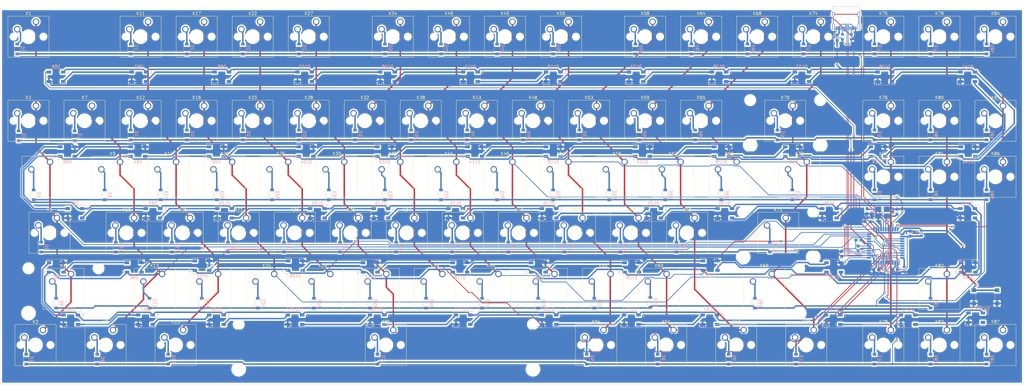
<source format=kicad_pcb>
(kicad_pcb (version 20171130) (host pcbnew "(5.1.9)-1")
  (layers (0 F.Cu signal) (31 B.Cu signal) (34 B.Paste user) (35 F.Paste user) (36 B.SilkS user) (37 F.SilkS user) (38 B.Mask user) (39 F.Mask user) (44 Edge.Cuts user))
  (net 0 "")
  (net 1 "Net-(C1-Pad2)")
  (net 2 GND)
  (net 3 "Net-(C2-Pad2)")
  (net 4 "Net-(C3-Pad2)")
  (net 5 +5V)
  (net 6 "Net-(D1-Pad2)")
  (net 7 row5)
  (net 8 row4)
  (net 9 "Net-(D2-Pad2)")
  (net 10 row0)
  (net 11 "Net-(D3-Pad2)")
  (net 12 "Net-(D4-Pad2)")
  (net 13 row3)
  (net 14 "Net-(D5-Pad2)")
  (net 15 row2)
  (net 16 "Net-(D6-Pad2)")
  (net 17 row1)
  (net 18 "Net-(D7-Pad2)")
  (net 19 "Net-(D8-Pad2)")
  (net 20 "Net-(D9-Pad2)")
  (net 21 "Net-(D10-Pad2)")
  (net 22 "Net-(D11-Pad2)")
  (net 23 "Net-(D12-Pad2)")
  (net 24 "Net-(D13-Pad2)")
  (net 25 "Net-(D14-Pad2)")
  (net 26 "Net-(D15-Pad2)")
  (net 27 "Net-(D16-Pad2)")
  (net 28 "Net-(D17-Pad2)")
  (net 29 "Net-(D18-Pad2)")
  (net 30 "Net-(D19-Pad2)")
  (net 31 "Net-(D20-Pad2)")
  (net 32 "Net-(D21-Pad2)")
  (net 33 "Net-(D22-Pad2)")
  (net 34 "Net-(D23-Pad2)")
  (net 35 "Net-(D24-Pad2)")
  (net 36 "Net-(D25-Pad2)")
  (net 37 "Net-(D26-Pad2)")
  (net 38 "Net-(D27-Pad2)")
  (net 39 "Net-(D28-Pad2)")
  (net 40 "Net-(D29-Pad2)")
  (net 41 "Net-(D30-Pad2)")
  (net 42 "Net-(D31-Pad2)")
  (net 43 "Net-(D32-Pad2)")
  (net 44 "Net-(D33-Pad2)")
  (net 45 "Net-(D34-Pad2)")
  (net 46 "Net-(D35-Pad2)")
  (net 47 "Net-(D36-Pad2)")
  (net 48 "Net-(D37-Pad2)")
  (net 49 "Net-(D38-Pad2)")
  (net 50 "Net-(D39-Pad2)")
  (net 51 "Net-(D40-Pad2)")
  (net 52 "Net-(D41-Pad2)")
  (net 53 "Net-(D42-Pad2)")
  (net 54 "Net-(D43-Pad2)")
  (net 55 "Net-(D44-Pad2)")
  (net 56 "Net-(D45-Pad2)")
  (net 57 "Net-(D46-Pad2)")
  (net 58 "Net-(D47-Pad2)")
  (net 59 "Net-(D48-Pad2)")
  (net 60 "Net-(D49-Pad2)")
  (net 61 "Net-(D50-Pad2)")
  (net 62 "Net-(D51-Pad2)")
  (net 63 "Net-(D52-Pad2)")
  (net 64 "Net-(D53-Pad2)")
  (net 65 "Net-(D54-Pad2)")
  (net 66 "Net-(D55-Pad2)")
  (net 67 "Net-(D56-Pad2)")
  (net 68 "Net-(D57-Pad2)")
  (net 69 "Net-(D58-Pad2)")
  (net 70 "Net-(D59-Pad2)")
  (net 71 "Net-(D60-Pad2)")
  (net 72 "Net-(D61-Pad2)")
  (net 73 "Net-(D62-Pad2)")
  (net 74 "Net-(D63-Pad2)")
  (net 75 "Net-(D64-Pad2)")
  (net 76 "Net-(D65-Pad2)")
  (net 77 "Net-(D66-Pad2)")
  (net 78 "Net-(D67-Pad2)")
  (net 79 "Net-(D68-Pad2)")
  (net 80 "Net-(D69-Pad2)")
  (net 81 "Net-(D70-Pad2)")
  (net 82 "Net-(D71-Pad2)")
  (net 83 "Net-(D72-Pad2)")
  (net 84 "Net-(D73-Pad2)")
  (net 85 "Net-(D74-Pad2)")
  (net 86 "Net-(D75-Pad2)")
  (net 87 "Net-(D76-Pad2)")
  (net 88 "Net-(D77-Pad2)")
  (net 89 "Net-(D78-Pad2)")
  (net 90 "Net-(D79-Pad2)")
  (net 91 "Net-(D80-Pad2)")
  (net 92 "Net-(D81-Pad2)")
  (net 93 "Net-(D82-Pad2)")
  (net 94 "Net-(D83-Pad2)")
  (net 95 "Net-(D84-Pad2)")
  (net 96 "Net-(D85-Pad2)")
  (net 97 "Net-(D86-Pad2)")
  (net 98 "Net-(D87-Pad2)")
  (net 99 "Net-(J1-PadS1)")
  (net 100 "Net-(J1-PadB8)")
  (net 101 "Net-(J1-PadA5)")
  (net 102 "Net-(J1-PadA8)")
  (net 103 "Net-(J1-PadB5)")
  (net 104 col0)
  (net 105 col1)
  (net 106 col2)
  (net 107 col3)
  (net 108 col4)
  (net 109 col5)
  (net 110 col6)
  (net 111 col7)
  (net 112 col8)
  (net 113 col9)
  (net 114 col10)
  (net 115 col11)
  (net 116 col12)
  (net 117 col13)
  (net 118 col14)
  (net 119 col15)
  (net 120 "Net-(R3-Pad1)")
  (net 121 "Net-(R4-Pad1)")
  (net 122 "Net-(C9-Pad1)")
  (net 123 LEDS)
  (net 124 "Net-(D88-Pad2)")
  (net 125 "Net-(D89-Pad4)")
  (net 126 "Net-(D89-Pad2)")
  (net 127 "Net-(D90-Pad2)")
  (net 128 "Net-(D91-Pad4)")
  (net 129 "Net-(D91-Pad2)")
  (net 130 "Net-(D92-Pad2)")
  (net 131 "Net-(D93-Pad2)")
  (net 132 "Net-(D94-Pad4)")
  (net 133 "Net-(D100-Pad4)")
  (net 134 "Net-(D101-Pad2)")
  (net 135 "Net-(D102-Pad4)")
  (net 136 "Net-(D103-Pad4)")
  (net 137 "Net-(D104-Pad2)")
  (net 138 "Net-(D100-Pad2)")
  (net 139 "Net-(D101-Pad4)")
  (net 140 "Net-(D102-Pad2)")
  (net 141 "Net-(D103-Pad2)")
  (net 142 "Net-(D104-Pad4)")
  (net 143 "Net-(D105-Pad2)")
  (net 144 "Net-(D106-Pad4)")
  (net 145 "Net-(D107-Pad2)")
  (net 146 "Net-(D108-Pad2)")
  (net 147 "Net-(D109-Pad4)")
  (net 148 "Net-(D110-Pad2)")
  (net 149 "Net-(D111-Pad4)")
  (net 150 "Net-(D112-Pad2)")
  (net 151 "Net-(D113-Pad2)")
  (net 152 "Net-(D114-Pad4)")
  (net 153 "Net-(D115-Pad2)")
  (net 154 "Net-(D116-Pad4)")
  (net 155 "Net-(D117-Pad2)")
  (net 156 "Net-(D118-Pad2)")
  (net 157 "Net-(D119-Pad4)")
  (net 158 "Net-(D120-Pad2)")
  (net 159 "Net-(D121-Pad4)")
  (net 160 "Net-(D122-Pad2)")
  (net 161 "Net-(D123-Pad2)")
  (net 162 "Net-(D124-Pad4)")
  (net 163 "Net-(D125-Pad2)")
  (net 164 "Net-(D126-Pad4)")
  (net 165 "Net-(D127-Pad2)")
  (net 166 "Net-(D128-Pad2)")
  (net 167 "Net-(D129-Pad4)")
  (net 168 "Net-(D130-Pad2)")
  (net 169 "Net-(D131-Pad4)")
  (net 170 "Net-(D132-Pad2)")
  (net 171 "Net-(D133-Pad2)")
  (net 172 "Net-(D134-Pad4)")
  (net 173 "Net-(D135-Pad2)")
  (net 174 "Net-(D136-Pad4)")
  (net 175 "Net-(D137-Pad2)")
  (net 176 "Net-(D138-Pad2)")
  (net 177 "Net-(D139-Pad4)")
  (net 178 "Net-(D140-Pad2)")
  (net 179 "Net-(D141-Pad2)")
  (net 180 "Net-(D143-Pad2)")
  (net 181 "Net-(D145-Pad2)")
  (net 182 "Net-(F1-Pad1)")
  (net 183 "Net-(U1-Pad29)")
  (net 184 col16)
  (net 185 /D-)
  (net 186 /D+)
  (module 10Keyless:SW_Cherry_MX_2.00u_PCB (layer F.Cu) (at 297.32 125.087)
    (fp_text reference K70 (at -2.54 -2.794) (layer F.SilkS))
    (fp_text value backspace)
    (pad 1 thru_hole circle (at 0 0) (size 2.2 2.2) (drill 1.5) (layers *.Cu *.Mask) (net 117 col13))
    (pad 2 thru_hole circle (at -6.35 2.54) (size 2.2 2.2) (drill 1.5) (layers *.Cu *.Mask) (net 81 "Net-(D70-Pad2)"))
    (pad "" np_thru_hole circle (at -2.54 5.08) (size 4 4) (drill 4) (layers *.Cu *.Mask))
    (pad "" np_thru_hole circle (at -7.62 5.08) (size 1.7 1.7) (drill 1.7) (layers *.Cu *.Mask))
    (pad "" np_thru_hole circle (at 2.54 5.08) (size 1.7 1.7) (drill 1.7) (layers *.Cu *.Mask))
    (pad "" np_thru_hole circle (at 9.36 13.32) (size 4 4) (drill 4) (layers *.Cu *.Mask))
    (pad "" np_thru_hole circle (at -14.44 13.32) (size 4 4) (drill 4) (layers *.Cu *.Mask))
    (pad "" np_thru_hole circle (at -14.44 -1.92) (size 3.05 3.05) (drill 3.05) (layers *.Cu *.Mask))
    (pad "" np_thru_hole circle (at 9.36 -1.92) (size 3.05 3.05) (drill 3.05) (layers *.Cu *.Mask))
  )
  (module 10Keyless:SW_Cherry_MX_2.75u_PCB (layer F.Cu) (at 290.177 182.233)
    (fp_text reference K69 (at -2.54 -2.794) (layer F.SilkS))
    (fp_text value shift1)
    (pad 1 thru_hole circle (at 0 0) (size 2.2 2.2) (drill 1.5) (layers *.Cu *.Mask) (net 117 col13))
    (pad 2 thru_hole circle (at -6.35 2.54) (size 2.2 2.2) (drill 1.5) (layers *.Cu *.Mask) (net 80 "Net-(D69-Pad2)"))
    (pad "" np_thru_hole circle (at -2.54 5.08) (size 4 4) (drill 4) (layers *.Cu *.Mask))
    (pad "" np_thru_hole circle (at -7.62 5.08) (size 1.7 1.7) (drill 1.7) (layers *.Cu *.Mask))
    (pad "" np_thru_hole circle (at 2.54 5.08) (size 1.7 1.7) (drill 1.7) (layers *.Cu *.Mask))
    (pad "" np_thru_hole circle (at 9.36 13.32) (size 4 4) (drill 4) (layers *.Cu *.Mask))
    (pad "" np_thru_hole circle (at -14.44 13.32) (size 4 4) (drill 4) (layers *.Cu *.Mask))
    (pad "" np_thru_hole circle (at -14.44 -1.92) (size 3.05 3.05) (drill 3.05) (layers *.Cu *.Mask))
    (pad "" np_thru_hole circle (at 9.36 -1.92) (size 3.05 3.05) (drill 3.05) (layers *.Cu *.Mask))
  )
  (module 10Keyless:SW_Cherry_MX_6.25u_PCB (layer F.Cu) (at 161.598 201.282)
    (fp_text reference K36 (at -2.54 -2.794) (layer F.SilkS))
    (fp_text value space)
    (pad 1 thru_hole circle (at 0 0) (size 2.2 2.2) (drill 1.5) (layers *.Cu *.Mask) (net 109 col5))
    (pad 2 thru_hole circle (at -6.35 2.54) (size 2.2 2.2) (drill 1.5) (layers *.Cu *.Mask) (net 47 "Net-(D36-Pad2)"))
    (pad "" np_thru_hole circle (at -2.54 5.08) (size 4 4) (drill 4) (layers *.Cu *.Mask))
    (pad "" np_thru_hole circle (at -7.62 5.08) (size 1.7 1.7) (drill 1.7) (layers *.Cu *.Mask))
    (pad "" np_thru_hole circle (at 2.54 5.08) (size 1.7 1.7) (drill 1.7) (layers *.Cu *.Mask))
    (pad "" np_thru_hole circle (at 47.46 13.32) (size 4 4) (drill 4) (layers *.Cu *.Mask))
    (pad "" np_thru_hole circle (at -52.54 13.32) (size 4 4) (drill 4) (layers *.Cu *.Mask))
    (pad "" np_thru_hole circle (at -52.54 -1.92) (size 3.05 3.05) (drill 3.05) (layers *.Cu *.Mask))
    (pad "" np_thru_hole circle (at 47.46 -1.92) (size 3.05 3.05) (drill 3.05) (layers *.Cu *.Mask))
  )
  (module 10Keyless:SW_Cherry_MX_1.25u_PCB (layer F.Cu) (at 42.545 201.282)
    (fp_text reference K3 (at -2.54 -2.794) (layer F.SilkS))
    (fp_text value ctrl)
    (pad 1 thru_hole circle (at 0 0) (size 2.2 2.2) (drill 1.5) (layers *.Cu *.Mask) (net 104 col0))
    (pad 2 thru_hole circle (at -6.35 2.54) (size 2.2 2.2) (drill 1.5) (layers *.Cu *.Mask) (net 11 "Net-(D3-Pad2)"))
    (pad "" np_thru_hole circle (at -2.54 5.08) (size 4 4) (drill 4) (layers *.Cu *.Mask))
    (pad "" np_thru_hole circle (at -7.62 5.08) (size 1.7 1.7) (drill 1.7) (layers *.Cu *.Mask))
    (pad "" np_thru_hole circle (at 2.54 5.08) (size 1.7 1.7) (drill 1.7) (layers *.Cu *.Mask))
  )
  (module 10Keyless:SW_Cherry_MX_1.25u_PCB (layer F.Cu) (at 66.3538 201.282)
    (fp_text reference K8 (at -2.54 -2.794) (layer F.SilkS))
    (fp_text value win)
    (pad 1 thru_hole circle (at 0 0) (size 2.2 2.2) (drill 1.5) (layers *.Cu *.Mask) (net 105 col1))
    (pad 2 thru_hole circle (at -6.35 2.54) (size 2.2 2.2) (drill 1.5) (layers *.Cu *.Mask) (net 19 "Net-(D8-Pad2)"))
    (pad "" np_thru_hole circle (at -2.54 5.08) (size 4 4) (drill 4) (layers *.Cu *.Mask))
    (pad "" np_thru_hole circle (at -7.62 5.08) (size 1.7 1.7) (drill 1.7) (layers *.Cu *.Mask))
    (pad "" np_thru_hole circle (at 2.54 5.08) (size 1.7 1.7) (drill 1.7) (layers *.Cu *.Mask))
  )
  (module 10Keyless:SW_Cherry_MX_1.25u_PCB (layer F.Cu) (at 90.1648 201.282)
    (fp_text reference K15 (at -2.54 -2.794) (layer F.SilkS))
    (fp_text value alt)
    (pad 1 thru_hole circle (at 0 0) (size 2.2 2.2) (drill 1.5) (layers *.Cu *.Mask) (net 106 col2))
    (pad 2 thru_hole circle (at -6.35 2.54) (size 2.2 2.2) (drill 1.5) (layers *.Cu *.Mask) (net 26 "Net-(D15-Pad2)"))
    (pad "" np_thru_hole circle (at -2.54 5.08) (size 4 4) (drill 4) (layers *.Cu *.Mask))
    (pad "" np_thru_hole circle (at -7.62 5.08) (size 1.7 1.7) (drill 1.7) (layers *.Cu *.Mask))
    (pad "" np_thru_hole circle (at 2.54 5.08) (size 1.7 1.7) (drill 1.7) (layers *.Cu *.Mask))
  )
  (module 10Keyless:SW_Cherry_MX_1.25u_PCB (layer F.Cu) (at 233.031 201.282)
    (fp_text reference K54 (at -2.54 -2.794) (layer F.SilkS))
    (fp_text value alt1)
    (pad 1 thru_hole circle (at 0 0) (size 2.2 2.2) (drill 1.5) (layers *.Cu *.Mask) (net 113 col9))
    (pad 2 thru_hole circle (at -6.35 2.54) (size 2.2 2.2) (drill 1.5) (layers *.Cu *.Mask) (net 65 "Net-(D54-Pad2)"))
    (pad "" np_thru_hole circle (at -2.54 5.08) (size 4 4) (drill 4) (layers *.Cu *.Mask))
    (pad "" np_thru_hole circle (at -7.62 5.08) (size 1.7 1.7) (drill 1.7) (layers *.Cu *.Mask))
    (pad "" np_thru_hole circle (at 2.54 5.08) (size 1.7 1.7) (drill 1.7) (layers *.Cu *.Mask))
  )
  (module 10Keyless:SW_Cherry_MX_1.25u_PCB (layer F.Cu) (at 256.842 201.282)
    (fp_text reference K61 (at -2.54 -2.794) (layer F.SilkS))
    (fp_text value win1)
    (pad 1 thru_hole circle (at 0 0) (size 2.2 2.2) (drill 1.5) (layers *.Cu *.Mask) (net 114 col10))
    (pad 2 thru_hole circle (at -6.35 2.54) (size 2.2 2.2) (drill 1.5) (layers *.Cu *.Mask) (net 72 "Net-(D61-Pad2)"))
    (pad "" np_thru_hole circle (at -2.54 5.08) (size 4 4) (drill 4) (layers *.Cu *.Mask))
    (pad "" np_thru_hole circle (at -7.62 5.08) (size 1.7 1.7) (drill 1.7) (layers *.Cu *.Mask))
    (pad "" np_thru_hole circle (at 2.54 5.08) (size 1.7 1.7) (drill 1.7) (layers *.Cu *.Mask))
  )
  (module 10Keyless:SW_Cherry_MX_1.25u_PCB (layer F.Cu) (at 280.653 201.282)
    (fp_text reference K67 (at -2.54 -2.794) (layer F.SilkS))
    (fp_text value menu)
    (pad 1 thru_hole circle (at 0 0) (size 2.2 2.2) (drill 1.5) (layers *.Cu *.Mask) (net 115 col11))
    (pad 2 thru_hole circle (at -6.35 2.54) (size 2.2 2.2) (drill 1.5) (layers *.Cu *.Mask) (net 78 "Net-(D67-Pad2)"))
    (pad "" np_thru_hole circle (at -2.54 5.08) (size 4 4) (drill 4) (layers *.Cu *.Mask))
    (pad "" np_thru_hole circle (at -7.62 5.08) (size 1.7 1.7) (drill 1.7) (layers *.Cu *.Mask))
    (pad "" np_thru_hole circle (at 2.54 5.08) (size 1.7 1.7) (drill 1.7) (layers *.Cu *.Mask))
  )
  (module 10Keyless:SW_Cherry_MX_1.25u_PCB (layer F.Cu) (at 304.464 201.282)
    (fp_text reference K73 (at -2.54 -2.794) (layer F.SilkS))
    (fp_text value ctrl1)
    (pad 1 thru_hole circle (at 0 0) (size 2.2 2.2) (drill 1.5) (layers *.Cu *.Mask) (net 117 col13))
    (pad 2 thru_hole circle (at -6.35 2.54) (size 2.2 2.2) (drill 1.5) (layers *.Cu *.Mask) (net 84 "Net-(D73-Pad2)"))
    (pad "" np_thru_hole circle (at -2.54 5.08) (size 4 4) (drill 4) (layers *.Cu *.Mask))
    (pad "" np_thru_hole circle (at -7.62 5.08) (size 1.7 1.7) (drill 1.7) (layers *.Cu *.Mask))
    (pad "" np_thru_hole circle (at 2.54 5.08) (size 1.7 1.7) (drill 1.7) (layers *.Cu *.Mask))
  )
  (module 10Keyless:SW_Cherry_MX_2.25u_PCB (layer F.Cu) (at 52.0672 182.233)
    (fp_text reference K6 (at -2.54 -2.794) (layer F.SilkS))
    (fp_text value shift)
    (pad 1 thru_hole circle (at 0 0) (size 2.2 2.2) (drill 1.5) (layers *.Cu *.Mask) (net 104 col0))
    (pad 2 thru_hole circle (at -6.35 2.54) (size 2.2 2.2) (drill 1.5) (layers *.Cu *.Mask) (net 16 "Net-(D6-Pad2)"))
    (pad "" np_thru_hole circle (at -2.54 5.08) (size 4 4) (drill 4) (layers *.Cu *.Mask))
    (pad "" np_thru_hole circle (at -7.62 5.08) (size 1.7 1.7) (drill 1.7) (layers *.Cu *.Mask))
    (pad "" np_thru_hole circle (at 2.54 5.08) (size 1.7 1.7) (drill 1.7) (layers *.Cu *.Mask))
    (pad "" np_thru_hole circle (at 9.36 13.32) (size 4 4) (drill 4) (layers *.Cu *.Mask))
    (pad "" np_thru_hole circle (at -14.44 13.32) (size 4 4) (drill 4) (layers *.Cu *.Mask))
    (pad "" np_thru_hole circle (at -14.44 -1.92) (size 3.05 3.05) (drill 3.05) (layers *.Cu *.Mask))
    (pad "" np_thru_hole circle (at 9.36 -1.92) (size 3.05 3.05) (drill 3.05) (layers *.Cu *.Mask))
  )
  (module 10Keyless:SW_Cherry_MX_2.25u_PCB (layer F.Cu) (at 294.939 163.184)
    (fp_text reference K71 (at -2.54 -2.794) (layer F.SilkS))
    (fp_text value enter)
    (pad 1 thru_hole circle (at 0 0) (size 2.2 2.2) (drill 1.5) (layers *.Cu *.Mask) (net 117 col13))
    (pad 2 thru_hole circle (at -6.35 2.54) (size 2.2 2.2) (drill 1.5) (layers *.Cu *.Mask) (net 82 "Net-(D71-Pad2)"))
    (pad "" np_thru_hole circle (at -2.54 5.08) (size 4 4) (drill 4) (layers *.Cu *.Mask))
    (pad "" np_thru_hole circle (at -7.62 5.08) (size 1.7 1.7) (drill 1.7) (layers *.Cu *.Mask))
    (pad "" np_thru_hole circle (at 2.54 5.08) (size 1.7 1.7) (drill 1.7) (layers *.Cu *.Mask))
    (pad "" np_thru_hole circle (at 9.36 13.32) (size 4 4) (drill 4) (layers *.Cu *.Mask))
    (pad "" np_thru_hole circle (at -14.44 13.32) (size 4 4) (drill 4) (layers *.Cu *.Mask))
    (pad "" np_thru_hole circle (at -14.44 -1.92) (size 3.05 3.05) (drill 3.05) (layers *.Cu *.Mask))
    (pad "" np_thru_hole circle (at 9.36 -1.92) (size 3.05 3.05) (drill 3.05) (layers *.Cu *.Mask))
  )
  (module 10Keyless:SW_Cherry_MX_1.75u_PCB (layer F.Cu) (at 47.305 163.184)
    (fp_text reference K5 (at -2.54 -2.794) (layer F.SilkS))
    (fp_text value caps)
    (pad 1 thru_hole circle (at 0 0) (size 2.2 2.2) (drill 1.5) (layers *.Cu *.Mask) (net 104 col0))
    (pad 2 thru_hole circle (at -6.35 2.54) (size 2.2 2.2) (drill 1.5) (layers *.Cu *.Mask) (net 14 "Net-(D5-Pad2)"))
    (pad "" np_thru_hole circle (at -2.54 5.08) (size 4 4) (drill 4) (layers *.Cu *.Mask))
    (pad "" np_thru_hole circle (at -7.62 5.08) (size 1.7 1.7) (drill 1.7) (layers *.Cu *.Mask))
    (pad "" np_thru_hole circle (at 2.54 5.08) (size 1.7 1.7) (drill 1.7) (layers *.Cu *.Mask))
  )
  (module 10Keyless:SW_Cherry_MX_1.50u_PCB (layer F.Cu) (at 44.9239 144.136)
    (fp_text reference K4 (at -2.54 -2.794) (layer F.SilkS))
    (fp_text value tab)
    (pad 1 thru_hole circle (at 0 0) (size 2.2 2.2) (drill 1.5) (layers *.Cu *.Mask) (net 104 col0))
    (pad 2 thru_hole circle (at -6.35 2.54) (size 2.2 2.2) (drill 1.5) (layers *.Cu *.Mask) (net 12 "Net-(D4-Pad2)"))
    (pad "" np_thru_hole circle (at -2.54 5.08) (size 4 4) (drill 4) (layers *.Cu *.Mask))
    (pad "" np_thru_hole circle (at -7.62 5.08) (size 1.7 1.7) (drill 1.7) (layers *.Cu *.Mask))
    (pad "" np_thru_hole circle (at 2.54 5.08) (size 1.7 1.7) (drill 1.7) (layers *.Cu *.Mask))
  )
  (module 10Keyless:SW_Cherry_MX_1.50u_PCB (layer F.Cu) (at 302.083 144.136)
    (fp_text reference K72 (at -2.54 -2.794) (layer F.SilkS))
    (fp_text value bslash)
    (pad 1 thru_hole circle (at 0 0) (size 2.2 2.2) (drill 1.5) (layers *.Cu *.Mask) (net 117 col13))
    (pad 2 thru_hole circle (at -6.35 2.54) (size 2.2 2.2) (drill 1.5) (layers *.Cu *.Mask) (net 83 "Net-(D72-Pad2)"))
    (pad "" np_thru_hole circle (at -2.54 5.08) (size 4 4) (drill 4) (layers *.Cu *.Mask))
    (pad "" np_thru_hole circle (at -7.62 5.08) (size 1.7 1.7) (drill 1.7) (layers *.Cu *.Mask))
    (pad "" np_thru_hole circle (at 2.54 5.08) (size 1.7 1.7) (drill 1.7) (layers *.Cu *.Mask))
  )
  (module 10Keyless:SW_Cherry_MX_1.00u_PCB (layer F.Cu) (at 306.854 96.5118)
    (fp_text reference K74 (at -2.54 -2.794) (layer F.SilkS))
    (fp_text value F12)
    (pad 1 thru_hole circle (at 0 0) (size 2.2 2.2) (drill 1.5) (layers *.Cu *.Mask) (net 117 col13))
    (pad 2 thru_hole circle (at -6.35 2.54) (size 2.2 2.2) (drill 1.5) (layers *.Cu *.Mask) (net 85 "Net-(D74-Pad2)"))
    (pad "" np_thru_hole circle (at -2.54 5.08) (size 4 4) (drill 4) (layers *.Cu *.Mask))
    (pad "" np_thru_hole circle (at -7.62 5.08) (size 1.7 1.7) (drill 1.7) (layers *.Cu *.Mask))
    (pad "" np_thru_hole circle (at 2.54 5.08) (size 1.7 1.7) (drill 1.7) (layers *.Cu *.Mask))
  )
  (module 10Keyless:SW_Cherry_MX_1.00u_PCB (layer F.Cu) (at 40.1617 96.5118)
    (fp_text reference K1 (at -2.54 -2.794) (layer F.SilkS))
    (fp_text value ESC)
    (pad 1 thru_hole circle (at 0 0) (size 2.2 2.2) (drill 1.5) (layers *.Cu *.Mask) (net 104 col0))
    (pad 2 thru_hole circle (at -6.35 2.54) (size 2.2 2.2) (drill 1.5) (layers *.Cu *.Mask) (net 6 "Net-(D1-Pad2)"))
    (pad "" np_thru_hole circle (at -2.54 5.08) (size 4 4) (drill 4) (layers *.Cu *.Mask))
    (pad "" np_thru_hole circle (at -7.62 5.08) (size 1.7 1.7) (drill 1.7) (layers *.Cu *.Mask))
    (pad "" np_thru_hole circle (at 2.54 5.08) (size 1.7 1.7) (drill 1.7) (layers *.Cu *.Mask))
  )
  (module 10Keyless:SW_Cherry_MX_1.00u_PCB (layer F.Cu) (at 40.1617 125.087)
    (fp_text reference K2 (at -2.54 -2.794) (layer F.SilkS))
    (fp_text value tilda)
    (pad 1 thru_hole circle (at 0 0) (size 2.2 2.2) (drill 1.5) (layers *.Cu *.Mask) (net 104 col0))
    (pad 2 thru_hole circle (at -6.35 2.54) (size 2.2 2.2) (drill 1.5) (layers *.Cu *.Mask) (net 9 "Net-(D2-Pad2)"))
    (pad "" np_thru_hole circle (at -2.54 5.08) (size 4 4) (drill 4) (layers *.Cu *.Mask))
    (pad "" np_thru_hole circle (at -7.62 5.08) (size 1.7 1.7) (drill 1.7) (layers *.Cu *.Mask))
    (pad "" np_thru_hole circle (at 2.54 5.08) (size 1.7 1.7) (drill 1.7) (layers *.Cu *.Mask))
  )
  (module 10Keyless:SW_Cherry_MX_1.00u_PCB (layer F.Cu) (at 59.2105 125.087)
    (fp_text reference K7 (at -2.54 -2.794) (layer F.SilkS))
    (fp_text value 1)
    (pad 1 thru_hole circle (at 0 0) (size 2.2 2.2) (drill 1.5) (layers *.Cu *.Mask) (net 105 col1))
    (pad 2 thru_hole circle (at -6.35 2.54) (size 2.2 2.2) (drill 1.5) (layers *.Cu *.Mask) (net 18 "Net-(D7-Pad2)"))
    (pad "" np_thru_hole circle (at -2.54 5.08) (size 4 4) (drill 4) (layers *.Cu *.Mask))
    (pad "" np_thru_hole circle (at -7.62 5.08) (size 1.7 1.7) (drill 1.7) (layers *.Cu *.Mask))
    (pad "" np_thru_hole circle (at 2.54 5.08) (size 1.7 1.7) (drill 1.7) (layers *.Cu *.Mask))
  )
  (module 10Keyless:SW_Cherry_MX_1.00u_PCB (layer F.Cu) (at 68.7349 144.136)
    (fp_text reference K9 (at -2.54 -2.794) (layer F.SilkS))
    (fp_text value q)
    (pad 1 thru_hole circle (at 0 0) (size 2.2 2.2) (drill 1.5) (layers *.Cu *.Mask) (net 105 col1))
    (pad 2 thru_hole circle (at -6.35 2.54) (size 2.2 2.2) (drill 1.5) (layers *.Cu *.Mask) (net 20 "Net-(D9-Pad2)"))
    (pad "" np_thru_hole circle (at -2.54 5.08) (size 4 4) (drill 4) (layers *.Cu *.Mask))
    (pad "" np_thru_hole circle (at -7.62 5.08) (size 1.7 1.7) (drill 1.7) (layers *.Cu *.Mask))
    (pad "" np_thru_hole circle (at 2.54 5.08) (size 1.7 1.7) (drill 1.7) (layers *.Cu *.Mask))
  )
  (module 10Keyless:SW_Cherry_MX_1.00u_PCB (layer F.Cu) (at 73.4971 163.184)
    (fp_text reference K10 (at -2.54 -2.794) (layer F.SilkS))
    (fp_text value a)
    (pad 1 thru_hole circle (at 0 0) (size 2.2 2.2) (drill 1.5) (layers *.Cu *.Mask) (net 105 col1))
    (pad 2 thru_hole circle (at -6.35 2.54) (size 2.2 2.2) (drill 1.5) (layers *.Cu *.Mask) (net 21 "Net-(D10-Pad2)"))
    (pad "" np_thru_hole circle (at -2.54 5.08) (size 4 4) (drill 4) (layers *.Cu *.Mask))
    (pad "" np_thru_hole circle (at -7.62 5.08) (size 1.7 1.7) (drill 1.7) (layers *.Cu *.Mask))
    (pad "" np_thru_hole circle (at 2.54 5.08) (size 1.7 1.7) (drill 1.7) (layers *.Cu *.Mask))
  )
  (module 10Keyless:SW_Cherry_MX_1.00u_PCB (layer F.Cu) (at 78.2617 96.5118)
    (fp_text reference K11 (at -2.54 -2.794) (layer F.SilkS))
    (fp_text value F1)
    (pad 1 thru_hole circle (at 0 0) (size 2.2 2.2) (drill 1.5) (layers *.Cu *.Mask) (net 106 col2))
    (pad 2 thru_hole circle (at -6.35 2.54) (size 2.2 2.2) (drill 1.5) (layers *.Cu *.Mask) (net 22 "Net-(D11-Pad2)"))
    (pad "" np_thru_hole circle (at -2.54 5.08) (size 4 4) (drill 4) (layers *.Cu *.Mask))
    (pad "" np_thru_hole circle (at -7.62 5.08) (size 1.7 1.7) (drill 1.7) (layers *.Cu *.Mask))
    (pad "" np_thru_hole circle (at 2.54 5.08) (size 1.7 1.7) (drill 1.7) (layers *.Cu *.Mask))
  )
  (module 10Keyless:SW_Cherry_MX_1.00u_PCB (layer F.Cu) (at 78.2593 125.087)
    (fp_text reference K12 (at -2.54 -2.794) (layer F.SilkS))
    (fp_text value 2)
    (pad 1 thru_hole circle (at 0 0) (size 2.2 2.2) (drill 1.5) (layers *.Cu *.Mask) (net 106 col2))
    (pad 2 thru_hole circle (at -6.35 2.54) (size 2.2 2.2) (drill 1.5) (layers *.Cu *.Mask) (net 23 "Net-(D12-Pad2)"))
    (pad "" np_thru_hole circle (at -2.54 5.08) (size 4 4) (drill 4) (layers *.Cu *.Mask))
    (pad "" np_thru_hole circle (at -7.62 5.08) (size 1.7 1.7) (drill 1.7) (layers *.Cu *.Mask))
    (pad "" np_thru_hole circle (at 2.54 5.08) (size 1.7 1.7) (drill 1.7) (layers *.Cu *.Mask))
  )
  (module 10Keyless:SW_Cherry_MX_1.00u_PCB (layer F.Cu) (at 83.0215 182.233)
    (fp_text reference K13 (at -2.54 -2.794) (layer F.SilkS))
    (fp_text value z)
    (pad 1 thru_hole circle (at 0 0) (size 2.2 2.2) (drill 1.5) (layers *.Cu *.Mask) (net 105 col1))
    (pad 2 thru_hole circle (at -6.35 2.54) (size 2.2 2.2) (drill 1.5) (layers *.Cu *.Mask) (net 24 "Net-(D13-Pad2)"))
    (pad "" np_thru_hole circle (at -2.54 5.08) (size 4 4) (drill 4) (layers *.Cu *.Mask))
    (pad "" np_thru_hole circle (at -7.62 5.08) (size 1.7 1.7) (drill 1.7) (layers *.Cu *.Mask))
    (pad "" np_thru_hole circle (at 2.54 5.08) (size 1.7 1.7) (drill 1.7) (layers *.Cu *.Mask))
  )
  (module 10Keyless:SW_Cherry_MX_1.00u_PCB (layer F.Cu) (at 87.7837 144.136)
    (fp_text reference K14 (at -2.54 -2.794) (layer F.SilkS))
    (fp_text value w)
    (pad 1 thru_hole circle (at 0 0) (size 2.2 2.2) (drill 1.5) (layers *.Cu *.Mask) (net 106 col2))
    (pad 2 thru_hole circle (at -6.35 2.54) (size 2.2 2.2) (drill 1.5) (layers *.Cu *.Mask) (net 25 "Net-(D14-Pad2)"))
    (pad "" np_thru_hole circle (at -2.54 5.08) (size 4 4) (drill 4) (layers *.Cu *.Mask))
    (pad "" np_thru_hole circle (at -7.62 5.08) (size 1.7 1.7) (drill 1.7) (layers *.Cu *.Mask))
    (pad "" np_thru_hole circle (at 2.54 5.08) (size 1.7 1.7) (drill 1.7) (layers *.Cu *.Mask))
  )
  (module 10Keyless:SW_Cherry_MX_1.00u_PCB (layer F.Cu) (at 92.5459 163.184)
    (fp_text reference K16 (at -2.54 -2.794) (layer F.SilkS))
    (fp_text value s)
    (pad 1 thru_hole circle (at 0 0) (size 2.2 2.2) (drill 1.5) (layers *.Cu *.Mask) (net 106 col2))
    (pad 2 thru_hole circle (at -6.35 2.54) (size 2.2 2.2) (drill 1.5) (layers *.Cu *.Mask) (net 27 "Net-(D16-Pad2)"))
    (pad "" np_thru_hole circle (at -2.54 5.08) (size 4 4) (drill 4) (layers *.Cu *.Mask))
    (pad "" np_thru_hole circle (at -7.62 5.08) (size 1.7 1.7) (drill 1.7) (layers *.Cu *.Mask))
    (pad "" np_thru_hole circle (at 2.54 5.08) (size 1.7 1.7) (drill 1.7) (layers *.Cu *.Mask))
  )
  (module 10Keyless:SW_Cherry_MX_1.00u_PCB (layer F.Cu) (at 97.3081 96.5118)
    (fp_text reference K17 (at -2.54 -2.794) (layer F.SilkS))
    (fp_text value F2)
    (pad 1 thru_hole circle (at 0 0) (size 2.2 2.2) (drill 1.5) (layers *.Cu *.Mask) (net 107 col3))
    (pad 2 thru_hole circle (at -6.35 2.54) (size 2.2 2.2) (drill 1.5) (layers *.Cu *.Mask) (net 28 "Net-(D17-Pad2)"))
    (pad "" np_thru_hole circle (at -2.54 5.08) (size 4 4) (drill 4) (layers *.Cu *.Mask))
    (pad "" np_thru_hole circle (at -7.62 5.08) (size 1.7 1.7) (drill 1.7) (layers *.Cu *.Mask))
    (pad "" np_thru_hole circle (at 2.54 5.08) (size 1.7 1.7) (drill 1.7) (layers *.Cu *.Mask))
  )
  (module 10Keyless:SW_Cherry_MX_1.00u_PCB (layer F.Cu) (at 97.3081 125.087)
    (fp_text reference K18 (at -2.54 -2.794) (layer F.SilkS))
    (fp_text value 3)
    (pad 1 thru_hole circle (at 0 0) (size 2.2 2.2) (drill 1.5) (layers *.Cu *.Mask) (net 107 col3))
    (pad 2 thru_hole circle (at -6.35 2.54) (size 2.2 2.2) (drill 1.5) (layers *.Cu *.Mask) (net 29 "Net-(D18-Pad2)"))
    (pad "" np_thru_hole circle (at -2.54 5.08) (size 4 4) (drill 4) (layers *.Cu *.Mask))
    (pad "" np_thru_hole circle (at -7.62 5.08) (size 1.7 1.7) (drill 1.7) (layers *.Cu *.Mask))
    (pad "" np_thru_hole circle (at 2.54 5.08) (size 1.7 1.7) (drill 1.7) (layers *.Cu *.Mask))
  )
  (module 10Keyless:SW_Cherry_MX_1.00u_PCB (layer F.Cu) (at 102.07 182.233)
    (fp_text reference K19 (at -2.54 -2.794) (layer F.SilkS))
    (fp_text value x)
    (pad 1 thru_hole circle (at 0 0) (size 2.2 2.2) (drill 1.5) (layers *.Cu *.Mask) (net 106 col2))
    (pad 2 thru_hole circle (at -6.35 2.54) (size 2.2 2.2) (drill 1.5) (layers *.Cu *.Mask) (net 30 "Net-(D19-Pad2)"))
    (pad "" np_thru_hole circle (at -2.54 5.08) (size 4 4) (drill 4) (layers *.Cu *.Mask))
    (pad "" np_thru_hole circle (at -7.62 5.08) (size 1.7 1.7) (drill 1.7) (layers *.Cu *.Mask))
    (pad "" np_thru_hole circle (at 2.54 5.08) (size 1.7 1.7) (drill 1.7) (layers *.Cu *.Mask))
  )
  (module 10Keyless:SW_Cherry_MX_1.00u_PCB (layer F.Cu) (at 106.832 144.136)
    (fp_text reference K20 (at -2.54 -2.794) (layer F.SilkS))
    (fp_text value e)
    (pad 1 thru_hole circle (at 0 0) (size 2.2 2.2) (drill 1.5) (layers *.Cu *.Mask) (net 107 col3))
    (pad 2 thru_hole circle (at -6.35 2.54) (size 2.2 2.2) (drill 1.5) (layers *.Cu *.Mask) (net 31 "Net-(D20-Pad2)"))
    (pad "" np_thru_hole circle (at -2.54 5.08) (size 4 4) (drill 4) (layers *.Cu *.Mask))
    (pad "" np_thru_hole circle (at -7.62 5.08) (size 1.7 1.7) (drill 1.7) (layers *.Cu *.Mask))
    (pad "" np_thru_hole circle (at 2.54 5.08) (size 1.7 1.7) (drill 1.7) (layers *.Cu *.Mask))
  )
  (module 10Keyless:SW_Cherry_MX_1.00u_PCB (layer F.Cu) (at 111.595 163.184)
    (fp_text reference K21 (at -2.54 -2.794) (layer F.SilkS))
    (fp_text value d)
    (pad 1 thru_hole circle (at 0 0) (size 2.2 2.2) (drill 1.5) (layers *.Cu *.Mask) (net 107 col3))
    (pad 2 thru_hole circle (at -6.35 2.54) (size 2.2 2.2) (drill 1.5) (layers *.Cu *.Mask) (net 32 "Net-(D21-Pad2)"))
    (pad "" np_thru_hole circle (at -2.54 5.08) (size 4 4) (drill 4) (layers *.Cu *.Mask))
    (pad "" np_thru_hole circle (at -7.62 5.08) (size 1.7 1.7) (drill 1.7) (layers *.Cu *.Mask))
    (pad "" np_thru_hole circle (at 2.54 5.08) (size 1.7 1.7) (drill 1.7) (layers *.Cu *.Mask))
  )
  (module 10Keyless:SW_Cherry_MX_1.00u_PCB (layer F.Cu) (at 116.357 96.5118)
    (fp_text reference K22 (at -2.54 -2.794) (layer F.SilkS))
    (fp_text value F3)
    (pad 1 thru_hole circle (at 0 0) (size 2.2 2.2) (drill 1.5) (layers *.Cu *.Mask) (net 108 col4))
    (pad 2 thru_hole circle (at -6.35 2.54) (size 2.2 2.2) (drill 1.5) (layers *.Cu *.Mask) (net 33 "Net-(D22-Pad2)"))
    (pad "" np_thru_hole circle (at -2.54 5.08) (size 4 4) (drill 4) (layers *.Cu *.Mask))
    (pad "" np_thru_hole circle (at -7.62 5.08) (size 1.7 1.7) (drill 1.7) (layers *.Cu *.Mask))
    (pad "" np_thru_hole circle (at 2.54 5.08) (size 1.7 1.7) (drill 1.7) (layers *.Cu *.Mask))
  )
  (module 10Keyless:SW_Cherry_MX_1.00u_PCB (layer F.Cu) (at 116.357 125.087)
    (fp_text reference K23 (at -2.54 -2.794) (layer F.SilkS))
    (fp_text value 4)
    (pad 1 thru_hole circle (at 0 0) (size 2.2 2.2) (drill 1.5) (layers *.Cu *.Mask) (net 108 col4))
    (pad 2 thru_hole circle (at -6.35 2.54) (size 2.2 2.2) (drill 1.5) (layers *.Cu *.Mask) (net 34 "Net-(D23-Pad2)"))
    (pad "" np_thru_hole circle (at -2.54 5.08) (size 4 4) (drill 4) (layers *.Cu *.Mask))
    (pad "" np_thru_hole circle (at -7.62 5.08) (size 1.7 1.7) (drill 1.7) (layers *.Cu *.Mask))
    (pad "" np_thru_hole circle (at 2.54 5.08) (size 1.7 1.7) (drill 1.7) (layers *.Cu *.Mask))
  )
  (module 10Keyless:SW_Cherry_MX_1.00u_PCB (layer F.Cu) (at 121.119 182.233)
    (fp_text reference K24 (at -2.54 -2.794) (layer F.SilkS))
    (fp_text value c)
    (pad 1 thru_hole circle (at 0 0) (size 2.2 2.2) (drill 1.5) (layers *.Cu *.Mask) (net 107 col3))
    (pad 2 thru_hole circle (at -6.35 2.54) (size 2.2 2.2) (drill 1.5) (layers *.Cu *.Mask) (net 35 "Net-(D24-Pad2)"))
    (pad "" np_thru_hole circle (at -2.54 5.08) (size 4 4) (drill 4) (layers *.Cu *.Mask))
    (pad "" np_thru_hole circle (at -7.62 5.08) (size 1.7 1.7) (drill 1.7) (layers *.Cu *.Mask))
    (pad "" np_thru_hole circle (at 2.54 5.08) (size 1.7 1.7) (drill 1.7) (layers *.Cu *.Mask))
  )
  (module 10Keyless:SW_Cherry_MX_1.00u_PCB (layer F.Cu) (at 125.881 144.136)
    (fp_text reference K25 (at -2.54 -2.794) (layer F.SilkS))
    (fp_text value r)
    (pad 1 thru_hole circle (at 0 0) (size 2.2 2.2) (drill 1.5) (layers *.Cu *.Mask) (net 108 col4))
    (pad 2 thru_hole circle (at -6.35 2.54) (size 2.2 2.2) (drill 1.5) (layers *.Cu *.Mask) (net 36 "Net-(D25-Pad2)"))
    (pad "" np_thru_hole circle (at -2.54 5.08) (size 4 4) (drill 4) (layers *.Cu *.Mask))
    (pad "" np_thru_hole circle (at -7.62 5.08) (size 1.7 1.7) (drill 1.7) (layers *.Cu *.Mask))
    (pad "" np_thru_hole circle (at 2.54 5.08) (size 1.7 1.7) (drill 1.7) (layers *.Cu *.Mask))
  )
  (module 10Keyless:SW_Cherry_MX_1.00u_PCB (layer F.Cu) (at 130.644 163.184)
    (fp_text reference K26 (at -2.54 -2.794) (layer F.SilkS))
    (fp_text value f)
    (pad 1 thru_hole circle (at 0 0) (size 2.2 2.2) (drill 1.5) (layers *.Cu *.Mask) (net 108 col4))
    (pad 2 thru_hole circle (at -6.35 2.54) (size 2.2 2.2) (drill 1.5) (layers *.Cu *.Mask) (net 37 "Net-(D26-Pad2)"))
    (pad "" np_thru_hole circle (at -2.54 5.08) (size 4 4) (drill 4) (layers *.Cu *.Mask))
    (pad "" np_thru_hole circle (at -7.62 5.08) (size 1.7 1.7) (drill 1.7) (layers *.Cu *.Mask))
    (pad "" np_thru_hole circle (at 2.54 5.08) (size 1.7 1.7) (drill 1.7) (layers *.Cu *.Mask))
  )
  (module 10Keyless:SW_Cherry_MX_1.00u_PCB (layer F.Cu) (at 135.406 96.5118)
    (fp_text reference K27 (at -2.54 -2.794) (layer F.SilkS))
    (fp_text value F4)
    (pad 1 thru_hole circle (at 0 0) (size 2.2 2.2) (drill 1.5) (layers *.Cu *.Mask) (net 109 col5))
    (pad 2 thru_hole circle (at -6.35 2.54) (size 2.2 2.2) (drill 1.5) (layers *.Cu *.Mask) (net 38 "Net-(D27-Pad2)"))
    (pad "" np_thru_hole circle (at -2.54 5.08) (size 4 4) (drill 4) (layers *.Cu *.Mask))
    (pad "" np_thru_hole circle (at -7.62 5.08) (size 1.7 1.7) (drill 1.7) (layers *.Cu *.Mask))
    (pad "" np_thru_hole circle (at 2.54 5.08) (size 1.7 1.7) (drill 1.7) (layers *.Cu *.Mask))
  )
  (module 10Keyless:SW_Cherry_MX_1.00u_PCB (layer F.Cu) (at 135.406 125.087)
    (fp_text reference K28 (at -2.54 -2.794) (layer F.SilkS))
    (fp_text value 5)
    (pad 1 thru_hole circle (at 0 0) (size 2.2 2.2) (drill 1.5) (layers *.Cu *.Mask) (net 109 col5))
    (pad 2 thru_hole circle (at -6.35 2.54) (size 2.2 2.2) (drill 1.5) (layers *.Cu *.Mask) (net 39 "Net-(D28-Pad2)"))
    (pad "" np_thru_hole circle (at -2.54 5.08) (size 4 4) (drill 4) (layers *.Cu *.Mask))
    (pad "" np_thru_hole circle (at -7.62 5.08) (size 1.7 1.7) (drill 1.7) (layers *.Cu *.Mask))
    (pad "" np_thru_hole circle (at 2.54 5.08) (size 1.7 1.7) (drill 1.7) (layers *.Cu *.Mask))
  )
  (module 10Keyless:SW_Cherry_MX_1.00u_PCB (layer F.Cu) (at 140.168 182.233)
    (fp_text reference K29 (at -2.54 -2.794) (layer F.SilkS))
    (fp_text value v)
    (pad 1 thru_hole circle (at 0 0) (size 2.2 2.2) (drill 1.5) (layers *.Cu *.Mask) (net 108 col4))
    (pad 2 thru_hole circle (at -6.35 2.54) (size 2.2 2.2) (drill 1.5) (layers *.Cu *.Mask) (net 40 "Net-(D29-Pad2)"))
    (pad "" np_thru_hole circle (at -2.54 5.08) (size 4 4) (drill 4) (layers *.Cu *.Mask))
    (pad "" np_thru_hole circle (at -7.62 5.08) (size 1.7 1.7) (drill 1.7) (layers *.Cu *.Mask))
    (pad "" np_thru_hole circle (at 2.54 5.08) (size 1.7 1.7) (drill 1.7) (layers *.Cu *.Mask))
  )
  (module 10Keyless:SW_Cherry_MX_1.00u_PCB (layer F.Cu) (at 144.93 144.136)
    (fp_text reference K30 (at -2.54 -2.794) (layer F.SilkS))
    (fp_text value t)
    (pad 1 thru_hole circle (at 0 0) (size 2.2 2.2) (drill 1.5) (layers *.Cu *.Mask) (net 109 col5))
    (pad 2 thru_hole circle (at -6.35 2.54) (size 2.2 2.2) (drill 1.5) (layers *.Cu *.Mask) (net 41 "Net-(D30-Pad2)"))
    (pad "" np_thru_hole circle (at -2.54 5.08) (size 4 4) (drill 4) (layers *.Cu *.Mask))
    (pad "" np_thru_hole circle (at -7.62 5.08) (size 1.7 1.7) (drill 1.7) (layers *.Cu *.Mask))
    (pad "" np_thru_hole circle (at 2.54 5.08) (size 1.7 1.7) (drill 1.7) (layers *.Cu *.Mask))
  )
  (module 10Keyless:SW_Cherry_MX_1.00u_PCB (layer F.Cu) (at 149.692 163.184)
    (fp_text reference K31 (at -2.54 -2.794) (layer F.SilkS))
    (fp_text value g)
    (pad 1 thru_hole circle (at 0 0) (size 2.2 2.2) (drill 1.5) (layers *.Cu *.Mask) (net 109 col5))
    (pad 2 thru_hole circle (at -6.35 2.54) (size 2.2 2.2) (drill 1.5) (layers *.Cu *.Mask) (net 42 "Net-(D31-Pad2)"))
    (pad "" np_thru_hole circle (at -2.54 5.08) (size 4 4) (drill 4) (layers *.Cu *.Mask))
    (pad "" np_thru_hole circle (at -7.62 5.08) (size 1.7 1.7) (drill 1.7) (layers *.Cu *.Mask))
    (pad "" np_thru_hole circle (at 2.54 5.08) (size 1.7 1.7) (drill 1.7) (layers *.Cu *.Mask))
  )
  (module 10Keyless:SW_Cherry_MX_1.00u_PCB (layer F.Cu) (at 154.454 125.087)
    (fp_text reference K32 (at -2.54 -2.794) (layer F.SilkS))
    (fp_text value 6)
    (pad 1 thru_hole circle (at 0 0) (size 2.2 2.2) (drill 1.5) (layers *.Cu *.Mask) (net 110 col6))
    (pad 2 thru_hole circle (at -6.35 2.54) (size 2.2 2.2) (drill 1.5) (layers *.Cu *.Mask) (net 43 "Net-(D32-Pad2)"))
    (pad "" np_thru_hole circle (at -2.54 5.08) (size 4 4) (drill 4) (layers *.Cu *.Mask))
    (pad "" np_thru_hole circle (at -7.62 5.08) (size 1.7 1.7) (drill 1.7) (layers *.Cu *.Mask))
    (pad "" np_thru_hole circle (at 2.54 5.08) (size 1.7 1.7) (drill 1.7) (layers *.Cu *.Mask))
  )
  (module 10Keyless:SW_Cherry_MX_1.00u_PCB (layer F.Cu) (at 159.217 182.233)
    (fp_text reference K33 (at -2.54 -2.794) (layer F.SilkS))
    (fp_text value b)
    (pad 1 thru_hole circle (at 0 0) (size 2.2 2.2) (drill 1.5) (layers *.Cu *.Mask) (net 109 col5))
    (pad 2 thru_hole circle (at -6.35 2.54) (size 2.2 2.2) (drill 1.5) (layers *.Cu *.Mask) (net 44 "Net-(D33-Pad2)"))
    (pad "" np_thru_hole circle (at -2.54 5.08) (size 4 4) (drill 4) (layers *.Cu *.Mask))
    (pad "" np_thru_hole circle (at -7.62 5.08) (size 1.7 1.7) (drill 1.7) (layers *.Cu *.Mask))
    (pad "" np_thru_hole circle (at 2.54 5.08) (size 1.7 1.7) (drill 1.7) (layers *.Cu *.Mask))
  )
  (module 10Keyless:SW_Cherry_MX_1.00u_PCB (layer F.Cu) (at 163.98 96.5118)
    (fp_text reference K34 (at -2.54 -2.794) (layer F.SilkS))
    (fp_text value F5)
    (pad 1 thru_hole circle (at 0 0) (size 2.2 2.2) (drill 1.5) (layers *.Cu *.Mask) (net 110 col6))
    (pad 2 thru_hole circle (at -6.35 2.54) (size 2.2 2.2) (drill 1.5) (layers *.Cu *.Mask) (net 45 "Net-(D34-Pad2)"))
    (pad "" np_thru_hole circle (at -2.54 5.08) (size 4 4) (drill 4) (layers *.Cu *.Mask))
    (pad "" np_thru_hole circle (at -7.62 5.08) (size 1.7 1.7) (drill 1.7) (layers *.Cu *.Mask))
    (pad "" np_thru_hole circle (at 2.54 5.08) (size 1.7 1.7) (drill 1.7) (layers *.Cu *.Mask))
  )
  (module 10Keyless:SW_Cherry_MX_1.00u_PCB (layer F.Cu) (at 163.979 144.136)
    (fp_text reference K35 (at -2.54 -2.794) (layer F.SilkS))
    (fp_text value y)
    (pad 1 thru_hole circle (at 0 0) (size 2.2 2.2) (drill 1.5) (layers *.Cu *.Mask) (net 110 col6))
    (pad 2 thru_hole circle (at -6.35 2.54) (size 2.2 2.2) (drill 1.5) (layers *.Cu *.Mask) (net 46 "Net-(D35-Pad2)"))
    (pad "" np_thru_hole circle (at -2.54 5.08) (size 4 4) (drill 4) (layers *.Cu *.Mask))
    (pad "" np_thru_hole circle (at -7.62 5.08) (size 1.7 1.7) (drill 1.7) (layers *.Cu *.Mask))
    (pad "" np_thru_hole circle (at 2.54 5.08) (size 1.7 1.7) (drill 1.7) (layers *.Cu *.Mask))
  )
  (module 10Keyless:SW_Cherry_MX_1.00u_PCB (layer F.Cu) (at 168.741 163.184)
    (fp_text reference K37 (at -2.54 -2.794) (layer F.SilkS))
    (fp_text value h)
    (pad 1 thru_hole circle (at 0 0) (size 2.2 2.2) (drill 1.5) (layers *.Cu *.Mask) (net 110 col6))
    (pad 2 thru_hole circle (at -6.35 2.54) (size 2.2 2.2) (drill 1.5) (layers *.Cu *.Mask) (net 48 "Net-(D37-Pad2)"))
    (pad "" np_thru_hole circle (at -2.54 5.08) (size 4 4) (drill 4) (layers *.Cu *.Mask))
    (pad "" np_thru_hole circle (at -7.62 5.08) (size 1.7 1.7) (drill 1.7) (layers *.Cu *.Mask))
    (pad "" np_thru_hole circle (at 2.54 5.08) (size 1.7 1.7) (drill 1.7) (layers *.Cu *.Mask))
  )
  (module 10Keyless:SW_Cherry_MX_1.00u_PCB (layer F.Cu) (at 173.503 125.087)
    (fp_text reference K38 (at -2.54 -2.794) (layer F.SilkS))
    (fp_text value 7)
    (pad 1 thru_hole circle (at 0 0) (size 2.2 2.2) (drill 1.5) (layers *.Cu *.Mask) (net 111 col7))
    (pad 2 thru_hole circle (at -6.35 2.54) (size 2.2 2.2) (drill 1.5) (layers *.Cu *.Mask) (net 49 "Net-(D38-Pad2)"))
    (pad "" np_thru_hole circle (at -2.54 5.08) (size 4 4) (drill 4) (layers *.Cu *.Mask))
    (pad "" np_thru_hole circle (at -7.62 5.08) (size 1.7 1.7) (drill 1.7) (layers *.Cu *.Mask))
    (pad "" np_thru_hole circle (at 2.54 5.08) (size 1.7 1.7) (drill 1.7) (layers *.Cu *.Mask))
  )
  (module 10Keyless:SW_Cherry_MX_1.00u_PCB (layer F.Cu) (at 178.266 182.233)
    (fp_text reference K39 (at -2.54 -2.794) (layer F.SilkS))
    (fp_text value n)
    (pad 1 thru_hole circle (at 0 0) (size 2.2 2.2) (drill 1.5) (layers *.Cu *.Mask) (net 110 col6))
    (pad 2 thru_hole circle (at -6.35 2.54) (size 2.2 2.2) (drill 1.5) (layers *.Cu *.Mask) (net 50 "Net-(D39-Pad2)"))
    (pad "" np_thru_hole circle (at -2.54 5.08) (size 4 4) (drill 4) (layers *.Cu *.Mask))
    (pad "" np_thru_hole circle (at -7.62 5.08) (size 1.7 1.7) (drill 1.7) (layers *.Cu *.Mask))
    (pad "" np_thru_hole circle (at 2.54 5.08) (size 1.7 1.7) (drill 1.7) (layers *.Cu *.Mask))
  )
  (module 10Keyless:SW_Cherry_MX_1.00u_PCB (layer F.Cu) (at 183.03 96.5118)
    (fp_text reference K40 (at -2.54 -2.794) (layer F.SilkS))
    (fp_text value F6)
    (pad 1 thru_hole circle (at 0 0) (size 2.2 2.2) (drill 1.5) (layers *.Cu *.Mask) (net 111 col7))
    (pad 2 thru_hole circle (at -6.35 2.54) (size 2.2 2.2) (drill 1.5) (layers *.Cu *.Mask) (net 51 "Net-(D40-Pad2)"))
    (pad "" np_thru_hole circle (at -2.54 5.08) (size 4 4) (drill 4) (layers *.Cu *.Mask))
    (pad "" np_thru_hole circle (at -7.62 5.08) (size 1.7 1.7) (drill 1.7) (layers *.Cu *.Mask))
    (pad "" np_thru_hole circle (at 2.54 5.08) (size 1.7 1.7) (drill 1.7) (layers *.Cu *.Mask))
  )
  (module 10Keyless:SW_Cherry_MX_1.00u_PCB (layer F.Cu) (at 183.028 144.136)
    (fp_text reference K41 (at -2.54 -2.794) (layer F.SilkS))
    (fp_text value u)
    (pad 1 thru_hole circle (at 0 0) (size 2.2 2.2) (drill 1.5) (layers *.Cu *.Mask) (net 111 col7))
    (pad 2 thru_hole circle (at -6.35 2.54) (size 2.2 2.2) (drill 1.5) (layers *.Cu *.Mask) (net 52 "Net-(D41-Pad2)"))
    (pad "" np_thru_hole circle (at -2.54 5.08) (size 4 4) (drill 4) (layers *.Cu *.Mask))
    (pad "" np_thru_hole circle (at -7.62 5.08) (size 1.7 1.7) (drill 1.7) (layers *.Cu *.Mask))
    (pad "" np_thru_hole circle (at 2.54 5.08) (size 1.7 1.7) (drill 1.7) (layers *.Cu *.Mask))
  )
  (module 10Keyless:SW_Cherry_MX_1.00u_PCB (layer F.Cu) (at 187.79 163.184)
    (fp_text reference K42 (at -2.54 -2.794) (layer F.SilkS))
    (fp_text value j)
    (pad 1 thru_hole circle (at 0 0) (size 2.2 2.2) (drill 1.5) (layers *.Cu *.Mask) (net 111 col7))
    (pad 2 thru_hole circle (at -6.35 2.54) (size 2.2 2.2) (drill 1.5) (layers *.Cu *.Mask) (net 53 "Net-(D42-Pad2)"))
    (pad "" np_thru_hole circle (at -2.54 5.08) (size 4 4) (drill 4) (layers *.Cu *.Mask))
    (pad "" np_thru_hole circle (at -7.62 5.08) (size 1.7 1.7) (drill 1.7) (layers *.Cu *.Mask))
    (pad "" np_thru_hole circle (at 2.54 5.08) (size 1.7 1.7) (drill 1.7) (layers *.Cu *.Mask))
  )
  (module 10Keyless:SW_Cherry_MX_1.00u_PCB (layer F.Cu) (at 192.552 125.087)
    (fp_text reference K43 (at -2.54 -2.794) (layer F.SilkS))
    (fp_text value 8)
    (pad 1 thru_hole circle (at 0 0) (size 2.2 2.2) (drill 1.5) (layers *.Cu *.Mask) (net 112 col8))
    (pad 2 thru_hole circle (at -6.35 2.54) (size 2.2 2.2) (drill 1.5) (layers *.Cu *.Mask) (net 54 "Net-(D43-Pad2)"))
    (pad "" np_thru_hole circle (at -2.54 5.08) (size 4 4) (drill 4) (layers *.Cu *.Mask))
    (pad "" np_thru_hole circle (at -7.62 5.08) (size 1.7 1.7) (drill 1.7) (layers *.Cu *.Mask))
    (pad "" np_thru_hole circle (at 2.54 5.08) (size 1.7 1.7) (drill 1.7) (layers *.Cu *.Mask))
  )
  (module 10Keyless:SW_Cherry_MX_1.00u_PCB (layer F.Cu) (at 197.314 182.233)
    (fp_text reference K44 (at -2.54 -2.794) (layer F.SilkS))
    (fp_text value m)
    (pad 1 thru_hole circle (at 0 0) (size 2.2 2.2) (drill 1.5) (layers *.Cu *.Mask) (net 111 col7))
    (pad 2 thru_hole circle (at -6.35 2.54) (size 2.2 2.2) (drill 1.5) (layers *.Cu *.Mask) (net 55 "Net-(D44-Pad2)"))
    (pad "" np_thru_hole circle (at -2.54 5.08) (size 4 4) (drill 4) (layers *.Cu *.Mask))
    (pad "" np_thru_hole circle (at -7.62 5.08) (size 1.7 1.7) (drill 1.7) (layers *.Cu *.Mask))
    (pad "" np_thru_hole circle (at 2.54 5.08) (size 1.7 1.7) (drill 1.7) (layers *.Cu *.Mask))
  )
  (module 10Keyless:SW_Cherry_MX_1.00u_PCB (layer F.Cu) (at 202.08 96.5118)
    (fp_text reference K45 (at -2.54 -2.794) (layer F.SilkS))
    (fp_text value F7)
    (pad 1 thru_hole circle (at 0 0) (size 2.2 2.2) (drill 1.5) (layers *.Cu *.Mask) (net 112 col8))
    (pad 2 thru_hole circle (at -6.35 2.54) (size 2.2 2.2) (drill 1.5) (layers *.Cu *.Mask) (net 56 "Net-(D45-Pad2)"))
    (pad "" np_thru_hole circle (at -2.54 5.08) (size 4 4) (drill 4) (layers *.Cu *.Mask))
    (pad "" np_thru_hole circle (at -7.62 5.08) (size 1.7 1.7) (drill 1.7) (layers *.Cu *.Mask))
    (pad "" np_thru_hole circle (at 2.54 5.08) (size 1.7 1.7) (drill 1.7) (layers *.Cu *.Mask))
  )
  (module 10Keyless:SW_Cherry_MX_1.00u_PCB (layer F.Cu) (at 202.076 144.136)
    (fp_text reference K46 (at -2.54 -2.794) (layer F.SilkS))
    (fp_text value i)
    (pad 1 thru_hole circle (at 0 0) (size 2.2 2.2) (drill 1.5) (layers *.Cu *.Mask) (net 112 col8))
    (pad 2 thru_hole circle (at -6.35 2.54) (size 2.2 2.2) (drill 1.5) (layers *.Cu *.Mask) (net 57 "Net-(D46-Pad2)"))
    (pad "" np_thru_hole circle (at -2.54 5.08) (size 4 4) (drill 4) (layers *.Cu *.Mask))
    (pad "" np_thru_hole circle (at -7.62 5.08) (size 1.7 1.7) (drill 1.7) (layers *.Cu *.Mask))
    (pad "" np_thru_hole circle (at 2.54 5.08) (size 1.7 1.7) (drill 1.7) (layers *.Cu *.Mask))
  )
  (module 10Keyless:SW_Cherry_MX_1.00u_PCB (layer F.Cu) (at 206.839 163.184)
    (fp_text reference K47 (at -2.54 -2.794) (layer F.SilkS))
    (fp_text value k)
    (pad 1 thru_hole circle (at 0 0) (size 2.2 2.2) (drill 1.5) (layers *.Cu *.Mask) (net 112 col8))
    (pad 2 thru_hole circle (at -6.35 2.54) (size 2.2 2.2) (drill 1.5) (layers *.Cu *.Mask) (net 58 "Net-(D47-Pad2)"))
    (pad "" np_thru_hole circle (at -2.54 5.08) (size 4 4) (drill 4) (layers *.Cu *.Mask))
    (pad "" np_thru_hole circle (at -7.62 5.08) (size 1.7 1.7) (drill 1.7) (layers *.Cu *.Mask))
    (pad "" np_thru_hole circle (at 2.54 5.08) (size 1.7 1.7) (drill 1.7) (layers *.Cu *.Mask))
  )
  (module 10Keyless:SW_Cherry_MX_1.00u_PCB (layer F.Cu) (at 211.601 125.087)
    (fp_text reference K48 (at -2.54 -2.794) (layer F.SilkS))
    (fp_text value 9)
    (pad 1 thru_hole circle (at 0 0) (size 2.2 2.2) (drill 1.5) (layers *.Cu *.Mask) (net 113 col9))
    (pad 2 thru_hole circle (at -6.35 2.54) (size 2.2 2.2) (drill 1.5) (layers *.Cu *.Mask) (net 59 "Net-(D48-Pad2)"))
    (pad "" np_thru_hole circle (at -2.54 5.08) (size 4 4) (drill 4) (layers *.Cu *.Mask))
    (pad "" np_thru_hole circle (at -7.62 5.08) (size 1.7 1.7) (drill 1.7) (layers *.Cu *.Mask))
    (pad "" np_thru_hole circle (at 2.54 5.08) (size 1.7 1.7) (drill 1.7) (layers *.Cu *.Mask))
  )
  (module 10Keyless:SW_Cherry_MX_1.00u_PCB (layer F.Cu) (at 216.363 182.233)
    (fp_text reference K49 (at -2.54 -2.794) (layer F.SilkS))
    (fp_text value comma)
    (pad 1 thru_hole circle (at 0 0) (size 2.2 2.2) (drill 1.5) (layers *.Cu *.Mask) (net 112 col8))
    (pad 2 thru_hole circle (at -6.35 2.54) (size 2.2 2.2) (drill 1.5) (layers *.Cu *.Mask) (net 60 "Net-(D49-Pad2)"))
    (pad "" np_thru_hole circle (at -2.54 5.08) (size 4 4) (drill 4) (layers *.Cu *.Mask))
    (pad "" np_thru_hole circle (at -7.62 5.08) (size 1.7 1.7) (drill 1.7) (layers *.Cu *.Mask))
    (pad "" np_thru_hole circle (at 2.54 5.08) (size 1.7 1.7) (drill 1.7) (layers *.Cu *.Mask))
  )
  (module 10Keyless:SW_Cherry_MX_1.00u_PCB (layer F.Cu) (at 221.13 96.5118)
    (fp_text reference K50 (at -2.54 -2.794) (layer F.SilkS))
    (fp_text value F8)
    (pad 1 thru_hole circle (at 0 0) (size 2.2 2.2) (drill 1.5) (layers *.Cu *.Mask) (net 113 col9))
    (pad 2 thru_hole circle (at -6.35 2.54) (size 2.2 2.2) (drill 1.5) (layers *.Cu *.Mask) (net 61 "Net-(D50-Pad2)"))
    (pad "" np_thru_hole circle (at -2.54 5.08) (size 4 4) (drill 4) (layers *.Cu *.Mask))
    (pad "" np_thru_hole circle (at -7.62 5.08) (size 1.7 1.7) (drill 1.7) (layers *.Cu *.Mask))
    (pad "" np_thru_hole circle (at 2.54 5.08) (size 1.7 1.7) (drill 1.7) (layers *.Cu *.Mask))
  )
  (module 10Keyless:SW_Cherry_MX_1.00u_PCB (layer F.Cu) (at 221.125 144.136)
    (fp_text reference K51 (at -2.54 -2.794) (layer F.SilkS))
    (fp_text value o)
    (pad 1 thru_hole circle (at 0 0) (size 2.2 2.2) (drill 1.5) (layers *.Cu *.Mask) (net 113 col9))
    (pad 2 thru_hole circle (at -6.35 2.54) (size 2.2 2.2) (drill 1.5) (layers *.Cu *.Mask) (net 62 "Net-(D51-Pad2)"))
    (pad "" np_thru_hole circle (at -2.54 5.08) (size 4 4) (drill 4) (layers *.Cu *.Mask))
    (pad "" np_thru_hole circle (at -7.62 5.08) (size 1.7 1.7) (drill 1.7) (layers *.Cu *.Mask))
    (pad "" np_thru_hole circle (at 2.54 5.08) (size 1.7 1.7) (drill 1.7) (layers *.Cu *.Mask))
  )
  (module 10Keyless:SW_Cherry_MX_1.00u_PCB (layer F.Cu) (at 225.888 163.184)
    (fp_text reference K52 (at -2.54 -2.794) (layer F.SilkS))
    (fp_text value l)
    (pad 1 thru_hole circle (at 0 0) (size 2.2 2.2) (drill 1.5) (layers *.Cu *.Mask) (net 113 col9))
    (pad 2 thru_hole circle (at -6.35 2.54) (size 2.2 2.2) (drill 1.5) (layers *.Cu *.Mask) (net 63 "Net-(D52-Pad2)"))
    (pad "" np_thru_hole circle (at -2.54 5.08) (size 4 4) (drill 4) (layers *.Cu *.Mask))
    (pad "" np_thru_hole circle (at -7.62 5.08) (size 1.7 1.7) (drill 1.7) (layers *.Cu *.Mask))
    (pad "" np_thru_hole circle (at 2.54 5.08) (size 1.7 1.7) (drill 1.7) (layers *.Cu *.Mask))
  )
  (module 10Keyless:SW_Cherry_MX_1.00u_PCB (layer F.Cu) (at 230.65 125.087)
    (fp_text reference K53 (at -2.54 -2.794) (layer F.SilkS))
    (fp_text value 0)
    (pad 1 thru_hole circle (at 0 0) (size 2.2 2.2) (drill 1.5) (layers *.Cu *.Mask) (net 114 col10))
    (pad 2 thru_hole circle (at -6.35 2.54) (size 2.2 2.2) (drill 1.5) (layers *.Cu *.Mask) (net 64 "Net-(D53-Pad2)"))
    (pad "" np_thru_hole circle (at -2.54 5.08) (size 4 4) (drill 4) (layers *.Cu *.Mask))
    (pad "" np_thru_hole circle (at -7.62 5.08) (size 1.7 1.7) (drill 1.7) (layers *.Cu *.Mask))
    (pad "" np_thru_hole circle (at 2.54 5.08) (size 1.7 1.7) (drill 1.7) (layers *.Cu *.Mask))
  )
  (module 10Keyless:SW_Cherry_MX_1.00u_PCB (layer F.Cu) (at 235.412 182.233)
    (fp_text reference K55 (at -2.54 -2.794) (layer F.SilkS))
    (fp_text value period)
    (pad 1 thru_hole circle (at 0 0) (size 2.2 2.2) (drill 1.5) (layers *.Cu *.Mask) (net 113 col9))
    (pad 2 thru_hole circle (at -6.35 2.54) (size 2.2 2.2) (drill 1.5) (layers *.Cu *.Mask) (net 66 "Net-(D55-Pad2)"))
    (pad "" np_thru_hole circle (at -2.54 5.08) (size 4 4) (drill 4) (layers *.Cu *.Mask))
    (pad "" np_thru_hole circle (at -7.62 5.08) (size 1.7 1.7) (drill 1.7) (layers *.Cu *.Mask))
    (pad "" np_thru_hole circle (at 2.54 5.08) (size 1.7 1.7) (drill 1.7) (layers *.Cu *.Mask))
  )
  (module 10Keyless:SW_Cherry_MX_1.00u_PCB (layer F.Cu) (at 240.174 144.136)
    (fp_text reference K56 (at -2.54 -2.794) (layer F.SilkS))
    (fp_text value p)
    (pad 1 thru_hole circle (at 0 0) (size 2.2 2.2) (drill 1.5) (layers *.Cu *.Mask) (net 114 col10))
    (pad 2 thru_hole circle (at -6.35 2.54) (size 2.2 2.2) (drill 1.5) (layers *.Cu *.Mask) (net 67 "Net-(D56-Pad2)"))
    (pad "" np_thru_hole circle (at -2.54 5.08) (size 4 4) (drill 4) (layers *.Cu *.Mask))
    (pad "" np_thru_hole circle (at -7.62 5.08) (size 1.7 1.7) (drill 1.7) (layers *.Cu *.Mask))
    (pad "" np_thru_hole circle (at 2.54 5.08) (size 1.7 1.7) (drill 1.7) (layers *.Cu *.Mask))
  )
  (module 10Keyless:SW_Cherry_MX_1.00u_PCB (layer F.Cu) (at 244.936 163.184)
    (fp_text reference K57 (at -2.54 -2.794) (layer F.SilkS))
    (fp_text value semicolon)
    (pad 1 thru_hole circle (at 0 0) (size 2.2 2.2) (drill 1.5) (layers *.Cu *.Mask) (net 114 col10))
    (pad 2 thru_hole circle (at -6.35 2.54) (size 2.2 2.2) (drill 1.5) (layers *.Cu *.Mask) (net 68 "Net-(D57-Pad2)"))
    (pad "" np_thru_hole circle (at -2.54 5.08) (size 4 4) (drill 4) (layers *.Cu *.Mask))
    (pad "" np_thru_hole circle (at -7.62 5.08) (size 1.7 1.7) (drill 1.7) (layers *.Cu *.Mask))
    (pad "" np_thru_hole circle (at 2.54 5.08) (size 1.7 1.7) (drill 1.7) (layers *.Cu *.Mask))
  )
  (module 10Keyless:SW_Cherry_MX_1.00u_PCB (layer F.Cu) (at 249.704 96.5118)
    (fp_text reference K58 (at -2.54 -2.794) (layer F.SilkS))
    (fp_text value F9)
    (pad 1 thru_hole circle (at 0 0) (size 2.2 2.2) (drill 1.5) (layers *.Cu *.Mask) (net 114 col10))
    (pad 2 thru_hole circle (at -6.35 2.54) (size 2.2 2.2) (drill 1.5) (layers *.Cu *.Mask) (net 69 "Net-(D58-Pad2)"))
    (pad "" np_thru_hole circle (at -2.54 5.08) (size 4 4) (drill 4) (layers *.Cu *.Mask))
    (pad "" np_thru_hole circle (at -7.62 5.08) (size 1.7 1.7) (drill 1.7) (layers *.Cu *.Mask))
    (pad "" np_thru_hole circle (at 2.54 5.08) (size 1.7 1.7) (drill 1.7) (layers *.Cu *.Mask))
  )
  (module 10Keyless:SW_Cherry_MX_1.00u_PCB (layer F.Cu) (at 249.698 125.087)
    (fp_text reference K59 (at -2.54 -2.794) (layer F.SilkS))
    (fp_text value minus)
    (pad 1 thru_hole circle (at 0 0) (size 2.2 2.2) (drill 1.5) (layers *.Cu *.Mask) (net 115 col11))
    (pad 2 thru_hole circle (at -6.35 2.54) (size 2.2 2.2) (drill 1.5) (layers *.Cu *.Mask) (net 70 "Net-(D59-Pad2)"))
    (pad "" np_thru_hole circle (at -2.54 5.08) (size 4 4) (drill 4) (layers *.Cu *.Mask))
    (pad "" np_thru_hole circle (at -7.62 5.08) (size 1.7 1.7) (drill 1.7) (layers *.Cu *.Mask))
    (pad "" np_thru_hole circle (at 2.54 5.08) (size 1.7 1.7) (drill 1.7) (layers *.Cu *.Mask))
  )
  (module 10Keyless:SW_Cherry_MX_1.00u_PCB (layer F.Cu) (at 254.461 182.233)
    (fp_text reference K60 (at -2.54 -2.794) (layer F.SilkS))
    (fp_text value slash)
    (pad 1 thru_hole circle (at 0 0) (size 2.2 2.2) (drill 1.5) (layers *.Cu *.Mask) (net 114 col10))
    (pad 2 thru_hole circle (at -6.35 2.54) (size 2.2 2.2) (drill 1.5) (layers *.Cu *.Mask) (net 71 "Net-(D60-Pad2)"))
    (pad "" np_thru_hole circle (at -2.54 5.08) (size 4 4) (drill 4) (layers *.Cu *.Mask))
    (pad "" np_thru_hole circle (at -7.62 5.08) (size 1.7 1.7) (drill 1.7) (layers *.Cu *.Mask))
    (pad "" np_thru_hole circle (at 2.54 5.08) (size 1.7 1.7) (drill 1.7) (layers *.Cu *.Mask))
  )
  (module 10Keyless:SW_Cherry_MX_1.00u_PCB (layer F.Cu) (at 259.223 144.136)
    (fp_text reference K62 (at -2.54 -2.794) (layer F.SilkS))
    (fp_text value open_bracket)
    (pad 1 thru_hole circle (at 0 0) (size 2.2 2.2) (drill 1.5) (layers *.Cu *.Mask) (net 115 col11))
    (pad 2 thru_hole circle (at -6.35 2.54) (size 2.2 2.2) (drill 1.5) (layers *.Cu *.Mask) (net 73 "Net-(D62-Pad2)"))
    (pad "" np_thru_hole circle (at -2.54 5.08) (size 4 4) (drill 4) (layers *.Cu *.Mask))
    (pad "" np_thru_hole circle (at -7.62 5.08) (size 1.7 1.7) (drill 1.7) (layers *.Cu *.Mask))
    (pad "" np_thru_hole circle (at 2.54 5.08) (size 1.7 1.7) (drill 1.7) (layers *.Cu *.Mask))
  )
  (module 10Keyless:SW_Cherry_MX_1.00u_PCB (layer F.Cu) (at 263.985 163.184)
    (fp_text reference K63 (at -2.54 -2.794) (layer F.SilkS))
    (fp_text value quote)
    (pad 1 thru_hole circle (at 0 0) (size 2.2 2.2) (drill 1.5) (layers *.Cu *.Mask) (net 115 col11))
    (pad 2 thru_hole circle (at -6.35 2.54) (size 2.2 2.2) (drill 1.5) (layers *.Cu *.Mask) (net 74 "Net-(D63-Pad2)"))
    (pad "" np_thru_hole circle (at -2.54 5.08) (size 4 4) (drill 4) (layers *.Cu *.Mask))
    (pad "" np_thru_hole circle (at -7.62 5.08) (size 1.7 1.7) (drill 1.7) (layers *.Cu *.Mask))
    (pad "" np_thru_hole circle (at 2.54 5.08) (size 1.7 1.7) (drill 1.7) (layers *.Cu *.Mask))
  )
  (module 10Keyless:SW_Cherry_MX_1.00u_PCB (layer F.Cu) (at 268.754 96.5118)
    (fp_text reference K64 (at -2.54 -2.794) (layer F.SilkS))
    (fp_text value F10)
    (pad 1 thru_hole circle (at 0 0) (size 2.2 2.2) (drill 1.5) (layers *.Cu *.Mask) (net 115 col11))
    (pad 2 thru_hole circle (at -6.35 2.54) (size 2.2 2.2) (drill 1.5) (layers *.Cu *.Mask) (net 75 "Net-(D64-Pad2)"))
    (pad "" np_thru_hole circle (at -2.54 5.08) (size 4 4) (drill 4) (layers *.Cu *.Mask))
    (pad "" np_thru_hole circle (at -7.62 5.08) (size 1.7 1.7) (drill 1.7) (layers *.Cu *.Mask))
    (pad "" np_thru_hole circle (at 2.54 5.08) (size 1.7 1.7) (drill 1.7) (layers *.Cu *.Mask))
  )
  (module 10Keyless:SW_Cherry_MX_1.00u_PCB (layer F.Cu) (at 268.747 125.087)
    (fp_text reference K65 (at -2.54 -2.794) (layer F.SilkS))
    (fp_text value plus)
    (pad 1 thru_hole circle (at 0 0) (size 2.2 2.2) (drill 1.5) (layers *.Cu *.Mask) (net 116 col12))
    (pad 2 thru_hole circle (at -6.35 2.54) (size 2.2 2.2) (drill 1.5) (layers *.Cu *.Mask) (net 76 "Net-(D65-Pad2)"))
    (pad "" np_thru_hole circle (at -2.54 5.08) (size 4 4) (drill 4) (layers *.Cu *.Mask))
    (pad "" np_thru_hole circle (at -7.62 5.08) (size 1.7 1.7) (drill 1.7) (layers *.Cu *.Mask))
    (pad "" np_thru_hole circle (at 2.54 5.08) (size 1.7 1.7) (drill 1.7) (layers *.Cu *.Mask))
  )
  (module 10Keyless:SW_Cherry_MX_1.00u_PCB (layer F.Cu) (at 278.272 144.136)
    (fp_text reference K66 (at -2.54 -2.794) (layer F.SilkS))
    (fp_text value closed_bracket)
    (pad 1 thru_hole circle (at 0 0) (size 2.2 2.2) (drill 1.5) (layers *.Cu *.Mask) (net 116 col12))
    (pad 2 thru_hole circle (at -6.35 2.54) (size 2.2 2.2) (drill 1.5) (layers *.Cu *.Mask) (net 77 "Net-(D66-Pad2)"))
    (pad "" np_thru_hole circle (at -2.54 5.08) (size 4 4) (drill 4) (layers *.Cu *.Mask))
    (pad "" np_thru_hole circle (at -7.62 5.08) (size 1.7 1.7) (drill 1.7) (layers *.Cu *.Mask))
    (pad "" np_thru_hole circle (at 2.54 5.08) (size 1.7 1.7) (drill 1.7) (layers *.Cu *.Mask))
  )
  (module 10Keyless:SW_Cherry_MX_1.00u_PCB (layer F.Cu) (at 287.804 96.5118)
    (fp_text reference K68 (at -2.54 -2.794) (layer F.SilkS))
    (fp_text value F11)
    (pad 1 thru_hole circle (at 0 0) (size 2.2 2.2) (drill 1.5) (layers *.Cu *.Mask) (net 116 col12))
    (pad 2 thru_hole circle (at -6.35 2.54) (size 2.2 2.2) (drill 1.5) (layers *.Cu *.Mask) (net 79 "Net-(D68-Pad2)"))
    (pad "" np_thru_hole circle (at -2.54 5.08) (size 4 4) (drill 4) (layers *.Cu *.Mask))
    (pad "" np_thru_hole circle (at -7.62 5.08) (size 1.7 1.7) (drill 1.7) (layers *.Cu *.Mask))
    (pad "" np_thru_hole circle (at 2.54 5.08) (size 1.7 1.7) (drill 1.7) (layers *.Cu *.Mask))
  )
  (module 10Keyless:SW_Cherry_MX_1.00u_PCB (layer F.Cu) (at 330.667 96.5118)
    (fp_text reference K75 (at -2.54 -2.794) (layer F.SilkS))
    (fp_text value prtSc)
    (pad 1 thru_hole circle (at 0 0) (size 2.2 2.2) (drill 1.5) (layers *.Cu *.Mask) (net 118 col14))
    (pad 2 thru_hole circle (at -6.35 2.54) (size 2.2 2.2) (drill 1.5) (layers *.Cu *.Mask) (net 86 "Net-(D75-Pad2)"))
    (pad "" np_thru_hole circle (at -2.54 5.08) (size 4 4) (drill 4) (layers *.Cu *.Mask))
    (pad "" np_thru_hole circle (at -7.62 5.08) (size 1.7 1.7) (drill 1.7) (layers *.Cu *.Mask))
    (pad "" np_thru_hole circle (at 2.54 5.08) (size 1.7 1.7) (drill 1.7) (layers *.Cu *.Mask))
  )
  (module 10Keyless:SW_Cherry_MX_1.00u_PCB (layer F.Cu) (at 330.667 125.087)
    (fp_text reference K76 (at -2.54 -2.794) (layer F.SilkS))
    (fp_text value insert)
    (pad 1 thru_hole circle (at 0 0) (size 2.2 2.2) (drill 1.5) (layers *.Cu *.Mask) (net 118 col14))
    (pad 2 thru_hole circle (at -6.35 2.54) (size 2.2 2.2) (drill 1.5) (layers *.Cu *.Mask) (net 87 "Net-(D76-Pad2)"))
    (pad "" np_thru_hole circle (at -2.54 5.08) (size 4 4) (drill 4) (layers *.Cu *.Mask))
    (pad "" np_thru_hole circle (at -7.62 5.08) (size 1.7 1.7) (drill 1.7) (layers *.Cu *.Mask))
    (pad "" np_thru_hole circle (at 2.54 5.08) (size 1.7 1.7) (drill 1.7) (layers *.Cu *.Mask))
  )
  (module 10Keyless:SW_Cherry_MX_1.00u_PCB (layer F.Cu) (at 330.667 144.136)
    (fp_text reference K77 (at -2.54 -2.794) (layer F.SilkS))
    (fp_text value del)
    (pad 1 thru_hole circle (at 0 0) (size 2.2 2.2) (drill 1.5) (layers *.Cu *.Mask) (net 118 col14))
    (pad 2 thru_hole circle (at -6.35 2.54) (size 2.2 2.2) (drill 1.5) (layers *.Cu *.Mask) (net 88 "Net-(D77-Pad2)"))
    (pad "" np_thru_hole circle (at -2.54 5.08) (size 4 4) (drill 4) (layers *.Cu *.Mask))
    (pad "" np_thru_hole circle (at -7.62 5.08) (size 1.7 1.7) (drill 1.7) (layers *.Cu *.Mask))
    (pad "" np_thru_hole circle (at 2.54 5.08) (size 1.7 1.7) (drill 1.7) (layers *.Cu *.Mask))
  )
  (module 10Keyless:SW_Cherry_MX_1.00u_PCB (layer F.Cu) (at 330.667 201.282)
    (fp_text reference K78 (at -2.54 -2.794) (layer F.SilkS))
    (fp_text value left)
    (pad 1 thru_hole circle (at 0 0) (size 2.2 2.2) (drill 1.5) (layers *.Cu *.Mask) (net 118 col14))
    (pad 2 thru_hole circle (at -6.35 2.54) (size 2.2 2.2) (drill 1.5) (layers *.Cu *.Mask) (net 89 "Net-(D78-Pad2)"))
    (pad "" np_thru_hole circle (at -2.54 5.08) (size 4 4) (drill 4) (layers *.Cu *.Mask))
    (pad "" np_thru_hole circle (at -7.62 5.08) (size 1.7 1.7) (drill 1.7) (layers *.Cu *.Mask))
    (pad "" np_thru_hole circle (at 2.54 5.08) (size 1.7 1.7) (drill 1.7) (layers *.Cu *.Mask))
  )
  (module 10Keyless:SW_Cherry_MX_1.00u_PCB (layer F.Cu) (at 349.717 96.5118)
    (fp_text reference K79 (at -2.54 -2.794) (layer F.SilkS))
    (fp_text value scroll_lock)
    (pad 1 thru_hole circle (at 0 0) (size 2.2 2.2) (drill 1.5) (layers *.Cu *.Mask) (net 119 col15))
    (pad 2 thru_hole circle (at -6.35 2.54) (size 2.2 2.2) (drill 1.5) (layers *.Cu *.Mask) (net 90 "Net-(D79-Pad2)"))
    (pad "" np_thru_hole circle (at -2.54 5.08) (size 4 4) (drill 4) (layers *.Cu *.Mask))
    (pad "" np_thru_hole circle (at -7.62 5.08) (size 1.7 1.7) (drill 1.7) (layers *.Cu *.Mask))
    (pad "" np_thru_hole circle (at 2.54 5.08) (size 1.7 1.7) (drill 1.7) (layers *.Cu *.Mask))
  )
  (module 10Keyless:SW_Cherry_MX_1.00u_PCB (layer F.Cu) (at 349.717 125.087)
    (fp_text reference K80 (at -2.54 -2.794) (layer F.SilkS))
    (fp_text value home)
    (pad 1 thru_hole circle (at 0 0) (size 2.2 2.2) (drill 1.5) (layers *.Cu *.Mask) (net 119 col15))
    (pad 2 thru_hole circle (at -6.35 2.54) (size 2.2 2.2) (drill 1.5) (layers *.Cu *.Mask) (net 91 "Net-(D80-Pad2)"))
    (pad "" np_thru_hole circle (at -2.54 5.08) (size 4 4) (drill 4) (layers *.Cu *.Mask))
    (pad "" np_thru_hole circle (at -7.62 5.08) (size 1.7 1.7) (drill 1.7) (layers *.Cu *.Mask))
    (pad "" np_thru_hole circle (at 2.54 5.08) (size 1.7 1.7) (drill 1.7) (layers *.Cu *.Mask))
  )
  (module 10Keyless:SW_Cherry_MX_1.00u_PCB (layer F.Cu) (at 349.717 144.136)
    (fp_text reference K81 (at -2.54 -2.794) (layer F.SilkS))
    (fp_text value end)
    (pad 1 thru_hole circle (at 0 0) (size 2.2 2.2) (drill 1.5) (layers *.Cu *.Mask) (net 119 col15))
    (pad 2 thru_hole circle (at -6.35 2.54) (size 2.2 2.2) (drill 1.5) (layers *.Cu *.Mask) (net 92 "Net-(D81-Pad2)"))
    (pad "" np_thru_hole circle (at -2.54 5.08) (size 4 4) (drill 4) (layers *.Cu *.Mask))
    (pad "" np_thru_hole circle (at -7.62 5.08) (size 1.7 1.7) (drill 1.7) (layers *.Cu *.Mask))
    (pad "" np_thru_hole circle (at 2.54 5.08) (size 1.7 1.7) (drill 1.7) (layers *.Cu *.Mask))
  )
  (module 10Keyless:SW_Cherry_MX_1.00u_PCB (layer F.Cu) (at 349.717 182.233)
    (fp_text reference K82 (at -2.54 -2.794) (layer F.SilkS))
    (fp_text value up)
    (pad 1 thru_hole circle (at 0 0) (size 2.2 2.2) (drill 1.5) (layers *.Cu *.Mask) (net 119 col15))
    (pad 2 thru_hole circle (at -6.35 2.54) (size 2.2 2.2) (drill 1.5) (layers *.Cu *.Mask) (net 93 "Net-(D82-Pad2)"))
    (pad "" np_thru_hole circle (at -2.54 5.08) (size 4 4) (drill 4) (layers *.Cu *.Mask))
    (pad "" np_thru_hole circle (at -7.62 5.08) (size 1.7 1.7) (drill 1.7) (layers *.Cu *.Mask))
    (pad "" np_thru_hole circle (at 2.54 5.08) (size 1.7 1.7) (drill 1.7) (layers *.Cu *.Mask))
  )
  (module 10Keyless:SW_Cherry_MX_1.00u_PCB (layer F.Cu) (at 349.717 201.282)
    (fp_text reference K83 (at -2.54 -2.794) (layer F.SilkS))
    (fp_text value down)
    (pad 1 thru_hole circle (at 0 0) (size 2.2 2.2) (drill 1.5) (layers *.Cu *.Mask) (net 119 col15))
    (pad 2 thru_hole circle (at -6.35 2.54) (size 2.2 2.2) (drill 1.5) (layers *.Cu *.Mask) (net 94 "Net-(D83-Pad2)"))
    (pad "" np_thru_hole circle (at -2.54 5.08) (size 4 4) (drill 4) (layers *.Cu *.Mask))
    (pad "" np_thru_hole circle (at -7.62 5.08) (size 1.7 1.7) (drill 1.7) (layers *.Cu *.Mask))
    (pad "" np_thru_hole circle (at 2.54 5.08) (size 1.7 1.7) (drill 1.7) (layers *.Cu *.Mask))
  )
  (module 10Keyless:SW_Cherry_MX_1.00u_PCB (layer F.Cu) (at 368.767 96.5118)
    (fp_text reference K84 (at -2.54 -2.794) (layer F.SilkS))
    (fp_text value pause)
    (pad 1 thru_hole circle (at 0 0) (size 2.2 2.2) (drill 1.5) (layers *.Cu *.Mask) (net 184 col16))
    (pad 2 thru_hole circle (at -6.35 2.54) (size 2.2 2.2) (drill 1.5) (layers *.Cu *.Mask) (net 95 "Net-(D84-Pad2)"))
    (pad "" np_thru_hole circle (at -2.54 5.08) (size 4 4) (drill 4) (layers *.Cu *.Mask))
    (pad "" np_thru_hole circle (at -7.62 5.08) (size 1.7 1.7) (drill 1.7) (layers *.Cu *.Mask))
    (pad "" np_thru_hole circle (at 2.54 5.08) (size 1.7 1.7) (drill 1.7) (layers *.Cu *.Mask))
  )
  (module 10Keyless:SW_Cherry_MX_1.00u_PCB (layer F.Cu) (at 368.767 125.087)
    (fp_text reference K85 (at -2.54 -2.794) (layer F.SilkS))
    (fp_text value pgup)
    (pad 1 thru_hole circle (at 0 0) (size 2.2 2.2) (drill 1.5) (layers *.Cu *.Mask) (net 184 col16))
    (pad 2 thru_hole circle (at -6.35 2.54) (size 2.2 2.2) (drill 1.5) (layers *.Cu *.Mask) (net 96 "Net-(D85-Pad2)"))
    (pad "" np_thru_hole circle (at -2.54 5.08) (size 4 4) (drill 4) (layers *.Cu *.Mask))
    (pad "" np_thru_hole circle (at -7.62 5.08) (size 1.7 1.7) (drill 1.7) (layers *.Cu *.Mask))
    (pad "" np_thru_hole circle (at 2.54 5.08) (size 1.7 1.7) (drill 1.7) (layers *.Cu *.Mask))
  )
  (module 10Keyless:SW_Cherry_MX_1.00u_PCB (layer F.Cu) (at 368.767 144.136)
    (fp_text reference K86 (at -2.54 -2.794) (layer F.SilkS))
    (fp_text value pgdn)
    (pad 1 thru_hole circle (at 0 0) (size 2.2 2.2) (drill 1.5) (layers *.Cu *.Mask) (net 184 col16))
    (pad 2 thru_hole circle (at -6.35 2.54) (size 2.2 2.2) (drill 1.5) (layers *.Cu *.Mask) (net 97 "Net-(D86-Pad2)"))
    (pad "" np_thru_hole circle (at -2.54 5.08) (size 4 4) (drill 4) (layers *.Cu *.Mask))
    (pad "" np_thru_hole circle (at -7.62 5.08) (size 1.7 1.7) (drill 1.7) (layers *.Cu *.Mask))
    (pad "" np_thru_hole circle (at 2.54 5.08) (size 1.7 1.7) (drill 1.7) (layers *.Cu *.Mask))
  )
  (module 10Keyless:SW_Cherry_MX_1.00u_PCB (layer F.Cu) (at 368.767 201.282)
    (fp_text reference K87 (at -2.54 -2.794) (layer F.SilkS))
    (fp_text value right)
    (pad 1 thru_hole circle (at 0 0) (size 2.2 2.2) (drill 1.5) (layers *.Cu *.Mask) (net 184 col16))
    (pad 2 thru_hole circle (at -6.35 2.54) (size 2.2 2.2) (drill 1.5) (layers *.Cu *.Mask) (net 98 "Net-(D87-Pad2)"))
    (pad "" np_thru_hole circle (at -2.54 5.08) (size 4 4) (drill 4) (layers *.Cu *.Mask))
    (pad "" np_thru_hole circle (at -7.62 5.08) (size 1.7 1.7) (drill 1.7) (layers *.Cu *.Mask))
    (pad "" np_thru_hole circle (at 2.54 5.08) (size 1.7 1.7) (drill 1.7) (layers *.Cu *.Mask))
  )
  (module Capacitor_SMD:C_0603_1608Metric_Pad1.08x0.95mm_HandSolder (layer B.Cu) (at 322.58 160.882 90)
    (fp_text reference C1 (at 0 1.43 90) (layer B.SilkS) (effects (justify mirror)))
    (fp_text value 22pF)
    (pad 2 smd roundrect (at 0.8625 0 90) (size 1.075 0.95) (layers B.Cu B.Paste B.Mask) (net 1 "Net-(C1-Pad2)"))
    (pad 1 smd roundrect (at -0.8625 0 90) (size 1.075 0.95) (layers B.Cu B.Paste B.Mask) (net 2 GND))
  )
  (module Capacitor_SMD:C_0603_1608Metric_Pad1.08x0.95mm_HandSolder (layer B.Cu) (at 332.74 161.062 270)
    (fp_text reference C2 (at 0 1.43 90) (layer B.SilkS) (effects (justify mirror)))
    (fp_text value 22pF)
    (pad 1 smd roundrect (at -0.8625 0 270) (size 1.075 0.95) (layers B.Cu B.Paste B.Mask) (net 2 GND))
    (pad 2 smd roundrect (at 0.8625 0 270) (size 1.075 0.95) (layers B.Cu B.Paste B.Mask) (net 3 "Net-(C2-Pad2)"))
  )
  (module Capacitor_SMD:C_0603_1608Metric_Pad1.08x0.95mm_HandSolder (layer B.Cu) (at 319.532 173.582 90)
    (fp_text reference C3 (at 0 1.43 90) (layer B.SilkS) (effects (justify mirror)))
    (fp_text value 1uF)
    (pad 2 smd roundrect (at 0.8625 0 90) (size 1.075 0.95) (layers B.Cu B.Paste B.Mask) (net 4 "Net-(C3-Pad2)"))
    (pad 1 smd roundrect (at -0.8625 0 90) (size 1.075 0.95) (layers B.Cu B.Paste B.Mask) (net 2 GND))
  )
  (module Capacitor_SMD:C_0603_1608Metric_Pad1.08x0.95mm_HandSolder (layer B.Cu) (at 332.081 180.721 180)
    (fp_text reference C4 hide)
    (fp_text value 0.1uF)
    (pad 1 smd roundrect (at -0.8625 0 180) (size 1.075 0.95) (layers B.Cu B.Paste B.Mask) (net 5 +5V))
    (pad 2 smd roundrect (at 0.8625 0 180) (size 1.075 0.95) (layers B.Cu B.Paste B.Mask) (net 2 GND))
  )
  (module Capacitor_SMD:C_0603_1608Metric_Pad1.08x0.95mm_HandSolder (layer B.Cu) (at 337.185 168.528 90)
    (fp_text reference C5 hide)
    (fp_text value 0.1uF)
    (pad 1 smd roundrect (at -0.8625 0 90) (size 1.075 0.95) (layers B.Cu B.Paste B.Mask) (net 5 +5V))
    (pad 2 smd roundrect (at 0.8625 0 90) (size 1.075 0.95) (layers B.Cu B.Paste B.Mask) (net 2 GND))
  )
  (module Capacitor_SMD:C_0603_1608Metric_Pad1.08x0.95mm_HandSolder (layer B.Cu) (at 313.944 175.414 90)
    (fp_text reference C6 (at 0 1.43 90) (layer B.SilkS) (effects (justify mirror)))
    (fp_text value 0.1uF)
    (pad 2 smd roundrect (at 0.8625 0 90) (size 1.075 0.95) (layers B.Cu B.Paste B.Mask) (net 2 GND))
    (pad 1 smd roundrect (at -0.8625 0 90) (size 1.075 0.95) (layers B.Cu B.Paste B.Mask) (net 5 +5V))
  )
  (module Capacitor_SMD:C_0603_1608Metric_Pad1.08x0.95mm_HandSolder (layer B.Cu) (at 322.808 164.465 180)
    (fp_text reference C7 (at 0 1.43) (layer B.SilkS) (effects (justify mirror)))
    (fp_text value 0.1uF)
    (pad 1 smd roundrect (at -0.8625 0 180) (size 1.075 0.95) (layers B.Cu B.Paste B.Mask) (net 5 +5V))
    (pad 2 smd roundrect (at 0.8625 0 180) (size 1.075 0.95) (layers B.Cu B.Paste B.Mask) (net 2 GND))
  )
  (module Capacitor_SMD:C_0603_1608Metric_Pad1.08x0.95mm_HandSolder (layer B.Cu) (at 319.686 170.688 180)
    (fp_text reference C8 hide)
    (fp_text value 4.7uF)
    (pad 2 smd roundrect (at 0.8625 0 180) (size 1.075 0.95) (layers B.Cu B.Paste B.Mask) (net 2 GND))
    (pad 1 smd roundrect (at -0.8625 0 180) (size 1.075 0.95) (layers B.Cu B.Paste B.Mask) (net 5 +5V))
  )
  (module Connector_USB:USB_C_Receptacle_Palconn_UTC16-G (layer B.Cu) (at 315.47 96.22)
    (fp_text reference J1 hide)
    (fp_text value USB_C_Receptacle_USB2.0)
    (pad S1 thru_hole oval (at -4.32 1.93 270) (size 2 0.9) (drill oval 1.7 0.6) (layers *.Cu *.Mask) (net 99 "Net-(J1-PadS1)"))
    (pad S1 thru_hole oval (at 4.32 1.93 270) (size 2 0.9) (drill oval 1.7 0.6) (layers *.Cu *.Mask) (net 99 "Net-(J1-PadS1)"))
    (pad S1 thru_hole oval (at -4.32 -2.24 270) (size 1.7 0.9) (drill oval 1.4 0.6) (layers *.Cu *.Mask) (net 99 "Net-(J1-PadS1)"))
    (pad S1 thru_hole oval (at 4.32 -2.24 270) (size 1.7 0.9) (drill oval 1.4 0.6) (layers *.Cu *.Mask) (net 99 "Net-(J1-PadS1)"))
    (pad B7 smd rect (at -0.75 2.51 180) (size 0.3 1.16) (layers B.Cu B.Paste B.Mask) (net 185 /D-))
    (pad A6 smd rect (at -0.25 2.51 180) (size 0.3 1.16) (layers B.Cu B.Paste B.Mask) (net 186 /D+))
    (pad A7 smd rect (at 0.25 2.51 180) (size 0.3 1.16) (layers B.Cu B.Paste B.Mask) (net 185 /D-))
    (pad B8 smd rect (at -1.75 2.51 180) (size 0.3 1.16) (layers B.Cu B.Paste B.Mask) (net 100 "Net-(J1-PadB8)"))
    (pad A5 smd rect (at -1.25 2.51 180) (size 0.3 1.16) (layers B.Cu B.Paste B.Mask) (net 101 "Net-(J1-PadA5)"))
    (pad A8 smd rect (at 1.25 2.51 180) (size 0.3 1.16) (layers B.Cu B.Paste B.Mask) (net 102 "Net-(J1-PadA8)"))
    (pad B6 smd rect (at 0.75 2.51 180) (size 0.3 1.16) (layers B.Cu B.Paste B.Mask) (net 186 /D+))
    (pad B5 smd rect (at 1.75 2.51 180) (size 0.3 1.16) (layers B.Cu B.Paste B.Mask) (net 103 "Net-(J1-PadB5)"))
    (pad "" np_thru_hole circle (at 2.89 1.45 180) (size 0.6 0.6) (drill 0.6) (layers *.Cu *.Mask))
    (pad "" np_thru_hole circle (at -2.89 1.45 180) (size 0.6 0.6) (drill 0.6) (layers *.Cu *.Mask))
    (pad A4 smd rect (at -2.4 2.51) (size 0.6 1.16) (layers B.Cu B.Paste B.Mask) (net 182 "Net-(F1-Pad1)"))
    (pad B9 smd rect (at -2.4 2.51) (size 0.6 1.16) (layers B.Cu B.Paste B.Mask) (net 182 "Net-(F1-Pad1)"))
    (pad A1 smd rect (at -3.2 2.51) (size 0.6 1.16) (layers B.Cu B.Paste B.Mask) (net 2 GND))
    (pad B12 smd rect (at -3.2 2.51) (size 0.6 1.16) (layers B.Cu B.Paste B.Mask) (net 2 GND))
    (pad B4 smd rect (at 2.4 2.51) (size 0.6 1.16) (layers B.Cu B.Paste B.Mask) (net 182 "Net-(F1-Pad1)"))
    (pad B1 smd rect (at 3.2 2.51) (size 0.6 1.16) (layers B.Cu B.Paste B.Mask) (net 2 GND))
    (pad A9 smd rect (at 2.4 2.51) (size 0.6 1.16) (layers B.Cu B.Paste B.Mask) (net 182 "Net-(F1-Pad1)"))
    (pad A12 smd rect (at 3.2 2.51) (size 0.6 1.16) (layers B.Cu B.Paste B.Mask) (net 2 GND))
  )
  (module Resistor_SMD:R_0603_1608Metric (layer B.Cu) (at 314.223 101.663 90)
    (fp_text reference R1 hide)
    (fp_text value 5.1K)
    (pad 1 smd roundrect (at -0.825 0 90) (size 0.8 0.95) (layers B.Cu B.Paste B.Mask) (net 2 GND))
    (pad 2 smd roundrect (at 0.825 0 90) (size 0.8 0.95) (layers B.Cu B.Paste B.Mask) (net 101 "Net-(J1-PadA5)"))
  )
  (module Resistor_SMD:R_0603_1608Metric (layer B.Cu) (at 317.246 101.663 90)
    (fp_text reference R2 hide)
    (fp_text value 5.1K)
    (pad 2 smd roundrect (at 0.825 0 90) (size 0.8 0.95) (layers B.Cu B.Paste B.Mask) (net 103 "Net-(J1-PadB5)"))
    (pad 1 smd roundrect (at -0.825 0 90) (size 0.8 0.95) (layers B.Cu B.Paste B.Mask) (net 2 GND))
  )
  (module Resistor_SMD:R_0603_1608Metric (layer B.Cu) (at 341.122 168.353 270)
    (fp_text reference R3 (at 0 1.43 90) (layer B.SilkS) (effects (justify mirror)))
    (fp_text value 10K)
    (pad 1 smd roundrect (at -0.825 0 270) (size 0.8 0.95) (layers B.Cu B.Paste B.Mask) (net 120 "Net-(R3-Pad1)"))
    (pad 2 smd roundrect (at 0.825 0 270) (size 0.8 0.95) (layers B.Cu B.Paste B.Mask) (net 5 +5V))
  )
  (module Resistor_SMD:R_0603_1608Metric (layer B.Cu) (at 335.229 180.657 270)
    (fp_text reference R4 (at 0 1.43 90) (layer B.SilkS) (effects (justify mirror)))
    (fp_text value 10K)
    (pad 2 smd roundrect (at 0.825 0 270) (size 0.8 0.95) (layers B.Cu B.Paste B.Mask) (net 2 GND))
    (pad 1 smd roundrect (at -0.825 0 270) (size 0.8 0.95) (layers B.Cu B.Paste B.Mask) (net 121 "Net-(R4-Pad1)"))
  )
  (module Package_QFP:LQFP-44_10x10mm_P0.8mm (layer B.Cu) (at 328.93 172.72)
    (fp_text reference U1 (at 0 7.35) (layer B.SilkS) (effects (justify mirror)))
    (fp_text value ATMEGA32U4)
    (pad 1 smd roundrect (at -5.6625 4) (size 1.475 0.55) (layers B.Cu B.Paste B.Mask) (net 107 col3))
    (pad 2 smd roundrect (at -5.6625 3.2) (size 1.475 0.55) (layers B.Cu B.Paste B.Mask) (net 5 +5V))
    (pad 3 smd roundrect (at -5.6625 2.4) (size 1.475 0.55) (layers B.Cu B.Paste B.Mask) (net 185 /D-))
    (pad 4 smd roundrect (at -5.6625 1.6) (size 1.475 0.55) (layers B.Cu B.Paste B.Mask) (net 186 /D+))
    (pad 5 smd roundrect (at -5.6625 0.8) (size 1.475 0.55) (layers B.Cu B.Paste B.Mask) (net 2 GND))
    (pad 6 smd roundrect (at -5.6625 0) (size 1.475 0.55) (layers B.Cu B.Paste B.Mask) (net 4 "Net-(C3-Pad2)"))
    (pad 7 smd roundrect (at -5.6625 -0.8) (size 1.475 0.55) (layers B.Cu B.Paste B.Mask) (net 5 +5V))
    (pad 8 smd roundrect (at -5.6625 -1.6) (size 1.475 0.55) (layers B.Cu B.Paste B.Mask) (net 10 row0))
    (pad 9 smd roundrect (at -5.6625 -2.4) (size 1.475 0.55) (layers B.Cu B.Paste B.Mask) (net 106 col2))
    (pad 10 smd roundrect (at -5.6625 -3.2) (size 1.475 0.55) (layers B.Cu B.Paste B.Mask) (net 105 col1))
    (pad 11 smd roundrect (at -5.6625 -4) (size 1.475 0.55) (layers B.Cu B.Paste B.Mask) (net 104 col0))
    (pad 12 smd roundrect (at -4 -5.6625) (size 0.55 1.475) (layers B.Cu B.Paste B.Mask) (net 108 col4))
    (pad 13 smd roundrect (at -3.2 -5.6625) (size 0.55 1.475) (layers B.Cu B.Paste B.Mask) (net 120 "Net-(R3-Pad1)"))
    (pad 14 smd roundrect (at -2.4 -5.6625) (size 0.55 1.475) (layers B.Cu B.Paste B.Mask) (net 5 +5V))
    (pad 15 smd roundrect (at -1.6 -5.6625) (size 0.55 1.475) (layers B.Cu B.Paste B.Mask) (net 2 GND))
    (pad 16 smd roundrect (at -0.8 -5.6625) (size 0.55 1.475) (layers B.Cu B.Paste B.Mask) (net 1 "Net-(C1-Pad2)"))
    (pad 17 smd roundrect (at 0 -5.6625) (size 0.55 1.475) (layers B.Cu B.Paste B.Mask) (net 3 "Net-(C2-Pad2)"))
    (pad 18 smd roundrect (at 0.8 -5.6625) (size 0.55 1.475) (layers B.Cu B.Paste B.Mask) (net 115 col11))
    (pad 19 smd roundrect (at 1.6 -5.6625) (size 0.55 1.475) (layers B.Cu B.Paste B.Mask) (net 116 col12))
    (pad 20 smd roundrect (at 2.4 -5.6625) (size 0.55 1.475) (layers B.Cu B.Paste B.Mask) (net 118 col14))
    (pad 21 smd roundrect (at 3.2 -5.6625) (size 0.55 1.475) (layers B.Cu B.Paste B.Mask) (net 119 col15))
    (pad 22 smd roundrect (at 4 -5.6625) (size 0.55 1.475) (layers B.Cu B.Paste B.Mask) (net 184 col16))
    (pad 23 smd roundrect (at 5.6625 -4) (size 1.475 0.55) (layers B.Cu B.Paste B.Mask) (net 2 GND))
    (pad 24 smd roundrect (at 5.6625 -3.2) (size 1.475 0.55) (layers B.Cu B.Paste B.Mask) (net 5 +5V))
    (pad 25 smd roundrect (at 5.6625 -2.4) (size 1.475 0.55) (layers B.Cu B.Paste B.Mask) (net 111 col7))
    (pad 26 smd roundrect (at 5.6625 -1.6) (size 1.475 0.55) (layers B.Cu B.Paste B.Mask) (net 112 col8))
    (pad 27 smd roundrect (at 5.6625 -0.8) (size 1.475 0.55) (layers B.Cu B.Paste B.Mask) (net 113 col9))
    (pad 28 smd roundrect (at 5.6625 0) (size 1.475 0.55) (layers B.Cu B.Paste B.Mask) (net 114 col10))
    (pad 29 smd roundrect (at 5.6625 0.8) (size 1.475 0.55) (layers B.Cu B.Paste B.Mask) (net 183 "Net-(U1-Pad29)"))
    (pad 30 smd roundrect (at 5.6625 1.6) (size 1.475 0.55) (layers B.Cu B.Paste B.Mask) (net 123 LEDS))
    (pad 31 smd roundrect (at 5.6625 2.4) (size 1.475 0.55) (layers B.Cu B.Paste B.Mask) (net 110 col6))
    (pad 32 smd roundrect (at 5.6625 3.2) (size 1.475 0.55) (layers B.Cu B.Paste B.Mask) (net 109 col5))
    (pad 33 smd roundrect (at 5.6625 4) (size 1.475 0.55) (layers B.Cu B.Paste B.Mask) (net 121 "Net-(R4-Pad1)"))
    (pad 34 smd roundrect (at 4 5.6625) (size 0.55 1.475) (layers B.Cu B.Paste B.Mask) (net 5 +5V))
    (pad 35 smd roundrect (at 3.2 5.6625) (size 0.55 1.475) (layers B.Cu B.Paste B.Mask) (net 2 GND))
    (pad 36 smd roundrect (at 2.4 5.6625) (size 0.55 1.475) (layers B.Cu B.Paste B.Mask) (net 117 col13))
    (pad 37 smd roundrect (at 1.6 5.6625) (size 0.55 1.475) (layers B.Cu B.Paste B.Mask) (net 17 row1))
    (pad 38 smd roundrect (at 0.8 5.6625) (size 0.55 1.475) (layers B.Cu B.Paste B.Mask) (net 15 row2))
    (pad 39 smd roundrect (at 0 5.6625) (size 0.55 1.475) (layers B.Cu B.Paste B.Mask) (net 13 row3))
    (pad 40 smd roundrect (at -0.8 5.6625) (size 0.55 1.475) (layers B.Cu B.Paste B.Mask) (net 8 row4))
    (pad 41 smd roundrect (at -1.6 5.6625) (size 0.55 1.475) (layers B.Cu B.Paste B.Mask) (net 7 row5))
    (pad 42 smd roundrect (at -2.4 5.6625) (size 0.55 1.475) (layers B.Cu B.Paste B.Mask) (net 122 "Net-(C9-Pad1)"))
    (pad 43 smd roundrect (at -3.2 5.6625) (size 0.55 1.475) (layers B.Cu B.Paste B.Mask) (net 2 GND))
    (pad 44 smd roundrect (at -4 5.6625) (size 0.55 1.475) (layers B.Cu B.Paste B.Mask) (net 5 +5V))
  )
  (module Crystal:Crystal_SMD_3225-4Pin_3.2x2.5mm_HandSoldering (layer B.Cu) (at 327.84 161.41)
    (fp_text reference Y1 (at 0 3.05) (layer B.SilkS) (effects (justify mirror)))
    (fp_text value 16MHz)
    (pad 1 smd rect (at -1.45 -1.15) (size 2.1 1.8) (layers B.Cu B.Paste B.Mask) (net 1 "Net-(C1-Pad2)"))
    (pad 2 smd rect (at 1.45 -1.15) (size 2.1 1.8) (layers B.Cu B.Paste B.Mask) (net 2 GND))
    (pad 3 smd rect (at 1.45 1.15) (size 2.1 1.8) (layers B.Cu B.Paste B.Mask) (net 3 "Net-(C2-Pad2)"))
    (pad 4 smd rect (at -1.45 1.15) (size 2.1 1.8) (layers B.Cu B.Paste B.Mask) (net 2 GND))
  )
  (module Diode_SMD:D_SOD-123 (layer B.Cu) (at 33.782 105.777 90)
    (fp_text reference D1 (at 0 2 90) (layer B.SilkS) (effects (justify mirror)))
    (fp_text value 1N4148)
    (pad 2 smd rect (at 1.65 0 90) (size 0.9 1.2) (layers B.Cu B.Paste B.Mask) (net 6 "Net-(D1-Pad2)"))
    (pad 1 smd rect (at -1.65 0 90) (size 0.9 1.2) (layers B.Cu B.Paste B.Mask) (net 7 row5))
  )
  (module Diode_SMD:D_SOD-123 (layer B.Cu) (at 34.29 135.29 90)
    (fp_text reference D2 (at 0 2 90) (layer B.SilkS) (effects (justify mirror)))
    (fp_text value 1N4148)
    (pad 1 smd rect (at -1.65 0 90) (size 0.9 1.2) (layers B.Cu B.Paste B.Mask) (net 8 row4))
    (pad 2 smd rect (at 1.65 0 90) (size 0.9 1.2) (layers B.Cu B.Paste B.Mask) (net 9 "Net-(D2-Pad2)"))
  )
  (module Diode_SMD:D_SOD-123 (layer B.Cu) (at 36.83 211.2 90)
    (fp_text reference D3 (at 0 2 90) (layer B.SilkS) (effects (justify mirror)))
    (fp_text value 1N4148)
    (pad 1 smd rect (at -1.65 0 90) (size 0.9 1.2) (layers B.Cu B.Paste B.Mask) (net 10 row0))
    (pad 2 smd rect (at 1.65 0 90) (size 0.9 1.2) (layers B.Cu B.Paste B.Mask) (net 11 "Net-(D3-Pad2)"))
  )
  (module Diode_SMD:D_SOD-123 (layer B.Cu) (at 39.37 155.32 90)
    (fp_text reference D4 (at 0 2 90) (layer B.SilkS) (effects (justify mirror)))
    (fp_text value 1N4148)
    (pad 2 smd rect (at 1.65 0 90) (size 0.9 1.2) (layers B.Cu B.Paste B.Mask) (net 12 "Net-(D4-Pad2)"))
    (pad 1 smd rect (at -1.65 0 90) (size 0.9 1.2) (layers B.Cu B.Paste B.Mask) (net 13 row3))
  )
  (module Diode_SMD:D_SOD-123 (layer B.Cu) (at 41.91 173.1 90)
    (fp_text reference D5 (at 0 2 90) (layer B.SilkS) (effects (justify mirror)))
    (fp_text value 1N4148)
    (pad 2 smd rect (at 1.65 0 90) (size 0.9 1.2) (layers B.Cu B.Paste B.Mask) (net 14 "Net-(D5-Pad2)"))
    (pad 1 smd rect (at -1.65 0 90) (size 0.9 1.2) (layers B.Cu B.Paste B.Mask) (net 15 row2))
  )
  (module Diode_SMD:D_SOD-123 (layer B.Cu) (at 46.99 192.15 90)
    (fp_text reference D6 (at 0 2 90) (layer B.SilkS) (effects (justify mirror)))
    (fp_text value 1N4148)
    (pad 2 smd rect (at 1.65 0 90) (size 0.9 1.2) (layers B.Cu B.Paste B.Mask) (net 16 "Net-(D6-Pad2)"))
    (pad 1 smd rect (at -1.65 0 90) (size 0.9 1.2) (layers B.Cu B.Paste B.Mask) (net 17 row1))
  )
  (module Diode_SMD:D_SOD-123 (layer B.Cu) (at 53.34 135.29 90)
    (fp_text reference D7 (at 0 2 90) (layer B.SilkS) (effects (justify mirror)))
    (fp_text value 1N4148)
    (pad 1 smd rect (at -1.65 0 90) (size 0.9 1.2) (layers B.Cu B.Paste B.Mask) (net 8 row4))
    (pad 2 smd rect (at 1.65 0 90) (size 0.9 1.2) (layers B.Cu B.Paste B.Mask) (net 18 "Net-(D7-Pad2)"))
  )
  (module Diode_SMD:D_SOD-123 (layer B.Cu) (at 60.96 211.2 90)
    (fp_text reference D8 (at 0 2 90) (layer B.SilkS) (effects (justify mirror)))
    (fp_text value 1N4148)
    (pad 1 smd rect (at -1.65 0 90) (size 0.9 1.2) (layers B.Cu B.Paste B.Mask) (net 10 row0))
    (pad 2 smd rect (at 1.65 0 90) (size 0.9 1.2) (layers B.Cu B.Paste B.Mask) (net 19 "Net-(D8-Pad2)"))
  )
  (module Diode_SMD:D_SOD-123 (layer B.Cu) (at 63.5 155.32 90)
    (fp_text reference D9 (at 0 2 90) (layer B.SilkS) (effects (justify mirror)))
    (fp_text value 1N4148)
    (pad 1 smd rect (at -1.65 0 90) (size 0.9 1.2) (layers B.Cu B.Paste B.Mask) (net 13 row3))
    (pad 2 smd rect (at 1.65 0 90) (size 0.9 1.2) (layers B.Cu B.Paste B.Mask) (net 20 "Net-(D9-Pad2)"))
  )
  (module Diode_SMD:D_SOD-123 (layer B.Cu) (at 67.31 173.1 90)
    (fp_text reference D10 (at 0 2 90) (layer B.SilkS) (effects (justify mirror)))
    (fp_text value 1N4148)
    (pad 2 smd rect (at 1.65 0 90) (size 0.9 1.2) (layers B.Cu B.Paste B.Mask) (net 21 "Net-(D10-Pad2)"))
    (pad 1 smd rect (at -1.65 0 90) (size 0.9 1.2) (layers B.Cu B.Paste B.Mask) (net 15 row2))
  )
  (module Diode_SMD:D_SOD-123 (layer B.Cu) (at 72.39 105.777 90)
    (fp_text reference D11 (at 0 2 90) (layer B.SilkS) (effects (justify mirror)))
    (fp_text value 1N4148)
    (pad 1 smd rect (at -1.65 0 90) (size 0.9 1.2) (layers B.Cu B.Paste B.Mask) (net 7 row5))
    (pad 2 smd rect (at 1.65 0 90) (size 0.9 1.2) (layers B.Cu B.Paste B.Mask) (net 22 "Net-(D11-Pad2)"))
  )
  (module Diode_SMD:D_SOD-123 (layer B.Cu) (at 72.39 135.015 90)
    (fp_text reference D12 (at 0 2 90) (layer B.SilkS) (effects (justify mirror)))
    (fp_text value 1N4148)
    (pad 2 smd rect (at 1.65 0 90) (size 0.9 1.2) (layers B.Cu B.Paste B.Mask) (net 23 "Net-(D12-Pad2)"))
    (pad 1 smd rect (at -1.65 0 90) (size 0.9 1.2) (layers B.Cu B.Paste B.Mask) (net 8 row4))
  )
  (module Diode_SMD:D_SOD-123 (layer B.Cu) (at 78.74 192.15 90)
    (fp_text reference D13 (at 0 2 90) (layer B.SilkS) (effects (justify mirror)))
    (fp_text value 1N4148)
    (pad 2 smd rect (at 1.65 0 90) (size 0.9 1.2) (layers B.Cu B.Paste B.Mask) (net 24 "Net-(D13-Pad2)"))
    (pad 1 smd rect (at -1.65 0 90) (size 0.9 1.2) (layers B.Cu B.Paste B.Mask) (net 17 row1))
  )
  (module Diode_SMD:D_SOD-123 (layer B.Cu) (at 82.55 155.32 90)
    (fp_text reference D14 (at 0 2 90) (layer B.SilkS) (effects (justify mirror)))
    (fp_text value 1N4148)
    (pad 2 smd rect (at 1.65 0 90) (size 0.9 1.2) (layers B.Cu B.Paste B.Mask) (net 25 "Net-(D14-Pad2)"))
    (pad 1 smd rect (at -1.65 0 90) (size 0.9 1.2) (layers B.Cu B.Paste B.Mask) (net 13 row3))
  )
  (module Diode_SMD:D_SOD-123 (layer B.Cu) (at 85.09 211.2 90)
    (fp_text reference D15 (at 0 2 90) (layer B.SilkS) (effects (justify mirror)))
    (fp_text value 1N4148)
    (pad 2 smd rect (at 1.65 0 90) (size 0.9 1.2) (layers B.Cu B.Paste B.Mask) (net 26 "Net-(D15-Pad2)"))
    (pad 1 smd rect (at -1.65 0 90) (size 0.9 1.2) (layers B.Cu B.Paste B.Mask) (net 10 row0))
  )
  (module Diode_SMD:D_SOD-123 (layer B.Cu) (at 86.36 173.1 90)
    (fp_text reference D16 (at 0 2 90) (layer B.SilkS) (effects (justify mirror)))
    (fp_text value 1N4148)
    (pad 1 smd rect (at -1.65 0 90) (size 0.9 1.2) (layers B.Cu B.Paste B.Mask) (net 15 row2))
    (pad 2 smd rect (at 1.65 0 90) (size 0.9 1.2) (layers B.Cu B.Paste B.Mask) (net 27 "Net-(D16-Pad2)"))
  )
  (module Diode_SMD:D_SOD-123 (layer B.Cu) (at 91.44 105.777 90)
    (fp_text reference D17 (at 0 2 90) (layer B.SilkS) (effects (justify mirror)))
    (fp_text value 1N4148)
    (pad 2 smd rect (at 1.65 0 90) (size 0.9 1.2) (layers B.Cu B.Paste B.Mask) (net 28 "Net-(D17-Pad2)"))
    (pad 1 smd rect (at -1.65 0 90) (size 0.9 1.2) (layers B.Cu B.Paste B.Mask) (net 7 row5))
  )
  (module Diode_SMD:D_SOD-123 (layer B.Cu) (at 91.44 135.015 90)
    (fp_text reference D18 (at 0 2 90) (layer B.SilkS) (effects (justify mirror)))
    (fp_text value 1N4148)
    (pad 1 smd rect (at -1.65 0 90) (size 0.9 1.2) (layers B.Cu B.Paste B.Mask) (net 8 row4))
    (pad 2 smd rect (at 1.65 0 90) (size 0.9 1.2) (layers B.Cu B.Paste B.Mask) (net 29 "Net-(D18-Pad2)"))
  )
  (module Diode_SMD:D_SOD-123 (layer B.Cu) (at 96.52 192.15 90)
    (fp_text reference D19 (at 0 2 90) (layer B.SilkS) (effects (justify mirror)))
    (fp_text value 1N4148)
    (pad 2 smd rect (at 1.65 0 90) (size 0.9 1.2) (layers B.Cu B.Paste B.Mask) (net 30 "Net-(D19-Pad2)"))
    (pad 1 smd rect (at -1.65 0 90) (size 0.9 1.2) (layers B.Cu B.Paste B.Mask) (net 17 row1))
  )
  (module Diode_SMD:D_SOD-123 (layer B.Cu) (at 101.6 155.32 90)
    (fp_text reference D20 (at 0 2 90) (layer B.SilkS) (effects (justify mirror)))
    (fp_text value 1N4148)
    (pad 1 smd rect (at -1.65 0 90) (size 0.9 1.2) (layers B.Cu B.Paste B.Mask) (net 13 row3))
    (pad 2 smd rect (at 1.65 0 90) (size 0.9 1.2) (layers B.Cu B.Paste B.Mask) (net 31 "Net-(D20-Pad2)"))
  )
  (module Diode_SMD:D_SOD-123 (layer B.Cu) (at 105.41 173.1 90)
    (fp_text reference D21 (at 0 2 90) (layer B.SilkS) (effects (justify mirror)))
    (fp_text value 1N4148)
    (pad 1 smd rect (at -1.65 0 90) (size 0.9 1.2) (layers B.Cu B.Paste B.Mask) (net 15 row2))
    (pad 2 smd rect (at 1.65 0 90) (size 0.9 1.2) (layers B.Cu B.Paste B.Mask) (net 32 "Net-(D21-Pad2)"))
  )
  (module Diode_SMD:D_SOD-123 (layer B.Cu) (at 110.49 105.777 90)
    (fp_text reference D22 (at 0 2 90) (layer B.SilkS) (effects (justify mirror)))
    (fp_text value 1N4148)
    (pad 1 smd rect (at -1.65 0 90) (size 0.9 1.2) (layers B.Cu B.Paste B.Mask) (net 7 row5))
    (pad 2 smd rect (at 1.65 0 90) (size 0.9 1.2) (layers B.Cu B.Paste B.Mask) (net 33 "Net-(D22-Pad2)"))
  )
  (module Diode_SMD:D_SOD-123 (layer B.Cu) (at 110.49 135.015 90)
    (fp_text reference D23 (at 0 2 90) (layer B.SilkS) (effects (justify mirror)))
    (fp_text value 1N4148)
    (pad 2 smd rect (at 1.65 0 90) (size 0.9 1.2) (layers B.Cu B.Paste B.Mask) (net 34 "Net-(D23-Pad2)"))
    (pad 1 smd rect (at -1.65 0 90) (size 0.9 1.2) (layers B.Cu B.Paste B.Mask) (net 8 row4))
  )
  (module Diode_SMD:D_SOD-123 (layer B.Cu) (at 115.57 192.15 90)
    (fp_text reference D24 (at 0 2 90) (layer B.SilkS) (effects (justify mirror)))
    (fp_text value 1N4148)
    (pad 2 smd rect (at 1.65 0 90) (size 0.9 1.2) (layers B.Cu B.Paste B.Mask) (net 35 "Net-(D24-Pad2)"))
    (pad 1 smd rect (at -1.65 0 90) (size 0.9 1.2) (layers B.Cu B.Paste B.Mask) (net 17 row1))
  )
  (module Diode_SMD:D_SOD-123 (layer B.Cu) (at 120.396 155.322 90)
    (fp_text reference D25 (at 0 2 90) (layer B.SilkS) (effects (justify mirror)))
    (fp_text value 1N4148)
    (pad 1 smd rect (at -1.65 0 90) (size 0.9 1.2) (layers B.Cu B.Paste B.Mask) (net 13 row3))
    (pad 2 smd rect (at 1.65 0 90) (size 0.9 1.2) (layers B.Cu B.Paste B.Mask) (net 36 "Net-(D25-Pad2)"))
  )
  (module Diode_SMD:D_SOD-123 (layer B.Cu) (at 124.46 173.1 90)
    (fp_text reference D26 (at 0 2 90) (layer B.SilkS) (effects (justify mirror)))
    (fp_text value 1N4148)
    (pad 1 smd rect (at -1.65 0 90) (size 0.9 1.2) (layers B.Cu B.Paste B.Mask) (net 15 row2))
    (pad 2 smd rect (at 1.65 0 90) (size 0.9 1.2) (layers B.Cu B.Paste B.Mask) (net 37 "Net-(D26-Pad2)"))
  )
  (module Diode_SMD:D_SOD-123 (layer B.Cu) (at 129.54 105.777 90)
    (fp_text reference D27 (at 0 2 90) (layer B.SilkS) (effects (justify mirror)))
    (fp_text value 1N4148)
    (pad 2 smd rect (at 1.65 0 90) (size 0.9 1.2) (layers B.Cu B.Paste B.Mask) (net 38 "Net-(D27-Pad2)"))
    (pad 1 smd rect (at -1.65 0 90) (size 0.9 1.2) (layers B.Cu B.Paste B.Mask) (net 7 row5))
  )
  (module Diode_SMD:D_SOD-123 (layer B.Cu) (at 129.54 135.015 90)
    (fp_text reference D28 (at 0 2 90) (layer B.SilkS) (effects (justify mirror)))
    (fp_text value 1N4148)
    (pad 1 smd rect (at -1.65 0 90) (size 0.9 1.2) (layers B.Cu B.Paste B.Mask) (net 8 row4))
    (pad 2 smd rect (at 1.65 0 90) (size 0.9 1.2) (layers B.Cu B.Paste B.Mask) (net 39 "Net-(D28-Pad2)"))
  )
  (module Diode_SMD:D_SOD-123 (layer B.Cu) (at 134.62 192.15 90)
    (fp_text reference D29 (at 0 2 90) (layer B.SilkS) (effects (justify mirror)))
    (fp_text value 1N4148)
    (pad 1 smd rect (at -1.65 0 90) (size 0.9 1.2) (layers B.Cu B.Paste B.Mask) (net 17 row1))
    (pad 2 smd rect (at 1.65 0 90) (size 0.9 1.2) (layers B.Cu B.Paste B.Mask) (net 40 "Net-(D29-Pad2)"))
  )
  (module Diode_SMD:D_SOD-123 (layer B.Cu) (at 139.7 155.32 90)
    (fp_text reference D30 (at 0 2 90) (layer B.SilkS) (effects (justify mirror)))
    (fp_text value 1N4148)
    (pad 2 smd rect (at 1.65 0 90) (size 0.9 1.2) (layers B.Cu B.Paste B.Mask) (net 41 "Net-(D30-Pad2)"))
    (pad 1 smd rect (at -1.65 0 90) (size 0.9 1.2) (layers B.Cu B.Paste B.Mask) (net 13 row3))
  )
  (module Diode_SMD:D_SOD-123 (layer B.Cu) (at 143.51 173.1 90)
    (fp_text reference D31 (at 0 2 90) (layer B.SilkS) (effects (justify mirror)))
    (fp_text value 1N4148)
    (pad 2 smd rect (at 1.65 0 90) (size 0.9 1.2) (layers B.Cu B.Paste B.Mask) (net 42 "Net-(D31-Pad2)"))
    (pad 1 smd rect (at -1.65 0 90) (size 0.9 1.2) (layers B.Cu B.Paste B.Mask) (net 15 row2))
  )
  (module Diode_SMD:D_SOD-123 (layer B.Cu) (at 148.59 135.015 90)
    (fp_text reference D32 (at 0 2 90) (layer B.SilkS) (effects (justify mirror)))
    (fp_text value 1N4148)
    (pad 1 smd rect (at -1.65 0 90) (size 0.9 1.2) (layers B.Cu B.Paste B.Mask) (net 8 row4))
    (pad 2 smd rect (at 1.65 0 90) (size 0.9 1.2) (layers B.Cu B.Paste B.Mask) (net 43 "Net-(D32-Pad2)"))
  )
  (module Diode_SMD:D_SOD-123 (layer B.Cu) (at 153.67 192.15 90)
    (fp_text reference D33 (at 0 2 90) (layer B.SilkS) (effects (justify mirror)))
    (fp_text value 1N4148)
    (pad 2 smd rect (at 1.65 0 90) (size 0.9 1.2) (layers B.Cu B.Paste B.Mask) (net 44 "Net-(D33-Pad2)"))
    (pad 1 smd rect (at -1.65 0 90) (size 0.9 1.2) (layers B.Cu B.Paste B.Mask) (net 17 row1))
  )
  (module Diode_SMD:D_SOD-123 (layer B.Cu) (at 158.75 105.777 90)
    (fp_text reference D34 (at 0 2 90) (layer B.SilkS) (effects (justify mirror)))
    (fp_text value 1N4148)
    (pad 1 smd rect (at -1.65 0 90) (size 0.9 1.2) (layers B.Cu B.Paste B.Mask) (net 7 row5))
    (pad 2 smd rect (at 1.65 0 90) (size 0.9 1.2) (layers B.Cu B.Paste B.Mask) (net 45 "Net-(D34-Pad2)"))
  )
  (module Diode_SMD:D_SOD-123 (layer B.Cu) (at 158.75 155.32 90)
    (fp_text reference D35 (at 0 2 90) (layer B.SilkS) (effects (justify mirror)))
    (fp_text value 1N4148)
    (pad 1 smd rect (at -1.65 0 90) (size 0.9 1.2) (layers B.Cu B.Paste B.Mask) (net 13 row3))
    (pad 2 smd rect (at 1.65 0 90) (size 0.9 1.2) (layers B.Cu B.Paste B.Mask) (net 46 "Net-(D35-Pad2)"))
  )
  (module Diode_SMD:D_SOD-123 (layer B.Cu) (at 156.21 211.2 90)
    (fp_text reference D36 (at 0 2 90) (layer B.SilkS) (effects (justify mirror)))
    (fp_text value 1N4148)
    (pad 2 smd rect (at 1.65 0 90) (size 0.9 1.2) (layers B.Cu B.Paste B.Mask) (net 47 "Net-(D36-Pad2)"))
    (pad 1 smd rect (at -1.65 0 90) (size 0.9 1.2) (layers B.Cu B.Paste B.Mask) (net 10 row0))
  )
  (module Diode_SMD:D_SOD-123 (layer B.Cu) (at 162.56 173.1 90)
    (fp_text reference D37 (at 0 2 90) (layer B.SilkS) (effects (justify mirror)))
    (fp_text value 1N4148)
    (pad 1 smd rect (at -1.65 0 90) (size 0.9 1.2) (layers B.Cu B.Paste B.Mask) (net 15 row2))
    (pad 2 smd rect (at 1.65 0 90) (size 0.9 1.2) (layers B.Cu B.Paste B.Mask) (net 48 "Net-(D37-Pad2)"))
  )
  (module Diode_SMD:D_SOD-123 (layer B.Cu) (at 167.64 135.015 90)
    (fp_text reference D38 (at 0 2 90) (layer B.SilkS) (effects (justify mirror)))
    (fp_text value 1N4148)
    (pad 2 smd rect (at 1.65 0 90) (size 0.9 1.2) (layers B.Cu B.Paste B.Mask) (net 49 "Net-(D38-Pad2)"))
    (pad 1 smd rect (at -1.65 0 90) (size 0.9 1.2) (layers B.Cu B.Paste B.Mask) (net 8 row4))
  )
  (module Diode_SMD:D_SOD-123 (layer B.Cu) (at 172.72 192.15 90)
    (fp_text reference D39 (at 0 2 90) (layer B.SilkS) (effects (justify mirror)))
    (fp_text value 1N4148)
    (pad 1 smd rect (at -1.65 0 90) (size 0.9 1.2) (layers B.Cu B.Paste B.Mask) (net 17 row1))
    (pad 2 smd rect (at 1.65 0 90) (size 0.9 1.2) (layers B.Cu B.Paste B.Mask) (net 50 "Net-(D39-Pad2)"))
  )
  (module Diode_SMD:D_SOD-123 (layer B.Cu) (at 177.8 105.777 90)
    (fp_text reference D40 (at 0 2 90) (layer B.SilkS) (effects (justify mirror)))
    (fp_text value 1N4148)
    (pad 2 smd rect (at 1.65 0 90) (size 0.9 1.2) (layers B.Cu B.Paste B.Mask) (net 51 "Net-(D40-Pad2)"))
    (pad 1 smd rect (at -1.65 0 90) (size 0.9 1.2) (layers B.Cu B.Paste B.Mask) (net 7 row5))
  )
  (module Diode_SMD:D_SOD-123 (layer B.Cu) (at 177.8 155.322 90)
    (fp_text reference D41 (at 0 2 90) (layer B.SilkS) (effects (justify mirror)))
    (fp_text value 1N4148)
    (pad 2 smd rect (at 1.65 0 90) (size 0.9 1.2) (layers B.Cu B.Paste B.Mask) (net 52 "Net-(D41-Pad2)"))
    (pad 1 smd rect (at -1.65 0 90) (size 0.9 1.2) (layers B.Cu B.Paste B.Mask) (net 13 row3))
  )
  (module Diode_SMD:D_SOD-123 (layer B.Cu) (at 181.61 173.1 90)
    (fp_text reference D42 (at 0 2 90) (layer B.SilkS) (effects (justify mirror)))
    (fp_text value 1N4148)
    (pad 2 smd rect (at 1.65 0 90) (size 0.9 1.2) (layers B.Cu B.Paste B.Mask) (net 53 "Net-(D42-Pad2)"))
    (pad 1 smd rect (at -1.65 0 90) (size 0.9 1.2) (layers B.Cu B.Paste B.Mask) (net 15 row2))
  )
  (module Diode_SMD:D_SOD-123 (layer B.Cu) (at 186.69 135.015 90)
    (fp_text reference D43 (at 0 2 90) (layer B.SilkS) (effects (justify mirror)))
    (fp_text value 1N4148)
    (pad 1 smd rect (at -1.65 0 90) (size 0.9 1.2) (layers B.Cu B.Paste B.Mask) (net 8 row4))
    (pad 2 smd rect (at 1.65 0 90) (size 0.9 1.2) (layers B.Cu B.Paste B.Mask) (net 54 "Net-(D43-Pad2)"))
  )
  (module Diode_SMD:D_SOD-123 (layer B.Cu) (at 191.77 192.15 90)
    (fp_text reference D44 (at 0 2 90) (layer B.SilkS) (effects (justify mirror)))
    (fp_text value 1N4148)
    (pad 1 smd rect (at -1.65 0 90) (size 0.9 1.2) (layers B.Cu B.Paste B.Mask) (net 17 row1))
    (pad 2 smd rect (at 1.65 0 90) (size 0.9 1.2) (layers B.Cu B.Paste B.Mask) (net 55 "Net-(D44-Pad2)"))
  )
  (module Diode_SMD:D_SOD-123 (layer B.Cu) (at 196.85 105.777 90)
    (fp_text reference D45 (at 0 2 90) (layer B.SilkS) (effects (justify mirror)))
    (fp_text value 1N4148)
    (pad 1 smd rect (at -1.65 0 90) (size 0.9 1.2) (layers B.Cu B.Paste B.Mask) (net 7 row5))
    (pad 2 smd rect (at 1.65 0 90) (size 0.9 1.2) (layers B.Cu B.Paste B.Mask) (net 56 "Net-(D45-Pad2)"))
  )
  (module Diode_SMD:D_SOD-123 (layer B.Cu) (at 196.85 155.32 90)
    (fp_text reference D46 (at 0 2 90) (layer B.SilkS) (effects (justify mirror)))
    (fp_text value 1N4148)
    (pad 1 smd rect (at -1.65 0 90) (size 0.9 1.2) (layers B.Cu B.Paste B.Mask) (net 13 row3))
    (pad 2 smd rect (at 1.65 0 90) (size 0.9 1.2) (layers B.Cu B.Paste B.Mask) (net 57 "Net-(D46-Pad2)"))
  )
  (module Diode_SMD:D_SOD-123 (layer B.Cu) (at 200.66 173.1 90)
    (fp_text reference D47 (at 0 2 90) (layer B.SilkS) (effects (justify mirror)))
    (fp_text value 1N4148)
    (pad 1 smd rect (at -1.65 0 90) (size 0.9 1.2) (layers B.Cu B.Paste B.Mask) (net 15 row2))
    (pad 2 smd rect (at 1.65 0 90) (size 0.9 1.2) (layers B.Cu B.Paste B.Mask) (net 58 "Net-(D47-Pad2)"))
  )
  (module Diode_SMD:D_SOD-123 (layer B.Cu) (at 205.74 135.015 90)
    (fp_text reference D48 (at 0 2 90) (layer B.SilkS) (effects (justify mirror)))
    (fp_text value 1N4148)
    (pad 2 smd rect (at 1.65 0 90) (size 0.9 1.2) (layers B.Cu B.Paste B.Mask) (net 59 "Net-(D48-Pad2)"))
    (pad 1 smd rect (at -1.65 0 90) (size 0.9 1.2) (layers B.Cu B.Paste B.Mask) (net 8 row4))
  )
  (module Diode_SMD:D_SOD-123 (layer B.Cu) (at 210.82 192.15 90)
    (fp_text reference D49 (at 0 2 90) (layer B.SilkS) (effects (justify mirror)))
    (fp_text value 1N4148)
    (pad 2 smd rect (at 1.65 0 90) (size 0.9 1.2) (layers B.Cu B.Paste B.Mask) (net 60 "Net-(D49-Pad2)"))
    (pad 1 smd rect (at -1.65 0 90) (size 0.9 1.2) (layers B.Cu B.Paste B.Mask) (net 17 row1))
  )
  (module Diode_SMD:D_SOD-123 (layer B.Cu) (at 215.9 105.777 90)
    (fp_text reference D50 (at 0 2 90) (layer B.SilkS) (effects (justify mirror)))
    (fp_text value 1N4148)
    (pad 2 smd rect (at 1.65 0 90) (size 0.9 1.2) (layers B.Cu B.Paste B.Mask) (net 61 "Net-(D50-Pad2)"))
    (pad 1 smd rect (at -1.65 0 90) (size 0.9 1.2) (layers B.Cu B.Paste B.Mask) (net 7 row5))
  )
  (module Diode_SMD:D_SOD-123 (layer B.Cu) (at 215.9 155.32 90)
    (fp_text reference D51 (at 0 2 90) (layer B.SilkS) (effects (justify mirror)))
    (fp_text value 1N4148)
    (pad 1 smd rect (at -1.65 0 90) (size 0.9 1.2) (layers B.Cu B.Paste B.Mask) (net 13 row3))
    (pad 2 smd rect (at 1.65 0 90) (size 0.9 1.2) (layers B.Cu B.Paste B.Mask) (net 62 "Net-(D51-Pad2)"))
  )
  (module Diode_SMD:D_SOD-123 (layer B.Cu) (at 219.71 173.1 90)
    (fp_text reference D52 (at 0 2 90) (layer B.SilkS) (effects (justify mirror)))
    (fp_text value 1N4148)
    (pad 2 smd rect (at 1.65 0 90) (size 0.9 1.2) (layers B.Cu B.Paste B.Mask) (net 63 "Net-(D52-Pad2)"))
    (pad 1 smd rect (at -1.65 0 90) (size 0.9 1.2) (layers B.Cu B.Paste B.Mask) (net 15 row2))
  )
  (module Diode_SMD:D_SOD-123 (layer B.Cu) (at 224.79 135.015 90)
    (fp_text reference D53 (at 0 2 90) (layer B.SilkS) (effects (justify mirror)))
    (fp_text value 1N4148)
    (pad 1 smd rect (at -1.65 0 90) (size 0.9 1.2) (layers B.Cu B.Paste B.Mask) (net 8 row4))
    (pad 2 smd rect (at 1.65 0 90) (size 0.9 1.2) (layers B.Cu B.Paste B.Mask) (net 64 "Net-(D53-Pad2)"))
  )
  (module Diode_SMD:D_SOD-123 (layer B.Cu) (at 227.33 211.2 90)
    (fp_text reference D54 (at 0 2 90) (layer B.SilkS) (effects (justify mirror)))
    (fp_text value 1N4148)
    (pad 1 smd rect (at -1.65 0 90) (size 0.9 1.2) (layers B.Cu B.Paste B.Mask) (net 10 row0))
    (pad 2 smd rect (at 1.65 0 90) (size 0.9 1.2) (layers B.Cu B.Paste B.Mask) (net 65 "Net-(D54-Pad2)"))
  )
  (module Diode_SMD:D_SOD-123 (layer B.Cu) (at 229.87 192.15 90)
    (fp_text reference D55 (at 0 2 90) (layer B.SilkS) (effects (justify mirror)))
    (fp_text value 1N4148)
    (pad 1 smd rect (at -1.65 0 90) (size 0.9 1.2) (layers B.Cu B.Paste B.Mask) (net 17 row1))
    (pad 2 smd rect (at 1.65 0 90) (size 0.9 1.2) (layers B.Cu B.Paste B.Mask) (net 66 "Net-(D55-Pad2)"))
  )
  (module Diode_SMD:D_SOD-123 (layer B.Cu) (at 234.95 155.32 90)
    (fp_text reference D56 (at 0 2 90) (layer B.SilkS) (effects (justify mirror)))
    (fp_text value 1N4148)
    (pad 1 smd rect (at -1.65 0 90) (size 0.9 1.2) (layers B.Cu B.Paste B.Mask) (net 13 row3))
    (pad 2 smd rect (at 1.65 0 90) (size 0.9 1.2) (layers B.Cu B.Paste B.Mask) (net 67 "Net-(D56-Pad2)"))
  )
  (module Diode_SMD:D_SOD-123 (layer B.Cu) (at 238.76 173.1 90)
    (fp_text reference D57 (at 0 2 90) (layer B.SilkS) (effects (justify mirror)))
    (fp_text value 1N4148)
    (pad 1 smd rect (at -1.65 0 90) (size 0.9 1.2) (layers B.Cu B.Paste B.Mask) (net 15 row2))
    (pad 2 smd rect (at 1.65 0 90) (size 0.9 1.2) (layers B.Cu B.Paste B.Mask) (net 68 "Net-(D57-Pad2)"))
  )
  (module Diode_SMD:D_SOD-123 (layer B.Cu) (at 243.84 105.777 90)
    (fp_text reference D58 (at 0 2 90) (layer B.SilkS) (effects (justify mirror)))
    (fp_text value 1N4148)
    (pad 1 smd rect (at -1.65 0 90) (size 0.9 1.2) (layers B.Cu B.Paste B.Mask) (net 7 row5))
    (pad 2 smd rect (at 1.65 0 90) (size 0.9 1.2) (layers B.Cu B.Paste B.Mask) (net 69 "Net-(D58-Pad2)"))
  )
  (module Diode_SMD:D_SOD-123 (layer B.Cu) (at 245.11 135.015 90)
    (fp_text reference D59 (at 0 2 90) (layer B.SilkS) (effects (justify mirror)))
    (fp_text value 1N4148)
    (pad 2 smd rect (at 1.65 0 90) (size 0.9 1.2) (layers B.Cu B.Paste B.Mask) (net 70 "Net-(D59-Pad2)"))
    (pad 1 smd rect (at -1.65 0 90) (size 0.9 1.2) (layers B.Cu B.Paste B.Mask) (net 8 row4))
  )
  (module Diode_SMD:D_SOD-123 (layer B.Cu) (at 248.92 191.875 90)
    (fp_text reference D60 (at 0 2 90) (layer B.SilkS) (effects (justify mirror)))
    (fp_text value 1N4148)
    (pad 2 smd rect (at 1.65 0 90) (size 0.9 1.2) (layers B.Cu B.Paste B.Mask) (net 71 "Net-(D60-Pad2)"))
    (pad 1 smd rect (at -1.65 0 90) (size 0.9 1.2) (layers B.Cu B.Paste B.Mask) (net 17 row1))
  )
  (module Diode_SMD:D_SOD-123 (layer B.Cu) (at 251.46 211.2 90)
    (fp_text reference D61 (at 0 2 90) (layer B.SilkS) (effects (justify mirror)))
    (fp_text value 1N4148)
    (pad 2 smd rect (at 1.65 0 90) (size 0.9 1.2) (layers B.Cu B.Paste B.Mask) (net 72 "Net-(D61-Pad2)"))
    (pad 1 smd rect (at -1.65 0 90) (size 0.9 1.2) (layers B.Cu B.Paste B.Mask) (net 10 row0))
  )
  (module Diode_SMD:D_SOD-123 (layer B.Cu) (at 254 155.32 90)
    (fp_text reference D62 (at 0 2 90) (layer B.SilkS) (effects (justify mirror)))
    (fp_text value 1N4148)
    (pad 1 smd rect (at -1.65 0 90) (size 0.9 1.2) (layers B.Cu B.Paste B.Mask) (net 13 row3))
    (pad 2 smd rect (at 1.65 0 90) (size 0.9 1.2) (layers B.Cu B.Paste B.Mask) (net 73 "Net-(D62-Pad2)"))
  )
  (module Diode_SMD:D_SOD-123 (layer B.Cu) (at 257.81 173.1 90)
    (fp_text reference D63 (at 0 2 90) (layer B.SilkS) (effects (justify mirror)))
    (fp_text value 1N4148)
    (pad 2 smd rect (at 1.65 0 90) (size 0.9 1.2) (layers B.Cu B.Paste B.Mask) (net 74 "Net-(D63-Pad2)"))
    (pad 1 smd rect (at -1.65 0 90) (size 0.9 1.2) (layers B.Cu B.Paste B.Mask) (net 15 row2))
  )
  (module Diode_SMD:D_SOD-123 (layer B.Cu) (at 262.89 105.777 90)
    (fp_text reference D64 (at 0 2 90) (layer B.SilkS) (effects (justify mirror)))
    (fp_text value 1N4148)
    (pad 2 smd rect (at 1.65 0 90) (size 0.9 1.2) (layers B.Cu B.Paste B.Mask) (net 75 "Net-(D64-Pad2)"))
    (pad 1 smd rect (at -1.65 0 90) (size 0.9 1.2) (layers B.Cu B.Paste B.Mask) (net 7 row5))
  )
  (module Diode_SMD:D_SOD-123 (layer B.Cu) (at 264.16 135.015 90)
    (fp_text reference D65 (at 0 2 90) (layer B.SilkS) (effects (justify mirror)))
    (fp_text value 1N4148)
    (pad 1 smd rect (at -1.65 0 90) (size 0.9 1.2) (layers B.Cu B.Paste B.Mask) (net 8 row4))
    (pad 2 smd rect (at 1.65 0 90) (size 0.9 1.2) (layers B.Cu B.Paste B.Mask) (net 76 "Net-(D65-Pad2)"))
  )
  (module Diode_SMD:D_SOD-123 (layer B.Cu) (at 273.05 155.32 90)
    (fp_text reference D66 (at 0 2 90) (layer B.SilkS) (effects (justify mirror)))
    (fp_text value 1N4148)
    (pad 2 smd rect (at 1.65 0 90) (size 0.9 1.2) (layers B.Cu B.Paste B.Mask) (net 77 "Net-(D66-Pad2)"))
    (pad 1 smd rect (at -1.65 0 90) (size 0.9 1.2) (layers B.Cu B.Paste B.Mask) (net 13 row3))
  )
  (module Diode_SMD:D_SOD-123 (layer B.Cu) (at 275.59 211.2 90)
    (fp_text reference D67 (at 0 2 90) (layer B.SilkS) (effects (justify mirror)))
    (fp_text value 1N4148)
    (pad 1 smd rect (at -1.65 0 90) (size 0.9 1.2) (layers B.Cu B.Paste B.Mask) (net 10 row0))
    (pad 2 smd rect (at 1.65 0 90) (size 0.9 1.2) (layers B.Cu B.Paste B.Mask) (net 78 "Net-(D67-Pad2)"))
  )
  (module Diode_SMD:D_SOD-123 (layer B.Cu) (at 281.94 105.777 90)
    (fp_text reference D68 (at 0 2 90) (layer B.SilkS) (effects (justify mirror)))
    (fp_text value 1N4148)
    (pad 2 smd rect (at 1.65 0 90) (size 0.9 1.2) (layers B.Cu B.Paste B.Mask) (net 79 "Net-(D68-Pad2)"))
    (pad 1 smd rect (at -1.65 0 90) (size 0.9 1.2) (layers B.Cu B.Paste B.Mask) (net 7 row5))
  )
  (module Diode_SMD:D_SOD-123 (layer B.Cu) (at 284.48 192.15 90)
    (fp_text reference D69 (at 0 2 90) (layer B.SilkS) (effects (justify mirror)))
    (fp_text value 1N4148)
    (pad 1 smd rect (at -1.65 0 90) (size 0.9 1.2) (layers B.Cu B.Paste B.Mask) (net 17 row1))
    (pad 2 smd rect (at 1.65 0 90) (size 0.9 1.2) (layers B.Cu B.Paste B.Mask) (net 80 "Net-(D69-Pad2)"))
  )
  (module Diode_SMD:D_SOD-123 (layer B.Cu) (at 292.1 135.015 90)
    (fp_text reference D70 (at 0 2 90) (layer B.SilkS) (effects (justify mirror)))
    (fp_text value 1N4148)
    (pad 2 smd rect (at 1.65 0 90) (size 0.9 1.2) (layers B.Cu B.Paste B.Mask) (net 81 "Net-(D70-Pad2)"))
    (pad 1 smd rect (at -1.65 0 90) (size 0.9 1.2) (layers B.Cu B.Paste B.Mask) (net 8 row4))
  )
  (module Diode_SMD:D_SOD-123 (layer B.Cu) (at 289.56 173.1 90)
    (fp_text reference D71 (at 0 2 90) (layer B.SilkS) (effects (justify mirror)))
    (fp_text value 1N4148)
    (pad 2 smd rect (at 1.65 0 90) (size 0.9 1.2) (layers B.Cu B.Paste B.Mask) (net 82 "Net-(D71-Pad2)"))
    (pad 1 smd rect (at -1.65 0 90) (size 0.9 1.2) (layers B.Cu B.Paste B.Mask) (net 15 row2))
  )
  (module Diode_SMD:D_SOD-123 (layer B.Cu) (at 297.18 155.32 90)
    (fp_text reference D72 (at 0 2 90) (layer B.SilkS) (effects (justify mirror)))
    (fp_text value 1N4148)
    (pad 1 smd rect (at -1.65 0 90) (size 0.9 1.2) (layers B.Cu B.Paste B.Mask) (net 13 row3))
    (pad 2 smd rect (at 1.65 0 90) (size 0.9 1.2) (layers B.Cu B.Paste B.Mask) (net 83 "Net-(D72-Pad2)"))
  )
  (module Diode_SMD:D_SOD-123 (layer B.Cu) (at 298.45 211.2 90)
    (fp_text reference D73 (at 0 2 90) (layer B.SilkS) (effects (justify mirror)))
    (fp_text value 1N4148)
    (pad 2 smd rect (at 1.65 0 90) (size 0.9 1.2) (layers B.Cu B.Paste B.Mask) (net 84 "Net-(D73-Pad2)"))
    (pad 1 smd rect (at -1.65 0 90) (size 0.9 1.2) (layers B.Cu B.Paste B.Mask) (net 10 row0))
  )
  (module Diode_SMD:D_SOD-123 (layer B.Cu) (at 300.99 105.777 90)
    (fp_text reference D74 (at 0 2 90) (layer B.SilkS) (effects (justify mirror)))
    (fp_text value 1N4148)
    (pad 2 smd rect (at 1.65 0 90) (size 0.9 1.2) (layers B.Cu B.Paste B.Mask) (net 85 "Net-(D74-Pad2)"))
    (pad 1 smd rect (at -1.65 0 90) (size 0.9 1.2) (layers B.Cu B.Paste B.Mask) (net 7 row5))
  )
  (module Diode_SMD:D_SOD-123 (layer B.Cu) (at 325.12 105.777 90)
    (fp_text reference D75 (at 0 2 90) (layer B.SilkS) (effects (justify mirror)))
    (fp_text value 1N4148)
    (pad 1 smd rect (at -1.65 0 90) (size 0.9 1.2) (layers B.Cu B.Paste B.Mask) (net 7 row5))
    (pad 2 smd rect (at 1.65 0 90) (size 0.9 1.2) (layers B.Cu B.Paste B.Mask) (net 86 "Net-(D75-Pad2)"))
  )
  (module Diode_SMD:D_SOD-123 (layer B.Cu) (at 325.12 135.015 90)
    (fp_text reference D76 (at 0 2 90) (layer B.SilkS) (effects (justify mirror)))
    (fp_text value 1N4148)
    (pad 2 smd rect (at 1.65 0 90) (size 0.9 1.2) (layers B.Cu B.Paste B.Mask) (net 87 "Net-(D76-Pad2)"))
    (pad 1 smd rect (at -1.65 0 90) (size 0.9 1.2) (layers B.Cu B.Paste B.Mask) (net 8 row4))
  )
  (module Diode_SMD:D_SOD-123 (layer B.Cu) (at 325.12 155.32 90)
    (fp_text reference D77 (at 0 2 90) (layer B.SilkS) (effects (justify mirror)))
    (fp_text value 1N4148)
    (pad 1 smd rect (at -1.65 0 90) (size 0.9 1.2) (layers B.Cu B.Paste B.Mask) (net 13 row3))
    (pad 2 smd rect (at 1.65 0 90) (size 0.9 1.2) (layers B.Cu B.Paste B.Mask) (net 88 "Net-(D77-Pad2)"))
  )
  (module Diode_SMD:D_SOD-123 (layer B.Cu) (at 325.12 211.2 90)
    (fp_text reference D78 (at 0 2 90) (layer B.SilkS) (effects (justify mirror)))
    (fp_text value 1N4148)
    (pad 2 smd rect (at 1.65 0 90) (size 0.9 1.2) (layers B.Cu B.Paste B.Mask) (net 89 "Net-(D78-Pad2)"))
    (pad 1 smd rect (at -1.65 0 90) (size 0.9 1.2) (layers B.Cu B.Paste B.Mask) (net 10 row0))
  )
  (module Diode_SMD:D_SOD-123 (layer B.Cu) (at 344.17 105.777 90)
    (fp_text reference D79 (at 0 2 90) (layer B.SilkS) (effects (justify mirror)))
    (fp_text value 1N4148)
    (pad 2 smd rect (at 1.65 0 90) (size 0.9 1.2) (layers B.Cu B.Paste B.Mask) (net 90 "Net-(D79-Pad2)"))
    (pad 1 smd rect (at -1.65 0 90) (size 0.9 1.2) (layers B.Cu B.Paste B.Mask) (net 7 row5))
  )
  (module Diode_SMD:D_SOD-123 (layer B.Cu) (at 344.17 135.015 90)
    (fp_text reference D80 (at 0 2 90) (layer B.SilkS) (effects (justify mirror)))
    (fp_text value 1N4148)
    (pad 1 smd rect (at -1.65 0 90) (size 0.9 1.2) (layers B.Cu B.Paste B.Mask) (net 8 row4))
    (pad 2 smd rect (at 1.65 0 90) (size 0.9 1.2) (layers B.Cu B.Paste B.Mask) (net 91 "Net-(D80-Pad2)"))
  )
  (module Diode_SMD:D_SOD-123 (layer B.Cu) (at 344.17 155.32 90)
    (fp_text reference D81 (at 0 2 90) (layer B.SilkS) (effects (justify mirror)))
    (fp_text value 1N4148)
    (pad 2 smd rect (at 1.65 0 90) (size 0.9 1.2) (layers B.Cu B.Paste B.Mask) (net 92 "Net-(D81-Pad2)"))
    (pad 1 smd rect (at -1.65 0 90) (size 0.9 1.2) (layers B.Cu B.Paste B.Mask) (net 13 row3))
  )
  (module Diode_SMD:D_SOD-123 (layer B.Cu) (at 344.17 192.15 90)
    (fp_text reference D82 (at 0 2 90) (layer B.SilkS) (effects (justify mirror)))
    (fp_text value 1N4148)
    (pad 1 smd rect (at -1.65 0 90) (size 0.9 1.2) (layers B.Cu B.Paste B.Mask) (net 17 row1))
    (pad 2 smd rect (at 1.65 0 90) (size 0.9 1.2) (layers B.Cu B.Paste B.Mask) (net 93 "Net-(D82-Pad2)"))
  )
  (module Diode_SMD:D_SOD-123 (layer B.Cu) (at 344.17 211.2 90)
    (fp_text reference D83 (at 0 2 90) (layer B.SilkS) (effects (justify mirror)))
    (fp_text value 1N4148)
    (pad 1 smd rect (at -1.65 0 90) (size 0.9 1.2) (layers B.Cu B.Paste B.Mask) (net 10 row0))
    (pad 2 smd rect (at 1.65 0 90) (size 0.9 1.2) (layers B.Cu B.Paste B.Mask) (net 94 "Net-(D83-Pad2)"))
  )
  (module Diode_SMD:D_SOD-123 (layer B.Cu) (at 363.22 105.777 90)
    (fp_text reference D84 (at 0 2 90) (layer B.SilkS) (effects (justify mirror)))
    (fp_text value 1N4148)
    (pad 1 smd rect (at -1.65 0 90) (size 0.9 1.2) (layers B.Cu B.Paste B.Mask) (net 7 row5))
    (pad 2 smd rect (at 1.65 0 90) (size 0.9 1.2) (layers B.Cu B.Paste B.Mask) (net 95 "Net-(D84-Pad2)"))
  )
  (module Diode_SMD:D_SOD-123 (layer B.Cu) (at 363.22 135.015 90)
    (fp_text reference D85 (at 0 2 90) (layer B.SilkS) (effects (justify mirror)))
    (fp_text value 1N4148)
    (pad 2 smd rect (at 1.65 0 90) (size 0.9 1.2) (layers B.Cu B.Paste B.Mask) (net 96 "Net-(D85-Pad2)"))
    (pad 1 smd rect (at -1.65 0 90) (size 0.9 1.2) (layers B.Cu B.Paste B.Mask) (net 8 row4))
  )
  (module Diode_SMD:D_SOD-123 (layer B.Cu) (at 363.22 155.32 90)
    (fp_text reference D86 (at 0 2 90) (layer B.SilkS) (effects (justify mirror)))
    (fp_text value 1N4148)
    (pad 1 smd rect (at -1.65 0 90) (size 0.9 1.2) (layers B.Cu B.Paste B.Mask) (net 13 row3))
    (pad 2 smd rect (at 1.65 0 90) (size 0.9 1.2) (layers B.Cu B.Paste B.Mask) (net 97 "Net-(D86-Pad2)"))
  )
  (module Diode_SMD:D_SOD-123 (layer B.Cu) (at 363.22 211.2 90)
    (fp_text reference D87 (at 0 2 90) (layer B.SilkS) (effects (justify mirror)))
    (fp_text value 1N4148)
    (pad 2 smd rect (at 1.65 0 90) (size 0.9 1.2) (layers B.Cu B.Paste B.Mask) (net 98 "Net-(D87-Pad2)"))
    (pad 1 smd rect (at -1.65 0 90) (size 0.9 1.2) (layers B.Cu B.Paste B.Mask) (net 10 row0))
  )
  (module Capacitor_SMD:C_0603_1608Metric_Pad1.08x0.95mm_HandSolder (layer B.Cu) (at 325.654 180.721 180)
    (fp_text reference C9 (at 0 1.43) (layer B.SilkS) (effects (justify mirror)))
    (fp_text value 0.1uF)
    (pad 1 smd roundrect (at -0.8625 0 180) (size 1.075 0.95) (layers B.Cu B.Paste B.Mask) (net 122 "Net-(C9-Pad1)"))
    (pad 2 smd roundrect (at 0.8625 0 180) (size 1.075 0.95) (layers B.Cu B.Paste B.Mask) (net 2 GND))
  )
  (module LED_SMD:LED_WS2812B_PLCC4_5.0x5.0mm_P3.2mm (layer B.Cu) (at 46.99 115.24 180)
    (fp_text reference D88 (at 0 3.5) (layer B.SilkS) (effects (justify mirror)))
    (fp_text value WS2812B)
    (fp_text user 1 (at -4.15 1.6) (layer B.SilkS) (effects (justify mirror)))
    (pad 3 smd rect (at 2.45 -1.6 180) (size 1.5 1) (layers B.Cu B.Paste B.Mask) (net 2 GND))
    (pad 4 smd rect (at 2.45 1.6 180) (size 1.5 1) (layers B.Cu B.Paste B.Mask) (net 123 LEDS))
    (pad 2 smd rect (at -2.45 -1.6 180) (size 1.5 1) (layers B.Cu B.Paste B.Mask) (net 124 "Net-(D88-Pad2)"))
    (pad 1 smd rect (at -2.45 1.6 180) (size 1.5 1) (layers B.Cu B.Paste B.Mask) (net 5 +5V))
  )
  (module LED_SMD:LED_WS2812B_PLCC4_5.0x5.0mm_P3.2mm (layer B.Cu) (at 50.89 140.64)
    (fp_text reference D89 (at 0 3.5) (layer B.SilkS) (effects (justify mirror)))
    (fp_text value WS2812B)
    (fp_text user 1 (at -4.15 1.6) (layer B.SilkS) (effects (justify mirror)))
    (pad 3 smd rect (at 2.45 -1.6) (size 1.5 1) (layers B.Cu B.Paste B.Mask) (net 2 GND))
    (pad 4 smd rect (at 2.45 1.6) (size 1.5 1) (layers B.Cu B.Paste B.Mask) (net 125 "Net-(D89-Pad4)"))
    (pad 2 smd rect (at -2.45 -1.6) (size 1.5 1) (layers B.Cu B.Paste B.Mask) (net 126 "Net-(D89-Pad2)"))
    (pad 1 smd rect (at -2.45 1.6) (size 1.5 1) (layers B.Cu B.Paste B.Mask) (net 5 +5V))
  )
  (module LED_SMD:LED_WS2812B_PLCC4_5.0x5.0mm_P3.2mm (layer B.Cu) (at 53.43 161.62 180)
    (fp_text reference D90 (at 0 3.5) (layer B.SilkS) (effects (justify mirror)))
    (fp_text value WS2812B)
    (fp_text user 1 (at -4.15 1.6) (layer B.SilkS) (effects (justify mirror)))
    (pad 1 smd rect (at -2.45 1.6 180) (size 1.5 1) (layers B.Cu B.Paste B.Mask) (net 5 +5V))
    (pad 2 smd rect (at -2.45 -1.6 180) (size 1.5 1) (layers B.Cu B.Paste B.Mask) (net 127 "Net-(D90-Pad2)"))
    (pad 4 smd rect (at 2.45 1.6 180) (size 1.5 1) (layers B.Cu B.Paste B.Mask) (net 126 "Net-(D89-Pad2)"))
    (pad 3 smd rect (at 2.45 -1.6 180) (size 1.5 1) (layers B.Cu B.Paste B.Mask) (net 2 GND))
  )
  (module LED_SMD:LED_WS2812B_PLCC4_5.0x5.0mm_P3.2mm (layer B.Cu) (at 47.08 180.01)
    (fp_text reference D91 (at 0 3.5) (layer B.SilkS) (effects (justify mirror)))
    (fp_text value WS2812B)
    (fp_text user 1 (at -4.15 1.6) (layer B.SilkS) (effects (justify mirror)))
    (pad 3 smd rect (at 2.45 -1.6) (size 1.5 1) (layers B.Cu B.Paste B.Mask) (net 2 GND))
    (pad 4 smd rect (at 2.45 1.6) (size 1.5 1) (layers B.Cu B.Paste B.Mask) (net 128 "Net-(D91-Pad4)"))
    (pad 2 smd rect (at -2.45 -1.6) (size 1.5 1) (layers B.Cu B.Paste B.Mask) (net 129 "Net-(D91-Pad2)"))
    (pad 1 smd rect (at -2.45 1.6) (size 1.5 1) (layers B.Cu B.Paste B.Mask) (net 5 +5V))
  )
  (module LED_SMD:LED_WS2812B_PLCC4_5.0x5.0mm_P3.2mm (layer B.Cu) (at 51.98 197.79 180)
    (fp_text reference D92 (at 0 3.5) (layer B.SilkS) (effects (justify mirror)))
    (fp_text value WS2812B)
    (fp_text user 1 (at -4.15 1.6) (layer B.SilkS) (effects (justify mirror)))
    (pad 1 smd rect (at -2.45 1.6 180) (size 1.5 1) (layers B.Cu B.Paste B.Mask) (net 5 +5V))
    (pad 2 smd rect (at -2.45 -1.6 180) (size 1.5 1) (layers B.Cu B.Paste B.Mask) (net 130 "Net-(D92-Pad2)"))
    (pad 4 smd rect (at 2.45 1.6 180) (size 1.5 1) (layers B.Cu B.Paste B.Mask) (net 129 "Net-(D91-Pad2)"))
    (pad 3 smd rect (at 2.45 -1.6 180) (size 1.5 1) (layers B.Cu B.Paste B.Mask) (net 2 GND))
  )
  (module LED_SMD:LED_WS2812B_PLCC4_5.0x5.0mm_P3.2mm (layer B.Cu) (at 75.1527 115.24 180)
    (fp_text reference D93 (at 0 3.5) (layer B.SilkS) (effects (justify mirror)))
    (fp_text value WS2812B)
    (fp_text user 1 (at -4.15 1.6) (layer B.SilkS) (effects (justify mirror)))
    (pad 1 smd rect (at -2.45 1.6 180) (size 1.5 1) (layers B.Cu B.Paste B.Mask) (net 5 +5V))
    (pad 2 smd rect (at -2.45 -1.6 180) (size 1.5 1) (layers B.Cu B.Paste B.Mask) (net 131 "Net-(D93-Pad2)"))
    (pad 4 smd rect (at 2.45 1.6 180) (size 1.5 1) (layers B.Cu B.Paste B.Mask) (net 124 "Net-(D88-Pad2)"))
    (pad 3 smd rect (at 2.45 -1.6 180) (size 1.5 1) (layers B.Cu B.Paste B.Mask) (net 2 GND))
  )
  (module LED_SMD:LED_WS2812B_PLCC4_5.0x5.0mm_P3.2mm (layer B.Cu) (at 74.84 140.64)
    (fp_text reference D94 (at 0 3.5) (layer B.SilkS) (effects (justify mirror)))
    (fp_text value WS2812B)
    (fp_text user 1 (at -4.15 1.6) (layer B.SilkS) (effects (justify mirror)))
    (pad 1 smd rect (at -2.45 1.6) (size 1.5 1) (layers B.Cu B.Paste B.Mask) (net 5 +5V))
    (pad 2 smd rect (at -2.45 -1.6) (size 1.5 1) (layers B.Cu B.Paste B.Mask) (net 125 "Net-(D89-Pad4)"))
    (pad 4 smd rect (at 2.45 1.6) (size 1.5 1) (layers B.Cu B.Paste B.Mask) (net 132 "Net-(D94-Pad4)"))
    (pad 3 smd rect (at 2.45 -1.6) (size 1.5 1) (layers B.Cu B.Paste B.Mask) (net 2 GND))
  )
  (module LED_SMD:LED_WS2812B_PLCC4_5.0x5.0mm_P3.2mm (layer B.Cu) (at 79.92 161.62 180)
    (fp_text reference D95 (at 0 3.5) (layer B.SilkS) (effects (justify mirror)))
    (fp_text value WS2812B)
    (fp_text user 1 (at -4.15 1.6) (layer B.SilkS) (effects (justify mirror)))
    (pad 3 smd rect (at 2.45 -1.6 180) (size 1.5 1) (layers B.Cu B.Paste B.Mask) (net 2 GND))
    (pad 4 smd rect (at 2.45 1.6 180) (size 1.5 1) (layers B.Cu B.Paste B.Mask) (net 127 "Net-(D90-Pad2)"))
    (pad 2 smd rect (at -2.45 -1.6 180) (size 1.5 1) (layers B.Cu B.Paste B.Mask) (net 133 "Net-(D100-Pad4)"))
    (pad 1 smd rect (at -2.45 1.6 180) (size 1.5 1) (layers B.Cu B.Paste B.Mask) (net 5 +5V))
  )
  (module LED_SMD:LED_WS2812B_PLCC4_5.0x5.0mm_P3.2mm (layer B.Cu) (at 73.57 180.01)
    (fp_text reference D96 (at 0 3.5) (layer B.SilkS) (effects (justify mirror)))
    (fp_text value WS2812B)
    (fp_text user 1 (at -4.15 1.6) (layer B.SilkS) (effects (justify mirror)))
    (pad 3 smd rect (at 2.45 -1.6) (size 1.5 1) (layers B.Cu B.Paste B.Mask) (net 2 GND))
    (pad 4 smd rect (at 2.45 1.6) (size 1.5 1) (layers B.Cu B.Paste B.Mask) (net 134 "Net-(D101-Pad2)"))
    (pad 2 smd rect (at -2.45 -1.6) (size 1.5 1) (layers B.Cu B.Paste B.Mask) (net 128 "Net-(D91-Pad4)"))
    (pad 1 smd rect (at -2.45 1.6) (size 1.5 1) (layers B.Cu B.Paste B.Mask) (net 5 +5V))
  )
  (module LED_SMD:LED_WS2812B_PLCC4_5.0x5.0mm_P3.2mm (layer B.Cu) (at 77.38 197.79 180)
    (fp_text reference D97 (at 0 3.5) (layer B.SilkS) (effects (justify mirror)))
    (fp_text value WS2812B)
    (fp_text user 1 (at -4.15 1.6) (layer B.SilkS) (effects (justify mirror)))
    (pad 3 smd rect (at 2.45 -1.6 180) (size 1.5 1) (layers B.Cu B.Paste B.Mask) (net 2 GND))
    (pad 4 smd rect (at 2.45 1.6 180) (size 1.5 1) (layers B.Cu B.Paste B.Mask) (net 130 "Net-(D92-Pad2)"))
    (pad 2 smd rect (at -2.45 -1.6 180) (size 1.5 1) (layers B.Cu B.Paste B.Mask) (net 135 "Net-(D102-Pad4)"))
    (pad 1 smd rect (at -2.45 1.6 180) (size 1.5 1) (layers B.Cu B.Paste B.Mask) (net 5 +5V))
  )
  (module LED_SMD:LED_WS2812B_PLCC4_5.0x5.0mm_P3.2mm (layer B.Cu) (at 103.315 115.24 180)
    (fp_text reference D98 (at 0 3.5) (layer B.SilkS) (effects (justify mirror)))
    (fp_text value WS2812B)
    (fp_text user 1 (at -4.15 1.6) (layer B.SilkS) (effects (justify mirror)))
    (pad 3 smd rect (at 2.45 -1.6 180) (size 1.5 1) (layers B.Cu B.Paste B.Mask) (net 2 GND))
    (pad 4 smd rect (at 2.45 1.6 180) (size 1.5 1) (layers B.Cu B.Paste B.Mask) (net 131 "Net-(D93-Pad2)"))
    (pad 2 smd rect (at -2.45 -1.6 180) (size 1.5 1) (layers B.Cu B.Paste B.Mask) (net 136 "Net-(D103-Pad4)"))
    (pad 1 smd rect (at -2.45 1.6 180) (size 1.5 1) (layers B.Cu B.Paste B.Mask) (net 5 +5V))
  )
  (module LED_SMD:LED_WS2812B_PLCC4_5.0x5.0mm_P3.2mm (layer B.Cu) (at 101.51 140.64)
    (fp_text reference D99 (at 0 3.5) (layer B.SilkS) (effects (justify mirror)))
    (fp_text value WS2812B)
    (fp_text user 1 (at -4.15 1.6) (layer B.SilkS) (effects (justify mirror)))
    (pad 3 smd rect (at 2.45 -1.6) (size 1.5 1) (layers B.Cu B.Paste B.Mask) (net 2 GND))
    (pad 4 smd rect (at 2.45 1.6) (size 1.5 1) (layers B.Cu B.Paste B.Mask) (net 137 "Net-(D104-Pad2)"))
    (pad 2 smd rect (at -2.45 -1.6) (size 1.5 1) (layers B.Cu B.Paste B.Mask) (net 132 "Net-(D94-Pad4)"))
    (pad 1 smd rect (at -2.45 1.6) (size 1.5 1) (layers B.Cu B.Paste B.Mask) (net 5 +5V))
  )
  (module LED_SMD:LED_WS2812B_PLCC4_5.0x5.0mm_P3.2mm (layer B.Cu) (at 104.23 161.62 180)
    (fp_text reference D100 (at 0 3.5) (layer B.SilkS) (effects (justify mirror)))
    (fp_text value WS2812B)
    (fp_text user 1 (at -4.15 1.6) (layer B.SilkS) (effects (justify mirror)))
    (pad 1 smd rect (at -2.45 1.6 180) (size 1.5 1) (layers B.Cu B.Paste B.Mask) (net 5 +5V))
    (pad 2 smd rect (at -2.45 -1.6 180) (size 1.5 1) (layers B.Cu B.Paste B.Mask) (net 138 "Net-(D100-Pad2)"))
    (pad 4 smd rect (at 2.45 1.6 180) (size 1.5 1) (layers B.Cu B.Paste B.Mask) (net 133 "Net-(D100-Pad4)"))
    (pad 3 smd rect (at 2.45 -1.6 180) (size 1.5 1) (layers B.Cu B.Paste B.Mask) (net 2 GND))
  )
  (module LED_SMD:LED_WS2812B_PLCC4_5.0x5.0mm_P3.2mm (layer B.Cu) (at 96.61 179.4)
    (fp_text reference D101 (at 0 3.5) (layer B.SilkS) (effects (justify mirror)))
    (fp_text value WS2812B)
    (fp_text user 1 (at -4.15 1.6) (layer B.SilkS) (effects (justify mirror)))
    (pad 1 smd rect (at -2.45 1.6) (size 1.5 1) (layers B.Cu B.Paste B.Mask) (net 5 +5V))
    (pad 2 smd rect (at -2.45 -1.6) (size 1.5 1) (layers B.Cu B.Paste B.Mask) (net 134 "Net-(D101-Pad2)"))
    (pad 4 smd rect (at 2.45 1.6) (size 1.5 1) (layers B.Cu B.Paste B.Mask) (net 139 "Net-(D101-Pad4)"))
    (pad 3 smd rect (at 2.45 -1.6) (size 1.5 1) (layers B.Cu B.Paste B.Mask) (net 2 GND))
  )
  (module LED_SMD:LED_WS2812B_PLCC4_5.0x5.0mm_P3.2mm (layer B.Cu) (at 101.51 197.79 180)
    (fp_text reference D102 (at 0 3.5) (layer B.SilkS) (effects (justify mirror)))
    (fp_text value WS2812B)
    (fp_text user 1 (at -4.15 1.6) (layer B.SilkS) (effects (justify mirror)))
    (pad 1 smd rect (at -2.45 1.6 180) (size 1.5 1) (layers B.Cu B.Paste B.Mask) (net 5 +5V))
    (pad 2 smd rect (at -2.45 -1.6 180) (size 1.5 1) (layers B.Cu B.Paste B.Mask) (net 140 "Net-(D102-Pad2)"))
    (pad 4 smd rect (at 2.45 1.6 180) (size 1.5 1) (layers B.Cu B.Paste B.Mask) (net 135 "Net-(D102-Pad4)"))
    (pad 3 smd rect (at 2.45 -1.6 180) (size 1.5 1) (layers B.Cu B.Paste B.Mask) (net 2 GND))
  )
  (module LED_SMD:LED_WS2812B_PLCC4_5.0x5.0mm_P3.2mm (layer B.Cu) (at 131.478 115.24 180)
    (fp_text reference D103 (at 0 3.5) (layer B.SilkS) (effects (justify mirror)))
    (fp_text value WS2812B)
    (fp_text user 1 (at -4.15 1.6) (layer B.SilkS) (effects (justify mirror)))
    (pad 1 smd rect (at -2.45 1.6 180) (size 1.5 1) (layers B.Cu B.Paste B.Mask) (net 5 +5V))
    (pad 2 smd rect (at -2.45 -1.6 180) (size 1.5 1) (layers B.Cu B.Paste B.Mask) (net 141 "Net-(D103-Pad2)"))
    (pad 4 smd rect (at 2.45 1.6 180) (size 1.5 1) (layers B.Cu B.Paste B.Mask) (net 136 "Net-(D103-Pad4)"))
    (pad 3 smd rect (at 2.45 -1.6 180) (size 1.5 1) (layers B.Cu B.Paste B.Mask) (net 2 GND))
  )
  (module LED_SMD:LED_WS2812B_PLCC4_5.0x5.0mm_P3.2mm (layer B.Cu) (at 131.99 140.64)
    (fp_text reference D104 (at 0 3.5) (layer B.SilkS) (effects (justify mirror)))
    (fp_text value WS2812B)
    (fp_text user 1 (at -4.15 1.6) (layer B.SilkS) (effects (justify mirror)))
    (pad 1 smd rect (at -2.45 1.6) (size 1.5 1) (layers B.Cu B.Paste B.Mask) (net 5 +5V))
    (pad 2 smd rect (at -2.45 -1.6) (size 1.5 1) (layers B.Cu B.Paste B.Mask) (net 137 "Net-(D104-Pad2)"))
    (pad 4 smd rect (at 2.45 1.6) (size 1.5 1) (layers B.Cu B.Paste B.Mask) (net 142 "Net-(D104-Pad4)"))
    (pad 3 smd rect (at 2.45 -1.6) (size 1.5 1) (layers B.Cu B.Paste B.Mask) (net 2 GND))
  )
  (module LED_SMD:LED_WS2812B_PLCC4_5.0x5.0mm_P3.2mm (layer B.Cu) (at 135.8 161.62 180)
    (fp_text reference D105 (at 0 3.5) (layer B.SilkS) (effects (justify mirror)))
    (fp_text value WS2812B)
    (fp_text user 1 (at -4.15 1.6) (layer B.SilkS) (effects (justify mirror)))
    (pad 3 smd rect (at 2.45 -1.6 180) (size 1.5 1) (layers B.Cu B.Paste B.Mask) (net 2 GND))
    (pad 4 smd rect (at 2.45 1.6 180) (size 1.5 1) (layers B.Cu B.Paste B.Mask) (net 138 "Net-(D100-Pad2)"))
    (pad 2 smd rect (at -2.45 -1.6 180) (size 1.5 1) (layers B.Cu B.Paste B.Mask) (net 143 "Net-(D105-Pad2)"))
    (pad 1 smd rect (at -2.45 1.6 180) (size 1.5 1) (layers B.Cu B.Paste B.Mask) (net 5 +5V))
  )
  (module LED_SMD:LED_WS2812B_PLCC4_5.0x5.0mm_P3.2mm (layer B.Cu) (at 128.36 179.4)
    (fp_text reference D106 (at 0 3.5) (layer B.SilkS) (effects (justify mirror)))
    (fp_text value WS2812B)
    (fp_text user 1 (at -4.15 1.6) (layer B.SilkS) (effects (justify mirror)))
    (pad 1 smd rect (at -2.45 1.6) (size 1.5 1) (layers B.Cu B.Paste B.Mask) (net 5 +5V))
    (pad 2 smd rect (at -2.45 -1.6) (size 1.5 1) (layers B.Cu B.Paste B.Mask) (net 139 "Net-(D101-Pad4)"))
    (pad 4 smd rect (at 2.45 1.6) (size 1.5 1) (layers B.Cu B.Paste B.Mask) (net 144 "Net-(D106-Pad4)"))
    (pad 3 smd rect (at 2.45 -1.6) (size 1.5 1) (layers B.Cu B.Paste B.Mask) (net 2 GND))
  )
  (module LED_SMD:LED_WS2812B_PLCC4_5.0x5.0mm_P3.2mm (layer B.Cu) (at 128.18 197.79 180)
    (fp_text reference D107 (at 0 3.5) (layer B.SilkS) (effects (justify mirror)))
    (fp_text value WS2812B)
    (fp_text user 1 (at -4.15 1.6) (layer B.SilkS) (effects (justify mirror)))
    (pad 3 smd rect (at 2.45 -1.6 180) (size 1.5 1) (layers B.Cu B.Paste B.Mask) (net 2 GND))
    (pad 4 smd rect (at 2.45 1.6 180) (size 1.5 1) (layers B.Cu B.Paste B.Mask) (net 140 "Net-(D102-Pad2)"))
    (pad 2 smd rect (at -2.45 -1.6 180) (size 1.5 1) (layers B.Cu B.Paste B.Mask) (net 145 "Net-(D107-Pad2)"))
    (pad 1 smd rect (at -2.45 1.6 180) (size 1.5 1) (layers B.Cu B.Paste B.Mask) (net 5 +5V))
  )
  (module LED_SMD:LED_WS2812B_PLCC4_5.0x5.0mm_P3.2mm (layer B.Cu) (at 159.641 115.24 180)
    (fp_text reference D108 (at 0 3.5) (layer B.SilkS) (effects (justify mirror)))
    (fp_text value WS2812B)
    (fp_text user 1 (at -4.15 1.6) (layer B.SilkS) (effects (justify mirror)))
    (pad 3 smd rect (at 2.45 -1.6 180) (size 1.5 1) (layers B.Cu B.Paste B.Mask) (net 2 GND))
    (pad 4 smd rect (at 2.45 1.6 180) (size 1.5 1) (layers B.Cu B.Paste B.Mask) (net 141 "Net-(D103-Pad2)"))
    (pad 2 smd rect (at -2.45 -1.6 180) (size 1.5 1) (layers B.Cu B.Paste B.Mask) (net 146 "Net-(D108-Pad2)"))
    (pad 1 smd rect (at -2.45 1.6 180) (size 1.5 1) (layers B.Cu B.Paste B.Mask) (net 5 +5V))
  )
  (module LED_SMD:LED_WS2812B_PLCC4_5.0x5.0mm_P3.2mm (layer B.Cu) (at 158.66 140.64)
    (fp_text reference D109 (at 0 3.5) (layer B.SilkS) (effects (justify mirror)))
    (fp_text value WS2812B)
    (fp_text user 1 (at -4.15 1.6) (layer B.SilkS) (effects (justify mirror)))
    (pad 3 smd rect (at 2.45 -1.6) (size 1.5 1) (layers B.Cu B.Paste B.Mask) (net 2 GND))
    (pad 4 smd rect (at 2.45 1.6) (size 1.5 1) (layers B.Cu B.Paste B.Mask) (net 147 "Net-(D109-Pad4)"))
    (pad 2 smd rect (at -2.45 -1.6) (size 1.5 1) (layers B.Cu B.Paste B.Mask) (net 142 "Net-(D104-Pad4)"))
    (pad 1 smd rect (at -2.45 1.6) (size 1.5 1) (layers B.Cu B.Paste B.Mask) (net 5 +5V))
  )
  (module LED_SMD:LED_WS2812B_PLCC4_5.0x5.0mm_P3.2mm (layer B.Cu) (at 157.39 161.62 180)
    (fp_text reference D110 (at 0 3.5) (layer B.SilkS) (effects (justify mirror)))
    (fp_text value WS2812B)
    (fp_text user 1 (at -4.15 1.6) (layer B.SilkS) (effects (justify mirror)))
    (pad 1 smd rect (at -2.45 1.6 180) (size 1.5 1) (layers B.Cu B.Paste B.Mask) (net 5 +5V))
    (pad 2 smd rect (at -2.45 -1.6 180) (size 1.5 1) (layers B.Cu B.Paste B.Mask) (net 148 "Net-(D110-Pad2)"))
    (pad 4 smd rect (at 2.45 1.6 180) (size 1.5 1) (layers B.Cu B.Paste B.Mask) (net 143 "Net-(D105-Pad2)"))
    (pad 3 smd rect (at 2.45 -1.6 180) (size 1.5 1) (layers B.Cu B.Paste B.Mask) (net 2 GND))
  )
  (module LED_SMD:LED_WS2812B_PLCC4_5.0x5.0mm_P3.2mm (layer B.Cu) (at 153.76 180.01)
    (fp_text reference D111 (at 0 3.5) (layer B.SilkS) (effects (justify mirror)))
    (fp_text value WS2812B)
    (fp_text user 1 (at -4.15 1.6) (layer B.SilkS) (effects (justify mirror)))
    (pad 3 smd rect (at 2.45 -1.6) (size 1.5 1) (layers B.Cu B.Paste B.Mask) (net 2 GND))
    (pad 4 smd rect (at 2.45 1.6) (size 1.5 1) (layers B.Cu B.Paste B.Mask) (net 149 "Net-(D111-Pad4)"))
    (pad 2 smd rect (at -2.45 -1.6) (size 1.5 1) (layers B.Cu B.Paste B.Mask) (net 144 "Net-(D106-Pad4)"))
    (pad 1 smd rect (at -2.45 1.6) (size 1.5 1) (layers B.Cu B.Paste B.Mask) (net 5 +5V))
  )
  (module LED_SMD:LED_WS2812B_PLCC4_5.0x5.0mm_P3.2mm (layer B.Cu) (at 156.12 197.79 180)
    (fp_text reference D112 (at 0 3.5) (layer B.SilkS) (effects (justify mirror)))
    (fp_text value WS2812B)
    (fp_text user 1 (at -4.15 1.6) (layer B.SilkS) (effects (justify mirror)))
    (pad 1 smd rect (at -2.45 1.6 180) (size 1.5 1) (layers B.Cu B.Paste B.Mask) (net 5 +5V))
    (pad 2 smd rect (at -2.45 -1.6 180) (size 1.5 1) (layers B.Cu B.Paste B.Mask) (net 150 "Net-(D112-Pad2)"))
    (pad 4 smd rect (at 2.45 1.6 180) (size 1.5 1) (layers B.Cu B.Paste B.Mask) (net 145 "Net-(D107-Pad2)"))
    (pad 3 smd rect (at 2.45 -1.6 180) (size 1.5 1) (layers B.Cu B.Paste B.Mask) (net 2 GND))
  )
  (module LED_SMD:LED_WS2812B_PLCC4_5.0x5.0mm_P3.2mm (layer B.Cu) (at 187.804 115.24 180)
    (fp_text reference D113 (at 0 3.5) (layer B.SilkS) (effects (justify mirror)))
    (fp_text value WS2812B)
    (fp_text user 1 (at -4.15 1.6) (layer B.SilkS) (effects (justify mirror)))
    (pad 1 smd rect (at -2.45 1.6 180) (size 1.5 1) (layers B.Cu B.Paste B.Mask) (net 5 +5V))
    (pad 2 smd rect (at -2.45 -1.6 180) (size 1.5 1) (layers B.Cu B.Paste B.Mask) (net 151 "Net-(D113-Pad2)"))
    (pad 4 smd rect (at 2.45 1.6 180) (size 1.5 1) (layers B.Cu B.Paste B.Mask) (net 146 "Net-(D108-Pad2)"))
    (pad 3 smd rect (at 2.45 -1.6 180) (size 1.5 1) (layers B.Cu B.Paste B.Mask) (net 2 GND))
  )
  (module LED_SMD:LED_WS2812B_PLCC4_5.0x5.0mm_P3.2mm (layer B.Cu) (at 189.32 140.64)
    (fp_text reference D114 (at 0 3.5) (layer B.SilkS) (effects (justify mirror)))
    (fp_text value WS2812B)
    (fp_text user 1 (at -4.15 1.6) (layer B.SilkS) (effects (justify mirror)))
    (pad 1 smd rect (at -2.45 1.6) (size 1.5 1) (layers B.Cu B.Paste B.Mask) (net 5 +5V))
    (pad 2 smd rect (at -2.45 -1.6) (size 1.5 1) (layers B.Cu B.Paste B.Mask) (net 147 "Net-(D109-Pad4)"))
    (pad 4 smd rect (at 2.45 1.6) (size 1.5 1) (layers B.Cu B.Paste B.Mask) (net 152 "Net-(D114-Pad4)"))
    (pad 3 smd rect (at 2.45 -1.6) (size 1.5 1) (layers B.Cu B.Paste B.Mask) (net 2 GND))
  )
  (module LED_SMD:LED_WS2812B_PLCC4_5.0x5.0mm_P3.2mm (layer B.Cu) (at 182.79 161.62 180)
    (fp_text reference D115 (at 0 3.5) (layer B.SilkS) (effects (justify mirror)))
    (fp_text value WS2812B)
    (fp_text user 1 (at -4.15 1.6) (layer B.SilkS) (effects (justify mirror)))
    (pad 1 smd rect (at -2.45 1.6 180) (size 1.5 1) (layers B.Cu B.Paste B.Mask) (net 5 +5V))
    (pad 2 smd rect (at -2.45 -1.6 180) (size 1.5 1) (layers B.Cu B.Paste B.Mask) (net 153 "Net-(D115-Pad2)"))
    (pad 4 smd rect (at 2.45 1.6 180) (size 1.5 1) (layers B.Cu B.Paste B.Mask) (net 148 "Net-(D110-Pad2)"))
    (pad 3 smd rect (at 2.45 -1.6 180) (size 1.5 1) (layers B.Cu B.Paste B.Mask) (net 2 GND))
  )
  (module LED_SMD:LED_WS2812B_PLCC4_5.0x5.0mm_P3.2mm (layer B.Cu) (at 184.24 180.01)
    (fp_text reference D116 (at 0 3.5) (layer B.SilkS) (effects (justify mirror)))
    (fp_text value WS2812B)
    (fp_text user 1 (at -4.15 1.6) (layer B.SilkS) (effects (justify mirror)))
    (pad 1 smd rect (at -2.45 1.6) (size 1.5 1) (layers B.Cu B.Paste B.Mask) (net 5 +5V))
    (pad 2 smd rect (at -2.45 -1.6) (size 1.5 1) (layers B.Cu B.Paste B.Mask) (net 149 "Net-(D111-Pad4)"))
    (pad 4 smd rect (at 2.45 1.6) (size 1.5 1) (layers B.Cu B.Paste B.Mask) (net 154 "Net-(D116-Pad4)"))
    (pad 3 smd rect (at 2.45 -1.6) (size 1.5 1) (layers B.Cu B.Paste B.Mask) (net 2 GND))
  )
  (module LED_SMD:LED_WS2812B_PLCC4_5.0x5.0mm_P3.2mm (layer B.Cu) (at 185.33 197.79 180)
    (fp_text reference D117 (at 0 3.5) (layer B.SilkS) (effects (justify mirror)))
    (fp_text value WS2812B)
    (fp_text user 1 (at -4.15 1.6) (layer B.SilkS) (effects (justify mirror)))
    (pad 3 smd rect (at 2.45 -1.6 180) (size 1.5 1) (layers B.Cu B.Paste B.Mask) (net 2 GND))
    (pad 4 smd rect (at 2.45 1.6 180) (size 1.5 1) (layers B.Cu B.Paste B.Mask) (net 150 "Net-(D112-Pad2)"))
    (pad 2 smd rect (at -2.45 -1.6 180) (size 1.5 1) (layers B.Cu B.Paste B.Mask) (net 155 "Net-(D117-Pad2)"))
    (pad 1 smd rect (at -2.45 1.6 180) (size 1.5 1) (layers B.Cu B.Paste B.Mask) (net 5 +5V))
  )
  (module LED_SMD:LED_WS2812B_PLCC4_5.0x5.0mm_P3.2mm (layer B.Cu) (at 215.966 115.24 180)
    (fp_text reference D118 (at 0 3.5) (layer B.SilkS) (effects (justify mirror)))
    (fp_text value WS2812B)
    (fp_text user 1 (at -4.15 1.6) (layer B.SilkS) (effects (justify mirror)))
    (pad 3 smd rect (at 2.45 -1.6 180) (size 1.5 1) (layers B.Cu B.Paste B.Mask) (net 2 GND))
    (pad 4 smd rect (at 2.45 1.6 180) (size 1.5 1) (layers B.Cu B.Paste B.Mask) (net 151 "Net-(D113-Pad2)"))
    (pad 2 smd rect (at -2.45 -1.6 180) (size 1.5 1) (layers B.Cu B.Paste B.Mask) (net 156 "Net-(D118-Pad2)"))
    (pad 1 smd rect (at -2.45 1.6 180) (size 1.5 1) (layers B.Cu B.Paste B.Mask) (net 5 +5V))
  )
  (module LED_SMD:LED_WS2812B_PLCC4_5.0x5.0mm_P3.2mm (layer B.Cu) (at 215.99 140.64)
    (fp_text reference D119 (at 0 3.5) (layer B.SilkS) (effects (justify mirror)))
    (fp_text value WS2812B)
    (fp_text user 1 (at -4.15 1.6) (layer B.SilkS) (effects (justify mirror)))
    (pad 3 smd rect (at 2.45 -1.6) (size 1.5 1) (layers B.Cu B.Paste B.Mask) (net 2 GND))
    (pad 4 smd rect (at 2.45 1.6) (size 1.5 1) (layers B.Cu B.Paste B.Mask) (net 157 "Net-(D119-Pad4)"))
    (pad 2 smd rect (at -2.45 -1.6) (size 1.5 1) (layers B.Cu B.Paste B.Mask) (net 152 "Net-(D114-Pad4)"))
    (pad 1 smd rect (at -2.45 1.6) (size 1.5 1) (layers B.Cu B.Paste B.Mask) (net 5 +5V))
  )
  (module LED_SMD:LED_WS2812B_PLCC4_5.0x5.0mm_P3.2mm (layer B.Cu) (at 214.54 161.62 180)
    (fp_text reference D120 (at 0 3.5) (layer B.SilkS) (effects (justify mirror)))
    (fp_text value WS2812B)
    (fp_text user 1 (at -4.15 1.6) (layer B.SilkS) (effects (justify mirror)))
    (pad 3 smd rect (at 2.45 -1.6 180) (size 1.5 1) (layers B.Cu B.Paste B.Mask) (net 2 GND))
    (pad 4 smd rect (at 2.45 1.6 180) (size 1.5 1) (layers B.Cu B.Paste B.Mask) (net 153 "Net-(D115-Pad2)"))
    (pad 2 smd rect (at -2.45 -1.6 180) (size 1.5 1) (layers B.Cu B.Paste B.Mask) (net 158 "Net-(D120-Pad2)"))
    (pad 1 smd rect (at -2.45 1.6 180) (size 1.5 1) (layers B.Cu B.Paste B.Mask) (net 5 +5V))
  )
  (module LED_SMD:LED_WS2812B_PLCC4_5.0x5.0mm_P3.2mm (layer B.Cu) (at 210.91 180.01)
    (fp_text reference D121 (at 0 3.5) (layer B.SilkS) (effects (justify mirror)))
    (fp_text value WS2812B)
    (fp_text user 1 (at -4.15 1.6) (layer B.SilkS) (effects (justify mirror)))
    (pad 3 smd rect (at 2.45 -1.6) (size 1.5 1) (layers B.Cu B.Paste B.Mask) (net 2 GND))
    (pad 4 smd rect (at 2.45 1.6) (size 1.5 1) (layers B.Cu B.Paste B.Mask) (net 159 "Net-(D121-Pad4)"))
    (pad 2 smd rect (at -2.45 -1.6) (size 1.5 1) (layers B.Cu B.Paste B.Mask) (net 154 "Net-(D116-Pad4)"))
    (pad 1 smd rect (at -2.45 1.6) (size 1.5 1) (layers B.Cu B.Paste B.Mask) (net 5 +5V))
  )
  (module LED_SMD:LED_WS2812B_PLCC4_5.0x5.0mm_P3.2mm (layer B.Cu) (at 214.54 197.79 180)
    (fp_text reference D122 (at 0 3.5) (layer B.SilkS) (effects (justify mirror)))
    (fp_text value WS2812B)
    (fp_text user 1 (at -4.15 1.6) (layer B.SilkS) (effects (justify mirror)))
    (pad 1 smd rect (at -2.45 1.6 180) (size 1.5 1) (layers B.Cu B.Paste B.Mask) (net 5 +5V))
    (pad 2 smd rect (at -2.45 -1.6 180) (size 1.5 1) (layers B.Cu B.Paste B.Mask) (net 160 "Net-(D122-Pad2)"))
    (pad 4 smd rect (at 2.45 1.6 180) (size 1.5 1) (layers B.Cu B.Paste B.Mask) (net 155 "Net-(D117-Pad2)"))
    (pad 3 smd rect (at 2.45 -1.6 180) (size 1.5 1) (layers B.Cu B.Paste B.Mask) (net 2 GND))
  )
  (module LED_SMD:LED_WS2812B_PLCC4_5.0x5.0mm_P3.2mm (layer B.Cu) (at 244.129 115.24 180)
    (fp_text reference D123 (at 0 3.5) (layer B.SilkS) (effects (justify mirror)))
    (fp_text value WS2812B)
    (fp_text user 1 (at -4.15 1.6) (layer B.SilkS) (effects (justify mirror)))
    (pad 1 smd rect (at -2.45 1.6 180) (size 1.5 1) (layers B.Cu B.Paste B.Mask) (net 5 +5V))
    (pad 2 smd rect (at -2.45 -1.6 180) (size 1.5 1) (layers B.Cu B.Paste B.Mask) (net 161 "Net-(D123-Pad2)"))
    (pad 4 smd rect (at 2.45 1.6 180) (size 1.5 1) (layers B.Cu B.Paste B.Mask) (net 156 "Net-(D118-Pad2)"))
    (pad 3 smd rect (at 2.45 -1.6 180) (size 1.5 1) (layers B.Cu B.Paste B.Mask) (net 2 GND))
  )
  (module LED_SMD:LED_WS2812B_PLCC4_5.0x5.0mm_P3.2mm (layer B.Cu) (at 246.29 140.64)
    (fp_text reference D124 (at 0 3.5) (layer B.SilkS) (effects (justify mirror)))
    (fp_text value WS2812B)
    (fp_text user 1 (at -4.15 1.6) (layer B.SilkS) (effects (justify mirror)))
    (pad 1 smd rect (at -2.45 1.6) (size 1.5 1) (layers B.Cu B.Paste B.Mask) (net 5 +5V))
    (pad 2 smd rect (at -2.45 -1.6) (size 1.5 1) (layers B.Cu B.Paste B.Mask) (net 157 "Net-(D119-Pad4)"))
    (pad 4 smd rect (at 2.45 1.6) (size 1.5 1) (layers B.Cu B.Paste B.Mask) (net 162 "Net-(D124-Pad4)"))
    (pad 3 smd rect (at 2.45 -1.6) (size 1.5 1) (layers B.Cu B.Paste B.Mask) (net 2 GND))
  )
  (module LED_SMD:LED_WS2812B_PLCC4_5.0x5.0mm_P3.2mm (layer B.Cu) (at 250.1 161.62 180)
    (fp_text reference D125 (at 0 3.5) (layer B.SilkS) (effects (justify mirror)))
    (fp_text value WS2812B)
    (fp_text user 1 (at -4.15 1.6) (layer B.SilkS) (effects (justify mirror)))
    (pad 1 smd rect (at -2.45 1.6 180) (size 1.5 1) (layers B.Cu B.Paste B.Mask) (net 5 +5V))
    (pad 2 smd rect (at -2.45 -1.6 180) (size 1.5 1) (layers B.Cu B.Paste B.Mask) (net 163 "Net-(D125-Pad2)"))
    (pad 4 smd rect (at 2.45 1.6 180) (size 1.5 1) (layers B.Cu B.Paste B.Mask) (net 158 "Net-(D120-Pad2)"))
    (pad 3 smd rect (at 2.45 -1.6 180) (size 1.5 1) (layers B.Cu B.Paste B.Mask) (net 2 GND))
  )
  (module LED_SMD:LED_WS2812B_PLCC4_5.0x5.0mm_P3.2mm (layer B.Cu) (at 242.66 180.01)
    (fp_text reference D126 (at 0 3.5) (layer B.SilkS) (effects (justify mirror)))
    (fp_text value WS2812B)
    (fp_text user 1 (at -4.15 1.6) (layer B.SilkS) (effects (justify mirror)))
    (pad 1 smd rect (at -2.45 1.6) (size 1.5 1) (layers B.Cu B.Paste B.Mask) (net 5 +5V))
    (pad 2 smd rect (at -2.45 -1.6) (size 1.5 1) (layers B.Cu B.Paste B.Mask) (net 159 "Net-(D121-Pad4)"))
    (pad 4 smd rect (at 2.45 1.6) (size 1.5 1) (layers B.Cu B.Paste B.Mask) (net 164 "Net-(D126-Pad4)"))
    (pad 3 smd rect (at 2.45 -1.6) (size 1.5 1) (layers B.Cu B.Paste B.Mask) (net 2 GND))
  )
  (module LED_SMD:LED_WS2812B_PLCC4_5.0x5.0mm_P3.2mm (layer B.Cu) (at 242.48 197.79 180)
    (fp_text reference D127 (at 0 3.5) (layer B.SilkS) (effects (justify mirror)))
    (fp_text value WS2812B)
    (fp_text user 1 (at -4.15 1.6) (layer B.SilkS) (effects (justify mirror)))
    (pad 3 smd rect (at 2.45 -1.6 180) (size 1.5 1) (layers B.Cu B.Paste B.Mask) (net 2 GND))
    (pad 4 smd rect (at 2.45 1.6 180) (size 1.5 1) (layers B.Cu B.Paste B.Mask) (net 160 "Net-(D122-Pad2)"))
    (pad 2 smd rect (at -2.45 -1.6 180) (size 1.5 1) (layers B.Cu B.Paste B.Mask) (net 165 "Net-(D127-Pad2)"))
    (pad 1 smd rect (at -2.45 1.6 180) (size 1.5 1) (layers B.Cu B.Paste B.Mask) (net 5 +5V))
  )
  (module LED_SMD:LED_WS2812B_PLCC4_5.0x5.0mm_P3.2mm (layer B.Cu) (at 272.292 115.24 180)
    (fp_text reference D128 (at 0 3.5) (layer B.SilkS) (effects (justify mirror)))
    (fp_text value WS2812B)
    (fp_text user 1 (at -4.15 1.6) (layer B.SilkS) (effects (justify mirror)))
    (pad 3 smd rect (at 2.45 -1.6 180) (size 1.5 1) (layers B.Cu B.Paste B.Mask) (net 2 GND))
    (pad 4 smd rect (at 2.45 1.6 180) (size 1.5 1) (layers B.Cu B.Paste B.Mask) (net 161 "Net-(D123-Pad2)"))
    (pad 2 smd rect (at -2.45 -1.6 180) (size 1.5 1) (layers B.Cu B.Paste B.Mask) (net 166 "Net-(D128-Pad2)"))
    (pad 1 smd rect (at -2.45 1.6 180) (size 1.5 1) (layers B.Cu B.Paste B.Mask) (net 5 +5V))
  )
  (module LED_SMD:LED_WS2812B_PLCC4_5.0x5.0mm_P3.2mm (layer B.Cu) (at 273.14 140.64)
    (fp_text reference D129 (at 0 3.5) (layer B.SilkS) (effects (justify mirror)))
    (fp_text value WS2812B)
    (fp_text user 1 (at -4.15 1.6) (layer B.SilkS) (effects (justify mirror)))
    (pad 1 smd rect (at -2.45 1.6) (size 1.5 1) (layers B.Cu B.Paste B.Mask) (net 5 +5V))
    (pad 2 smd rect (at -2.45 -1.6) (size 1.5 1) (layers B.Cu B.Paste B.Mask) (net 162 "Net-(D124-Pad4)"))
    (pad 4 smd rect (at 2.45 1.6) (size 1.5 1) (layers B.Cu B.Paste B.Mask) (net 167 "Net-(D129-Pad4)"))
    (pad 3 smd rect (at 2.45 -1.6) (size 1.5 1) (layers B.Cu B.Paste B.Mask) (net 2 GND))
  )
  (module LED_SMD:LED_WS2812B_PLCC4_5.0x5.0mm_P3.2mm (layer B.Cu) (at 274.23 161.62 180)
    (fp_text reference D130 (at 0 3.5) (layer B.SilkS) (effects (justify mirror)))
    (fp_text value WS2812B)
    (fp_text user 1 (at -4.15 1.6) (layer B.SilkS) (effects (justify mirror)))
    (pad 3 smd rect (at 2.45 -1.6 180) (size 1.5 1) (layers B.Cu B.Paste B.Mask) (net 2 GND))
    (pad 4 smd rect (at 2.45 1.6 180) (size 1.5 1) (layers B.Cu B.Paste B.Mask) (net 163 "Net-(D125-Pad2)"))
    (pad 2 smd rect (at -2.45 -1.6 180) (size 1.5 1) (layers B.Cu B.Paste B.Mask) (net 168 "Net-(D130-Pad2)"))
    (pad 1 smd rect (at -2.45 1.6 180) (size 1.5 1) (layers B.Cu B.Paste B.Mask) (net 5 +5V))
  )
  (module LED_SMD:LED_WS2812B_PLCC4_5.0x5.0mm_P3.2mm (layer B.Cu) (at 269.33 179.4)
    (fp_text reference D131 (at 0 3.5) (layer B.SilkS) (effects (justify mirror)))
    (fp_text value WS2812B)
    (fp_text user 1 (at -4.15 1.6) (layer B.SilkS) (effects (justify mirror)))
    (pad 3 smd rect (at 2.45 -1.6) (size 1.5 1) (layers B.Cu B.Paste B.Mask) (net 2 GND))
    (pad 4 smd rect (at 2.45 1.6) (size 1.5 1) (layers B.Cu B.Paste B.Mask) (net 169 "Net-(D131-Pad4)"))
    (pad 2 smd rect (at -2.45 -1.6) (size 1.5 1) (layers B.Cu B.Paste B.Mask) (net 164 "Net-(D126-Pad4)"))
    (pad 1 smd rect (at -2.45 1.6) (size 1.5 1) (layers B.Cu B.Paste B.Mask) (net 5 +5V))
  )
  (module LED_SMD:LED_WS2812B_PLCC4_5.0x5.0mm_P3.2mm (layer B.Cu) (at 269.15 197.79 180)
    (fp_text reference D132 (at 0 3.5) (layer B.SilkS) (effects (justify mirror)))
    (fp_text value WS2812B)
    (fp_text user 1 (at -4.15 1.6) (layer B.SilkS) (effects (justify mirror)))
    (pad 1 smd rect (at -2.45 1.6 180) (size 1.5 1) (layers B.Cu B.Paste B.Mask) (net 5 +5V))
    (pad 2 smd rect (at -2.45 -1.6 180) (size 1.5 1) (layers B.Cu B.Paste B.Mask) (net 170 "Net-(D132-Pad2)"))
    (pad 4 smd rect (at 2.45 1.6 180) (size 1.5 1) (layers B.Cu B.Paste B.Mask) (net 165 "Net-(D127-Pad2)"))
    (pad 3 smd rect (at 2.45 -1.6 180) (size 1.5 1) (layers B.Cu B.Paste B.Mask) (net 2 GND))
  )
  (module LED_SMD:LED_WS2812B_PLCC4_5.0x5.0mm_P3.2mm (layer B.Cu) (at 300.455 115.24 180)
    (fp_text reference D133 (at 0 3.5) (layer B.SilkS) (effects (justify mirror)))
    (fp_text value WS2812B)
    (fp_text user 1 (at -4.15 1.6) (layer B.SilkS) (effects (justify mirror)))
    (pad 1 smd rect (at -2.45 1.6 180) (size 1.5 1) (layers B.Cu B.Paste B.Mask) (net 5 +5V))
    (pad 2 smd rect (at -2.45 -1.6 180) (size 1.5 1) (layers B.Cu B.Paste B.Mask) (net 171 "Net-(D133-Pad2)"))
    (pad 4 smd rect (at 2.45 1.6 180) (size 1.5 1) (layers B.Cu B.Paste B.Mask) (net 166 "Net-(D128-Pad2)"))
    (pad 3 smd rect (at 2.45 -1.6 180) (size 1.5 1) (layers B.Cu B.Paste B.Mask) (net 2 GND))
  )
  (module LED_SMD:LED_WS2812B_PLCC4_5.0x5.0mm_P3.2mm (layer B.Cu) (at 297.27 140.64)
    (fp_text reference D134 (at 0 3.5) (layer B.SilkS) (effects (justify mirror)))
    (fp_text value WS2812B)
    (fp_text user 1 (at -4.15 1.6) (layer B.SilkS) (effects (justify mirror)))
    (pad 3 smd rect (at 2.45 -1.6) (size 1.5 1) (layers B.Cu B.Paste B.Mask) (net 2 GND))
    (pad 4 smd rect (at 2.45 1.6) (size 1.5 1) (layers B.Cu B.Paste B.Mask) (net 172 "Net-(D134-Pad4)"))
    (pad 2 smd rect (at -2.45 -1.6) (size 1.5 1) (layers B.Cu B.Paste B.Mask) (net 167 "Net-(D129-Pad4)"))
    (pad 1 smd rect (at -2.45 1.6) (size 1.5 1) (layers B.Cu B.Paste B.Mask) (net 5 +5V))
  )
  (module LED_SMD:LED_WS2812B_PLCC4_5.0x5.0mm_P3.2mm (layer B.Cu) (at 309.79 161.62 180)
    (fp_text reference D135 (at 0 3.5) (layer B.SilkS) (effects (justify mirror)))
    (fp_text value WS2812B)
    (fp_text user 1 (at -4.15 1.6) (layer B.SilkS) (effects (justify mirror)))
    (pad 1 smd rect (at -2.45 1.6 180) (size 1.5 1) (layers B.Cu B.Paste B.Mask) (net 5 +5V))
    (pad 2 smd rect (at -2.45 -1.6 180) (size 1.5 1) (layers B.Cu B.Paste B.Mask) (net 173 "Net-(D135-Pad2)"))
    (pad 4 smd rect (at 2.45 1.6 180) (size 1.5 1) (layers B.Cu B.Paste B.Mask) (net 168 "Net-(D130-Pad2)"))
    (pad 3 smd rect (at 2.45 -1.6 180) (size 1.5 1) (layers B.Cu B.Paste B.Mask) (net 2 GND))
  )
  (module LED_SMD:LED_WS2812B_PLCC4_5.0x5.0mm_P3.2mm (layer B.Cu) (at 311.24 180.01)
    (fp_text reference D136 (at 0 3.5) (layer B.SilkS) (effects (justify mirror)))
    (fp_text value WS2812B)
    (fp_text user 1 (at -4.15 1.6) (layer B.SilkS) (effects (justify mirror)))
    (pad 1 smd rect (at -2.45 1.6) (size 1.5 1) (layers B.Cu B.Paste B.Mask) (net 5 +5V))
    (pad 2 smd rect (at -2.45 -1.6) (size 1.5 1) (layers B.Cu B.Paste B.Mask) (net 169 "Net-(D131-Pad4)"))
    (pad 4 smd rect (at 2.45 1.6) (size 1.5 1) (layers B.Cu B.Paste B.Mask) (net 174 "Net-(D136-Pad4)"))
    (pad 3 smd rect (at 2.45 -1.6) (size 1.5 1) (layers B.Cu B.Paste B.Mask) (net 2 GND))
  )
  (module LED_SMD:LED_WS2812B_PLCC4_5.0x5.0mm_P3.2mm (layer B.Cu) (at 311.06 197.79 180)
    (fp_text reference D137 (at 0 3.5) (layer B.SilkS) (effects (justify mirror)))
    (fp_text value WS2812B)
    (fp_text user 1 (at -4.15 1.6) (layer B.SilkS) (effects (justify mirror)))
    (pad 3 smd rect (at 2.45 -1.6 180) (size 1.5 1) (layers B.Cu B.Paste B.Mask) (net 2 GND))
    (pad 4 smd rect (at 2.45 1.6 180) (size 1.5 1) (layers B.Cu B.Paste B.Mask) (net 170 "Net-(D132-Pad2)"))
    (pad 2 smd rect (at -2.45 -1.6 180) (size 1.5 1) (layers B.Cu B.Paste B.Mask) (net 175 "Net-(D137-Pad2)"))
    (pad 1 smd rect (at -2.45 1.6 180) (size 1.5 1) (layers B.Cu B.Paste B.Mask) (net 5 +5V))
  )
  (module LED_SMD:LED_WS2812B_PLCC4_5.0x5.0mm_P3.2mm (layer B.Cu) (at 328.617 115.24 180)
    (fp_text reference D138 (at 0 3.5) (layer B.SilkS) (effects (justify mirror)))
    (fp_text value WS2812B)
    (fp_text user 1 (at -4.15 1.6) (layer B.SilkS) (effects (justify mirror)))
    (pad 3 smd rect (at 2.45 -1.6 180) (size 1.5 1) (layers B.Cu B.Paste B.Mask) (net 2 GND))
    (pad 4 smd rect (at 2.45 1.6 180) (size 1.5 1) (layers B.Cu B.Paste B.Mask) (net 171 "Net-(D133-Pad2)"))
    (pad 2 smd rect (at -2.45 -1.6 180) (size 1.5 1) (layers B.Cu B.Paste B.Mask) (net 176 "Net-(D138-Pad2)"))
    (pad 1 smd rect (at -2.45 1.6 180) (size 1.5 1) (layers B.Cu B.Paste B.Mask) (net 5 +5V))
  )
  (module LED_SMD:LED_WS2812B_PLCC4_5.0x5.0mm_P3.2mm (layer B.Cu) (at 326.3 140.64)
    (fp_text reference D139 (at 0 3.5) (layer B.SilkS) (effects (justify mirror)))
    (fp_text value WS2812B)
    (fp_text user 1 (at -4.15 1.6) (layer B.SilkS) (effects (justify mirror)))
    (pad 3 smd rect (at 2.45 -1.6) (size 1.5 1) (layers B.Cu B.Paste B.Mask) (net 2 GND))
    (pad 4 smd rect (at 2.45 1.6) (size 1.5 1) (layers B.Cu B.Paste B.Mask) (net 177 "Net-(D139-Pad4)"))
    (pad 2 smd rect (at -2.45 -1.6) (size 1.5 1) (layers B.Cu B.Paste B.Mask) (net 172 "Net-(D134-Pad4)"))
    (pad 1 smd rect (at -2.45 1.6) (size 1.5 1) (layers B.Cu B.Paste B.Mask) (net 5 +5V))
  )
  (module LED_SMD:LED_WS2812B_PLCC4_5.0x5.0mm_P3.2mm (layer B.Cu) (at 336.55 197.79 180)
    (fp_text reference D140 (at 0 3.5) (layer B.SilkS) (effects (justify mirror)))
    (fp_text value WS2812B)
    (fp_text user 1 (at -4.15 1.6) (layer B.SilkS) (effects (justify mirror)))
    (pad 1 smd rect (at -2.45 1.6 180) (size 1.5 1) (layers B.Cu B.Paste B.Mask) (net 5 +5V))
    (pad 2 smd rect (at -2.45 -1.6 180) (size 1.5 1) (layers B.Cu B.Paste B.Mask) (net 178 "Net-(D140-Pad2)"))
    (pad 4 smd rect (at 2.45 1.6 180) (size 1.5 1) (layers B.Cu B.Paste B.Mask) (net 175 "Net-(D137-Pad2)"))
    (pad 3 smd rect (at 2.45 -1.6 180) (size 1.5 1) (layers B.Cu B.Paste B.Mask) (net 2 GND))
  )
  (module LED_SMD:LED_WS2812B_PLCC4_5.0x5.0mm_P3.2mm (layer B.Cu) (at 356.78 115.24 180)
    (fp_text reference D141 (at 0 3.5) (layer B.SilkS) (effects (justify mirror)))
    (fp_text value WS2812B)
    (fp_text user 1 (at -4.15 1.6) (layer B.SilkS) (effects (justify mirror)))
    (pad 1 smd rect (at -2.45 1.6 180) (size 1.5 1) (layers B.Cu B.Paste B.Mask) (net 5 +5V))
    (pad 2 smd rect (at -2.45 -1.6 180) (size 1.5 1) (layers B.Cu B.Paste B.Mask) (net 179 "Net-(D141-Pad2)"))
    (pad 4 smd rect (at 2.45 1.6 180) (size 1.5 1) (layers B.Cu B.Paste B.Mask) (net 176 "Net-(D138-Pad2)"))
    (pad 3 smd rect (at 2.45 -1.6 180) (size 1.5 1) (layers B.Cu B.Paste B.Mask) (net 2 GND))
  )
  (module LED_SMD:LED_WS2812B_PLCC4_5.0x5.0mm_P3.2mm (layer B.Cu) (at 356.96 140.64)
    (fp_text reference D142 (at 0 3.5) (layer B.SilkS) (effects (justify mirror)))
    (fp_text value WS2812B)
    (fp_text user 1 (at -4.15 1.6) (layer B.SilkS) (effects (justify mirror)))
    (pad 3 smd rect (at 2.45 -1.6) (size 1.5 1) (layers B.Cu B.Paste B.Mask) (net 2 GND))
    (pad 4 smd rect (at 2.45 1.6) (size 1.5 1) (layers B.Cu B.Paste B.Mask) (net 179 "Net-(D141-Pad2)"))
    (pad 2 smd rect (at -2.45 -1.6) (size 1.5 1) (layers B.Cu B.Paste B.Mask) (net 177 "Net-(D139-Pad4)"))
    (pad 1 smd rect (at -2.45 1.6) (size 1.5 1) (layers B.Cu B.Paste B.Mask) (net 5 +5V))
  )
  (module LED_SMD:LED_WS2812B_PLCC4_5.0x5.0mm_P3.2mm (layer B.Cu) (at 356.78 161.62 180)
    (fp_text reference D143 (at 0 3.5) (layer B.SilkS) (effects (justify mirror)))
    (fp_text value WS2812B)
    (fp_text user 1 (at -4.15 1.6) (layer B.SilkS) (effects (justify mirror)))
    (pad 3 smd rect (at 2.45 -1.6 180) (size 1.5 1) (layers B.Cu B.Paste B.Mask) (net 2 GND))
    (pad 4 smd rect (at 2.45 1.6 180) (size 1.5 1) (layers B.Cu B.Paste B.Mask) (net 173 "Net-(D135-Pad2)"))
    (pad 2 smd rect (at -2.45 -1.6 180) (size 1.5 1) (layers B.Cu B.Paste B.Mask) (net 180 "Net-(D143-Pad2)"))
    (pad 1 smd rect (at -2.45 1.6 180) (size 1.5 1) (layers B.Cu B.Paste B.Mask) (net 5 +5V))
  )
  (module LED_SMD:LED_WS2812B_PLCC4_5.0x5.0mm_P3.2mm (layer B.Cu) (at 356.96 180.01)
    (fp_text reference D144 (at 0 3.5) (layer B.SilkS) (effects (justify mirror)))
    (fp_text value WS2812B)
    (fp_text user 1 (at -4.15 1.6) (layer B.SilkS) (effects (justify mirror)))
    (pad 1 smd rect (at -2.45 1.6) (size 1.5 1) (layers B.Cu B.Paste B.Mask) (net 5 +5V))
    (pad 2 smd rect (at -2.45 -1.6) (size 1.5 1) (layers B.Cu B.Paste B.Mask) (net 174 "Net-(D136-Pad4)"))
    (pad 4 smd rect (at 2.45 1.6) (size 1.5 1) (layers B.Cu B.Paste B.Mask) (net 180 "Net-(D143-Pad2)"))
    (pad 3 smd rect (at 2.45 -1.6) (size 1.5 1) (layers B.Cu B.Paste B.Mask) (net 2 GND))
  )
  (module LED_SMD:LED_WS2812B_PLCC4_5.0x5.0mm_P3.2mm (layer B.Cu) (at 359.5 197.08 180)
    (fp_text reference D145 (at 0 3.5) (layer B.SilkS) (effects (justify mirror)))
    (fp_text value WS2812B)
    (fp_text user 1 (at -4.15 1.6) (layer B.SilkS) (effects (justify mirror)))
    (pad 3 smd rect (at 2.45 -1.6 180) (size 1.5 1) (layers B.Cu B.Paste B.Mask) (net 2 GND))
    (pad 4 smd rect (at 2.45 1.6 180) (size 1.5 1) (layers B.Cu B.Paste B.Mask) (net 178 "Net-(D140-Pad2)"))
    (pad 2 smd rect (at -2.45 -1.6 180) (size 1.5 1) (layers B.Cu B.Paste B.Mask) (net 181 "Net-(D145-Pad2)"))
    (pad 1 smd rect (at -2.45 1.6 180) (size 1.5 1) (layers B.Cu B.Paste B.Mask) (net 5 +5V))
  )
  (module Fuse:Fuse_0603_1608Metric_Pad1.05x0.95mm_HandSolder (layer B.Cu) (at 312.42 101.967 270)
    (fp_text reference F1 (at 0 1.43 270) (layer B.SilkS) (effects (justify mirror)))
    (fp_text value 500mA)
    (pad 1 smd roundrect (at -0.875 0 270) (size 1.05 0.95) (layers B.Cu B.Paste B.Mask) (net 182 "Net-(F1-Pad1)"))
    (pad 2 smd roundrect (at 0.875 0 270) (size 1.05 0.95) (layers B.Cu B.Paste B.Mask) (net 5 +5V))
  )
  (module Button_Switch_SMD:SW_Push_1P1T_NO_6x6mm_H9.5mm (layer B.Cu) (at 362.801 189.992)
    (fp_text reference SW1 (at 0 4.05) (layer B.SilkS) (effects (justify mirror)))
    (fp_text value SW_PUSH)
    (pad 2 smd rect (at -3.975 -2.25) (size 1.55 1.3) (layers B.Cu B.Paste B.Mask) (net 120 "Net-(R3-Pad1)"))
    (pad 1 smd rect (at -3.975 2.25) (size 1.55 1.3) (layers B.Cu B.Paste B.Mask) (net 2 GND))
    (pad 1 smd rect (at 3.975 2.25) (size 1.55 1.3) (layers B.Cu B.Paste B.Mask) (net 2 GND))
    (pad 2 smd rect (at 3.975 -2.25) (size 1.55 1.3) (layers B.Cu B.Paste B.Mask) (net 120 "Net-(R3-Pad1)"))
  )
  (gr_line (start 28.125 219.71) (end 28.125 215.8125) (layer Edge.Cuts) (width 0.05))
  (gr_line (start 375.75 215.8125) (end 375.75 219.71) (layer Edge.Cuts) (width 0.05))
  (gr_line (start 28.125 215.8125) (end 28.125 92.0625) (layer Edge.Cuts) (width 0.05))
  (gr_line (start 375.75 219.71) (end 28.125 219.71) (layer Edge.Cuts) (width 0.05))
  (gr_line (start 375.75 92.0625) (end 375.75 215.8125) (layer Edge.Cuts) (width 0.05))
  (gr_line (start 28.125 92.0625) (end 375.75 92.0625) (layer Edge.Cuts) (width 0.05))
  (segment (start 322.58 160.02) (end 322.58 160.0195) (width 0.25) (layer B.Cu) (net 1))
  (segment (start 326.39 160.26) (end 322.82 160.26) (width 0.5) (layer B.Cu) (net 1))
  (segment (start 322.82 160.26) (end 322.58 160.02) (width 0.5) (layer B.Cu) (net 1))
  (segment (start 328.13 167.058) (end 328.13 167.0575) (width 0.25) (layer B.Cu) (net 1))
  (segment (start 328.13 167.0575) (end 328.13 163.935) (width 0.25) (layer B.Cu) (net 1))
  (segment (start 328.13 163.935) (end 327.765 163.57) (width 0.25) (layer B.Cu) (net 1))
  (segment (start 327.765 163.57) (end 327.765 161.4) (width 0.25) (layer B.Cu) (net 1))
  (segment (start 327.765 161.4) (end 326.625 160.26) (width 0.25) (layer B.Cu) (net 1))
  (segment (start 326.625 160.26) (end 326.39 160.26) (width 0.25) (layer B.Cu) (net 1))
  (segment (start 316.8169 104.8863) (end 315.1033 104.8863) (width 0.25) (layer B.Cu) (net 2))
  (segment (start 315.1033 104.8863) (end 314.223 104.006) (width 0.25) (layer B.Cu) (net 2))
  (segment (start 314.223 104.006) (end 314.223 102.488) (width 0.25) (layer B.Cu) (net 2))
  (segment (start 317.246 102.488) (end 317.246 104.4572) (width 0.25) (layer B.Cu) (net 2))
  (segment (start 317.246 104.4572) (end 316.8169 104.8863) (width 0.25) (layer B.Cu) (net 2))
  (segment (start 316.8169 104.8863) (end 316.8169 105.298) (width 0.25) (layer B.Cu) (net 2))
  (segment (start 316.8169 105.298) (end 318.087 106.5681) (width 0.25) (layer B.Cu) (net 2))
  (segment (start 318.087 114.524) (end 318.087 106.5681) (width 0.25) (layer F.Cu) (net 2))
  (segment (start 315.218 117.79) (end 318.087 114.921) (width 0.25) (layer B.Cu) (net 2))
  (segment (start 318.087 114.921) (end 318.087 114.524) (width 0.25) (layer B.Cu) (net 2))
  (segment (start 315.218 117.79) (end 298.955 117.79) (width 0.5) (layer B.Cu) (net 2))
  (segment (start 298.955 117.79) (end 298.005 116.84) (width 0.5) (layer B.Cu) (net 2))
  (segment (start 326.167 116.84) (end 325.217 117.79) (width 0.5) (layer B.Cu) (net 2))
  (segment (start 325.217 117.79) (end 315.218 117.79) (width 0.5) (layer B.Cu) (net 2))
  (segment (start 49.53 199.39) (end 48.7401 199.39) (width 0.5) (layer B.Cu) (net 2))
  (segment (start 48.7401 199.39) (end 41.7472 192.397) (width 0.5) (layer B.Cu) (net 2))
  (segment (start 41.7472 192.397) (end 41.7472 179.233) (width 0.5) (layer B.Cu) (net 2))
  (segment (start 41.7472 179.233) (end 42.0971 178.8831) (width 0.5) (layer B.Cu) (net 2))
  (segment (start 39.5175 160.72) (end 39.5175 166.4342) (width 0.25) (layer B.Cu) (net 2))
  (segment (start 39.5175 166.4342) (end 40.9846 167.9013) (width 0.25) (layer B.Cu) (net 2))
  (segment (start 40.9846 167.9013) (end 40.9846 177.7706) (width 0.25) (layer B.Cu) (net 2))
  (segment (start 40.9846 177.7706) (end 42.0971 178.8831) (width 0.25) (layer B.Cu) (net 2))
  (segment (start 42.0971 178.8831) (end 43.52 177.46) (width 0.5) (layer B.Cu) (net 2))
  (segment (start 43.52 177.46) (end 48.58 177.46) (width 0.5) (layer B.Cu) (net 2))
  (segment (start 48.58 177.46) (end 49.53 178.41) (width 0.5) (layer B.Cu) (net 2))
  (segment (start 39.5175 160.72) (end 39.2801 160.72) (width 0.5) (layer B.Cu) (net 2))
  (segment (start 39.2801 160.72) (end 34.6039 156.044) (width 0.5) (layer B.Cu) (net 2))
  (segment (start 34.6039 156.044) (end 34.6039 146.372) (width 0.5) (layer B.Cu) (net 2))
  (segment (start 34.6039 146.372) (end 42.8856 138.09) (width 0.5) (layer B.Cu) (net 2))
  (segment (start 42.8856 138.09) (end 52.39 138.09) (width 0.5) (layer B.Cu) (net 2))
  (segment (start 52.39 138.09) (end 53.34 139.04) (width 0.5) (layer B.Cu) (net 2))
  (segment (start 50.98 163.22) (end 49.73 163.22) (width 0.5) (layer B.Cu) (net 2))
  (segment (start 49.73 163.22) (end 47.23 160.72) (width 0.5) (layer B.Cu) (net 2))
  (segment (start 47.23 160.72) (end 39.5175 160.72) (width 0.5) (layer B.Cu) (net 2))
  (segment (start 318.67 98.73) (end 318.67 101.064) (width 0.25) (layer B.Cu) (net 2))
  (segment (start 318.67 101.064) (end 317.246 102.488) (width 0.25) (layer B.Cu) (net 2))
  (segment (start 319.532 174.4445) (end 320.4565 173.52) (width 0.25) (layer B.Cu) (net 2))
  (segment (start 320.4565 173.52) (end 323.2675 173.52) (width 0.25) (layer B.Cu) (net 2))
  (segment (start 318.73 173.6425) (end 319.532 174.4445) (width 0.25) (layer B.Cu) (net 2))
  (segment (start 311.9166 176.6366) (end 313.944 174.6092) (width 0.25) (layer B.Cu) (net 2))
  (segment (start 313.944 174.6092) (end 313.944 174.5515) (width 0.25) (layer B.Cu) (net 2))
  (segment (start 311.9166 176.6366) (end 313.69 178.41) (width 0.5) (layer B.Cu) (net 2))
  (segment (start 271.78 177.8) (end 271.942 177.638) (width 0.5) (layer B.Cu) (net 2))
  (segment (start 271.942 177.638) (end 278.007 177.638) (width 0.5) (layer B.Cu) (net 2))
  (segment (start 278.007 177.638) (end 279.652 179.283) (width 0.5) (layer B.Cu) (net 2))
  (segment (start 279.652 179.283) (end 296.654 179.283) (width 0.5) (layer B.Cu) (net 2))
  (segment (start 296.654 179.283) (end 301.883 174.054) (width 0.5) (layer B.Cu) (net 2))
  (segment (start 301.883 174.054) (end 309.334 174.054) (width 0.5) (layer B.Cu) (net 2))
  (segment (start 309.334 174.054) (end 311.9166 176.6366) (width 0.5) (layer B.Cu) (net 2))
  (segment (start 313.944 174.5515) (end 314.853 173.6425) (width 0.25) (layer B.Cu) (net 2))
  (segment (start 314.853 173.6425) (end 318.73 173.6425) (width 0.25) (layer B.Cu) (net 2))
  (segment (start 318.73 173.6425) (end 318.73 170.7815) (width 0.25) (layer B.Cu) (net 2))
  (segment (start 318.73 170.7815) (end 318.8235 170.688) (width 0.25) (layer B.Cu) (net 2))
  (segment (start 344.388 179.36) (end 344.388 171.2178) (width 0.25) (layer B.Cu) (net 2))
  (segment (start 344.388 171.2178) (end 341.5232 168.353) (width 0.25) (layer B.Cu) (net 2))
  (segment (start 341.5232 168.353) (end 337.8725 168.353) (width 0.25) (layer B.Cu) (net 2))
  (segment (start 337.8725 168.353) (end 337.185 167.6655) (width 0.25) (layer B.Cu) (net 2))
  (segment (start 344.388 179.36) (end 350.484 179.36) (width 0.5) (layer B.Cu) (net 2))
  (segment (start 350.484 179.36) (end 352.384 177.46) (width 0.5) (layer B.Cu) (net 2))
  (segment (start 352.384 177.46) (end 358.46 177.46) (width 0.5) (layer B.Cu) (net 2))
  (segment (start 358.46 177.46) (end 359.41 178.41) (width 0.5) (layer B.Cu) (net 2))
  (segment (start 336.133 182.535) (end 339.181 182.535) (width 0.5) (layer B.Cu) (net 2))
  (segment (start 339.181 182.535) (end 342.356 179.36) (width 0.5) (layer B.Cu) (net 2))
  (segment (start 342.356 179.36) (end 344.388 179.36) (width 0.5) (layer B.Cu) (net 2))
  (segment (start 332.74 160.2) (end 332.74 160.1995) (width 0.25) (layer B.Cu) (net 2))
  (segment (start 332.74 160.2) (end 351.31 160.2) (width 0.5) (layer B.Cu) (net 2))
  (segment (start 351.31 160.2) (end 354.33 163.22) (width 0.5) (layer B.Cu) (net 2))
  (segment (start 329.29 160.26) (end 332.68 160.26) (width 0.5) (layer B.Cu) (net 2))
  (segment (start 332.68 160.26) (end 332.74 160.2) (width 0.5) (layer B.Cu) (net 2))
  (segment (start 337.1845 167.665) (end 337.185 167.6655) (width 0.25) (layer B.Cu) (net 2))
  (segment (start 321.945 164.465) (end 321.945 162.38) (width 0.5) (layer B.Cu) (net 2))
  (segment (start 321.945 162.38) (end 322.58 161.745) (width 0.5) (layer B.Cu) (net 2))
  (segment (start 307.34 163.22) (end 308.585 164.465) (width 0.5) (layer B.Cu) (net 2))
  (segment (start 308.585 164.465) (end 321.945 164.465) (width 0.5) (layer B.Cu) (net 2))
  (segment (start 321.9455 164.465) (end 321.945 164.465) (width 0.25) (layer B.Cu) (net 2))
  (segment (start 337.1845 167.665) (end 335.647 167.665) (width 0.5) (layer B.Cu) (net 2))
  (segment (start 335.647 167.665) (end 334.5925 168.7195) (width 0.5) (layer B.Cu) (net 2))
  (segment (start 337.185 167.665) (end 337.1845 167.665) (width 0.5) (layer B.Cu) (net 2))
  (segment (start 324.792 180.721) (end 324.792 181.028) (width 0.5) (layer B.Cu) (net 2))
  (segment (start 324.792 181.028) (end 326.299 182.535) (width 0.5) (layer B.Cu) (net 2))
  (segment (start 325.73 178.3825) (end 325.73 179.783) (width 0.5) (layer B.Cu) (net 2))
  (segment (start 325.73 179.783) (end 324.792 180.721) (width 0.5) (layer B.Cu) (net 2))
  (segment (start 324.7915 180.721) (end 324.792 180.721) (width 0.25) (layer B.Cu) (net 2))
  (segment (start 334.5925 168.7195) (end 334.5925 168.72) (width 0.25) (layer B.Cu) (net 2))
  (segment (start 334.5925 168.7195) (end 334.592 168.72) (width 0.5) (layer B.Cu) (net 2))
  (segment (start 331.2185 180.7215) (end 331.2185 180.721) (width 0.25) (layer B.Cu) (net 2))
  (segment (start 335.229 181.482) (end 333.692 181.482) (width 0.5) (layer B.Cu) (net 2))
  (segment (start 333.692 181.482) (end 333.528 181.646) (width 0.5) (layer B.Cu) (net 2))
  (segment (start 333.528 181.646) (end 332.143 181.646) (width 0.5) (layer B.Cu) (net 2))
  (segment (start 332.143 181.646) (end 331.2185 180.7215) (width 0.5) (layer B.Cu) (net 2))
  (segment (start 331.2185 180.7215) (end 331.218 180.721) (width 0.5) (layer B.Cu) (net 2))
  (segment (start 331.218 180.721) (end 332.13 179.809) (width 0.5) (layer B.Cu) (net 2))
  (segment (start 332.13 179.809) (end 332.13 178.3825) (width 0.5) (layer B.Cu) (net 2))
  (segment (start 322.58 161.745) (end 322.58 161.7445) (width 0.25) (layer B.Cu) (net 2))
  (segment (start 322.58 161.745) (end 325.575 161.745) (width 0.5) (layer B.Cu) (net 2))
  (segment (start 325.575 161.745) (end 326.39 162.56) (width 0.5) (layer B.Cu) (net 2))
  (segment (start 327.33 167.058) (end 327.33 167.0575) (width 0.5) (layer B.Cu) (net 2))
  (segment (start 332.13 178.3825) (end 332.13 178.382) (width 0.5) (layer B.Cu) (net 2))
  (segment (start 325.73 178.382) (end 325.73 178.3825) (width 0.5) (layer B.Cu) (net 2))
  (segment (start 313.69 178.41) (end 314.85 179.57) (width 0.5) (layer B.Cu) (net 2))
  (segment (start 314.85 179.57) (end 320.794 179.57) (width 0.5) (layer B.Cu) (net 2))
  (segment (start 320.794 179.57) (end 323.759 182.535) (width 0.5) (layer B.Cu) (net 2))
  (segment (start 323.759 182.535) (end 326.299 182.535) (width 0.5) (layer B.Cu) (net 2))
  (segment (start 326.299 182.535) (end 336.133 182.535) (width 0.5) (layer B.Cu) (net 2))
  (segment (start 335.229 181.482) (end 335.229 181.631) (width 0.5) (layer B.Cu) (net 2))
  (segment (start 335.229 181.631) (end 336.133 182.535) (width 0.5) (layer B.Cu) (net 2))
  (segment (start 327.33 167.0575) (end 327.33 164.9) (width 0.5) (layer B.Cu) (net 2))
  (segment (start 327.33 164.9) (end 326.39 163.96) (width 0.5) (layer B.Cu) (net 2))
  (segment (start 326.39 163.96) (end 326.39 162.56) (width 0.5) (layer B.Cu) (net 2))
  (segment (start 72.7027 116.84) (end 71.7527 117.79) (width 0.5) (layer B.Cu) (net 2))
  (segment (start 71.7527 117.79) (end 45.49 117.79) (width 0.5) (layer B.Cu) (net 2))
  (segment (start 45.49 117.79) (end 44.54 116.84) (width 0.5) (layer B.Cu) (net 2))
  (segment (start 100.865 116.84) (end 99.9155 117.79) (width 0.5) (layer B.Cu) (net 2))
  (segment (start 99.9155 117.79) (end 73.6527 117.79) (width 0.5) (layer B.Cu) (net 2))
  (segment (start 73.6527 117.79) (end 72.7027 116.84) (width 0.5) (layer B.Cu) (net 2))
  (segment (start 129.028 116.84) (end 128.078 117.79) (width 0.5) (layer B.Cu) (net 2))
  (segment (start 128.078 117.79) (end 101.815 117.79) (width 0.5) (layer B.Cu) (net 2))
  (segment (start 101.815 117.79) (end 100.865 116.84) (width 0.5) (layer B.Cu) (net 2))
  (segment (start 157.191 116.84) (end 156.241 117.79) (width 0.5) (layer B.Cu) (net 2))
  (segment (start 156.241 117.79) (end 129.978 117.79) (width 0.5) (layer B.Cu) (net 2))
  (segment (start 129.978 117.79) (end 129.028 116.84) (width 0.5) (layer B.Cu) (net 2))
  (segment (start 185.354 116.84) (end 184.404 117.79) (width 0.5) (layer B.Cu) (net 2))
  (segment (start 184.404 117.79) (end 158.141 117.79) (width 0.5) (layer B.Cu) (net 2))
  (segment (start 158.141 117.79) (end 157.191 116.84) (width 0.5) (layer B.Cu) (net 2))
  (segment (start 213.516 116.84) (end 212.566 117.79) (width 0.5) (layer B.Cu) (net 2))
  (segment (start 212.566 117.79) (end 186.304 117.79) (width 0.5) (layer B.Cu) (net 2))
  (segment (start 186.304 117.79) (end 185.354 116.84) (width 0.5) (layer B.Cu) (net 2))
  (segment (start 241.679 116.84) (end 240.729 117.79) (width 0.5) (layer B.Cu) (net 2))
  (segment (start 240.729 117.79) (end 214.466 117.79) (width 0.5) (layer B.Cu) (net 2))
  (segment (start 214.466 117.79) (end 213.516 116.84) (width 0.5) (layer B.Cu) (net 2))
  (segment (start 269.842 116.84) (end 268.892 117.79) (width 0.5) (layer B.Cu) (net 2))
  (segment (start 268.892 117.79) (end 242.629 117.79) (width 0.5) (layer B.Cu) (net 2))
  (segment (start 242.629 117.79) (end 241.679 116.84) (width 0.5) (layer B.Cu) (net 2))
  (segment (start 298.005 116.84) (end 297.055 117.79) (width 0.5) (layer B.Cu) (net 2))
  (segment (start 297.055 117.79) (end 270.792 117.79) (width 0.5) (layer B.Cu) (net 2))
  (segment (start 270.792 117.79) (end 269.842 116.84) (width 0.5) (layer B.Cu) (net 2))
  (segment (start 354.33 116.84) (end 353.38 117.79) (width 0.5) (layer B.Cu) (net 2))
  (segment (start 353.38 117.79) (end 327.117 117.79) (width 0.5) (layer B.Cu) (net 2))
  (segment (start 327.117 117.79) (end 326.167 116.84) (width 0.5) (layer B.Cu) (net 2))
  (segment (start 359.41 139.04) (end 362.705 139.04) (width 0.5) (layer B.Cu) (net 2))
  (segment (start 362.705 139.04) (end 368.677 133.068) (width 0.5) (layer B.Cu) (net 2))
  (segment (start 368.677 133.068) (end 368.677 128.991) (width 0.5) (layer B.Cu) (net 2))
  (segment (start 368.677 128.991) (end 356.526 116.84) (width 0.5) (layer B.Cu) (net 2))
  (segment (start 356.526 116.84) (end 354.33 116.84) (width 0.5) (layer B.Cu) (net 2))
  (segment (start 328.75 139.04) (end 330.96 139.04) (width 0.5) (layer B.Cu) (net 2))
  (segment (start 330.96 139.04) (end 331.91 138.09) (width 0.5) (layer B.Cu) (net 2))
  (segment (start 331.91 138.09) (end 358.46 138.09) (width 0.5) (layer B.Cu) (net 2))
  (segment (start 358.46 138.09) (end 359.41 139.04) (width 0.5) (layer B.Cu) (net 2))
  (segment (start 299.72 139.04) (end 301.537 140.857) (width 0.5) (layer B.Cu) (net 2))
  (segment (start 301.537 140.857) (end 319.973 140.857) (width 0.5) (layer B.Cu) (net 2))
  (segment (start 319.973 140.857) (end 322.74 138.09) (width 0.5) (layer B.Cu) (net 2))
  (segment (start 322.74 138.09) (end 327.8 138.09) (width 0.5) (layer B.Cu) (net 2))
  (segment (start 327.8 138.09) (end 328.75 139.04) (width 0.5) (layer B.Cu) (net 2))
  (segment (start 275.59 139.04) (end 277.407 140.857) (width 0.5) (layer B.Cu) (net 2))
  (segment (start 277.407 140.857) (end 290.943 140.857) (width 0.5) (layer B.Cu) (net 2))
  (segment (start 290.943 140.857) (end 293.71 138.09) (width 0.5) (layer B.Cu) (net 2))
  (segment (start 293.71 138.09) (end 298.77 138.09) (width 0.5) (layer B.Cu) (net 2))
  (segment (start 298.77 138.09) (end 299.72 139.04) (width 0.5) (layer B.Cu) (net 2))
  (segment (start 248.74 139.04) (end 249.69 138.09) (width 0.5) (layer B.Cu) (net 2))
  (segment (start 249.69 138.09) (end 274.64 138.09) (width 0.5) (layer B.Cu) (net 2))
  (segment (start 274.64 138.09) (end 275.59 139.04) (width 0.5) (layer B.Cu) (net 2))
  (segment (start 218.44 139.04) (end 221.947 139.04) (width 0.5) (layer B.Cu) (net 2))
  (segment (start 221.947 139.04) (end 222.897 138.09) (width 0.5) (layer B.Cu) (net 2))
  (segment (start 222.897 138.09) (end 247.79 138.09) (width 0.5) (layer B.Cu) (net 2))
  (segment (start 247.79 138.09) (end 248.74 139.04) (width 0.5) (layer B.Cu) (net 2))
  (segment (start 191.77 139.04) (end 193.98 139.04) (width 0.5) (layer B.Cu) (net 2))
  (segment (start 193.98 139.04) (end 194.93 138.09) (width 0.5) (layer B.Cu) (net 2))
  (segment (start 194.93 138.09) (end 217.49 138.09) (width 0.5) (layer B.Cu) (net 2))
  (segment (start 217.49 138.09) (end 218.44 139.04) (width 0.5) (layer B.Cu) (net 2))
  (segment (start 161.11 139.04) (end 162.06 138.09) (width 0.5) (layer B.Cu) (net 2))
  (segment (start 162.06 138.09) (end 190.82 138.09) (width 0.5) (layer B.Cu) (net 2))
  (segment (start 190.82 138.09) (end 191.77 139.04) (width 0.5) (layer B.Cu) (net 2))
  (segment (start 134.44 139.04) (end 136.65 139.04) (width 0.5) (layer B.Cu) (net 2))
  (segment (start 136.65 139.04) (end 137.6 138.09) (width 0.5) (layer B.Cu) (net 2))
  (segment (start 137.6 138.09) (end 160.16 138.09) (width 0.5) (layer B.Cu) (net 2))
  (segment (start 160.16 138.09) (end 161.11 139.04) (width 0.5) (layer B.Cu) (net 2))
  (segment (start 103.96 139.04) (end 107.654 139.04) (width 0.5) (layer B.Cu) (net 2))
  (segment (start 107.654 139.04) (end 108.604 138.09) (width 0.5) (layer B.Cu) (net 2))
  (segment (start 108.604 138.09) (end 133.49 138.09) (width 0.5) (layer B.Cu) (net 2))
  (segment (start 133.49 138.09) (end 134.44 139.04) (width 0.5) (layer B.Cu) (net 2))
  (segment (start 77.29 139.04) (end 88.6054 139.04) (width 0.5) (layer B.Cu) (net 2))
  (segment (start 88.6054 139.04) (end 89.5554 138.09) (width 0.5) (layer B.Cu) (net 2))
  (segment (start 89.5554 138.09) (end 103.01 138.09) (width 0.5) (layer B.Cu) (net 2))
  (segment (start 103.01 138.09) (end 103.96 139.04) (width 0.5) (layer B.Cu) (net 2))
  (segment (start 53.34 139.04) (end 56.058 139.04) (width 0.5) (layer B.Cu) (net 2))
  (segment (start 56.058 139.04) (end 57.008 138.09) (width 0.5) (layer B.Cu) (net 2))
  (segment (start 57.008 138.09) (end 76.34 138.09) (width 0.5) (layer B.Cu) (net 2))
  (segment (start 76.34 138.09) (end 77.29 139.04) (width 0.5) (layer B.Cu) (net 2))
  (segment (start 77.47 163.22) (end 75.9556 164.734) (width 0.5) (layer B.Cu) (net 2))
  (segment (start 75.9556 164.734) (end 68.4511 164.734) (width 0.5) (layer B.Cu) (net 2))
  (segment (start 68.4511 164.734) (end 67.8911 164.174) (width 0.5) (layer B.Cu) (net 2))
  (segment (start 67.8911 164.174) (end 51.9344 164.174) (width 0.5) (layer B.Cu) (net 2))
  (segment (start 51.9344 164.174) (end 50.98 163.22) (width 0.5) (layer B.Cu) (net 2))
  (segment (start 101.78 163.22) (end 100.266 164.734) (width 0.5) (layer B.Cu) (net 2))
  (segment (start 100.266 164.734) (end 87.4999 164.734) (width 0.5) (layer B.Cu) (net 2))
  (segment (start 87.4999 164.734) (end 86.9399 164.174) (width 0.5) (layer B.Cu) (net 2))
  (segment (start 86.9399 164.174) (end 78.4244 164.174) (width 0.5) (layer B.Cu) (net 2))
  (segment (start 78.4244 164.174) (end 77.47 163.22) (width 0.5) (layer B.Cu) (net 2))
  (segment (start 133.35 163.22) (end 131.836 164.734) (width 0.5) (layer B.Cu) (net 2))
  (segment (start 131.836 164.734) (end 125.598 164.734) (width 0.5) (layer B.Cu) (net 2))
  (segment (start 125.598 164.734) (end 125.038 164.174) (width 0.5) (layer B.Cu) (net 2))
  (segment (start 125.038 164.174) (end 112.899 164.174) (width 0.5) (layer B.Cu) (net 2))
  (segment (start 112.899 164.174) (end 112.339 164.734) (width 0.5) (layer B.Cu) (net 2))
  (segment (start 112.339 164.734) (end 106.549 164.734) (width 0.5) (layer B.Cu) (net 2))
  (segment (start 106.549 164.734) (end 105.989 164.174) (width 0.5) (layer B.Cu) (net 2))
  (segment (start 105.989 164.174) (end 102.734 164.174) (width 0.5) (layer B.Cu) (net 2))
  (segment (start 102.734 164.174) (end 101.78 163.22) (width 0.5) (layer B.Cu) (net 2))
  (segment (start 154.94 163.22) (end 153.426 164.734) (width 0.5) (layer B.Cu) (net 2))
  (segment (start 153.426 164.734) (end 144.646 164.734) (width 0.5) (layer B.Cu) (net 2))
  (segment (start 144.646 164.734) (end 144.086 164.174) (width 0.5) (layer B.Cu) (net 2))
  (segment (start 144.086 164.174) (end 134.304 164.174) (width 0.5) (layer B.Cu) (net 2))
  (segment (start 134.304 164.174) (end 133.35 163.22) (width 0.5) (layer B.Cu) (net 2))
  (segment (start 180.34 163.22) (end 178.826 164.734) (width 0.5) (layer B.Cu) (net 2))
  (segment (start 178.826 164.734) (end 163.695 164.734) (width 0.5) (layer B.Cu) (net 2))
  (segment (start 163.695 164.734) (end 163.131 164.17) (width 0.5) (layer B.Cu) (net 2))
  (segment (start 163.131 164.17) (end 155.89 164.17) (width 0.5) (layer B.Cu) (net 2))
  (segment (start 155.89 164.17) (end 154.94 163.22) (width 0.5) (layer B.Cu) (net 2))
  (segment (start 212.09 163.22) (end 210.576 164.734) (width 0.5) (layer B.Cu) (net 2))
  (segment (start 210.576 164.734) (end 201.793 164.734) (width 0.5) (layer B.Cu) (net 2))
  (segment (start 201.793 164.734) (end 201.233 164.174) (width 0.5) (layer B.Cu) (net 2))
  (segment (start 201.233 164.174) (end 189.094 164.174) (width 0.5) (layer B.Cu) (net 2))
  (segment (start 189.094 164.174) (end 188.534 164.734) (width 0.5) (layer B.Cu) (net 2))
  (segment (start 188.534 164.734) (end 182.744 164.734) (width 0.5) (layer B.Cu) (net 2))
  (segment (start 182.744 164.734) (end 181.23 163.22) (width 0.5) (layer B.Cu) (net 2))
  (segment (start 181.23 163.22) (end 180.34 163.22) (width 0.5) (layer B.Cu) (net 2))
  (segment (start 247.65 163.22) (end 246.136 164.734) (width 0.5) (layer B.Cu) (net 2))
  (segment (start 246.136 164.734) (end 239.89 164.734) (width 0.5) (layer B.Cu) (net 2))
  (segment (start 239.89 164.734) (end 239.33 164.174) (width 0.5) (layer B.Cu) (net 2))
  (segment (start 239.33 164.174) (end 227.192 164.174) (width 0.5) (layer B.Cu) (net 2))
  (segment (start 227.192 164.174) (end 226.632 164.734) (width 0.5) (layer B.Cu) (net 2))
  (segment (start 226.632 164.734) (end 220.842 164.734) (width 0.5) (layer B.Cu) (net 2))
  (segment (start 220.842 164.734) (end 220.277 164.17) (width 0.5) (layer B.Cu) (net 2))
  (segment (start 220.277 164.17) (end 213.04 164.17) (width 0.5) (layer B.Cu) (net 2))
  (segment (start 213.04 164.17) (end 212.09 163.22) (width 0.5) (layer B.Cu) (net 2))
  (segment (start 271.78 163.22) (end 270.266 164.734) (width 0.5) (layer B.Cu) (net 2))
  (segment (start 270.266 164.734) (end 258.939 164.734) (width 0.5) (layer B.Cu) (net 2))
  (segment (start 258.939 164.734) (end 258.379 164.174) (width 0.5) (layer B.Cu) (net 2))
  (segment (start 258.379 164.174) (end 248.604 164.174) (width 0.5) (layer B.Cu) (net 2))
  (segment (start 248.604 164.174) (end 247.65 163.22) (width 0.5) (layer B.Cu) (net 2))
  (segment (start 307.34 163.22) (end 307.321 163.239) (width 0.5) (layer B.Cu) (net 2))
  (segment (start 307.321 163.239) (end 297.288 163.239) (width 0.5) (layer B.Cu) (net 2))
  (segment (start 297.288 163.239) (end 295.683 161.634) (width 0.5) (layer B.Cu) (net 2))
  (segment (start 295.683 161.634) (end 284.042 161.634) (width 0.5) (layer B.Cu) (net 2))
  (segment (start 284.042 161.634) (end 281.401 164.276) (width 0.5) (layer B.Cu) (net 2))
  (segment (start 281.401 164.276) (end 272.836 164.276) (width 0.5) (layer B.Cu) (net 2))
  (segment (start 272.836 164.276) (end 271.78 163.22) (width 0.5) (layer B.Cu) (net 2))
  (segment (start 354.33 163.22) (end 354.33 167.894) (width 0.5) (layer B.Cu) (net 2))
  (segment (start 354.33 167.894) (end 359.41 172.974) (width 0.5) (layer B.Cu) (net 2))
  (segment (start 359.41 172.974) (end 359.41 178.41) (width 0.5) (layer B.Cu) (net 2))
  (segment (start 245.11 178.41) (end 246.32 178.41) (width 0.5) (layer B.Cu) (net 2))
  (segment (start 246.32 178.41) (end 247.88 176.85) (width 0.5) (layer B.Cu) (net 2))
  (segment (start 247.88 176.85) (end 270.83 176.85) (width 0.5) (layer B.Cu) (net 2))
  (segment (start 270.83 176.85) (end 271.78 177.8) (width 0.5) (layer B.Cu) (net 2))
  (segment (start 213.36 178.41) (end 215.57 178.41) (width 0.5) (layer B.Cu) (net 2))
  (segment (start 215.57 178.41) (end 216.52 177.46) (width 0.5) (layer B.Cu) (net 2))
  (segment (start 216.52 177.46) (end 244.16 177.46) (width 0.5) (layer B.Cu) (net 2))
  (segment (start 244.16 177.46) (end 245.11 178.41) (width 0.5) (layer B.Cu) (net 2))
  (segment (start 186.69 178.41) (end 187.9 178.41) (width 0.5) (layer B.Cu) (net 2))
  (segment (start 187.9 178.41) (end 188.85 177.46) (width 0.5) (layer B.Cu) (net 2))
  (segment (start 188.85 177.46) (end 212.41 177.46) (width 0.5) (layer B.Cu) (net 2))
  (segment (start 212.41 177.46) (end 213.36 178.41) (width 0.5) (layer B.Cu) (net 2))
  (segment (start 156.21 178.41) (end 158.42 178.41) (width 0.5) (layer B.Cu) (net 2))
  (segment (start 158.42 178.41) (end 159.37 177.46) (width 0.5) (layer B.Cu) (net 2))
  (segment (start 159.37 177.46) (end 185.74 177.46) (width 0.5) (layer B.Cu) (net 2))
  (segment (start 185.74 177.46) (end 186.69 178.41) (width 0.5) (layer B.Cu) (net 2))
  (segment (start 130.81 177.8) (end 133.02 177.8) (width 0.5) (layer B.Cu) (net 2))
  (segment (start 133.02 177.8) (end 133.36 177.46) (width 0.5) (layer B.Cu) (net 2))
  (segment (start 133.36 177.46) (end 155.26 177.46) (width 0.5) (layer B.Cu) (net 2))
  (segment (start 155.26 177.46) (end 156.21 178.41) (width 0.5) (layer B.Cu) (net 2))
  (segment (start 99.06 177.8) (end 101.27 177.8) (width 0.5) (layer B.Cu) (net 2))
  (segment (start 101.27 177.8) (end 102.22 176.85) (width 0.5) (layer B.Cu) (net 2))
  (segment (start 102.22 176.85) (end 129.86 176.85) (width 0.5) (layer B.Cu) (net 2))
  (segment (start 129.86 176.85) (end 130.81 177.8) (width 0.5) (layer B.Cu) (net 2))
  (segment (start 76.02 178.41) (end 77.23 178.41) (width 0.5) (layer B.Cu) (net 2))
  (segment (start 77.23 178.41) (end 78.79 176.85) (width 0.5) (layer B.Cu) (net 2))
  (segment (start 78.79 176.85) (end 98.11 176.85) (width 0.5) (layer B.Cu) (net 2))
  (segment (start 98.11 176.85) (end 99.06 177.8) (width 0.5) (layer B.Cu) (net 2))
  (segment (start 49.53 178.41) (end 51.74 178.41) (width 0.5) (layer B.Cu) (net 2))
  (segment (start 51.74 178.41) (end 52.69 177.46) (width 0.5) (layer B.Cu) (net 2))
  (segment (start 52.69 177.46) (end 75.07 177.46) (width 0.5) (layer B.Cu) (net 2))
  (segment (start 75.07 177.46) (end 76.02 178.41) (width 0.5) (layer B.Cu) (net 2))
  (segment (start 266.7 199.39) (end 269.582 202.272) (width 0.5) (layer B.Cu) (net 2))
  (segment (start 269.582 202.272) (end 279.349 202.272) (width 0.5) (layer B.Cu) (net 2))
  (segment (start 279.349 202.272) (end 279.909 202.832) (width 0.5) (layer B.Cu) (net 2))
  (segment (start 279.909 202.832) (end 296.81 202.832) (width 0.5) (layer B.Cu) (net 2))
  (segment (start 296.81 202.832) (end 297.37 202.272) (width 0.5) (layer B.Cu) (net 2))
  (segment (start 297.37 202.272) (end 303.16 202.272) (width 0.5) (layer B.Cu) (net 2))
  (segment (start 303.16 202.272) (end 303.72 202.832) (width 0.5) (layer B.Cu) (net 2))
  (segment (start 303.72 202.832) (end 305.168 202.832) (width 0.5) (layer B.Cu) (net 2))
  (segment (start 305.168 202.832) (end 308.61 199.39) (width 0.5) (layer B.Cu) (net 2))
  (segment (start 99.06 199.39) (end 101.007 201.337) (width 0.5) (layer B.Cu) (net 2))
  (segment (start 101.007 201.337) (end 120.735 201.337) (width 0.5) (layer B.Cu) (net 2))
  (segment (start 120.735 201.337) (end 122.682 199.39) (width 0.5) (layer B.Cu) (net 2))
  (segment (start 122.682 199.39) (end 125.73 199.39) (width 0.5) (layer B.Cu) (net 2))
  (segment (start 74.93 199.39) (end 75.88 200.34) (width 0.5) (layer B.Cu) (net 2))
  (segment (start 75.88 200.34) (end 88.8128 200.34) (width 0.5) (layer B.Cu) (net 2))
  (segment (start 88.8128 200.34) (end 89.7628 199.39) (width 0.5) (layer B.Cu) (net 2))
  (segment (start 89.7628 199.39) (end 99.06 199.39) (width 0.5) (layer B.Cu) (net 2))
  (segment (start 49.53 199.39) (end 50.48 200.34) (width 0.5) (layer B.Cu) (net 2))
  (segment (start 50.48 200.34) (end 65.0018 200.34) (width 0.5) (layer B.Cu) (net 2))
  (segment (start 65.0018 200.34) (end 65.9518 199.39) (width 0.5) (layer B.Cu) (net 2))
  (segment (start 65.9518 199.39) (end 74.93 199.39) (width 0.5) (layer B.Cu) (net 2))
  (segment (start 334.1 199.39) (end 336.736 202.026) (width 0.5) (layer B.Cu) (net 2))
  (segment (start 336.736 202.026) (end 348.167 202.026) (width 0.5) (layer B.Cu) (net 2))
  (segment (start 348.167 202.026) (end 348.973 202.832) (width 0.5) (layer B.Cu) (net 2))
  (segment (start 348.973 202.832) (end 352.898 202.832) (width 0.5) (layer B.Cu) (net 2))
  (segment (start 352.898 202.832) (end 357.05 198.68) (width 0.5) (layer B.Cu) (net 2))
  (segment (start 308.61 199.39) (end 309.56 200.34) (width 0.5) (layer B.Cu) (net 2))
  (segment (start 309.56 200.34) (end 327.431 200.34) (width 0.5) (layer B.Cu) (net 2))
  (segment (start 327.431 200.34) (end 329.923 202.832) (width 0.5) (layer B.Cu) (net 2))
  (segment (start 329.923 202.832) (end 331.411 202.832) (width 0.5) (layer B.Cu) (net 2))
  (segment (start 331.411 202.832) (end 334.1 200.143) (width 0.5) (layer B.Cu) (net 2))
  (segment (start 334.1 200.143) (end 334.1 199.39) (width 0.5) (layer B.Cu) (net 2))
  (segment (start 240.03 199.39) (end 240.98 200.34) (width 0.5) (layer B.Cu) (net 2))
  (segment (start 240.98 200.34) (end 253.606 200.34) (width 0.5) (layer B.Cu) (net 2))
  (segment (start 253.606 200.34) (end 256.098 202.832) (width 0.5) (layer B.Cu) (net 2))
  (segment (start 256.098 202.832) (end 263.258 202.832) (width 0.5) (layer B.Cu) (net 2))
  (segment (start 263.258 202.832) (end 266.7 199.39) (width 0.5) (layer B.Cu) (net 2))
  (segment (start 212.09 199.39) (end 213.04 200.34) (width 0.5) (layer B.Cu) (net 2))
  (segment (start 213.04 200.34) (end 229.795 200.34) (width 0.5) (layer B.Cu) (net 2))
  (segment (start 229.795 200.34) (end 232.287 202.832) (width 0.5) (layer B.Cu) (net 2))
  (segment (start 232.287 202.832) (end 236.588 202.832) (width 0.5) (layer B.Cu) (net 2))
  (segment (start 236.588 202.832) (end 240.03 199.39) (width 0.5) (layer B.Cu) (net 2))
  (segment (start 182.88 199.39) (end 184.827 201.337) (width 0.5) (layer B.Cu) (net 2))
  (segment (start 184.827 201.337) (end 210.143 201.337) (width 0.5) (layer B.Cu) (net 2))
  (segment (start 210.143 201.337) (end 212.09 199.39) (width 0.5) (layer B.Cu) (net 2))
  (segment (start 153.67 199.39) (end 157.112 202.832) (width 0.5) (layer B.Cu) (net 2))
  (segment (start 157.112 202.832) (end 179.438 202.832) (width 0.5) (layer B.Cu) (net 2))
  (segment (start 179.438 202.832) (end 182.88 199.39) (width 0.5) (layer B.Cu) (net 2))
  (segment (start 125.73 199.39) (end 126.68 200.34) (width 0.5) (layer B.Cu) (net 2))
  (segment (start 126.68 200.34) (end 152.72 200.34) (width 0.5) (layer B.Cu) (net 2))
  (segment (start 152.72 200.34) (end 153.67 199.39) (width 0.5) (layer B.Cu) (net 2))
  (via (at 318.087 106.5681) (size 0.8) (layers F.Cu B.Cu) (net 2))
  (via (at 318.087 114.524) (size 0.8) (layers F.Cu B.Cu) (net 2))
  (segment (start 313.72699 101.99199) (end 314.223 102.488) (width 0.25) (layer B.Cu) (net 2))
  (segment (start 311.9495 101.99199) (end 313.72699 101.99199) (width 0.25) (layer B.Cu) (net 2))
  (segment (start 311.61999 101.66248) (end 311.9495 101.99199) (width 0.25) (layer B.Cu) (net 2))
  (segment (start 311.61999 99.38001) (end 311.61999 101.66248) (width 0.25) (layer B.Cu) (net 2))
  (segment (start 312.27 98.73) (end 311.61999 99.38001) (width 0.25) (layer B.Cu) (net 2))
  (segment (start 332.74 161.925) (end 332.74 161.9245) (width 0.25) (layer B.Cu) (net 3))
  (segment (start 329.29 162.56) (end 332.105 162.56) (width 0.5) (layer B.Cu) (net 3))
  (segment (start 332.105 162.56) (end 332.74 161.925) (width 0.5) (layer B.Cu) (net 3))
  (segment (start 328.93 167.058) (end 328.93 167.0575) (width 0.25) (layer B.Cu) (net 3))
  (segment (start 328.93 167.0575) (end 328.93 162.92) (width 0.25) (layer B.Cu) (net 3))
  (segment (start 328.93 162.92) (end 329.29 162.56) (width 0.25) (layer B.Cu) (net 3))
  (segment (start 323.2675 172.72) (end 319.5325 172.72) (width 0.25) (layer B.Cu) (net 4))
  (segment (start 319.5325 172.72) (end 319.532 172.7195) (width 0.25) (layer B.Cu) (net 4))
  (segment (start 312.24 160.02) (end 313.3153 160.02) (width 0.25) (layer B.Cu) (net 5))
  (segment (start 315.0344 166.2978) (end 314.0078 165.2712) (width 0.25) (layer F.Cu) (net 5))
  (segment (start 314.0078 165.2712) (end 314.0078 160.154) (width 0.25) (layer F.Cu) (net 5))
  (segment (start 315.0344 174.5325) (end 315.0344 166.2978) (width 0.25) (layer F.Cu) (net 5))
  (segment (start 314.0078 160.154) (end 313.4493 160.154) (width 0.25) (layer B.Cu) (net 5))
  (segment (start 313.4493 160.154) (end 313.3153 160.02) (width 0.25) (layer B.Cu) (net 5))
  (segment (start 315.0344 176.1642) (end 314.0563 176.1642) (width 0.25) (layer B.Cu) (net 5))
  (segment (start 314.0563 176.1642) (end 313.944 176.2765) (width 0.25) (layer B.Cu) (net 5))
  (segment (start 323.2675 175.92) (end 321.127 175.92) (width 0.25) (layer B.Cu) (net 5))
  (segment (start 321.127 175.92) (end 320.8828 176.1642) (width 0.25) (layer B.Cu) (net 5))
  (segment (start 320.8828 176.1642) (end 315.0344 176.1642) (width 0.25) (layer B.Cu) (net 5))
  (segment (start 315.0344 176.1642) (end 315.0344 174.5325) (width 0.25) (layer B.Cu) (net 5))
  (segment (start 323.67 164.465) (end 321.8372 166.2978) (width 0.25) (layer B.Cu) (net 5))
  (segment (start 321.8372 166.2978) (end 315.0344 166.2978) (width 0.25) (layer B.Cu) (net 5))
  (segment (start 320.548 170.688) (end 320.5485 170.6885) (width 0.5) (layer B.Cu) (net 5))
  (segment (start 323.268 175.92) (end 323.2675 175.92) (width 0.25) (layer B.Cu) (net 5))
  (segment (start 336.2428 169.52) (end 336.2428 180.1) (width 0.25) (layer B.Cu) (net 5))
  (segment (start 336.2428 180.1) (end 335.6218 180.721) (width 0.25) (layer B.Cu) (net 5))
  (segment (start 335.6218 180.721) (end 332.9435 180.721) (width 0.25) (layer B.Cu) (net 5))
  (segment (start 336.2428 169.52) (end 337.055 169.52) (width 0.5) (layer B.Cu) (net 5))
  (segment (start 337.055 169.52) (end 337.12 169.455) (width 0.5) (layer B.Cu) (net 5))
  (segment (start 334.5925 169.52) (end 336.2428 169.52) (width 0.5) (layer B.Cu) (net 5))
  (segment (start 324.7701 173.9282) (end 324.3452 174.3531) (width 0.25) (layer B.Cu) (net 5))
  (segment (start 324.3452 174.3531) (end 324.3452 176.0904) (width 0.25) (layer B.Cu) (net 5))
  (segment (start 324.3452 176.0904) (end 324.2758 176.1598) (width 0.25) (layer B.Cu) (net 5))
  (segment (start 332.943 179.4771) (end 333.5291 178.891) (width 0.25) (layer B.Cu) (net 5))
  (segment (start 333.5291 178.891) (end 333.5291 177.5156) (width 0.25) (layer B.Cu) (net 5))
  (segment (start 333.5291 177.5156) (end 332.5507 176.5372) (width 0.25) (layer B.Cu) (net 5))
  (segment (start 332.5507 176.5372) (end 329.9895 176.5372) (width 0.25) (layer B.Cu) (net 5))
  (segment (start 329.9895 176.5372) (end 329.7991 176.3468) (width 0.25) (layer B.Cu) (net 5))
  (segment (start 329.7991 176.3468) (end 328.9152 176.3468) (width 0.25) (layer B.Cu) (net 5))
  (segment (start 328.9152 176.3468) (end 328.1083 175.5399) (width 0.25) (layer B.Cu) (net 5))
  (segment (start 328.1083 175.5399) (end 328.1083 175.2897) (width 0.25) (layer B.Cu) (net 5))
  (segment (start 328.1083 175.2897) (end 326.7468 173.9282) (width 0.25) (layer B.Cu) (net 5))
  (segment (start 326.7468 173.9282) (end 324.7701 173.9282) (width 0.25) (layer B.Cu) (net 5))
  (segment (start 324.7701 173.9282) (end 324.7701 172.8127) (width 0.25) (layer B.Cu) (net 5))
  (segment (start 324.7701 172.8127) (end 323.8774 171.92) (width 0.25) (layer B.Cu) (net 5))
  (segment (start 323.8774 171.92) (end 323.268 171.92) (width 0.25) (layer B.Cu) (net 5))
  (segment (start 337.12 169.455) (end 337.1205 169.455) (width 0.25) (layer B.Cu) (net 5))
  (segment (start 337.1205 169.455) (end 337.185 169.3905) (width 0.25) (layer B.Cu) (net 5))
  (segment (start 337.12 169.455) (end 337.185 169.39) (width 0.5) (layer B.Cu) (net 5))
  (segment (start 337.185 169.39) (end 340.91 169.39) (width 0.5) (layer B.Cu) (net 5))
  (segment (start 340.91 169.39) (end 341.122 169.178) (width 0.5) (layer B.Cu) (net 5))
  (segment (start 332.943 180.721) (end 332.943 179.4771) (width 0.5) (layer B.Cu) (net 5))
  (segment (start 323.6705 164.465) (end 324.706 164.465) (width 0.5) (layer B.Cu) (net 5))
  (segment (start 324.706 164.465) (end 326.53 166.289) (width 0.5) (layer B.Cu) (net 5))
  (segment (start 326.53 166.289) (end 326.53 167.0575) (width 0.5) (layer B.Cu) (net 5))
  (segment (start 332.943 180.721) (end 332.9435 180.721) (width 0.25) (layer B.Cu) (net 5))
  (segment (start 324.2758 176.1598) (end 324.036 175.92) (width 0.5) (layer B.Cu) (net 5))
  (segment (start 324.036 175.92) (end 323.268 175.92) (width 0.5) (layer B.Cu) (net 5))
  (segment (start 324.93 178.382) (end 324.93 176.814) (width 0.5) (layer B.Cu) (net 5))
  (segment (start 324.93 176.814) (end 324.2758 176.1598) (width 0.5) (layer B.Cu) (net 5))
  (segment (start 332.943 179.4771) (end 332.943 178.396) (width 0.5) (layer B.Cu) (net 5))
  (segment (start 332.943 178.396) (end 332.9365 178.389) (width 0.5) (layer B.Cu) (net 5))
  (segment (start 332.9365 178.389) (end 332.93 178.382) (width 0.5) (layer B.Cu) (net 5))
  (segment (start 312.24 160.02) (end 310.809 158.589) (width 0.5) (layer B.Cu) (net 5))
  (segment (start 310.809 158.589) (end 278.111 158.589) (width 0.5) (layer B.Cu) (net 5))
  (segment (start 278.111 158.589) (end 276.68 160.02) (width 0.5) (layer B.Cu) (net 5))
  (segment (start 354.51 181.61) (end 352.337 183.783) (width 0.5) (layer B.Cu) (net 5))
  (segment (start 352.337 183.783) (end 344.671 183.783) (width 0.5) (layer B.Cu) (net 5))
  (segment (start 344.671 183.783) (end 344.111 183.223) (width 0.5) (layer B.Cu) (net 5))
  (segment (start 344.111 183.223) (end 342.049 183.223) (width 0.5) (layer B.Cu) (net 5))
  (segment (start 342.049 183.223) (end 339.852 185.42) (width 0.5) (layer B.Cu) (net 5))
  (segment (start 339.852 185.42) (end 312.6 185.42) (width 0.5) (layer B.Cu) (net 5))
  (segment (start 312.6 185.42) (end 308.79 181.61) (width 0.5) (layer B.Cu) (net 5))
  (segment (start 334.592 169.52) (end 334.5925 169.52) (width 0.5) (layer B.Cu) (net 5))
  (segment (start 323.67 164.465) (end 323.6705 164.465) (width 0.5) (layer B.Cu) (net 5))
  (segment (start 324.93 178.382) (end 324.93 178.3825) (width 0.25) (layer B.Cu) (net 5))
  (segment (start 332.9365 178.389) (end 332.93 178.3825) (width 0.25) (layer B.Cu) (net 5))
  (segment (start 320.5485 170.6885) (end 320.5485 170.688) (width 0.25) (layer B.Cu) (net 5))
  (segment (start 320.5485 170.6885) (end 321.78 171.92) (width 0.5) (layer B.Cu) (net 5))
  (segment (start 321.78 171.92) (end 323.2675 171.92) (width 0.5) (layer B.Cu) (net 5))
  (segment (start 326.53 167.0575) (end 326.53 167.058) (width 0.5) (layer B.Cu) (net 5))
  (segment (start 323.2675 171.92) (end 323.268 171.92) (width 0.5) (layer B.Cu) (net 5))
  (segment (start 77.6027 113.64) (end 76.6527 112.69) (width 0.5) (layer B.Cu) (net 5))
  (segment (start 76.6527 112.69) (end 50.39 112.69) (width 0.5) (layer B.Cu) (net 5))
  (segment (start 50.39 112.69) (end 49.44 113.64) (width 0.5) (layer B.Cu) (net 5))
  (segment (start 105.765 113.64) (end 104.815 112.69) (width 0.5) (layer B.Cu) (net 5))
  (segment (start 104.815 112.69) (end 78.5527 112.69) (width 0.5) (layer B.Cu) (net 5))
  (segment (start 78.5527 112.69) (end 77.6027 113.64) (width 0.5) (layer B.Cu) (net 5))
  (segment (start 133.928 113.64) (end 132.978 112.69) (width 0.5) (layer B.Cu) (net 5))
  (segment (start 132.978 112.69) (end 106.715 112.69) (width 0.5) (layer B.Cu) (net 5))
  (segment (start 106.715 112.69) (end 105.765 113.64) (width 0.5) (layer B.Cu) (net 5))
  (segment (start 162.091 113.64) (end 161.141 112.69) (width 0.5) (layer B.Cu) (net 5))
  (segment (start 161.141 112.69) (end 134.878 112.69) (width 0.5) (layer B.Cu) (net 5))
  (segment (start 134.878 112.69) (end 133.928 113.64) (width 0.5) (layer B.Cu) (net 5))
  (segment (start 190.254 113.64) (end 189.304 112.69) (width 0.5) (layer B.Cu) (net 5))
  (segment (start 189.304 112.69) (end 163.041 112.69) (width 0.5) (layer B.Cu) (net 5))
  (segment (start 163.041 112.69) (end 162.091 113.64) (width 0.5) (layer B.Cu) (net 5))
  (segment (start 218.416 113.64) (end 217.466 112.69) (width 0.5) (layer B.Cu) (net 5))
  (segment (start 217.466 112.69) (end 191.204 112.69) (width 0.5) (layer B.Cu) (net 5))
  (segment (start 191.204 112.69) (end 190.254 113.64) (width 0.5) (layer B.Cu) (net 5))
  (segment (start 246.579 113.64) (end 245.629 112.69) (width 0.5) (layer B.Cu) (net 5))
  (segment (start 245.629 112.69) (end 219.366 112.69) (width 0.5) (layer B.Cu) (net 5))
  (segment (start 219.366 112.69) (end 218.416 113.64) (width 0.5) (layer B.Cu) (net 5))
  (segment (start 274.742 113.64) (end 273.792 112.69) (width 0.5) (layer B.Cu) (net 5))
  (segment (start 273.792 112.69) (end 247.529 112.69) (width 0.5) (layer B.Cu) (net 5))
  (segment (start 247.529 112.69) (end 246.579 113.64) (width 0.5) (layer B.Cu) (net 5))
  (segment (start 302.905 113.64) (end 301.955 112.69) (width 0.5) (layer B.Cu) (net 5))
  (segment (start 301.955 112.69) (end 275.692 112.69) (width 0.5) (layer B.Cu) (net 5))
  (segment (start 275.692 112.69) (end 274.742 113.64) (width 0.5) (layer B.Cu) (net 5))
  (segment (start 331.067 113.64) (end 330.117 112.69) (width 0.5) (layer B.Cu) (net 5))
  (segment (start 303.855 112.69) (end 302.905 113.64) (width 0.5) (layer B.Cu) (net 5))
  (segment (start 359.23 113.64) (end 358.28 112.69) (width 0.5) (layer B.Cu) (net 5))
  (segment (start 358.28 112.69) (end 332.017 112.69) (width 0.5) (layer B.Cu) (net 5))
  (segment (start 332.017 112.69) (end 331.067 113.64) (width 0.5) (layer B.Cu) (net 5))
  (segment (start 354.51 142.24) (end 355.46 143.19) (width 0.5) (layer B.Cu) (net 5))
  (segment (start 355.46 143.19) (end 360.535 143.19) (width 0.5) (layer B.Cu) (net 5))
  (segment (start 360.535 143.19) (end 372.607 131.118) (width 0.5) (layer B.Cu) (net 5))
  (segment (start 372.607 131.118) (end 372.607 126.633) (width 0.5) (layer B.Cu) (net 5))
  (segment (start 372.607 126.633) (end 359.614 113.64) (width 0.5) (layer B.Cu) (net 5))
  (segment (start 359.614 113.64) (end 359.23 113.64) (width 0.5) (layer B.Cu) (net 5))
  (segment (start 323.85 142.24) (end 325.1 142.24) (width 0.5) (layer B.Cu) (net 5))
  (segment (start 325.1 142.24) (end 328.546 145.686) (width 0.5) (layer B.Cu) (net 5))
  (segment (start 328.546 145.686) (end 342.063 145.686) (width 0.5) (layer B.Cu) (net 5))
  (segment (start 342.063 145.686) (end 345.509 142.24) (width 0.5) (layer B.Cu) (net 5))
  (segment (start 345.509 142.24) (end 354.51 142.24) (width 0.5) (layer B.Cu) (net 5))
  (segment (start 294.82 142.24) (end 295.77 143.19) (width 0.5) (layer B.Cu) (net 5))
  (segment (start 295.77 143.19) (end 300.734 143.19) (width 0.5) (layer B.Cu) (net 5))
  (segment (start 300.734 143.19) (end 301.339 142.586) (width 0.5) (layer B.Cu) (net 5))
  (segment (start 301.339 142.586) (end 303.114 142.586) (width 0.5) (layer B.Cu) (net 5))
  (segment (start 303.114 142.586) (end 303.784 143.256) (width 0.5) (layer B.Cu) (net 5))
  (segment (start 303.784 143.256) (end 322.834 143.256) (width 0.5) (layer B.Cu) (net 5))
  (segment (start 322.834 143.256) (end 323.85 142.24) (width 0.5) (layer B.Cu) (net 5))
  (segment (start 270.69 142.24) (end 271.64 143.19) (width 0.5) (layer B.Cu) (net 5))
  (segment (start 271.64 143.19) (end 276.923 143.19) (width 0.5) (layer B.Cu) (net 5))
  (segment (start 276.923 143.19) (end 277.528 142.586) (width 0.5) (layer B.Cu) (net 5))
  (segment (start 277.528 142.586) (end 279.238 142.586) (width 0.5) (layer B.Cu) (net 5))
  (segment (start 279.238 142.586) (end 279.908 143.256) (width 0.5) (layer B.Cu) (net 5))
  (segment (start 279.908 143.256) (end 293.804 143.256) (width 0.5) (layer B.Cu) (net 5))
  (segment (start 293.804 143.256) (end 294.82 142.24) (width 0.5) (layer B.Cu) (net 5))
  (segment (start 243.84 142.24) (end 244.79 143.19) (width 0.5) (layer B.Cu) (net 5))
  (segment (start 244.79 143.19) (end 257.874 143.19) (width 0.5) (layer B.Cu) (net 5))
  (segment (start 257.874 143.19) (end 258.824 142.24) (width 0.5) (layer B.Cu) (net 5))
  (segment (start 258.824 142.24) (end 270.69 142.24) (width 0.5) (layer B.Cu) (net 5))
  (segment (start 213.54 142.24) (end 214.49 143.19) (width 0.5) (layer B.Cu) (net 5))
  (segment (start 214.49 143.19) (end 219.777 143.19) (width 0.5) (layer B.Cu) (net 5))
  (segment (start 219.777 143.19) (end 220.727 142.24) (width 0.5) (layer B.Cu) (net 5))
  (segment (start 220.727 142.24) (end 243.84 142.24) (width 0.5) (layer B.Cu) (net 5))
  (segment (start 186.87 142.24) (end 187.82 143.19) (width 0.5) (layer B.Cu) (net 5))
  (segment (start 187.82 143.19) (end 200.728 143.19) (width 0.5) (layer B.Cu) (net 5))
  (segment (start 200.728 143.19) (end 201.678 142.24) (width 0.5) (layer B.Cu) (net 5))
  (segment (start 201.678 142.24) (end 213.54 142.24) (width 0.5) (layer B.Cu) (net 5))
  (segment (start 156.21 142.24) (end 157.16 143.19) (width 0.5) (layer B.Cu) (net 5))
  (segment (start 157.16 143.19) (end 162.63 143.19) (width 0.5) (layer B.Cu) (net 5))
  (segment (start 162.63 143.19) (end 163.58 142.24) (width 0.5) (layer B.Cu) (net 5))
  (segment (start 163.58 142.24) (end 186.87 142.24) (width 0.5) (layer B.Cu) (net 5))
  (segment (start 129.54 142.24) (end 130.49 143.19) (width 0.5) (layer B.Cu) (net 5))
  (segment (start 130.49 143.19) (end 143.582 143.19) (width 0.5) (layer B.Cu) (net 5))
  (segment (start 143.582 143.19) (end 144.532 142.24) (width 0.5) (layer B.Cu) (net 5))
  (segment (start 144.532 142.24) (end 156.21 142.24) (width 0.5) (layer B.Cu) (net 5))
  (segment (start 99.06 142.24) (end 100.01 143.19) (width 0.5) (layer B.Cu) (net 5))
  (segment (start 100.01 143.19) (end 105.484 143.19) (width 0.5) (layer B.Cu) (net 5))
  (segment (start 105.484 143.19) (end 106.434 142.24) (width 0.5) (layer B.Cu) (net 5))
  (segment (start 106.434 142.24) (end 129.54 142.24) (width 0.5) (layer B.Cu) (net 5))
  (segment (start 72.39 142.24) (end 73.34 143.19) (width 0.5) (layer B.Cu) (net 5))
  (segment (start 73.34 143.19) (end 86.4353 143.19) (width 0.5) (layer B.Cu) (net 5))
  (segment (start 86.4353 143.19) (end 87.3853 142.24) (width 0.5) (layer B.Cu) (net 5))
  (segment (start 87.3853 142.24) (end 99.06 142.24) (width 0.5) (layer B.Cu) (net 5))
  (segment (start 48.44 142.24) (end 49.39 143.19) (width 0.5) (layer B.Cu) (net 5))
  (segment (start 49.39 143.19) (end 67.3865 143.19) (width 0.5) (layer B.Cu) (net 5))
  (segment (start 67.3865 143.19) (end 68.3365 142.24) (width 0.5) (layer B.Cu) (net 5))
  (segment (start 68.3365 142.24) (end 72.39 142.24) (width 0.5) (layer B.Cu) (net 5))
  (segment (start 55.88 160.02) (end 54.63 160.02) (width 0.5) (layer B.Cu) (net 5))
  (segment (start 54.63 160.02) (end 52.48 157.87) (width 0.5) (layer B.Cu) (net 5))
  (segment (start 52.48 157.87) (end 38.41 157.87) (width 0.5) (layer B.Cu) (net 5))
  (segment (start 38.41 157.87) (end 36.0039 155.464) (width 0.5) (layer B.Cu) (net 5))
  (segment (start 36.0039 155.464) (end 36.0039 146.952) (width 0.5) (layer B.Cu) (net 5))
  (segment (start 36.0039 146.952) (end 40.7155 142.24) (width 0.5) (layer B.Cu) (net 5))
  (segment (start 40.7155 142.24) (end 48.44 142.24) (width 0.5) (layer B.Cu) (net 5))
  (segment (start 55.88 160.02) (end 58.09 160.02) (width 0.5) (layer B.Cu) (net 5))
  (segment (start 58.09 160.02) (end 59.04 159.07) (width 0.5) (layer B.Cu) (net 5))
  (segment (start 59.04 159.07) (end 81.42 159.07) (width 0.5) (layer B.Cu) (net 5))
  (segment (start 81.42 159.07) (end 82.37 160.02) (width 0.5) (layer B.Cu) (net 5))
  (segment (start 106.68 160.02) (end 105.73 159.07) (width 0.5) (layer B.Cu) (net 5))
  (segment (start 105.73 159.07) (end 83.32 159.07) (width 0.5) (layer B.Cu) (net 5))
  (segment (start 83.32 159.07) (end 82.37 160.02) (width 0.5) (layer B.Cu) (net 5))
  (segment (start 138.25 160.02) (end 137.3 159.07) (width 0.5) (layer B.Cu) (net 5))
  (segment (start 137.3 159.07) (end 107.63 159.07) (width 0.5) (layer B.Cu) (net 5))
  (segment (start 107.63 159.07) (end 106.68 160.02) (width 0.5) (layer B.Cu) (net 5))
  (segment (start 138.25 160.02) (end 140.46 160.02) (width 0.5) (layer B.Cu) (net 5))
  (segment (start 140.46 160.02) (end 141.41 159.07) (width 0.5) (layer B.Cu) (net 5))
  (segment (start 141.41 159.07) (end 158.89 159.07) (width 0.5) (layer B.Cu) (net 5))
  (segment (start 158.89 159.07) (end 159.84 160.02) (width 0.5) (layer B.Cu) (net 5))
  (segment (start 185.24 160.02) (end 184.29 159.07) (width 0.5) (layer B.Cu) (net 5))
  (segment (start 184.29 159.07) (end 160.79 159.07) (width 0.5) (layer B.Cu) (net 5))
  (segment (start 160.79 159.07) (end 159.84 160.02) (width 0.5) (layer B.Cu) (net 5))
  (segment (start 216.99 160.02) (end 216.04 159.07) (width 0.5) (layer B.Cu) (net 5))
  (segment (start 216.04 159.07) (end 186.19 159.07) (width 0.5) (layer B.Cu) (net 5))
  (segment (start 186.19 159.07) (end 185.24 160.02) (width 0.5) (layer B.Cu) (net 5))
  (segment (start 252.55 160.02) (end 251.6 159.07) (width 0.5) (layer B.Cu) (net 5))
  (segment (start 251.6 159.07) (end 217.94 159.07) (width 0.5) (layer B.Cu) (net 5))
  (segment (start 217.94 159.07) (end 216.99 160.02) (width 0.5) (layer B.Cu) (net 5))
  (segment (start 276.68 160.02) (end 275.73 159.07) (width 0.5) (layer B.Cu) (net 5))
  (segment (start 275.73 159.07) (end 253.5 159.07) (width 0.5) (layer B.Cu) (net 5))
  (segment (start 253.5 159.07) (end 252.55 160.02) (width 0.5) (layer B.Cu) (net 5))
  (segment (start 359.23 160.02) (end 357.42 158.21) (width 0.5) (layer B.Cu) (net 5))
  (segment (start 357.42 158.21) (end 313.722 158.21) (width 0.5) (layer B.Cu) (net 5))
  (segment (start 313.722 158.21) (end 312.24 159.692) (width 0.5) (layer B.Cu) (net 5))
  (segment (start 312.24 159.692) (end 312.24 160.02) (width 0.5) (layer B.Cu) (net 5))
  (segment (start 354.51 181.61) (end 355.46 182.56) (width 0.5) (layer B.Cu) (net 5))
  (segment (start 355.46 182.56) (end 360.52 182.56) (width 0.5) (layer B.Cu) (net 5))
  (segment (start 360.52 182.56) (end 361.31 181.77) (width 0.5) (layer B.Cu) (net 5))
  (segment (start 361.31 181.77) (end 361.31 162.1) (width 0.5) (layer B.Cu) (net 5))
  (segment (start 361.31 162.1) (end 359.23 160.02) (width 0.5) (layer B.Cu) (net 5))
  (segment (start 266.88 181) (end 268.168 182.288) (width 0.5) (layer B.Cu) (net 5))
  (segment (start 268.168 182.288) (end 287.828 182.288) (width 0.5) (layer B.Cu) (net 5))
  (segment (start 287.828 182.288) (end 289.433 180.683) (width 0.5) (layer B.Cu) (net 5))
  (segment (start 289.433 180.683) (end 296.984 180.683) (width 0.5) (layer B.Cu) (net 5))
  (segment (start 296.984 180.683) (end 298.589 182.288) (width 0.5) (layer B.Cu) (net 5))
  (segment (start 298.589 182.288) (end 308.112 182.288) (width 0.5) (layer B.Cu) (net 5))
  (segment (start 308.112 182.288) (end 308.79 181.61) (width 0.5) (layer B.Cu) (net 5))
  (segment (start 240.21 181.61) (end 241.16 182.56) (width 0.5) (layer B.Cu) (net 5))
  (segment (start 241.16 182.56) (end 251.84 182.56) (width 0.5) (layer B.Cu) (net 5))
  (segment (start 251.84 182.56) (end 253.717 180.683) (width 0.5) (layer B.Cu) (net 5))
  (segment (start 253.717 180.683) (end 266.563 180.683) (width 0.5) (layer B.Cu) (net 5))
  (segment (start 266.563 180.683) (end 266.88 181) (width 0.5) (layer B.Cu) (net 5))
  (segment (start 208.46 181.61) (end 209.71 181.61) (width 0.5) (layer B.Cu) (net 5))
  (segment (start 209.71 181.61) (end 211.883 183.783) (width 0.5) (layer B.Cu) (net 5))
  (segment (start 211.883 183.783) (end 227.758 183.783) (width 0.5) (layer B.Cu) (net 5))
  (segment (start 227.758 183.783) (end 230.858 180.683) (width 0.5) (layer B.Cu) (net 5))
  (segment (start 230.858 180.683) (end 239.283 180.683) (width 0.5) (layer B.Cu) (net 5))
  (segment (start 239.283 180.683) (end 240.21 181.61) (width 0.5) (layer B.Cu) (net 5))
  (segment (start 181.79 181.61) (end 182.74 182.56) (width 0.5) (layer B.Cu) (net 5))
  (segment (start 182.74 182.56) (end 194.693 182.56) (width 0.5) (layer B.Cu) (net 5))
  (segment (start 194.693 182.56) (end 196.57 180.683) (width 0.5) (layer B.Cu) (net 5))
  (segment (start 196.57 180.683) (end 207.533 180.683) (width 0.5) (layer B.Cu) (net 5))
  (segment (start 207.533 180.683) (end 208.46 181.61) (width 0.5) (layer B.Cu) (net 5))
  (segment (start 151.31 181.61) (end 152.56 181.61) (width 0.5) (layer B.Cu) (net 5))
  (segment (start 152.56 181.61) (end 154.733 183.783) (width 0.5) (layer B.Cu) (net 5))
  (segment (start 154.733 183.783) (end 170.611 183.783) (width 0.5) (layer B.Cu) (net 5))
  (segment (start 170.611 183.783) (end 173.711 180.683) (width 0.5) (layer B.Cu) (net 5))
  (segment (start 173.711 180.683) (end 180.863 180.683) (width 0.5) (layer B.Cu) (net 5))
  (segment (start 180.863 180.683) (end 181.79 181.61) (width 0.5) (layer B.Cu) (net 5))
  (segment (start 125.91 181) (end 126.86 181.95) (width 0.5) (layer B.Cu) (net 5))
  (segment (start 126.86 181.95) (end 138.157 181.95) (width 0.5) (layer B.Cu) (net 5))
  (segment (start 138.157 181.95) (end 139.424 180.683) (width 0.5) (layer B.Cu) (net 5))
  (segment (start 139.424 180.683) (end 150.383 180.683) (width 0.5) (layer B.Cu) (net 5))
  (segment (start 150.383 180.683) (end 151.31 181.61) (width 0.5) (layer B.Cu) (net 5))
  (segment (start 94.16 181) (end 95.11 181.95) (width 0.5) (layer B.Cu) (net 5))
  (segment (start 95.11 181.95) (end 100.059 181.95) (width 0.5) (layer B.Cu) (net 5))
  (segment (start 100.059 181.95) (end 101.326 180.683) (width 0.5) (layer B.Cu) (net 5))
  (segment (start 101.326 180.683) (end 125.593 180.683) (width 0.5) (layer B.Cu) (net 5))
  (segment (start 125.593 180.683) (end 125.91 181) (width 0.5) (layer B.Cu) (net 5))
  (segment (start 71.12 181.61) (end 72.07 182.56) (width 0.5) (layer B.Cu) (net 5))
  (segment (start 72.07 182.56) (end 80.4007 182.56) (width 0.5) (layer B.Cu) (net 5))
  (segment (start 80.4007 182.56) (end 82.2775 180.683) (width 0.5) (layer B.Cu) (net 5))
  (segment (start 82.2775 180.683) (end 93.8432 180.683) (width 0.5) (layer B.Cu) (net 5))
  (segment (start 93.8432 180.683) (end 94.16 181) (width 0.5) (layer B.Cu) (net 5))
  (segment (start 44.63 181.61) (end 45.88 181.61) (width 0.5) (layer B.Cu) (net 5))
  (segment (start 45.88 181.61) (end 48.0532 183.783) (width 0.5) (layer B.Cu) (net 5))
  (segment (start 48.0532 183.783) (end 68.9468 183.783) (width 0.5) (layer B.Cu) (net 5))
  (segment (start 68.9468 183.783) (end 71.12 181.61) (width 0.5) (layer B.Cu) (net 5))
  (segment (start 54.43 196.19) (end 53.48 195.24) (width 0.5) (layer B.Cu) (net 5))
  (segment (start 53.48 195.24) (end 46.57 195.24) (width 0.5) (layer B.Cu) (net 5))
  (segment (start 46.57 195.24) (end 43.1472 191.817) (width 0.5) (layer B.Cu) (net 5))
  (segment (start 43.1472 191.817) (end 43.1472 183.093) (width 0.5) (layer B.Cu) (net 5))
  (segment (start 43.1472 183.093) (end 44.63 181.61) (width 0.5) (layer B.Cu) (net 5))
  (segment (start 271.6 196.19) (end 271.6 197.19) (width 0.5) (layer B.Cu) (net 5))
  (segment (start 271.6 197.19) (end 272.413 198.003) (width 0.5) (layer B.Cu) (net 5))
  (segment (start 272.413 198.003) (end 304.737 198.003) (width 0.5) (layer B.Cu) (net 5))
  (segment (start 304.737 198.003) (end 307.5 195.24) (width 0.5) (layer B.Cu) (net 5))
  (segment (start 307.5 195.24) (end 312.56 195.24) (width 0.5) (layer B.Cu) (net 5))
  (segment (start 312.56 195.24) (end 313.51 196.19) (width 0.5) (layer B.Cu) (net 5))
  (segment (start 103.96 196.19) (end 104.91 195.24) (width 0.5) (layer B.Cu) (net 5))
  (segment (start 104.91 195.24) (end 129.68 195.24) (width 0.5) (layer B.Cu) (net 5))
  (segment (start 129.68 195.24) (end 130.63 196.19) (width 0.5) (layer B.Cu) (net 5))
  (segment (start 79.83 196.19) (end 80.78 195.24) (width 0.5) (layer B.Cu) (net 5))
  (segment (start 80.78 195.24) (end 103.01 195.24) (width 0.5) (layer B.Cu) (net 5))
  (segment (start 103.01 195.24) (end 103.96 196.19) (width 0.5) (layer B.Cu) (net 5))
  (segment (start 54.43 196.19) (end 56.2432 198.003) (width 0.5) (layer B.Cu) (net 5))
  (segment (start 56.2432 198.003) (end 65.1668 198.003) (width 0.5) (layer B.Cu) (net 5))
  (segment (start 65.1668 198.003) (end 67.93 195.24) (width 0.5) (layer B.Cu) (net 5))
  (segment (start 67.93 195.24) (end 78.88 195.24) (width 0.5) (layer B.Cu) (net 5))
  (segment (start 78.88 195.24) (end 79.83 196.19) (width 0.5) (layer B.Cu) (net 5))
  (segment (start 339 196.19) (end 354.28 196.19) (width 0.5) (layer B.Cu) (net 5))
  (segment (start 354.28 196.19) (end 355.94 194.53) (width 0.5) (layer B.Cu) (net 5))
  (segment (start 355.94 194.53) (end 361 194.53) (width 0.5) (layer B.Cu) (net 5))
  (segment (start 361 194.53) (end 361.95 195.48) (width 0.5) (layer B.Cu) (net 5))
  (segment (start 313.51 196.19) (end 314.46 195.24) (width 0.5) (layer B.Cu) (net 5))
  (segment (start 314.46 195.24) (end 338.05 195.24) (width 0.5) (layer B.Cu) (net 5))
  (segment (start 338.05 195.24) (end 339 196.19) (width 0.5) (layer B.Cu) (net 5))
  (segment (start 244.93 196.19) (end 245.88 195.24) (width 0.5) (layer B.Cu) (net 5))
  (segment (start 245.88 195.24) (end 270.65 195.24) (width 0.5) (layer B.Cu) (net 5))
  (segment (start 270.65 195.24) (end 271.6 196.19) (width 0.5) (layer B.Cu) (net 5))
  (segment (start 216.99 196.19) (end 217.94 195.24) (width 0.5) (layer B.Cu) (net 5))
  (segment (start 217.94 195.24) (end 243.98 195.24) (width 0.5) (layer B.Cu) (net 5))
  (segment (start 243.98 195.24) (end 244.93 196.19) (width 0.5) (layer B.Cu) (net 5))
  (segment (start 187.78 196.19) (end 189.99 196.19) (width 0.5) (layer B.Cu) (net 5))
  (segment (start 189.99 196.19) (end 190.94 195.24) (width 0.5) (layer B.Cu) (net 5))
  (segment (start 190.94 195.24) (end 216.04 195.24) (width 0.5) (layer B.Cu) (net 5))
  (segment (start 216.04 195.24) (end 216.99 196.19) (width 0.5) (layer B.Cu) (net 5))
  (segment (start 158.57 196.19) (end 159.52 195.24) (width 0.5) (layer B.Cu) (net 5))
  (segment (start 159.52 195.24) (end 186.83 195.24) (width 0.5) (layer B.Cu) (net 5))
  (segment (start 186.83 195.24) (end 187.78 196.19) (width 0.5) (layer B.Cu) (net 5))
  (segment (start 130.63 196.19) (end 131.58 195.24) (width 0.5) (layer B.Cu) (net 5))
  (segment (start 131.58 195.24) (end 157.62 195.24) (width 0.5) (layer B.Cu) (net 5))
  (segment (start 157.62 195.24) (end 158.57 196.19) (width 0.5) (layer B.Cu) (net 5))
  (via (at 314.0078 160.154) (size 0.8) (layers F.Cu B.Cu) (net 5))
  (via (at 315.0344 174.5325) (size 0.8) (layers F.Cu B.Cu) (net 5))
  (via (at 315.0344 166.2978) (size 0.8) (layers F.Cu B.Cu) (net 5))
  (via (at 312.42 104.648) (size 0.8) (drill 0.4) (layers F.Cu B.Cu) (net 5))
  (segment (start 312.42 104.648) (end 312.42 111.252) (width 0.25) (layer F.Cu) (net 5))
  (via (at 312.42 111.252) (size 0.8) (drill 0.4) (layers F.Cu B.Cu) (net 5))
  (segment (start 313.858 112.69) (end 314.366 112.69) (width 0.5) (layer B.Cu) (net 5))
  (segment (start 312.42 111.252) (end 313.858 112.69) (width 0.5) (layer B.Cu) (net 5))
  (segment (start 314.366 112.69) (end 303.855 112.69) (width 0.5) (layer B.Cu) (net 5))
  (segment (start 330.117 112.69) (end 314.366 112.69) (width 0.5) (layer B.Cu) (net 5))
  (segment (start 312.42 104.648) (end 312.42 102.842) (width 0.5) (layer B.Cu) (net 5))
  (segment (start 33.8117 99.0518) (end 34.9117 100.152) (width 0.5) (layer B.Cu) (net 6))
  (segment (start 34.9117 100.152) (end 34.9117 102.997) (width 0.5) (layer B.Cu) (net 6))
  (segment (start 34.9117 102.997) (end 33.782 104.127) (width 0.5) (layer B.Cu) (net 6))
  (segment (start 328.0362 180.8032) (end 330.0661 178.7733) (width 0.25) (layer F.Cu) (net 7))
  (segment (start 330.0661 178.7733) (end 330.0661 165.7782) (width 0.25) (layer F.Cu) (net 7))
  (segment (start 330.0661 165.7782) (end 320.7242 156.4363) (width 0.25) (layer F.Cu) (net 7))
  (segment (start 320.7242 156.4363) (end 320.7242 111.8343) (width 0.25) (layer F.Cu) (net 7))
  (segment (start 327.33 178.3825) (end 327.33 180.097) (width 0.25) (layer B.Cu) (net 7))
  (segment (start 327.33 180.097) (end 328.0362 180.8032) (width 0.25) (layer B.Cu) (net 7))
  (segment (start 319.6921 107.427) (end 320.7242 108.4591) (width 0.25) (layer B.Cu) (net 7))
  (segment (start 320.7242 108.4591) (end 320.7242 111.8343) (width 0.25) (layer B.Cu) (net 7))
  (segment (start 319.6921 107.427) (end 325.12 107.427) (width 0.5) (layer B.Cu) (net 7))
  (segment (start 300.99 107.427) (end 319.6921 107.427) (width 0.5) (layer B.Cu) (net 7))
  (segment (start 344.17 107.427) (end 363.22 107.427) (width 0.5) (layer B.Cu) (net 7))
  (segment (start 262.89 107.427) (end 281.94 107.427) (width 0.5) (layer B.Cu) (net 7))
  (segment (start 243.84 107.427) (end 262.89 107.427) (width 0.5) (layer B.Cu) (net 7))
  (segment (start 281.94 107.427) (end 300.99 107.427) (width 0.5) (layer B.Cu) (net 7))
  (segment (start 215.9 107.427) (end 243.84 107.427) (width 0.5) (layer B.Cu) (net 7))
  (segment (start 196.85 107.427) (end 215.9 107.427) (width 0.5) (layer B.Cu) (net 7))
  (segment (start 177.8 107.427) (end 196.85 107.427) (width 0.5) (layer B.Cu) (net 7))
  (segment (start 325.12 107.427) (end 344.17 107.427) (width 0.5) (layer B.Cu) (net 7))
  (segment (start 129.54 107.427) (end 158.75 107.427) (width 0.5) (layer B.Cu) (net 7))
  (segment (start 110.49 107.427) (end 129.54 107.427) (width 0.5) (layer B.Cu) (net 7))
  (segment (start 91.44 107.427) (end 110.49 107.427) (width 0.5) (layer B.Cu) (net 7))
  (segment (start 177.8 107.427) (end 158.75 107.427) (width 0.5) (layer B.Cu) (net 7))
  (segment (start 91.44 107.427) (end 72.39 107.427) (width 0.5) (layer B.Cu) (net 7))
  (segment (start 33.782 107.427) (end 72.39 107.427) (width 0.5) (layer B.Cu) (net 7))
  (via (at 328.0362 180.8032) (size 0.8) (layers F.Cu B.Cu) (net 7))
  (via (at 320.7242 111.8343) (size 0.8) (layers F.Cu B.Cu) (net 7))
  (segment (start 317.1285 139.9894) (end 317.1285 166.7115) (width 0.25) (layer F.Cu) (net 8))
  (segment (start 317.1285 166.7115) (end 325.0705 174.6535) (width 0.25) (layer F.Cu) (net 8))
  (segment (start 316.4765 135.957) (end 317.1285 136.609) (width 0.25) (layer B.Cu) (net 8))
  (segment (start 317.1285 136.609) (end 317.1285 139.9894) (width 0.25) (layer B.Cu) (net 8))
  (segment (start 325.0705 174.6535) (end 325.0705 175.9983) (width 0.25) (layer B.Cu) (net 8))
  (segment (start 325.0705 175.9983) (end 326.0632 176.991) (width 0.25) (layer B.Cu) (net 8))
  (segment (start 326.0632 176.991) (end 327.3588 176.991) (width 0.25) (layer B.Cu) (net 8))
  (segment (start 327.3588 176.991) (end 328.13 177.7622) (width 0.25) (layer B.Cu) (net 8))
  (segment (start 328.13 177.7622) (end 328.13 178.3825) (width 0.25) (layer B.Cu) (net 8))
  (segment (start 316.4765 135.957) (end 324.412 135.957) (width 0.5) (layer B.Cu) (net 8))
  (segment (start 324.412 135.957) (end 325.12 136.665) (width 0.5) (layer B.Cu) (net 8))
  (segment (start 292.1 136.665) (end 304.796 136.665) (width 0.5) (layer B.Cu) (net 8))
  (segment (start 304.796 136.665) (end 305.504 135.957) (width 0.5) (layer B.Cu) (net 8))
  (segment (start 305.504 135.957) (end 316.4765 135.957) (width 0.5) (layer B.Cu) (net 8))
  (segment (start 325.12 136.665) (end 344.17 136.665) (width 0.5) (layer B.Cu) (net 8))
  (segment (start 110.49 136.665) (end 129.54 136.665) (width 0.5) (layer B.Cu) (net 8))
  (segment (start 91.44 136.665) (end 110.49 136.665) (width 0.5) (layer B.Cu) (net 8))
  (segment (start 72.39 136.665) (end 91.44 136.665) (width 0.5) (layer B.Cu) (net 8))
  (segment (start 129.54 136.665) (end 148.59 136.665) (width 0.5) (layer B.Cu) (net 8))
  (segment (start 167.64 136.665) (end 186.69 136.665) (width 0.5) (layer B.Cu) (net 8))
  (segment (start 148.59 136.665) (end 167.64 136.665) (width 0.5) (layer B.Cu) (net 8))
  (segment (start 205.74 136.665) (end 224.79 136.665) (width 0.5) (layer B.Cu) (net 8))
  (segment (start 186.69 136.665) (end 205.74 136.665) (width 0.5) (layer B.Cu) (net 8))
  (segment (start 245.11 136.665) (end 264.16 136.665) (width 0.5) (layer B.Cu) (net 8))
  (segment (start 224.79 136.665) (end 245.11 136.665) (width 0.5) (layer B.Cu) (net 8))
  (segment (start 344.17 136.665) (end 363.22 136.665) (width 0.5) (layer B.Cu) (net 8))
  (segment (start 264.16 136.665) (end 280.996 136.665) (width 0.5) (layer B.Cu) (net 8))
  (segment (start 280.996 136.665) (end 281.704 135.957) (width 0.5) (layer B.Cu) (net 8))
  (segment (start 281.704 135.957) (end 291.392 135.957) (width 0.5) (layer B.Cu) (net 8))
  (segment (start 291.392 135.957) (end 292.1 136.665) (width 0.5) (layer B.Cu) (net 8))
  (segment (start 53.34 136.94) (end 72.115 136.94) (width 0.5) (layer B.Cu) (net 8))
  (segment (start 72.115 136.94) (end 72.39 136.665) (width 0.5) (layer B.Cu) (net 8))
  (segment (start 34.29 136.94) (end 53.34 136.94) (width 0.5) (layer B.Cu) (net 8))
  (via (at 325.0705 174.6535) (size 0.8) (layers F.Cu B.Cu) (net 8))
  (via (at 317.1285 139.9894) (size 0.8) (layers F.Cu B.Cu) (net 8))
  (segment (start 34.29 133.64) (end 34.29 128.105) (width 0.5) (layer B.Cu) (net 9))
  (segment (start 34.29 128.105) (end 33.8117 127.627) (width 0.5) (layer B.Cu) (net 9))
  (segment (start 332.7161 204.7144) (end 332.7161 174.948) (width 0.25) (layer F.Cu) (net 10))
  (segment (start 332.7161 174.948) (end 332.1565 174.3884) (width 0.25) (layer F.Cu) (net 10))
  (segment (start 323.2675 171.12) (end 325.1181 171.12) (width 0.25) (layer B.Cu) (net 10))
  (segment (start 325.1181 171.12) (end 327.5273 173.5292) (width 0.25) (layer B.Cu) (net 10))
  (segment (start 327.5273 173.5292) (end 331.2973 173.5292) (width 0.25) (layer B.Cu) (net 10))
  (segment (start 331.2973 173.5292) (end 332.1565 174.3884) (width 0.25) (layer B.Cu) (net 10))
  (segment (start 331.242 212.85) (end 331.242 206.1885) (width 0.25) (layer B.Cu) (net 10))
  (segment (start 331.242 206.1885) (end 332.7161 204.7144) (width 0.25) (layer B.Cu) (net 10))
  (segment (start 331.242 212.85) (end 325.12 212.85) (width 0.5) (layer B.Cu) (net 10))
  (segment (start 344.17 212.85) (end 331.242 212.85) (width 0.5) (layer B.Cu) (net 10))
  (segment (start 363.22 212.85) (end 344.17 212.85) (width 0.5) (layer B.Cu) (net 10))
  (segment (start 298.45 212.85) (end 275.59 212.85) (width 0.5) (layer B.Cu) (net 10))
  (segment (start 325.12 212.85) (end 298.45 212.85) (width 0.5) (layer B.Cu) (net 10))
  (segment (start 251.46 212.85) (end 227.33 212.85) (width 0.5) (layer B.Cu) (net 10))
  (segment (start 275.59 212.85) (end 251.46 212.85) (width 0.5) (layer B.Cu) (net 10))
  (segment (start 60.96 212.85) (end 36.83 212.85) (width 0.5) (layer B.Cu) (net 10))
  (segment (start 85.09 212.85) (end 60.96 212.85) (width 0.5) (layer B.Cu) (net 10))
  (segment (start 156.21 212.85) (end 110.932 212.85) (width 0.5) (layer B.Cu) (net 10))
  (segment (start 110.932 212.85) (end 110.234 212.152) (width 0.5) (layer B.Cu) (net 10))
  (segment (start 110.234 212.152) (end 85.788 212.152) (width 0.5) (layer B.Cu) (net 10))
  (segment (start 85.788 212.152) (end 85.09 212.85) (width 0.5) (layer B.Cu) (net 10))
  (segment (start 227.33 212.85) (end 226.632 212.152) (width 0.5) (layer B.Cu) (net 10))
  (segment (start 226.632 212.152) (end 156.908 212.152) (width 0.5) (layer B.Cu) (net 10))
  (segment (start 156.908 212.152) (end 156.21 212.85) (width 0.5) (layer B.Cu) (net 10))
  (via (at 332.1565 174.3884) (size 0.8) (layers F.Cu B.Cu) (net 10))
  (via (at 332.7161 204.7144) (size 0.8) (layers F.Cu B.Cu) (net 10))
  (segment (start 36.83 209.55) (end 36.83 204.457) (width 0.5) (layer B.Cu) (net 11))
  (segment (start 36.83 204.457) (end 36.195 203.822) (width 0.5) (layer B.Cu) (net 11))
  (segment (start 39.37 153.67) (end 39.37 147.472) (width 0.5) (layer B.Cu) (net 12))
  (segment (start 39.37 147.472) (end 38.5739 146.676) (width 0.5) (layer B.Cu) (net 12))
  (segment (start 328.93 178.3825) (end 328.7874 178.5251) (width 0.25) (layer B.Cu) (net 13))
  (segment (start 328.7874 178.5251) (end 328.7874 180.8354) (width 0.25) (layer B.Cu) (net 13))
  (segment (start 328.7874 180.8354) (end 329.6091 181.6571) (width 0.25) (layer B.Cu) (net 13))
  (segment (start 329.6091 181.6571) (end 329.7319 181.6571) (width 0.25) (layer B.Cu) (net 13))
  (segment (start 329.1969 189.9733) (end 329.7319 189.4383) (width 0.25) (layer F.Cu) (net 13))
  (segment (start 329.7319 189.4383) (end 329.7319 181.6571) (width 0.25) (layer F.Cu) (net 13))
  (segment (start 362.4401 156.97) (end 362.4401 181.473) (width 0.25) (layer B.Cu) (net 13))
  (segment (start 362.4401 181.473) (end 352.6377 191.2754) (width 0.25) (layer B.Cu) (net 13))
  (segment (start 352.6377 191.2754) (end 330.499 191.2754) (width 0.25) (layer B.Cu) (net 13))
  (segment (start 330.499 191.2754) (end 329.1969 189.9733) (width 0.25) (layer B.Cu) (net 13))
  (segment (start 362.4401 156.97) (end 344.17 156.97) (width 0.5) (layer B.Cu) (net 13))
  (segment (start 363.22 156.97) (end 362.4401 156.97) (width 0.5) (layer B.Cu) (net 13))
  (segment (start 120.398 156.97) (end 120.396 156.972) (width 0.25) (layer B.Cu) (net 13))
  (segment (start 139.7 156.97) (end 120.398 156.97) (width 0.5) (layer B.Cu) (net 13))
  (segment (start 120.398 156.97) (end 101.6 156.97) (width 0.5) (layer B.Cu) (net 13))
  (segment (start 325.12 156.97) (end 297.18 156.97) (width 0.5) (layer B.Cu) (net 13))
  (segment (start 325.12 156.97) (end 344.17 156.97) (width 0.5) (layer B.Cu) (net 13))
  (segment (start 177.8 156.97) (end 158.75 156.97) (width 0.5) (layer B.Cu) (net 13))
  (segment (start 196.85 156.97) (end 177.8 156.97) (width 0.5) (layer B.Cu) (net 13))
  (segment (start 177.8 156.97) (end 177.8 156.972) (width 0.25) (layer B.Cu) (net 13))
  (segment (start 82.55 156.97) (end 63.5 156.97) (width 0.5) (layer B.Cu) (net 13))
  (segment (start 101.6 156.97) (end 82.55 156.97) (width 0.5) (layer B.Cu) (net 13))
  (segment (start 158.75 156.97) (end 139.7 156.97) (width 0.5) (layer B.Cu) (net 13))
  (segment (start 63.5 156.97) (end 39.37 156.97) (width 0.5) (layer B.Cu) (net 13))
  (segment (start 273.05 156.97) (end 254 156.97) (width 0.5) (layer B.Cu) (net 13))
  (segment (start 297.18 156.97) (end 273.05 156.97) (width 0.5) (layer B.Cu) (net 13))
  (segment (start 234.95 156.97) (end 254 156.97) (width 0.5) (layer B.Cu) (net 13))
  (segment (start 215.9 156.97) (end 234.95 156.97) (width 0.5) (layer B.Cu) (net 13))
  (segment (start 215.9 156.97) (end 196.85 156.97) (width 0.5) (layer B.Cu) (net 13))
  (via (at 329.7319 181.6571) (size 0.8) (layers F.Cu B.Cu) (net 13))
  (via (at 329.1969 189.9733) (size 0.8) (layers F.Cu B.Cu) (net 13))
  (segment (start 41.91 171.45) (end 41.91 166.679) (width 0.5) (layer B.Cu) (net 14))
  (segment (start 41.91 166.679) (end 40.955 165.724) (width 0.5) (layer B.Cu) (net 14))
  (segment (start 329.73 178.3825) (end 329.73 177.7804) (width 0.25) (layer B.Cu) (net 15))
  (segment (start 329.73 177.7804) (end 329.197 177.2474) (width 0.25) (layer B.Cu) (net 15))
  (segment (start 329.197 177.2474) (end 328.2521 177.2474) (width 0.25) (layer B.Cu) (net 15))
  (segment (start 328.2521 177.2474) (end 327.3203 176.3156) (width 0.25) (layer B.Cu) (net 15))
  (segment (start 327.3203 176.3156) (end 326.4487 176.3156) (width 0.25) (layer B.Cu) (net 15))
  (segment (start 326.4487 176.3156) (end 326.0498 175.9167) (width 0.25) (layer B.Cu) (net 15))
  (segment (start 298.2482 174.1523) (end 310.351 174.1523) (width 0.25) (layer F.Cu) (net 15))
  (segment (start 310.351 174.1523) (end 312.1154 175.9167) (width 0.25) (layer F.Cu) (net 15))
  (segment (start 312.1154 175.9167) (end 326.0498 175.9167) (width 0.25) (layer F.Cu) (net 15))
  (segment (start 289.212 174.402) (end 297.9985 174.402) (width 0.25) (layer B.Cu) (net 15))
  (segment (start 297.9985 174.402) (end 298.2482 174.1523) (width 0.25) (layer B.Cu) (net 15))
  (segment (start 289.212 174.402) (end 289.56 174.75) (width 0.5) (layer B.Cu) (net 15))
  (segment (start 257.81 174.75) (end 278.628 174.75) (width 0.5) (layer B.Cu) (net 15))
  (segment (start 278.628 174.75) (end 279.323 174.054) (width 0.5) (layer B.Cu) (net 15))
  (segment (start 279.323 174.054) (end 288.864 174.054) (width 0.5) (layer B.Cu) (net 15))
  (segment (start 288.864 174.054) (end 289.212 174.402) (width 0.5) (layer B.Cu) (net 15))
  (segment (start 67.31 174.75) (end 86.36 174.75) (width 0.5) (layer B.Cu) (net 15))
  (segment (start 41.91 174.75) (end 67.31 174.75) (width 0.5) (layer B.Cu) (net 15))
  (segment (start 86.36 174.75) (end 105.41 174.75) (width 0.5) (layer B.Cu) (net 15))
  (segment (start 105.41 174.75) (end 124.46 174.75) (width 0.5) (layer B.Cu) (net 15))
  (segment (start 143.51 174.75) (end 162.56 174.75) (width 0.5) (layer B.Cu) (net 15))
  (segment (start 124.46 174.75) (end 143.51 174.75) (width 0.5) (layer B.Cu) (net 15))
  (segment (start 181.61 174.75) (end 200.66 174.75) (width 0.5) (layer B.Cu) (net 15))
  (segment (start 162.56 174.75) (end 181.61 174.75) (width 0.5) (layer B.Cu) (net 15))
  (segment (start 219.71 174.75) (end 238.76 174.75) (width 0.5) (layer B.Cu) (net 15))
  (segment (start 200.66 174.75) (end 219.71 174.75) (width 0.5) (layer B.Cu) (net 15))
  (segment (start 238.76 174.75) (end 257.81 174.75) (width 0.5) (layer B.Cu) (net 15))
  (via (at 326.0498 175.9167) (size 0.8) (layers F.Cu B.Cu) (net 15))
  (via (at 298.2482 174.1523) (size 0.8) (layers F.Cu B.Cu) (net 15))
  (segment (start 46.99 190.5) (end 46.99 186.046) (width 0.5) (layer B.Cu) (net 16))
  (segment (start 46.99 186.046) (end 45.7172 184.773) (width 0.5) (layer B.Cu) (net 16))
  (segment (start 329.5127 180.535) (end 330.53 179.5177) (width 0.25) (layer B.Cu) (net 17))
  (segment (start 330.53 179.5177) (end 330.53 178.3825) (width 0.25) (layer B.Cu) (net 17))
  (segment (start 328.4735 188.7482) (end 328.4735 181.5742) (width 0.25) (layer F.Cu) (net 17))
  (segment (start 328.4735 181.5742) (end 329.5127 180.535) (width 0.25) (layer F.Cu) (net 17))
  (segment (start 325.8114 193.103) (end 325.8114 191.4103) (width 0.25) (layer B.Cu) (net 17))
  (segment (start 325.8114 191.4103) (end 328.4735 188.7482) (width 0.25) (layer B.Cu) (net 17))
  (segment (start 325.8114 193.103) (end 343.473 193.103) (width 0.5) (layer B.Cu) (net 17))
  (segment (start 343.473 193.103) (end 344.17 193.8) (width 0.5) (layer B.Cu) (net 17))
  (segment (start 284.48 193.8) (end 297.664 193.8) (width 0.5) (layer B.Cu) (net 17))
  (segment (start 297.664 193.8) (end 298.361 193.103) (width 0.5) (layer B.Cu) (net 17))
  (segment (start 298.361 193.103) (end 325.8114 193.103) (width 0.5) (layer B.Cu) (net 17))
  (segment (start 96.52 193.8) (end 115.57 193.8) (width 0.5) (layer B.Cu) (net 17))
  (segment (start 78.74 193.8) (end 96.52 193.8) (width 0.5) (layer B.Cu) (net 17))
  (segment (start 115.57 193.8) (end 134.62 193.8) (width 0.5) (layer B.Cu) (net 17))
  (segment (start 153.67 193.8) (end 172.72 193.8) (width 0.5) (layer B.Cu) (net 17))
  (segment (start 134.62 193.8) (end 153.67 193.8) (width 0.5) (layer B.Cu) (net 17))
  (segment (start 172.72 193.8) (end 191.77 193.8) (width 0.5) (layer B.Cu) (net 17))
  (segment (start 210.82 193.8) (end 229.87 193.8) (width 0.5) (layer B.Cu) (net 17))
  (segment (start 191.77 193.8) (end 210.82 193.8) (width 0.5) (layer B.Cu) (net 17))
  (segment (start 248.92 193.525) (end 249.342 193.103) (width 0.5) (layer B.Cu) (net 17))
  (segment (start 249.342 193.103) (end 283.783 193.103) (width 0.5) (layer B.Cu) (net 17))
  (segment (start 283.783 193.103) (end 284.48 193.8) (width 0.5) (layer B.Cu) (net 17))
  (segment (start 229.87 193.8) (end 248.645 193.8) (width 0.5) (layer B.Cu) (net 17))
  (segment (start 248.645 193.8) (end 248.92 193.525) (width 0.5) (layer B.Cu) (net 17))
  (segment (start 46.99 193.8) (end 59.5544 193.8) (width 0.5) (layer B.Cu) (net 17))
  (segment (start 59.5544 193.8) (end 60.2512 193.103) (width 0.5) (layer B.Cu) (net 17))
  (segment (start 60.2512 193.103) (end 78.0432 193.103) (width 0.5) (layer B.Cu) (net 17))
  (segment (start 78.0432 193.103) (end 78.74 193.8) (width 0.5) (layer B.Cu) (net 17))
  (via (at 329.5127 180.535) (size 0.8) (layers F.Cu B.Cu) (net 17))
  (via (at 328.4735 188.7482) (size 0.8) (layers F.Cu B.Cu) (net 17))
  (segment (start 53.34 133.64) (end 53.34 128.106) (width 0.5) (layer B.Cu) (net 18))
  (segment (start 53.34 128.106) (end 52.8605 127.627) (width 0.5) (layer B.Cu) (net 18))
  (segment (start 60.96 209.55) (end 60.96 204.778) (width 0.5) (layer B.Cu) (net 19))
  (segment (start 60.96 204.778) (end 60.0038 203.822) (width 0.5) (layer B.Cu) (net 19))
  (segment (start 63.5 153.67) (end 63.5 147.791) (width 0.5) (layer B.Cu) (net 20))
  (segment (start 63.5 147.791) (end 62.3849 146.676) (width 0.5) (layer B.Cu) (net 20))
  (segment (start 67.31 171.45) (end 67.31 165.887) (width 0.5) (layer B.Cu) (net 21))
  (segment (start 67.31 165.887) (end 67.1471 165.724) (width 0.5) (layer B.Cu) (net 21))
  (segment (start 71.9117 99.0518) (end 72.39 99.5301) (width 0.5) (layer B.Cu) (net 22))
  (segment (start 72.39 99.5301) (end 72.39 104.127) (width 0.5) (layer B.Cu) (net 22))
  (segment (start 72.39 133.365) (end 72.39 128.108) (width 0.5) (layer B.Cu) (net 23))
  (segment (start 72.39 128.108) (end 71.9093 127.627) (width 0.5) (layer B.Cu) (net 23))
  (segment (start 78.74 190.5) (end 76.7015 188.462) (width 0.5) (layer B.Cu) (net 24))
  (segment (start 76.7015 188.462) (end 76.7015 184.803) (width 0.5) (layer B.Cu) (net 24))
  (segment (start 76.7015 184.803) (end 76.6715 184.773) (width 0.5) (layer B.Cu) (net 24))
  (segment (start 82.55 153.67) (end 82.55 147.792) (width 0.5) (layer B.Cu) (net 25))
  (segment (start 82.55 147.792) (end 81.4337 146.676) (width 0.5) (layer B.Cu) (net 25))
  (segment (start 85.09 209.55) (end 85.09 205.097) (width 0.5) (layer B.Cu) (net 26))
  (segment (start 85.09 205.097) (end 83.8148 203.822) (width 0.5) (layer B.Cu) (net 26))
  (segment (start 86.36 171.45) (end 86.36 165.888) (width 0.5) (layer B.Cu) (net 27))
  (segment (start 86.36 165.888) (end 86.1959 165.724) (width 0.5) (layer B.Cu) (net 27))
  (segment (start 90.9581 99.0518) (end 91.44 99.5337) (width 0.5) (layer B.Cu) (net 28))
  (segment (start 91.44 99.5337) (end 91.44 104.127) (width 0.5) (layer B.Cu) (net 28))
  (segment (start 91.44 133.365) (end 91.44 128.109) (width 0.5) (layer B.Cu) (net 29))
  (segment (start 91.44 128.109) (end 90.9581 127.627) (width 0.5) (layer B.Cu) (net 29))
  (segment (start 95.72 184.773) (end 95.7203 184.773) (width 0.25) (layer B.Cu) (net 30))
  (segment (start 96.52 190.5) (end 96.52 185.573) (width 0.5) (layer B.Cu) (net 30))
  (segment (start 96.52 185.573) (end 95.7203 184.773) (width 0.5) (layer B.Cu) (net 30))
  (segment (start 101.6 153.67) (end 101.6 147.793) (width 0.5) (layer B.Cu) (net 31))
  (segment (start 101.6 147.793) (end 100.482 146.676) (width 0.5) (layer B.Cu) (net 31))
  (segment (start 105.41 171.45) (end 105.41 165.89) (width 0.5) (layer B.Cu) (net 32))
  (segment (start 105.41 165.89) (end 105.245 165.724) (width 0.5) (layer B.Cu) (net 32))
  (segment (start 110.49 104.127) (end 110.49 99.5349) (width 0.5) (layer B.Cu) (net 33))
  (segment (start 110.49 99.5349) (end 110.007 99.0518) (width 0.5) (layer B.Cu) (net 33))
  (segment (start 110.49 133.365) (end 110.49 128.11) (width 0.5) (layer B.Cu) (net 34))
  (segment (start 110.49 128.11) (end 110.007 127.627) (width 0.5) (layer B.Cu) (net 34))
  (segment (start 115.57 190.5) (end 115.57 185.574) (width 0.5) (layer B.Cu) (net 35))
  (segment (start 115.57 185.574) (end 114.769 184.773) (width 0.5) (layer B.Cu) (net 35))
  (segment (start 120.396 153.672) (end 120.396 147.54) (width 0.5) (layer B.Cu) (net 36))
  (segment (start 120.396 147.54) (end 119.531 146.676) (width 0.5) (layer B.Cu) (net 36))
  (segment (start 124.46 171.45) (end 124.46 165.891) (width 0.5) (layer B.Cu) (net 37))
  (segment (start 124.46 165.891) (end 124.294 165.724) (width 0.5) (layer B.Cu) (net 37))
  (segment (start 129.54 104.127) (end 129.54 99.5361) (width 0.5) (layer B.Cu) (net 38))
  (segment (start 129.54 99.5361) (end 129.056 99.0518) (width 0.5) (layer B.Cu) (net 38))
  (segment (start 129.54 133.365) (end 129.54 128.111) (width 0.5) (layer B.Cu) (net 39))
  (segment (start 129.54 128.111) (end 129.056 127.627) (width 0.5) (layer B.Cu) (net 39))
  (segment (start 133.818 184.773) (end 134.62 185.575) (width 0.5) (layer B.Cu) (net 40))
  (segment (start 134.62 185.575) (end 134.62 190.5) (width 0.5) (layer B.Cu) (net 40))
  (segment (start 139.7 153.67) (end 139.7 147.796) (width 0.5) (layer B.Cu) (net 41))
  (segment (start 139.7 147.796) (end 138.58 146.676) (width 0.5) (layer B.Cu) (net 41))
  (segment (start 143.51 171.45) (end 143.51 165.892) (width 0.5) (layer B.Cu) (net 42))
  (segment (start 143.51 165.892) (end 143.342 165.724) (width 0.5) (layer B.Cu) (net 42))
  (segment (start 148.59 133.365) (end 148.59 128.112) (width 0.5) (layer B.Cu) (net 43))
  (segment (start 148.59 128.112) (end 148.104 127.627) (width 0.5) (layer B.Cu) (net 43))
  (segment (start 153.67 190.5) (end 153.67 185.576) (width 0.5) (layer B.Cu) (net 44))
  (segment (start 153.67 185.576) (end 152.867 184.773) (width 0.5) (layer B.Cu) (net 44))
  (segment (start 158.75 104.127) (end 158.75 100.172) (width 0.5) (layer B.Cu) (net 45))
  (segment (start 158.75 100.172) (end 157.63 99.0518) (width 0.5) (layer B.Cu) (net 45))
  (segment (start 157.629 146.676) (end 157.629 148.562) (width 0.5) (layer B.Cu) (net 46))
  (segment (start 157.629 148.562) (end 158.75 149.683) (width 0.5) (layer B.Cu) (net 46))
  (segment (start 158.75 149.683) (end 158.75 153.67) (width 0.5) (layer B.Cu) (net 46))
  (segment (start 156.21 209.55) (end 156.21 204.784) (width 0.5) (layer B.Cu) (net 47))
  (segment (start 156.21 204.784) (end 155.248 203.822) (width 0.5) (layer B.Cu) (net 47))
  (segment (start 162.56 171.45) (end 162.56 165.893) (width 0.5) (layer B.Cu) (net 48))
  (segment (start 162.56 165.893) (end 162.391 165.724) (width 0.5) (layer B.Cu) (net 48))
  (segment (start 167.64 133.365) (end 167.64 128.114) (width 0.5) (layer B.Cu) (net 49))
  (segment (start 167.64 128.114) (end 167.153 127.627) (width 0.5) (layer B.Cu) (net 49))
  (segment (start 172.72 190.5) (end 172.72 185.578) (width 0.5) (layer B.Cu) (net 50))
  (segment (start 172.72 185.578) (end 171.916 184.773) (width 0.5) (layer B.Cu) (net 50))
  (segment (start 177.8 104.127) (end 177.8 100.172) (width 0.5) (layer B.Cu) (net 51))
  (segment (start 177.8 100.172) (end 176.68 99.0518) (width 0.5) (layer B.Cu) (net 51))
  (segment (start 177.8 153.672) (end 177.8 147.798) (width 0.5) (layer B.Cu) (net 52))
  (segment (start 177.8 147.798) (end 176.678 146.676) (width 0.5) (layer B.Cu) (net 52))
  (segment (start 181.61 171.45) (end 181.61 165.894) (width 0.5) (layer B.Cu) (net 53))
  (segment (start 181.61 165.894) (end 181.44 165.724) (width 0.5) (layer B.Cu) (net 53))
  (segment (start 186.69 133.365) (end 186.69 128.115) (width 0.5) (layer B.Cu) (net 54))
  (segment (start 186.69 128.115) (end 186.202 127.627) (width 0.5) (layer B.Cu) (net 54))
  (segment (start 191.77 190.5) (end 191.77 185.579) (width 0.5) (layer B.Cu) (net 55))
  (segment (start 191.77 185.579) (end 190.964 184.773) (width 0.5) (layer B.Cu) (net 55))
  (segment (start 196.85 104.127) (end 196.85 100.172) (width 0.5) (layer B.Cu) (net 56))
  (segment (start 196.85 100.172) (end 195.73 99.0518) (width 0.5) (layer B.Cu) (net 56))
  (segment (start 196.85 153.67) (end 196.85 147.799) (width 0.5) (layer B.Cu) (net 57))
  (segment (start 196.85 147.799) (end 195.726 146.676) (width 0.5) (layer B.Cu) (net 57))
  (segment (start 200.66 171.45) (end 200.66 165.896) (width 0.5) (layer B.Cu) (net 58))
  (segment (start 200.66 165.896) (end 200.489 165.724) (width 0.5) (layer B.Cu) (net 58))
  (segment (start 205.74 133.365) (end 205.74 128.116) (width 0.5) (layer B.Cu) (net 59))
  (segment (start 205.74 128.116) (end 205.251 127.627) (width 0.5) (layer B.Cu) (net 59))
  (segment (start 210.82 190.5) (end 210.82 185.58) (width 0.5) (layer B.Cu) (net 60))
  (segment (start 210.82 185.58) (end 210.013 184.773) (width 0.5) (layer B.Cu) (net 60))
  (segment (start 215.9 104.127) (end 215.9 100.172) (width 0.5) (layer B.Cu) (net 61))
  (segment (start 215.9 100.172) (end 214.78 99.0518) (width 0.5) (layer B.Cu) (net 61))
  (segment (start 214.775 146.676) (end 215.9 147.8) (width 0.5) (layer B.Cu) (net 62))
  (segment (start 215.9 147.8) (end 215.9 153.67) (width 0.5) (layer B.Cu) (net 62))
  (segment (start 219.71 171.45) (end 219.71 165.897) (width 0.5) (layer B.Cu) (net 63))
  (segment (start 219.71 165.897) (end 219.538 165.724) (width 0.5) (layer B.Cu) (net 63))
  (segment (start 224.79 133.365) (end 224.79 128.117) (width 0.5) (layer B.Cu) (net 64))
  (segment (start 224.79 128.117) (end 224.3 127.627) (width 0.5) (layer B.Cu) (net 64))
  (segment (start 227.33 209.55) (end 227.33 204.471) (width 0.5) (layer B.Cu) (net 65))
  (segment (start 227.33 204.471) (end 226.681 203.822) (width 0.5) (layer B.Cu) (net 65))
  (segment (start 229.87 190.5) (end 229.87 185.581) (width 0.5) (layer B.Cu) (net 66))
  (segment (start 229.87 185.581) (end 229.062 184.773) (width 0.5) (layer B.Cu) (net 66))
  (segment (start 234.95 153.67) (end 234.95 147.802) (width 0.5) (layer B.Cu) (net 67))
  (segment (start 234.95 147.802) (end 233.824 146.676) (width 0.5) (layer B.Cu) (net 67))
  (segment (start 238.76 171.45) (end 238.76 165.898) (width 0.5) (layer B.Cu) (net 68))
  (segment (start 238.76 165.898) (end 238.586 165.724) (width 0.5) (layer B.Cu) (net 68))
  (segment (start 243.84 104.127) (end 243.84 99.5373) (width 0.5) (layer B.Cu) (net 69))
  (segment (start 243.84 99.5373) (end 243.354 99.0518) (width 0.5) (layer B.Cu) (net 69))
  (segment (start 245.11 133.365) (end 244.708 132.963) (width 0.5) (layer B.Cu) (net 70))
  (segment (start 244.708 132.963) (end 244.708 128.987) (width 0.5) (layer B.Cu) (net 70))
  (segment (start 244.708 128.987) (end 243.348 127.627) (width 0.5) (layer B.Cu) (net 70))
  (segment (start 248.92 190.225) (end 248.92 185.582) (width 0.5) (layer B.Cu) (net 71))
  (segment (start 248.92 185.582) (end 248.111 184.773) (width 0.5) (layer B.Cu) (net 71))
  (segment (start 251.46 209.55) (end 251.46 204.79) (width 0.5) (layer B.Cu) (net 72))
  (segment (start 251.46 204.79) (end 250.492 203.822) (width 0.5) (layer B.Cu) (net 72))
  (segment (start 254 153.67) (end 254 149.689) (width 0.5) (layer B.Cu) (net 73))
  (segment (start 254 149.689) (end 252.873 148.562) (width 0.5) (layer B.Cu) (net 73))
  (segment (start 252.873 148.562) (end 252.873 146.676) (width 0.5) (layer B.Cu) (net 73))
  (segment (start 257.81 171.45) (end 257.81 165.899) (width 0.5) (layer B.Cu) (net 74))
  (segment (start 257.81 165.899) (end 257.635 165.724) (width 0.5) (layer B.Cu) (net 74))
  (segment (start 262.404 99.0518) (end 262.89 99.5373) (width 0.5) (layer B.Cu) (net 75))
  (segment (start 262.89 99.5373) (end 262.89 104.127) (width 0.5) (layer B.Cu) (net 75))
  (segment (start 264.16 133.365) (end 263.497 132.702) (width 0.5) (layer B.Cu) (net 76))
  (segment (start 263.497 132.702) (end 263.497 128.727) (width 0.5) (layer B.Cu) (net 76))
  (segment (start 263.497 128.727) (end 262.397 127.627) (width 0.5) (layer B.Cu) (net 76))
  (segment (start 271.922 146.676) (end 271.922 148.231) (width 0.5) (layer B.Cu) (net 77))
  (segment (start 271.922 148.231) (end 273.05 149.36) (width 0.5) (layer B.Cu) (net 77))
  (segment (start 273.05 149.36) (end 273.05 153.67) (width 0.5) (layer B.Cu) (net 77))
  (segment (start 275.59 209.55) (end 275.59 205.109) (width 0.5) (layer B.Cu) (net 78))
  (segment (start 275.59 205.109) (end 274.303 203.822) (width 0.5) (layer B.Cu) (net 78))
  (segment (start 281.94 104.127) (end 281.94 99.5373) (width 0.5) (layer B.Cu) (net 79))
  (segment (start 281.94 99.5373) (end 281.454 99.0518) (width 0.5) (layer B.Cu) (net 79))
  (segment (start 284.48 190.5) (end 284.48 185.426) (width 0.5) (layer B.Cu) (net 80))
  (segment (start 284.48 185.426) (end 283.827 184.773) (width 0.5) (layer B.Cu) (net 80))
  (segment (start 292.1 133.365) (end 292.1 128.756) (width 0.5) (layer B.Cu) (net 81))
  (segment (start 292.1 128.756) (end 290.97 127.627) (width 0.5) (layer B.Cu) (net 81))
  (segment (start 289.56 171.45) (end 289.56 166.695) (width 0.5) (layer B.Cu) (net 82))
  (segment (start 289.56 166.695) (end 288.589 165.724) (width 0.5) (layer B.Cu) (net 82))
  (segment (start 295.733 146.676) (end 295.733 148.562) (width 0.5) (layer B.Cu) (net 83))
  (segment (start 295.733 148.562) (end 297.18 150.009) (width 0.5) (layer B.Cu) (net 83))
  (segment (start 297.18 150.009) (end 297.18 153.67) (width 0.5) (layer B.Cu) (net 83))
  (segment (start 298.45 209.55) (end 298.45 204.158) (width 0.5) (layer B.Cu) (net 84))
  (segment (start 298.45 204.158) (end 298.114 203.822) (width 0.5) (layer B.Cu) (net 84))
  (segment (start 300.99 104.127) (end 300.99 99.5373) (width 0.5) (layer B.Cu) (net 85))
  (segment (start 300.99 99.5373) (end 300.504 99.0518) (width 0.5) (layer B.Cu) (net 85))
  (segment (start 325.12 104.127) (end 325.12 99.8548) (width 0.5) (layer B.Cu) (net 86))
  (segment (start 325.12 99.8548) (end 324.317 99.0518) (width 0.5) (layer B.Cu) (net 86))
  (segment (start 325.12 133.365) (end 325.12 128.43) (width 0.5) (layer B.Cu) (net 87))
  (segment (start 325.12 128.43) (end 324.317 127.627) (width 0.5) (layer B.Cu) (net 87))
  (segment (start 325.12 153.67) (end 325.12 147.479) (width 0.5) (layer B.Cu) (net 88))
  (segment (start 325.12 147.479) (end 324.317 146.676) (width 0.5) (layer B.Cu) (net 88))
  (segment (start 325.12 209.55) (end 325.12 204.625) (width 0.5) (layer B.Cu) (net 89))
  (segment (start 325.12 204.625) (end 324.317 203.822) (width 0.5) (layer B.Cu) (net 89))
  (segment (start 344.17 104.127) (end 344.17 99.8548) (width 0.5) (layer B.Cu) (net 90))
  (segment (start 344.17 99.8548) (end 343.367 99.0518) (width 0.5) (layer B.Cu) (net 90))
  (segment (start 344.17 133.365) (end 344.17 128.43) (width 0.5) (layer B.Cu) (net 91))
  (segment (start 344.17 128.43) (end 343.367 127.627) (width 0.5) (layer B.Cu) (net 91))
  (segment (start 343.367 146.676) (end 344.17 147.479) (width 0.5) (layer B.Cu) (net 92))
  (segment (start 344.17 147.479) (end 344.17 153.67) (width 0.5) (layer B.Cu) (net 92))
  (segment (start 344.17 190.5) (end 344.17 185.576) (width 0.5) (layer B.Cu) (net 93))
  (segment (start 344.17 185.576) (end 343.367 184.773) (width 0.5) (layer B.Cu) (net 93))
  (segment (start 344.17 209.55) (end 344.17 204.625) (width 0.5) (layer B.Cu) (net 94))
  (segment (start 344.17 204.625) (end 343.367 203.822) (width 0.5) (layer B.Cu) (net 94))
  (segment (start 363.22 104.127) (end 363.22 99.8548) (width 0.5) (layer B.Cu) (net 95))
  (segment (start 363.22 99.8548) (end 362.417 99.0518) (width 0.5) (layer B.Cu) (net 95))
  (segment (start 363.22 133.365) (end 363.22 128.43) (width 0.5) (layer B.Cu) (net 96))
  (segment (start 363.22 128.43) (end 362.417 127.627) (width 0.5) (layer B.Cu) (net 96))
  (segment (start 363.22 153.67) (end 363.22 147.479) (width 0.5) (layer B.Cu) (net 97))
  (segment (start 363.22 147.479) (end 362.417 146.676) (width 0.5) (layer B.Cu) (net 97))
  (segment (start 363.22 209.55) (end 363.22 204.625) (width 0.5) (layer B.Cu) (net 98))
  (segment (start 363.22 204.625) (end 362.417 203.822) (width 0.5) (layer B.Cu) (net 98))
  (segment (start 319.79 93.98) (end 311.15 93.98) (width 0.25) (layer F.Cu) (net 99))
  (segment (start 311.15 93.98) (end 311.15 98.15) (width 0.25) (layer B.Cu) (net 99))
  (segment (start 319.79 93.98) (end 319.79 98.15) (width 0.25) (layer B.Cu) (net 99))
  (segment (start 314.223 100.838) (end 314.22 100.835) (width 0.25) (layer B.Cu) (net 101))
  (segment (start 314.22 100.835) (end 314.22 98.73) (width 0.25) (layer B.Cu) (net 101))
  (segment (start 317.246 100.838) (end 317.22 100.812) (width 0.25) (layer B.Cu) (net 103))
  (segment (start 317.22 100.812) (end 317.22 98.73) (width 0.25) (layer B.Cu) (net 103))
  (segment (start 47.305 163.184) (end 56.362 172.241) (width 0.25) (layer B.Cu) (net 104))
  (segment (start 56.362 172.241) (end 159.9228 172.241) (width 0.25) (layer B.Cu) (net 104))
  (segment (start 159.9228 172.241) (end 160.3731 172.6913) (width 0.25) (layer B.Cu) (net 104))
  (segment (start 160.3731 172.6913) (end 261.4578 172.6913) (width 0.25) (layer B.Cu) (net 104))
  (segment (start 261.4578 172.6913) (end 261.9081 172.241) (width 0.25) (layer B.Cu) (net 104))
  (segment (start 261.9081 172.241) (end 304.4913 172.241) (width 0.25) (layer B.Cu) (net 104))
  (segment (start 304.4913 172.241) (end 308.0123 168.72) (width 0.25) (layer B.Cu) (net 104))
  (segment (start 308.0123 168.72) (end 323.2675 168.72) (width 0.25) (layer B.Cu) (net 104))
  (segment (start 52.0672 182.233) (end 52.0672 191.76) (width 0.5) (layer F.Cu) (net 104))
  (segment (start 52.0672 191.76) (end 42.545 201.282) (width 0.5) (layer F.Cu) (net 104))
  (segment (start 47.305 163.184) (end 47.305 177.471) (width 0.5) (layer F.Cu) (net 104))
  (segment (start 47.305 177.471) (end 52.0672 182.233) (width 0.5) (layer F.Cu) (net 104))
  (segment (start 44.9239 144.136) (end 44.9239 160.803) (width 0.5) (layer F.Cu) (net 104))
  (segment (start 44.9239 160.803) (end 47.305 163.184) (width 0.5) (layer F.Cu) (net 104))
  (segment (start 40.1617 125.087) (end 40.1617 139.373) (width 0.5) (layer F.Cu) (net 104))
  (segment (start 40.1617 139.373) (end 44.9239 144.136) (width 0.5) (layer F.Cu) (net 104))
  (segment (start 40.1617 96.5118) (end 40.1617 125.087) (width 0.5) (layer F.Cu) (net 104))
  (segment (start 97.0274 173.3895) (end 97.3729 173.044) (width 0.25) (layer B.Cu) (net 105))
  (segment (start 97.3729 173.044) (end 160.0889 173.044) (width 0.25) (layer B.Cu) (net 105))
  (segment (start 160.0889 173.044) (end 160.1865 173.1416) (width 0.25) (layer B.Cu) (net 105))
  (segment (start 160.1865 173.1416) (end 261.6444 173.1416) (width 0.25) (layer B.Cu) (net 105))
  (segment (start 261.6444 173.1416) (end 262.0348 172.7512) (width 0.25) (layer B.Cu) (net 105))
  (segment (start 262.0348 172.7512) (end 306.7511 172.7512) (width 0.25) (layer B.Cu) (net 105))
  (segment (start 306.7511 172.7512) (end 310.1814 169.3209) (width 0.25) (layer B.Cu) (net 105))
  (segment (start 310.1814 169.3209) (end 323.0684 169.3209) (width 0.25) (layer B.Cu) (net 105))
  (segment (start 323.0684 169.3209) (end 323.2675 169.52) (width 0.25) (layer B.Cu) (net 105))
  (segment (start 97.0274 173.3895) (end 91.865 173.3895) (width 0.25) (layer F.Cu) (net 105))
  (segment (start 91.865 173.3895) (end 83.0215 182.233) (width 0.25) (layer F.Cu) (net 105))
  (segment (start 73.4971 163.184) (end 73.4971 172.709) (width 0.5) (layer F.Cu) (net 105))
  (segment (start 73.4971 172.709) (end 83.0215 182.233) (width 0.5) (layer F.Cu) (net 105))
  (segment (start 83.0215 182.233) (end 81.4659 182.233) (width 0.5) (layer F.Cu) (net 105))
  (segment (start 81.4659 182.233) (end 76.7015 186.998) (width 0.5) (layer F.Cu) (net 105))
  (segment (start 76.7015 186.998) (end 76.7015 190.934) (width 0.5) (layer F.Cu) (net 105))
  (segment (start 76.7015 190.934) (end 66.3538 201.282) (width 0.5) (layer F.Cu) (net 105))
  (segment (start 68.7349 144.136) (end 68.7349 148.6) (width 0.5) (layer F.Cu) (net 105))
  (segment (start 68.7349 148.6) (end 73.4971 153.362) (width 0.5) (layer F.Cu) (net 105))
  (segment (start 73.4971 153.362) (end 73.4971 163.184) (width 0.5) (layer F.Cu) (net 105))
  (segment (start 59.2105 125.087) (end 59.2105 129.551) (width 0.5) (layer F.Cu) (net 105))
  (segment (start 59.2105 129.551) (end 68.7349 139.075) (width 0.5) (layer F.Cu) (net 105))
  (segment (start 68.7349 139.075) (end 68.7349 144.136) (width 0.5) (layer F.Cu) (net 105))
  (via (at 97.0274 173.3895) (size 0.8) (layers F.Cu B.Cu) (net 105))
  (segment (start 116.5927 173.8635) (end 261.5594 173.8635) (width 0.25) (layer B.Cu) (net 106))
  (segment (start 261.5594 173.8635) (end 262.2213 173.2016) (width 0.25) (layer B.Cu) (net 106))
  (segment (start 262.2213 173.2016) (end 314.1519 173.2016) (width 0.25) (layer B.Cu) (net 106))
  (segment (start 314.1519 173.2016) (end 317.5121 169.8414) (width 0.25) (layer B.Cu) (net 106))
  (segment (start 317.5121 169.8414) (end 321.5468 169.8414) (width 0.25) (layer B.Cu) (net 106))
  (segment (start 321.5468 169.8414) (end 322.0254 170.32) (width 0.25) (layer B.Cu) (net 106))
  (segment (start 322.0254 170.32) (end 323.2675 170.32) (width 0.25) (layer B.Cu) (net 106))
  (segment (start 102.07 177.173) (end 105.3795 173.8635) (width 0.25) (layer F.Cu) (net 106))
  (segment (start 105.3795 173.8635) (end 116.5927 173.8635) (width 0.25) (layer F.Cu) (net 106))
  (segment (start 102.07 177.173) (end 102.07 182.233) (width 0.5) (layer F.Cu) (net 106))
  (segment (start 92.5459 163.184) (end 92.5459 167.648) (width 0.5) (layer F.Cu) (net 106))
  (segment (start 92.5459 167.648) (end 102.07 177.173) (width 0.5) (layer F.Cu) (net 106))
  (segment (start 102.07 182.233) (end 102.07 188.399) (width 0.5) (layer F.Cu) (net 106))
  (segment (start 102.07 188.399) (end 90.1648 200.305) (width 0.5) (layer F.Cu) (net 106))
  (segment (start 90.1648 200.305) (end 90.1648 201.282) (width 0.5) (layer F.Cu) (net 106))
  (segment (start 87.7837 144.136) (end 87.7837 158.422) (width 0.5) (layer F.Cu) (net 106))
  (segment (start 87.7837 158.422) (end 92.5459 163.184) (width 0.5) (layer F.Cu) (net 106))
  (segment (start 78.2593 125.087) (end 78.2593 129.551) (width 0.5) (layer F.Cu) (net 106))
  (segment (start 78.2593 129.551) (end 87.7837 139.075) (width 0.5) (layer F.Cu) (net 106))
  (segment (start 87.7837 139.075) (end 87.7837 144.136) (width 0.5) (layer F.Cu) (net 106))
  (segment (start 78.2617 96.5118) (end 78.2617 125.084) (width 0.5) (layer F.Cu) (net 106))
  (segment (start 78.2617 125.084) (end 78.2593 125.087) (width 0.5) (layer F.Cu) (net 106))
  (via (at 116.5927 173.8635) (size 0.8) (layers F.Cu B.Cu) (net 106))
  (segment (start 315.0438 178.1945) (end 316.5183 176.72) (width 0.25) (layer B.Cu) (net 107))
  (segment (start 316.5183 176.72) (end 323.2675 176.72) (width 0.25) (layer B.Cu) (net 107))
  (segment (start 296.9876 182.6295) (end 310.6088 182.6295) (width 0.25) (layer F.Cu) (net 107))
  (segment (start 310.6088 182.6295) (end 315.0438 178.1945) (width 0.25) (layer F.Cu) (net 107))
  (segment (start 121.119 182.233) (end 130.6386 191.7526) (width 0.25) (layer B.Cu) (net 107))
  (segment (start 130.6386 191.7526) (end 254.2973 191.7526) (width 0.25) (layer B.Cu) (net 107))
  (segment (start 254.2973 191.7526) (end 262.7295 183.3204) (width 0.25) (layer B.Cu) (net 107))
  (segment (start 262.7295 183.3204) (end 288.8642 183.3204) (width 0.25) (layer B.Cu) (net 107))
  (segment (start 288.8642 183.3204) (end 289.2022 183.6584) (width 0.25) (layer B.Cu) (net 107))
  (segment (start 289.2022 183.6584) (end 295.9587 183.6584) (width 0.25) (layer B.Cu) (net 107))
  (segment (start 295.9587 183.6584) (end 296.9876 182.6295) (width 0.25) (layer B.Cu) (net 107))
  (segment (start 111.595 163.184) (end 111.595 167.648) (width 0.5) (layer F.Cu) (net 107))
  (segment (start 111.595 167.648) (end 121.119 177.173) (width 0.5) (layer F.Cu) (net 107))
  (segment (start 121.119 177.173) (end 121.119 182.233) (width 0.5) (layer F.Cu) (net 107))
  (segment (start 106.832 144.136) (end 106.832 148.6) (width 0.5) (layer F.Cu) (net 107))
  (segment (start 106.832 148.6) (end 111.595 153.362) (width 0.5) (layer F.Cu) (net 107))
  (segment (start 111.595 153.362) (end 111.595 163.184) (width 0.5) (layer F.Cu) (net 107))
  (segment (start 97.3081 125.087) (end 97.3081 134.611) (width 0.5) (layer F.Cu) (net 107))
  (segment (start 97.3081 134.611) (end 106.832 144.136) (width 0.5) (layer F.Cu) (net 107))
  (segment (start 97.3081 96.5118) (end 97.3081 125.087) (width 0.5) (layer F.Cu) (net 107))
  (via (at 315.0438 178.1945) (size 0.8) (layers F.Cu B.Cu) (net 107))
  (via (at 296.9876 182.6295) (size 0.8) (layers F.Cu B.Cu) (net 107))
  (segment (start 148.7035 171.0968) (end 159.6405 171.0968) (width 0.25) (layer B.Cu) (net 108))
  (segment (start 159.6405 171.0968) (end 160.7847 172.241) (width 0.25) (layer B.Cu) (net 108))
  (segment (start 160.7847 172.241) (end 261.0459 172.241) (width 0.25) (layer B.Cu) (net 108))
  (segment (start 261.0459 172.241) (end 261.8408 171.4461) (width 0.25) (layer B.Cu) (net 108))
  (segment (start 261.8408 171.4461) (end 280.6456 171.4461) (width 0.25) (layer B.Cu) (net 108))
  (segment (start 280.6456 171.4461) (end 287.7961 164.2956) (width 0.25) (layer B.Cu) (net 108))
  (segment (start 287.7961 164.2956) (end 291.7193 164.2956) (width 0.25) (layer B.Cu) (net 108))
  (segment (start 291.7193 164.2956) (end 294.4812 167.0575) (width 0.25) (layer B.Cu) (net 108))
  (segment (start 294.4812 167.0575) (end 324.93 167.0575) (width 0.25) (layer B.Cu) (net 108))
  (segment (start 138.9775 181.0425) (end 148.7035 171.3165) (width 0.25) (layer F.Cu) (net 108))
  (segment (start 148.7035 171.3165) (end 148.7035 171.0968) (width 0.25) (layer F.Cu) (net 108))
  (segment (start 138.9775 181.0425) (end 140.168 182.233) (width 0.5) (layer F.Cu) (net 108))
  (segment (start 130.644 163.184) (end 130.644 172.709) (width 0.5) (layer F.Cu) (net 108))
  (segment (start 130.644 172.709) (end 138.9775 181.0425) (width 0.5) (layer F.Cu) (net 108))
  (segment (start 125.881 144.136) (end 125.881 148.6) (width 0.5) (layer F.Cu) (net 108))
  (segment (start 125.881 148.6) (end 130.644 153.362) (width 0.5) (layer F.Cu) (net 108))
  (segment (start 130.644 153.362) (end 130.644 163.184) (width 0.5) (layer F.Cu) (net 108))
  (segment (start 116.357 125.087) (end 116.357 134.611) (width 0.5) (layer F.Cu) (net 108))
  (segment (start 116.357 134.611) (end 125.881 144.136) (width 0.5) (layer F.Cu) (net 108))
  (segment (start 116.357 96.5118) (end 116.357 125.087) (width 0.5) (layer F.Cu) (net 108))
  (via (at 148.7035 171.0968) (size 0.8) (layers F.Cu B.Cu) (net 108))
  (segment (start 161.598 201.2124) (end 169.0812 208.6956) (width 0.25) (layer F.Cu) (net 109))
  (segment (start 169.0812 208.6956) (end 296.2269 208.6956) (width 0.25) (layer F.Cu) (net 109))
  (segment (start 296.2269 208.6956) (end 301.3038 203.6187) (width 0.25) (layer F.Cu) (net 109))
  (segment (start 301.3038 203.6187) (end 305.4316 203.6187) (width 0.25) (layer F.Cu) (net 109))
  (segment (start 305.4316 203.6187) (end 326.9562 182.0941) (width 0.25) (layer F.Cu) (net 109))
  (segment (start 326.9562 182.0941) (end 326.9562 180.851) (width 0.25) (layer F.Cu) (net 109))
  (segment (start 326.9562 180.851) (end 329.284 178.5232) (width 0.25) (layer F.Cu) (net 109))
  (segment (start 329.284 178.5232) (end 329.284 175.6215) (width 0.25) (layer F.Cu) (net 109))
  (segment (start 329.284 175.6215) (end 329.9849 175.6215) (width 0.25) (layer B.Cu) (net 109))
  (segment (start 329.9849 175.6215) (end 330.2834 175.92) (width 0.25) (layer B.Cu) (net 109))
  (segment (start 330.2834 175.92) (end 334.5925 175.92) (width 0.25) (layer B.Cu) (net 109))
  (segment (start 161.598 201.2124) (end 161.598 201.282) (width 0.5) (layer F.Cu) (net 109))
  (segment (start 159.217 182.233) (end 159.217 186.697) (width 0.5) (layer F.Cu) (net 109))
  (segment (start 159.217 186.697) (end 161.598 189.078) (width 0.5) (layer F.Cu) (net 109))
  (segment (start 161.598 189.078) (end 161.598 201.2124) (width 0.5) (layer F.Cu) (net 109))
  (segment (start 149.692 163.184) (end 149.692 172.709) (width 0.5) (layer F.Cu) (net 109))
  (segment (start 149.692 172.709) (end 159.217 182.233) (width 0.5) (layer F.Cu) (net 109))
  (segment (start 144.93 144.136) (end 144.93 158.422) (width 0.5) (layer F.Cu) (net 109))
  (segment (start 144.93 158.422) (end 149.692 163.184) (width 0.5) (layer F.Cu) (net 109))
  (segment (start 135.406 125.087) (end 135.406 129.551) (width 0.5) (layer F.Cu) (net 109))
  (segment (start 135.406 129.551) (end 144.93 139.075) (width 0.5) (layer F.Cu) (net 109))
  (segment (start 144.93 139.075) (end 144.93 144.136) (width 0.5) (layer F.Cu) (net 109))
  (segment (start 135.406 96.5118) (end 135.406 125.087) (width 0.5) (layer F.Cu) (net 109))
  (via (at 329.284 175.6215) (size 0.8) (layers F.Cu B.Cu) (net 109))
  (segment (start 175.5855 179.5528) (end 178.227 179.5528) (width 0.25) (layer F.Cu) (net 110))
  (segment (start 178.227 179.5528) (end 187.1626 188.4884) (width 0.25) (layer F.Cu) (net 110))
  (segment (start 187.1626 188.4884) (end 188.3144 188.4884) (width 0.25) (layer F.Cu) (net 110))
  (segment (start 188.3144 188.4884) (end 191.8737 192.0477) (width 0.25) (layer F.Cu) (net 110))
  (segment (start 191.8737 192.0477) (end 200.2148 192.0477) (width 0.25) (layer F.Cu) (net 110))
  (segment (start 200.2148 192.0477) (end 204.223 196.0559) (width 0.25) (layer F.Cu) (net 110))
  (segment (start 204.223 196.0559) (end 208.3687 196.0559) (width 0.25) (layer F.Cu) (net 110))
  (segment (start 208.3687 196.0559) (end 213.5252 201.2124) (width 0.25) (layer F.Cu) (net 110))
  (segment (start 213.5252 201.2124) (end 218.4501 201.2124) (width 0.25) (layer F.Cu) (net 110))
  (segment (start 218.4501 201.2124) (end 220.0849 202.8472) (width 0.25) (layer F.Cu) (net 110))
  (segment (start 220.0849 202.8472) (end 222.4192 202.8472) (width 0.25) (layer F.Cu) (net 110))
  (segment (start 222.4192 202.8472) (end 224.3482 204.7762) (width 0.25) (layer F.Cu) (net 110))
  (segment (start 224.3482 204.7762) (end 225.456 204.7762) (width 0.25) (layer F.Cu) (net 110))
  (segment (start 225.456 204.7762) (end 225.8665 205.1867) (width 0.25) (layer F.Cu) (net 110))
  (segment (start 225.8665 205.1867) (end 225.8979 205.1867) (width 0.25) (layer F.Cu) (net 110))
  (segment (start 225.8979 205.1867) (end 225.9586 205.2474) (width 0.25) (layer F.Cu) (net 110))
  (segment (start 225.9586 205.2474) (end 227.7007 205.2474) (width 0.25) (layer F.Cu) (net 110))
  (segment (start 227.7007 205.2474) (end 228.9115 204.0366) (width 0.25) (layer F.Cu) (net 110))
  (segment (start 228.9115 204.0366) (end 246.9732 204.0366) (width 0.25) (layer F.Cu) (net 110))
  (segment (start 246.9732 204.0366) (end 248.6404 202.3694) (width 0.25) (layer F.Cu) (net 110))
  (segment (start 248.6404 202.3694) (end 253.5981 202.3694) (width 0.25) (layer F.Cu) (net 110))
  (segment (start 253.5981 202.3694) (end 253.9361 202.7074) (width 0.25) (layer F.Cu) (net 110))
  (segment (start 253.9361 202.7074) (end 258.5934 202.7074) (width 0.25) (layer F.Cu) (net 110))
  (segment (start 258.5934 202.7074) (end 258.9042 202.3966) (width 0.25) (layer F.Cu) (net 110))
  (segment (start 258.9042 202.3966) (end 275.4176 202.3966) (width 0.25) (layer F.Cu) (net 110))
  (segment (start 275.4176 202.3966) (end 275.7284 202.7074) (width 0.25) (layer F.Cu) (net 110))
  (segment (start 275.7284 202.7074) (end 277.1102 202.7074) (width 0.25) (layer F.Cu) (net 110))
  (segment (start 277.1102 202.7074) (end 277.5877 203.1849) (width 0.25) (layer F.Cu) (net 110))
  (segment (start 277.5877 203.1849) (end 295.2977 203.1849) (width 0.25) (layer F.Cu) (net 110))
  (segment (start 295.2977 203.1849) (end 297.2995 205.1867) (width 0.25) (layer F.Cu) (net 110))
  (segment (start 297.2995 205.1867) (end 297.3309 205.1867) (width 0.25) (layer F.Cu) (net 110))
  (segment (start 297.3309 205.1867) (end 297.3916 205.2474) (width 0.25) (layer F.Cu) (net 110))
  (segment (start 297.3916 205.2474) (end 298.7045 205.2474) (width 0.25) (layer F.Cu) (net 110))
  (segment (start 298.7045 205.2474) (end 299.1473 204.8046) (width 0.25) (layer F.Cu) (net 110))
  (segment (start 299.1473 204.8046) (end 299.481 204.8046) (width 0.25) (layer F.Cu) (net 110))
  (segment (start 299.481 204.8046) (end 301.1172 203.1684) (width 0.25) (layer F.Cu) (net 110))
  (segment (start 301.1172 203.1684) (end 305.245 203.1684) (width 0.25) (layer F.Cu) (net 110))
  (segment (start 305.245 203.1684) (end 306.7784 201.635) (width 0.25) (layer F.Cu) (net 110))
  (segment (start 306.7784 201.635) (end 306.7784 200.9981) (width 0.25) (layer F.Cu) (net 110))
  (segment (start 306.7784 200.9981) (end 326.5059 181.2706) (width 0.25) (layer F.Cu) (net 110))
  (segment (start 326.5059 181.2706) (end 326.5059 180.6644) (width 0.25) (layer F.Cu) (net 110))
  (segment (start 326.5059 180.6644) (end 327.9089 179.2614) (width 0.25) (layer F.Cu) (net 110))
  (segment (start 327.9089 179.2614) (end 327.9089 177.9923) (width 0.25) (layer F.Cu) (net 110))
  (segment (start 327.9089 177.9923) (end 328.2401 177.6611) (width 0.25) (layer F.Cu) (net 110))
  (segment (start 328.2401 177.6611) (end 328.2401 176.5276) (width 0.25) (layer F.Cu) (net 110))
  (segment (start 328.2401 176.5276) (end 328.5586 176.2091) (width 0.25) (layer F.Cu) (net 110))
  (segment (start 328.5586 176.2091) (end 328.5586 175.3029) (width 0.25) (layer F.Cu) (net 110))
  (segment (start 328.5586 175.3029) (end 329.2404 174.6211) (width 0.25) (layer F.Cu) (net 110))
  (segment (start 329.2404 174.6211) (end 329.3094 174.6211) (width 0.25) (layer F.Cu) (net 110))
  (segment (start 334.5925 175.12) (end 329.8083 175.12) (width 0.25) (layer B.Cu) (net 110))
  (segment (start 329.8083 175.12) (end 329.3094 174.6211) (width 0.25) (layer B.Cu) (net 110))
  (segment (start 168.741 163.184) (end 168.741 172.709) (width 0.5) (layer F.Cu) (net 110))
  (segment (start 168.741 172.709) (end 175.5855 179.5528) (width 0.5) (layer F.Cu) (net 110))
  (segment (start 175.5855 179.5528) (end 178.266 182.233) (width 0.5) (layer F.Cu) (net 110))
  (segment (start 163.979 144.136) (end 163.979 148.6) (width 0.5) (layer F.Cu) (net 110))
  (segment (start 163.979 148.6) (end 168.741 153.362) (width 0.5) (layer F.Cu) (net 110))
  (segment (start 168.741 153.362) (end 168.741 163.184) (width 0.5) (layer F.Cu) (net 110))
  (segment (start 154.454 125.087) (end 154.454 129.551) (width 0.5) (layer F.Cu) (net 110))
  (segment (start 154.454 129.551) (end 163.979 139.075) (width 0.5) (layer F.Cu) (net 110))
  (segment (start 163.979 139.075) (end 163.979 144.136) (width 0.5) (layer F.Cu) (net 110))
  (segment (start 163.98 96.5118) (end 163.98 115.562) (width 0.5) (layer F.Cu) (net 110))
  (segment (start 163.98 115.562) (end 154.454 125.087) (width 0.5) (layer F.Cu) (net 110))
  (via (at 329.3094 174.6211) (size 0.8) (layers F.Cu B.Cu) (net 110))
  (segment (start 334.5925 170.32) (end 334.5899 170.3174) (width 0.25) (layer B.Cu) (net 111))
  (segment (start 334.5899 170.3174) (end 328.1793 170.3174) (width 0.25) (layer B.Cu) (net 111))
  (segment (start 328.1793 170.3174) (end 327.1112 169.2493) (width 0.25) (layer B.Cu) (net 111))
  (segment (start 327.1112 169.2493) (end 325.1888 169.2493) (width 0.25) (layer B.Cu) (net 111))
  (segment (start 325.1888 169.2493) (end 324.0553 168.1158) (width 0.25) (layer B.Cu) (net 111))
  (segment (start 324.0553 168.1158) (end 300.294 168.1158) (width 0.25) (layer B.Cu) (net 111))
  (segment (start 300.294 168.1158) (end 297.313 171.0968) (width 0.25) (layer B.Cu) (net 111))
  (segment (start 297.313 171.0968) (end 293.291 171.0968) (width 0.25) (layer B.Cu) (net 111))
  (segment (start 266.38 182.3477) (end 257.1363 182.3477) (width 0.25) (layer B.Cu) (net 111))
  (segment (start 257.1363 182.3477) (end 255.7924 183.6916) (width 0.25) (layer B.Cu) (net 111))
  (segment (start 255.7924 183.6916) (end 250.1712 183.6916) (width 0.25) (layer B.Cu) (net 111))
  (segment (start 250.1712 183.6916) (end 249.8236 183.344) (width 0.25) (layer B.Cu) (net 111))
  (segment (start 249.8236 183.344) (end 247.308 183.344) (width 0.25) (layer B.Cu) (net 111))
  (segment (start 247.308 183.344) (end 239.3766 191.2754) (width 0.25) (layer B.Cu) (net 111))
  (segment (start 239.3766 191.2754) (end 226.5725 191.2754) (width 0.25) (layer B.Cu) (net 111))
  (segment (start 226.5725 191.2754) (end 220.2665 184.9694) (width 0.25) (layer B.Cu) (net 111))
  (segment (start 220.2665 184.9694) (end 212.2557 184.9694) (width 0.25) (layer B.Cu) (net 111))
  (segment (start 212.2557 184.9694) (end 210.0283 182.742) (width 0.25) (layer B.Cu) (net 111))
  (segment (start 210.0283 182.742) (end 197.823 182.742) (width 0.25) (layer B.Cu) (net 111))
  (segment (start 197.823 182.742) (end 197.314 182.233) (width 0.25) (layer B.Cu) (net 111))
  (segment (start 293.291 171.0968) (end 277.6309 171.0968) (width 0.25) (layer F.Cu) (net 111))
  (segment (start 277.6309 171.0968) (end 266.38 182.3477) (width 0.25) (layer F.Cu) (net 111))
  (segment (start 187.79 163.184) (end 187.79 172.709) (width 0.5) (layer F.Cu) (net 111))
  (segment (start 187.79 172.709) (end 197.314 182.233) (width 0.5) (layer F.Cu) (net 111))
  (segment (start 183.028 144.136) (end 183.028 148.6) (width 0.5) (layer F.Cu) (net 111))
  (segment (start 183.028 148.6) (end 187.79 153.362) (width 0.5) (layer F.Cu) (net 111))
  (segment (start 187.79 153.362) (end 187.79 163.184) (width 0.5) (layer F.Cu) (net 111))
  (segment (start 173.503 125.087) (end 173.503 129.551) (width 0.5) (layer F.Cu) (net 111))
  (segment (start 173.503 129.551) (end 183.028 139.075) (width 0.5) (layer F.Cu) (net 111))
  (segment (start 183.028 139.075) (end 183.028 144.136) (width 0.5) (layer F.Cu) (net 111))
  (segment (start 183.03 96.5118) (end 183.03 115.561) (width 0.5) (layer F.Cu) (net 111))
  (segment (start 183.03 115.561) (end 173.503 125.087) (width 0.5) (layer F.Cu) (net 111))
  (via (at 266.38 182.3477) (size 0.8) (layers F.Cu B.Cu) (net 111))
  (via (at 293.291 171.0968) (size 0.8) (layers F.Cu B.Cu) (net 111))
  (segment (start 328.5 171.0427) (end 318.8485 161.3912) (width 0.25) (layer F.Cu) (net 112))
  (segment (start 318.8485 161.3912) (end 318.8485 156.1166) (width 0.25) (layer F.Cu) (net 112))
  (segment (start 202.076 144.136) (end 214.0566 156.1166) (width 0.25) (layer B.Cu) (net 112))
  (segment (start 214.0566 156.1166) (end 318.8485 156.1166) (width 0.25) (layer B.Cu) (net 112))
  (segment (start 334.5925 171.12) (end 334.4253 170.9528) (width 0.25) (layer B.Cu) (net 112))
  (segment (start 334.4253 170.9528) (end 328.5899 170.9528) (width 0.25) (layer B.Cu) (net 112))
  (segment (start 328.5899 170.9528) (end 328.5 171.0427) (width 0.25) (layer B.Cu) (net 112))
  (segment (start 206.839 163.184) (end 206.839 172.709) (width 0.5) (layer F.Cu) (net 112))
  (segment (start 206.839 172.709) (end 216.363 182.233) (width 0.5) (layer F.Cu) (net 112))
  (segment (start 202.076 144.136) (end 202.076 158.422) (width 0.5) (layer F.Cu) (net 112))
  (segment (start 202.076 158.422) (end 206.839 163.184) (width 0.5) (layer F.Cu) (net 112))
  (segment (start 192.552 125.087) (end 192.552 129.551) (width 0.5) (layer F.Cu) (net 112))
  (segment (start 192.552 129.551) (end 202.076 139.075) (width 0.5) (layer F.Cu) (net 112))
  (segment (start 202.076 139.075) (end 202.076 144.136) (width 0.5) (layer F.Cu) (net 112))
  (segment (start 202.08 96.5118) (end 202.08 115.559) (width 0.5) (layer F.Cu) (net 112))
  (segment (start 202.08 115.559) (end 192.552 125.087) (width 0.5) (layer F.Cu) (net 112))
  (via (at 328.5 171.0427) (size 0.8) (layers F.Cu B.Cu) (net 112))
  (via (at 318.8485 156.1166) (size 0.8) (layers F.Cu B.Cu) (net 112))
  (segment (start 329.3408 171.6781) (end 329.3408 170.4525) (width 0.25) (layer F.Cu) (net 113))
  (segment (start 329.3408 170.4525) (end 319.988 161.0997) (width 0.25) (layer F.Cu) (net 113))
  (segment (start 319.988 161.0997) (end 319.988 156.0993) (width 0.25) (layer F.Cu) (net 113))
  (segment (start 319.988 156.0993) (end 319.28 155.3913) (width 0.25) (layer B.Cu) (net 113))
  (segment (start 319.28 155.3913) (end 289.1747 155.3913) (width 0.25) (layer B.Cu) (net 113))
  (segment (start 289.1747 155.3913) (end 279.3658 145.5824) (width 0.25) (layer B.Cu) (net 113))
  (segment (start 279.3658 145.5824) (end 277.5662 145.5824) (width 0.25) (layer B.Cu) (net 113))
  (segment (start 277.5662 145.5824) (end 277.1942 145.2104) (width 0.25) (layer B.Cu) (net 113))
  (segment (start 277.1942 145.2104) (end 269.5823 145.2104) (width 0.25) (layer B.Cu) (net 113))
  (segment (start 269.5823 145.2104) (end 269.2103 145.5824) (width 0.25) (layer B.Cu) (net 113))
  (segment (start 269.2103 145.5824) (end 258.5172 145.5824) (width 0.25) (layer B.Cu) (net 113))
  (segment (start 258.5172 145.5824) (end 258.1452 145.2104) (width 0.25) (layer B.Cu) (net 113))
  (segment (start 258.1452 145.2104) (end 251.6999 145.2104) (width 0.25) (layer B.Cu) (net 113))
  (segment (start 251.6999 145.2104) (end 251.3453 145.565) (width 0.25) (layer B.Cu) (net 113))
  (segment (start 251.3453 145.565) (end 239.4508 145.565) (width 0.25) (layer B.Cu) (net 113))
  (segment (start 239.4508 145.565) (end 238.0218 144.136) (width 0.25) (layer B.Cu) (net 113))
  (segment (start 238.0218 144.136) (end 221.125 144.136) (width 0.25) (layer B.Cu) (net 113))
  (segment (start 334.5925 171.92) (end 329.5827 171.92) (width 0.25) (layer B.Cu) (net 113))
  (segment (start 329.5827 171.92) (end 329.3408 171.6781) (width 0.25) (layer B.Cu) (net 113))
  (segment (start 225.888 163.184) (end 225.888 167.648) (width 0.5) (layer F.Cu) (net 113))
  (segment (start 225.888 167.648) (end 235.412 177.173) (width 0.5) (layer F.Cu) (net 113))
  (segment (start 235.412 177.173) (end 235.412 182.233) (width 0.5) (layer F.Cu) (net 113))
  (segment (start 233.031 201.282) (end 235.322 198.991) (width 0.5) (layer F.Cu) (net 113))
  (segment (start 235.322 198.991) (end 235.322 182.323) (width 0.5) (layer F.Cu) (net 113))
  (segment (start 235.322 182.323) (end 235.412 182.233) (width 0.5) (layer F.Cu) (net 113))
  (segment (start 221.125 144.136) (end 221.125 148.6) (width 0.5) (layer F.Cu) (net 113))
  (segment (start 221.125 148.6) (end 225.888 153.362) (width 0.5) (layer F.Cu) (net 113))
  (segment (start 225.888 153.362) (end 225.888 163.184) (width 0.5) (layer F.Cu) (net 113))
  (segment (start 211.601 125.087) (end 211.601 129.551) (width 0.5) (layer F.Cu) (net 113))
  (segment (start 211.601 129.551) (end 221.125 139.075) (width 0.5) (layer F.Cu) (net 113))
  (segment (start 221.125 139.075) (end 221.125 144.136) (width 0.5) (layer F.Cu) (net 113))
  (segment (start 221.13 96.5118) (end 221.13 115.558) (width 0.5) (layer F.Cu) (net 113))
  (segment (start 221.13 115.558) (end 211.601 125.087) (width 0.5) (layer F.Cu) (net 113))
  (via (at 329.3408 171.6781) (size 0.8) (layers F.Cu B.Cu) (net 113))
  (via (at 319.988 156.0993) (size 0.8) (layers F.Cu B.Cu) (net 113))
  (segment (start 256.842 201.282) (end 276.5467 201.282) (width 0.25) (layer F.Cu) (net 114))
  (segment (start 276.5467 201.282) (end 277.9993 202.7346) (width 0.25) (layer F.Cu) (net 114))
  (segment (start 277.9993 202.7346) (end 285.4244 202.7346) (width 0.25) (layer F.Cu) (net 114))
  (segment (start 285.4244 202.7346) (end 285.7933 202.3657) (width 0.25) (layer F.Cu) (net 114))
  (segment (start 285.7933 202.3657) (end 301.2151 202.3657) (width 0.25) (layer F.Cu) (net 114))
  (segment (start 301.2151 202.3657) (end 301.5675 202.7181) (width 0.25) (layer F.Cu) (net 114))
  (segment (start 301.5675 202.7181) (end 305.0584 202.7181) (width 0.25) (layer F.Cu) (net 114))
  (segment (start 305.0584 202.7181) (end 306.1688 201.6077) (width 0.25) (layer F.Cu) (net 114))
  (segment (start 306.1688 201.6077) (end 306.1688 197.962) (width 0.25) (layer F.Cu) (net 114))
  (segment (start 306.1688 197.962) (end 328.1083 176.0225) (width 0.25) (layer F.Cu) (net 114))
  (segment (start 328.1083 176.0225) (end 328.1083 172.1232) (width 0.25) (layer F.Cu) (net 114))
  (segment (start 328.1083 172.1232) (end 328.1503 172.0812) (width 0.25) (layer F.Cu) (net 114))
  (segment (start 334.5925 172.72) (end 331.9869 172.72) (width 0.25) (layer B.Cu) (net 114))
  (segment (start 331.9869 172.72) (end 331.6704 172.4035) (width 0.25) (layer B.Cu) (net 114))
  (segment (start 331.6704 172.4035) (end 328.4726 172.4035) (width 0.25) (layer B.Cu) (net 114))
  (segment (start 328.4726 172.4035) (end 328.1503 172.0812) (width 0.25) (layer B.Cu) (net 114))
  (segment (start 254.461 182.233) (end 254.461 198.901) (width 0.5) (layer F.Cu) (net 114))
  (segment (start 254.461 198.901) (end 256.842 201.282) (width 0.5) (layer F.Cu) (net 114))
  (segment (start 244.936 163.184) (end 244.936 172.709) (width 0.5) (layer F.Cu) (net 114))
  (segment (start 244.936 172.709) (end 254.461 182.233) (width 0.5) (layer F.Cu) (net 114))
  (segment (start 240.174 144.136) (end 240.174 158.422) (width 0.5) (layer F.Cu) (net 114))
  (segment (start 240.174 158.422) (end 244.936 163.184) (width 0.5) (layer F.Cu) (net 114))
  (segment (start 230.65 125.087) (end 230.65 134.611) (width 0.5) (layer F.Cu) (net 114))
  (segment (start 230.65 134.611) (end 240.174 144.136) (width 0.5) (layer F.Cu) (net 114))
  (segment (start 249.704 96.5118) (end 249.704 102.678) (width 0.5) (layer F.Cu) (net 114))
  (segment (start 249.704 102.678) (end 230.65 121.733) (width 0.5) (layer F.Cu) (net 114))
  (segment (start 230.65 121.733) (end 230.65 125.087) (width 0.5) (layer F.Cu) (net 114))
  (via (at 328.1503 172.0812) (size 0.8) (layers F.Cu B.Cu) (net 114))
  (segment (start 329.6795 164.2017) (end 321.4569 155.9791) (width 0.25) (layer F.Cu) (net 115))
  (segment (start 321.4569 155.9791) (end 321.4569 105.619) (width 0.25) (layer F.Cu) (net 115))
  (segment (start 321.4569 105.619) (end 311.7713 95.9334) (width 0.25) (layer F.Cu) (net 115))
  (segment (start 311.7713 95.9334) (end 311.4093 95.9334) (width 0.25) (layer F.Cu) (net 115))
  (segment (start 311.4093 95.9334) (end 310.5467 95.0708) (width 0.25) (layer F.Cu) (net 115))
  (segment (start 310.5467 95.0708) (end 270.8649 95.0708) (width 0.25) (layer F.Cu) (net 115))
  (segment (start 270.8649 95.0708) (end 268.754 97.1817) (width 0.25) (layer F.Cu) (net 115))
  (segment (start 329.73 167.0575) (end 329.73 164.2522) (width 0.25) (layer B.Cu) (net 115))
  (segment (start 329.73 164.2522) (end 329.6795 164.2017) (width 0.25) (layer B.Cu) (net 115))
  (segment (start 268.754 97.1817) (end 268.754 106.031) (width 0.5) (layer F.Cu) (net 115))
  (segment (start 268.754 106.031) (end 249.698 125.087) (width 0.5) (layer F.Cu) (net 115))
  (segment (start 268.754 96.5118) (end 268.754 97.1817) (width 0.5) (layer F.Cu) (net 115))
  (segment (start 263.985 163.184) (end 263.985 187.427) (width 0.5) (layer F.Cu) (net 115))
  (segment (start 263.985 187.427) (end 277.84 201.282) (width 0.5) (layer F.Cu) (net 115))
  (segment (start 277.84 201.282) (end 280.653 201.282) (width 0.5) (layer F.Cu) (net 115))
  (segment (start 259.223 144.136) (end 259.223 158.422) (width 0.5) (layer F.Cu) (net 115))
  (segment (start 259.223 158.422) (end 263.985 163.184) (width 0.5) (layer F.Cu) (net 115))
  (segment (start 249.698 125.087) (end 249.698 134.611) (width 0.5) (layer F.Cu) (net 115))
  (segment (start 249.698 134.611) (end 259.223 144.136) (width 0.5) (layer F.Cu) (net 115))
  (via (at 329.6795 164.2017) (size 0.8) (layers F.Cu B.Cu) (net 115))
  (segment (start 334.5435 161.0521) (end 334.5435 161.5153) (width 0.25) (layer B.Cu) (net 116))
  (segment (start 334.5435 161.5153) (end 331.5608 164.498) (width 0.25) (layer B.Cu) (net 116))
  (segment (start 331.5608 164.498) (end 331.2288 164.498) (width 0.25) (layer B.Cu) (net 116))
  (segment (start 331.2288 164.498) (end 330.4581 165.2687) (width 0.25) (layer B.Cu) (net 116))
  (segment (start 330.4581 165.2687) (end 330.4581 166.9856) (width 0.25) (layer B.Cu) (net 116))
  (segment (start 330.4581 166.9856) (end 330.53 167.0575) (width 0.25) (layer B.Cu) (net 116))
  (segment (start 334.5435 161.0521) (end 334.5435 157.8809) (width 0.25) (layer F.Cu) (net 116))
  (segment (start 334.5435 157.8809) (end 332.7738 156.1112) (width 0.25) (layer F.Cu) (net 116))
  (segment (start 278.272 144.136) (end 298.5001 144.136) (width 0.25) (layer B.Cu) (net 116))
  (segment (start 298.5001 144.136) (end 299.9255 145.5614) (width 0.25) (layer B.Cu) (net 116))
  (segment (start 299.9255 145.5614) (end 313.9216 145.5614) (width 0.25) (layer B.Cu) (net 116))
  (segment (start 313.9216 145.5614) (end 324.4714 156.1112) (width 0.25) (layer B.Cu) (net 116))
  (segment (start 324.4714 156.1112) (end 332.7738 156.1112) (width 0.25) (layer B.Cu) (net 116))
  (segment (start 268.747 125.087) (end 268.747 134.611) (width 0.5) (layer F.Cu) (net 116))
  (segment (start 268.747 134.611) (end 278.272 144.136) (width 0.5) (layer F.Cu) (net 116))
  (segment (start 287.804 96.5118) (end 287.804 106.03) (width 0.5) (layer F.Cu) (net 116))
  (segment (start 287.804 106.03) (end 268.747 125.087) (width 0.5) (layer F.Cu) (net 116))
  (via (at 334.5435 161.0521) (size 0.8) (layers F.Cu B.Cu) (net 116))
  (via (at 332.7738 156.1112) (size 0.8) (layers F.Cu B.Cu) (net 116))
  (segment (start 331.33 178.3825) (end 331.33 177.746) (width 0.25) (layer B.Cu) (net 117))
  (segment (start 331.33 177.746) (end 330.5716 176.9876) (width 0.25) (layer B.Cu) (net 117))
  (segment (start 330.5716 176.9876) (end 329.5841 176.9876) (width 0.25) (layer B.Cu) (net 117))
  (segment (start 329.5841 176.9876) (end 329.3936 176.7971) (width 0.25) (layer B.Cu) (net 117))
  (segment (start 329.3936 176.7971) (end 328.5899 176.7971) (width 0.25) (layer B.Cu) (net 117))
  (segment (start 328.5899 176.7971) (end 327.383 175.5902) (width 0.25) (layer B.Cu) (net 117))
  (segment (start 304.464 196.52) (end 306.585 196.52) (width 0.25) (layer F.Cu) (net 117))
  (segment (start 306.585 196.52) (end 327.383 175.722) (width 0.25) (layer F.Cu) (net 117))
  (segment (start 327.383 175.722) (end 327.383 175.5902) (width 0.25) (layer F.Cu) (net 117))
  (segment (start 304.464 196.52) (end 304.464 201.282) (width 0.5) (layer F.Cu) (net 117))
  (segment (start 290.177 182.233) (end 304.464 196.52) (width 0.5) (layer F.Cu) (net 117))
  (segment (start 294.939 163.184) (end 294.939 177.471) (width 0.5) (layer F.Cu) (net 117))
  (segment (start 294.939 177.471) (end 290.177 182.233) (width 0.5) (layer F.Cu) (net 117))
  (segment (start 302.083 144.136) (end 302.083 156.041) (width 0.5) (layer F.Cu) (net 117))
  (segment (start 302.083 156.041) (end 294.939 163.184) (width 0.5) (layer F.Cu) (net 117))
  (segment (start 297.32 125.087) (end 297.32 139.373) (width 0.5) (layer F.Cu) (net 117))
  (segment (start 297.32 139.373) (end 302.083 144.136) (width 0.5) (layer F.Cu) (net 117))
  (segment (start 306.854 96.5118) (end 306.854 115.553) (width 0.5) (layer F.Cu) (net 117))
  (segment (start 306.854 115.553) (end 297.32 125.087) (width 0.5) (layer F.Cu) (net 117))
  (via (at 327.383 175.5902) (size 0.8) (layers F.Cu B.Cu) (net 117))
  (segment (start 331.2086 165.6121) (end 331.33 165.7335) (width 0.25) (layer B.Cu) (net 118))
  (segment (start 331.33 165.7335) (end 331.33 167.0575) (width 0.25) (layer B.Cu) (net 118))
  (segment (start 330.667 164.7745) (end 331.2086 165.3161) (width 0.25) (layer F.Cu) (net 118))
  (segment (start 331.2086 165.3161) (end 331.2086 165.6121) (width 0.25) (layer F.Cu) (net 118))
  (segment (start 330.667 164.7745) (end 330.667 201.282) (width 0.5) (layer F.Cu) (net 118))
  (segment (start 330.667 144.136) (end 330.667 164.7745) (width 0.5) (layer F.Cu) (net 118))
  (segment (start 330.667 125.087) (end 330.667 144.136) (width 0.5) (layer F.Cu) (net 118))
  (segment (start 330.667 96.5118) (end 330.667 125.087) (width 0.5) (layer F.Cu) (net 118))
  (via (at 331.2086 165.6121) (size 0.8) (layers F.Cu B.Cu) (net 118))
  (segment (start 349.717 165.6591) (end 332.8974 165.6591) (width 0.25) (layer F.Cu) (net 119))
  (segment (start 332.13 167.0575) (end 332.13 166.4265) (width 0.25) (layer B.Cu) (net 119))
  (segment (start 332.13 166.4265) (end 332.8974 165.6591) (width 0.25) (layer B.Cu) (net 119))
  (segment (start 349.717 165.6591) (end 349.717 182.233) (width 0.5) (layer F.Cu) (net 119))
  (segment (start 349.717 144.136) (end 349.717 165.6591) (width 0.5) (layer F.Cu) (net 119))
  (segment (start 349.717 125.087) (end 349.717 144.136) (width 0.5) (layer F.Cu) (net 119))
  (segment (start 349.717 96.5118) (end 349.717 125.087) (width 0.5) (layer F.Cu) (net 119))
  (segment (start 349.717 182.233) (end 349.717 201.282) (width 0.5) (layer F.Cu) (net 119))
  (via (at 332.8974 165.6591) (size 0.8) (layers F.Cu B.Cu) (net 119))
  (segment (start 325.73 167.058) (end 325.73 167.0575) (width 0.25) (layer B.Cu) (net 120))
  (segment (start 341.122 167.528) (end 340.272 166.678) (width 0.5) (layer B.Cu) (net 120))
  (segment (start 340.272 166.678) (end 335.066 166.678) (width 0.5) (layer B.Cu) (net 120))
  (segment (start 335.066 166.678) (end 333.499 168.245) (width 0.5) (layer B.Cu) (net 120))
  (segment (start 333.499 168.245) (end 326.149 168.245) (width 0.5) (layer B.Cu) (net 120))
  (segment (start 326.149 168.245) (end 325.73 167.826) (width 0.5) (layer B.Cu) (net 120))
  (segment (start 325.73 167.826) (end 325.73 167.058) (width 0.5) (layer B.Cu) (net 120))
  (segment (start 366.776 187.742) (end 358.826 187.742) (width 0.5) (layer B.Cu) (net 120))
  (via (at 359.664 185.928) (size 0.8) (drill 0.4) (layers F.Cu B.Cu) (net 120))
  (segment (start 358.826 186.766) (end 359.664 185.928) (width 0.5) (layer B.Cu) (net 120))
  (segment (start 358.826 187.742) (end 358.826 186.766) (width 0.5) (layer B.Cu) (net 120))
  (segment (start 359.664 185.928) (end 355.092 181.356) (width 0.5) (layer F.Cu) (net 120))
  (via (at 355.092 172.72) (size 0.8) (drill 0.4) (layers F.Cu B.Cu) (net 120))
  (segment (start 355.092 181.356) (end 355.092 172.72) (width 0.5) (layer F.Cu) (net 120))
  (segment (start 349.9 167.528) (end 341.122 167.528) (width 0.5) (layer B.Cu) (net 120))
  (segment (start 355.092 172.72) (end 349.9 167.528) (width 0.5) (layer B.Cu) (net 120))
  (segment (start 334.5925 176.7205) (end 334.5925 176.72) (width 0.25) (layer B.Cu) (net 121))
  (segment (start 335.229 179.832) (end 335.229 177.357) (width 0.5) (layer B.Cu) (net 121))
  (segment (start 335.229 177.357) (end 334.5925 176.7205) (width 0.5) (layer B.Cu) (net 121))
  (segment (start 334.5925 176.7205) (end 334.592 176.72) (width 0.5) (layer B.Cu) (net 121))
  (segment (start 326.5165 180.721) (end 326.517 180.721) (width 0.25) (layer B.Cu) (net 122))
  (segment (start 326.5235 178.389) (end 326.53 178.382) (width 0.5) (layer B.Cu) (net 122))
  (segment (start 326.517 180.721) (end 326.517 178.396) (width 0.5) (layer B.Cu) (net 122))
  (segment (start 326.517 178.396) (end 326.5235 178.389) (width 0.5) (layer B.Cu) (net 122))
  (segment (start 326.5235 178.389) (end 326.53 178.3825) (width 0.25) (layer B.Cu) (net 122))
  (segment (start 325.5057 169.9914) (end 318.087 162.5727) (width 0.25) (layer F.Cu) (net 123))
  (segment (start 318.087 162.5727) (end 318.087 135.1017) (width 0.25) (layer F.Cu) (net 123))
  (segment (start 334.5925 174.32) (end 333.9689 174.32) (width 0.25) (layer B.Cu) (net 123))
  (segment (start 333.9689 174.32) (end 332.953 173.3041) (width 0.25) (layer B.Cu) (net 123))
  (segment (start 332.953 173.3041) (end 331.9341 173.3041) (width 0.25) (layer B.Cu) (net 123))
  (segment (start 331.9341 173.3041) (end 331.4838 172.8538) (width 0.25) (layer B.Cu) (net 123))
  (segment (start 331.4838 172.8538) (end 327.859 172.8538) (width 0.25) (layer B.Cu) (net 123))
  (segment (start 327.859 172.8538) (end 325.5057 170.5005) (width 0.25) (layer B.Cu) (net 123))
  (segment (start 325.5057 170.5005) (end 325.5057 169.9914) (width 0.25) (layer B.Cu) (net 123))
  (segment (start 43.4647 113.64) (end 43.4647 117.478) (width 0.25) (layer B.Cu) (net 123))
  (segment (start 43.4647 117.478) (end 44.9819 118.9952) (width 0.25) (layer B.Cu) (net 123))
  (segment (start 44.9819 118.9952) (end 305.1586 118.9952) (width 0.25) (layer B.Cu) (net 123))
  (segment (start 305.1586 118.9952) (end 318.087 131.9236) (width 0.25) (layer B.Cu) (net 123))
  (segment (start 318.087 131.9236) (end 318.087 135.1017) (width 0.25) (layer B.Cu) (net 123))
  (segment (start 44.54 113.64) (end 43.4647 113.64) (width 0.25) (layer B.Cu) (net 123))
  (via (at 325.5057 169.9914) (size 0.8) (layers F.Cu B.Cu) (net 123))
  (via (at 318.087 135.1017) (size 0.8) (layers F.Cu B.Cu) (net 123))
  (segment (start 72.7027 113.64) (end 52.64 113.64) (width 0.5) (layer B.Cu) (net 124))
  (segment (start 52.64 113.64) (end 49.44 116.84) (width 0.5) (layer B.Cu) (net 124))
  (segment (start 53.34 142.24) (end 53.848 142.24) (width 0.5) (layer B.Cu) (net 125))
  (segment (start 53.848 142.24) (end 57.048 139.04) (width 0.5) (layer B.Cu) (net 125))
  (segment (start 57.048 139.04) (end 72.39 139.04) (width 0.5) (layer B.Cu) (net 125))
  (segment (start 50.98 160.02) (end 39.57 160.02) (width 0.5) (layer B.Cu) (net 126))
  (segment (start 39.57 160.02) (end 35.3039 155.754) (width 0.5) (layer B.Cu) (net 126))
  (segment (start 35.3039 155.754) (end 35.3039 146.662) (width 0.5) (layer B.Cu) (net 126))
  (segment (start 35.3039 146.662) (end 42.9255 139.04) (width 0.5) (layer B.Cu) (net 126))
  (segment (start 42.9255 139.04) (end 48.44 139.04) (width 0.5) (layer B.Cu) (net 126))
  (segment (start 77.47 160.02) (end 59.08 160.02) (width 0.5) (layer B.Cu) (net 127))
  (segment (start 59.08 160.02) (end 55.88 163.22) (width 0.5) (layer B.Cu) (net 127))
  (segment (start 49.53 181.61) (end 52.8018 178.338) (width 0.5) (layer B.Cu) (net 128))
  (segment (start 52.8018 178.338) (end 71.0482 178.338) (width 0.5) (layer B.Cu) (net 128))
  (segment (start 71.0482 178.338) (end 71.12 178.41) (width 0.5) (layer B.Cu) (net 128))
  (segment (start 49.53 196.19) (end 46.53 196.19) (width 0.5) (layer B.Cu) (net 129))
  (segment (start 46.53 196.19) (end 42.4472 192.107) (width 0.5) (layer B.Cu) (net 129))
  (segment (start 42.4472 192.107) (end 42.4472 180.593) (width 0.5) (layer B.Cu) (net 129))
  (segment (start 42.4472 180.593) (end 44.63 178.41) (width 0.5) (layer B.Cu) (net 129))
  (segment (start 54.43 199.39) (end 64.77 199.39) (width 0.5) (layer B.Cu) (net 130))
  (segment (start 64.77 199.39) (end 67.97 196.19) (width 0.5) (layer B.Cu) (net 130))
  (segment (start 67.97 196.19) (end 74.93 196.19) (width 0.5) (layer B.Cu) (net 130))
  (segment (start 100.865 113.64) (end 80.8027 113.64) (width 0.5) (layer B.Cu) (net 131))
  (segment (start 80.8027 113.64) (end 77.6027 116.84) (width 0.5) (layer B.Cu) (net 131))
  (segment (start 77.29 142.24) (end 86.3953 142.24) (width 0.5) (layer B.Cu) (net 132))
  (segment (start 86.3953 142.24) (end 89.5953 139.04) (width 0.5) (layer B.Cu) (net 132))
  (segment (start 89.5953 139.04) (end 99.06 139.04) (width 0.5) (layer B.Cu) (net 132))
  (segment (start 101.78 160.02) (end 85.57 160.02) (width 0.5) (layer B.Cu) (net 133))
  (segment (start 85.57 160.02) (end 82.37 163.22) (width 0.5) (layer B.Cu) (net 133))
  (segment (start 76.02 181.61) (end 76.02 180.61) (width 0.5) (layer B.Cu) (net 134))
  (segment (start 76.02 180.61) (end 78.83 177.8) (width 0.5) (layer B.Cu) (net 134))
  (segment (start 78.83 177.8) (end 94.16 177.8) (width 0.5) (layer B.Cu) (net 134))
  (segment (start 79.83 199.39) (end 80.01 199.39) (width 0.5) (layer B.Cu) (net 135))
  (segment (start 80.01 199.39) (end 81.788 197.612) (width 0.5) (layer B.Cu) (net 135))
  (segment (start 81.788 197.612) (end 97.638 197.612) (width 0.5) (layer B.Cu) (net 135))
  (segment (start 97.638 197.612) (end 99.06 196.19) (width 0.5) (layer B.Cu) (net 135))
  (segment (start 129.028 113.64) (end 108.965 113.64) (width 0.5) (layer B.Cu) (net 136))
  (segment (start 108.965 113.64) (end 105.765 116.84) (width 0.5) (layer B.Cu) (net 136))
  (segment (start 103.96 142.24) (end 105.444 142.24) (width 0.5) (layer B.Cu) (net 137))
  (segment (start 105.444 142.24) (end 108.644 139.04) (width 0.5) (layer B.Cu) (net 137))
  (segment (start 108.644 139.04) (end 129.54 139.04) (width 0.5) (layer B.Cu) (net 137))
  (segment (start 133.35 160.02) (end 112.465 160.02) (width 0.5) (layer B.Cu) (net 138))
  (segment (start 112.465 160.02) (end 109.265 163.22) (width 0.5) (layer B.Cu) (net 138))
  (segment (start 109.265 163.22) (end 106.68 163.22) (width 0.5) (layer B.Cu) (net 138))
  (segment (start 99.06 181) (end 102.26 177.8) (width 0.5) (layer B.Cu) (net 139))
  (segment (start 102.26 177.8) (end 125.91 177.8) (width 0.5) (layer B.Cu) (net 139))
  (segment (start 103.96 199.39) (end 105.963 197.387) (width 0.5) (layer B.Cu) (net 140))
  (segment (start 105.963 197.387) (end 124.533 197.387) (width 0.5) (layer B.Cu) (net 140))
  (segment (start 124.533 197.387) (end 125.73 196.19) (width 0.5) (layer B.Cu) (net 140))
  (segment (start 157.191 113.64) (end 137.128 113.64) (width 0.5) (layer B.Cu) (net 141))
  (segment (start 137.128 113.64) (end 133.928 116.84) (width 0.5) (layer B.Cu) (net 141))
  (segment (start 134.44 142.24) (end 137.64 139.04) (width 0.5) (layer B.Cu) (net 142))
  (segment (start 137.64 139.04) (end 156.21 139.04) (width 0.5) (layer B.Cu) (net 142))
  (segment (start 154.94 160.02) (end 141.45 160.02) (width 0.5) (layer B.Cu) (net 143))
  (segment (start 141.45 160.02) (end 138.25 163.22) (width 0.5) (layer B.Cu) (net 143))
  (segment (start 130.81 181) (end 133.4 178.41) (width 0.5) (layer B.Cu) (net 144))
  (segment (start 133.4 178.41) (end 151.31 178.41) (width 0.5) (layer B.Cu) (net 144))
  (segment (start 130.63 199.39) (end 150.47 199.39) (width 0.5) (layer B.Cu) (net 145))
  (segment (start 150.47 199.39) (end 153.67 196.19) (width 0.5) (layer B.Cu) (net 145))
  (segment (start 185.354 113.64) (end 165.291 113.64) (width 0.5) (layer B.Cu) (net 146))
  (segment (start 165.291 113.64) (end 162.091 116.84) (width 0.5) (layer B.Cu) (net 146))
  (segment (start 161.11 142.24) (end 162.591 142.24) (width 0.5) (layer B.Cu) (net 147))
  (segment (start 162.591 142.24) (end 165.791 139.04) (width 0.5) (layer B.Cu) (net 147))
  (segment (start 165.791 139.04) (end 186.87 139.04) (width 0.5) (layer B.Cu) (net 147))
  (segment (start 159.84 163.22) (end 163.04 160.02) (width 0.5) (layer B.Cu) (net 148))
  (segment (start 163.04 160.02) (end 180.34 160.02) (width 0.5) (layer B.Cu) (net 148))
  (segment (start 156.21 181.61) (end 159.41 178.41) (width 0.5) (layer B.Cu) (net 149))
  (segment (start 159.41 178.41) (end 181.79 178.41) (width 0.5) (layer B.Cu) (net 149))
  (segment (start 158.57 199.39) (end 179.68 199.39) (width 0.5) (layer B.Cu) (net 150))
  (segment (start 179.68 199.39) (end 182.88 196.19) (width 0.5) (layer B.Cu) (net 150))
  (segment (start 190.254 116.84) (end 210.316 116.84) (width 0.5) (layer B.Cu) (net 151))
  (segment (start 210.316 116.84) (end 213.516 113.64) (width 0.5) (layer B.Cu) (net 151))
  (segment (start 191.77 142.24) (end 194.97 139.04) (width 0.5) (layer B.Cu) (net 152))
  (segment (start 194.97 139.04) (end 213.54 139.04) (width 0.5) (layer B.Cu) (net 152))
  (segment (start 185.24 163.22) (end 185.46 163.22) (width 0.5) (layer B.Cu) (net 153))
  (segment (start 185.46 163.22) (end 188.66 160.02) (width 0.5) (layer B.Cu) (net 153))
  (segment (start 188.66 160.02) (end 212.09 160.02) (width 0.5) (layer B.Cu) (net 153))
  (segment (start 186.69 181.61) (end 186.69 180.61) (width 0.5) (layer B.Cu) (net 154))
  (segment (start 186.69 180.61) (end 188.89 178.41) (width 0.5) (layer B.Cu) (net 154))
  (segment (start 188.89 178.41) (end 208.46 178.41) (width 0.5) (layer B.Cu) (net 154))
  (segment (start 187.78 199.39) (end 190.98 196.19) (width 0.5) (layer B.Cu) (net 155))
  (segment (start 190.98 196.19) (end 212.09 196.19) (width 0.5) (layer B.Cu) (net 155))
  (segment (start 241.679 113.64) (end 221.616 113.64) (width 0.5) (layer B.Cu) (net 156))
  (segment (start 221.616 113.64) (end 218.416 116.84) (width 0.5) (layer B.Cu) (net 156))
  (segment (start 218.44 142.24) (end 219.737 142.24) (width 0.5) (layer B.Cu) (net 157))
  (segment (start 219.737 142.24) (end 222.937 139.04) (width 0.5) (layer B.Cu) (net 157))
  (segment (start 222.937 139.04) (end 243.84 139.04) (width 0.5) (layer B.Cu) (net 157))
  (segment (start 216.99 163.22) (end 218.576 161.634) (width 0.5) (layer B.Cu) (net 158))
  (segment (start 218.576 161.634) (end 246.036 161.634) (width 0.5) (layer B.Cu) (net 158))
  (segment (start 246.036 161.634) (end 247.65 160.02) (width 0.5) (layer B.Cu) (net 158))
  (segment (start 213.36 181.61) (end 216.56 178.41) (width 0.5) (layer B.Cu) (net 159))
  (segment (start 216.56 178.41) (end 240.21 178.41) (width 0.5) (layer B.Cu) (net 159))
  (segment (start 216.99 199.39) (end 236.83 199.39) (width 0.5) (layer B.Cu) (net 160))
  (segment (start 236.83 199.39) (end 240.03 196.19) (width 0.5) (layer B.Cu) (net 160))
  (segment (start 269.842 113.64) (end 249.779 113.64) (width 0.5) (layer B.Cu) (net 161))
  (segment (start 249.779 113.64) (end 246.579 116.84) (width 0.5) (layer B.Cu) (net 161))
  (segment (start 248.74 142.24) (end 257.835 142.24) (width 0.5) (layer B.Cu) (net 162))
  (segment (start 257.835 142.24) (end 261.035 139.04) (width 0.5) (layer B.Cu) (net 162))
  (segment (start 261.035 139.04) (end 270.69 139.04) (width 0.5) (layer B.Cu) (net 162))
  (segment (start 252.55 163.22) (end 255.75 160.02) (width 0.5) (layer B.Cu) (net 163))
  (segment (start 255.75 160.02) (end 271.78 160.02) (width 0.5) (layer B.Cu) (net 163))
  (segment (start 245.11 181.61) (end 245.11 180.61) (width 0.5) (layer B.Cu) (net 164))
  (segment (start 245.11 180.61) (end 247.92 177.8) (width 0.5) (layer B.Cu) (net 164))
  (segment (start 247.92 177.8) (end 266.88 177.8) (width 0.5) (layer B.Cu) (net 164))
  (segment (start 244.93 199.39) (end 263.5 199.39) (width 0.5) (layer B.Cu) (net 165))
  (segment (start 263.5 199.39) (end 266.7 196.19) (width 0.5) (layer B.Cu) (net 165))
  (segment (start 274.742 116.84) (end 294.805 116.84) (width 0.5) (layer B.Cu) (net 166))
  (segment (start 294.805 116.84) (end 298.005 113.64) (width 0.5) (layer B.Cu) (net 166))
  (segment (start 275.59 142.24) (end 276.883 142.24) (width 0.5) (layer B.Cu) (net 167))
  (segment (start 276.883 142.24) (end 277.238 141.886) (width 0.5) (layer B.Cu) (net 167))
  (segment (start 277.238 141.886) (end 280.062 141.886) (width 0.5) (layer B.Cu) (net 167))
  (segment (start 280.062 141.886) (end 280.732 142.556) (width 0.5) (layer B.Cu) (net 167))
  (segment (start 280.732 142.556) (end 291.304 142.556) (width 0.5) (layer B.Cu) (net 167))
  (segment (start 291.304 142.556) (end 294.82 139.04) (width 0.5) (layer B.Cu) (net 167))
  (segment (start 307.34 160.02) (end 305.978 160.02) (width 0.5) (layer B.Cu) (net 168))
  (segment (start 305.978 160.02) (end 305.247 159.289) (width 0.5) (layer B.Cu) (net 168))
  (segment (start 305.247 159.289) (end 285.397 159.289) (width 0.5) (layer B.Cu) (net 168))
  (segment (start 285.397 159.289) (end 281.111 163.576) (width 0.5) (layer B.Cu) (net 168))
  (segment (start 281.111 163.576) (end 277.036 163.576) (width 0.5) (layer B.Cu) (net 168))
  (segment (start 277.036 163.576) (end 276.68 163.22) (width 0.5) (layer B.Cu) (net 168))
  (segment (start 271.78 181) (end 271.78 180) (width 0.5) (layer B.Cu) (net 169))
  (segment (start 271.78 180) (end 273.442 178.338) (width 0.5) (layer B.Cu) (net 169))
  (segment (start 273.442 178.338) (end 277.717 178.338) (width 0.5) (layer B.Cu) (net 169))
  (segment (start 277.717 178.338) (end 279.362 179.983) (width 0.5) (layer B.Cu) (net 169))
  (segment (start 279.362 179.983) (end 296.944 179.983) (width 0.5) (layer B.Cu) (net 169))
  (segment (start 296.944 179.983) (end 298.589 178.338) (width 0.5) (layer B.Cu) (net 169))
  (segment (start 298.589 178.338) (end 302.507 178.338) (width 0.5) (layer B.Cu) (net 169))
  (segment (start 302.507 178.338) (end 303.123 178.954) (width 0.5) (layer B.Cu) (net 169))
  (segment (start 303.123 178.954) (end 308.246 178.954) (width 0.5) (layer B.Cu) (net 169))
  (segment (start 308.246 178.954) (end 308.79 178.41) (width 0.5) (layer B.Cu) (net 169))
  (segment (start 271.6 199.39) (end 305.41 199.39) (width 0.5) (layer B.Cu) (net 170))
  (segment (start 305.41 199.39) (end 308.61 196.19) (width 0.5) (layer B.Cu) (net 170))
  (segment (start 326.167 113.64) (end 306.105 113.64) (width 0.5) (layer B.Cu) (net 171))
  (segment (start 306.105 113.64) (end 302.905 116.84) (width 0.5) (layer B.Cu) (net 171))
  (segment (start 299.72 142.24) (end 300.694 142.24) (width 0.5) (layer B.Cu) (net 172))
  (segment (start 300.694 142.24) (end 301.049 141.886) (width 0.5) (layer B.Cu) (net 172))
  (segment (start 301.049 141.886) (end 303.404 141.886) (width 0.5) (layer B.Cu) (net 172))
  (segment (start 303.404 141.886) (end 304.074 142.556) (width 0.5) (layer B.Cu) (net 172))
  (segment (start 304.074 142.556) (end 320.334 142.556) (width 0.5) (layer B.Cu) (net 172))
  (segment (start 320.334 142.556) (end 323.85 139.04) (width 0.5) (layer B.Cu) (net 172))
  (segment (start 354.33 160.02) (end 352.12 160.02) (width 0.5) (layer B.Cu) (net 173))
  (segment (start 352.12 160.02) (end 351.01 158.91) (width 0.5) (layer B.Cu) (net 173))
  (segment (start 351.01 158.91) (end 316.55 158.91) (width 0.5) (layer B.Cu) (net 173))
  (segment (start 316.55 158.91) (end 312.24 163.22) (width 0.5) (layer B.Cu) (net 173))
  (segment (start 313.69 181.61) (end 313.69 182.61) (width 0.5) (layer B.Cu) (net 174))
  (segment (start 313.69 182.61) (end 314.315 183.235) (width 0.5) (layer B.Cu) (net 174))
  (segment (start 314.315 183.235) (end 341.047 183.235) (width 0.5) (layer B.Cu) (net 174))
  (segment (start 341.047 183.235) (end 344.222 180.06) (width 0.5) (layer B.Cu) (net 174))
  (segment (start 344.222 180.06) (end 352.86 180.06) (width 0.5) (layer B.Cu) (net 174))
  (segment (start 352.86 180.06) (end 354.51 178.41) (width 0.5) (layer B.Cu) (net 174))
  (segment (start 313.51 199.39) (end 330.9 199.39) (width 0.5) (layer B.Cu) (net 175))
  (segment (start 330.9 199.39) (end 334.1 196.19) (width 0.5) (layer B.Cu) (net 175))
  (segment (start 354.33 113.64) (end 334.267 113.64) (width 0.5) (layer B.Cu) (net 176))
  (segment (start 334.267 113.64) (end 331.067 116.84) (width 0.5) (layer B.Cu) (net 176))
  (segment (start 328.75 142.24) (end 331.95 139.04) (width 0.5) (layer B.Cu) (net 177))
  (segment (start 331.95 139.04) (end 354.51 139.04) (width 0.5) (layer B.Cu) (net 177))
  (segment (start 339 199.39) (end 353.14 199.39) (width 0.5) (layer B.Cu) (net 178))
  (segment (start 353.14 199.39) (end 357.05 195.48) (width 0.5) (layer B.Cu) (net 178))
  (segment (start 359.41 142.24) (end 360.495 142.24) (width 0.5) (layer B.Cu) (net 179))
  (segment (start 360.495 142.24) (end 369.377 133.358) (width 0.5) (layer B.Cu) (net 179))
  (segment (start 369.377 133.358) (end 369.377 127.991) (width 0.5) (layer B.Cu) (net 179))
  (segment (start 369.377 127.991) (end 359.23 117.844) (width 0.5) (layer B.Cu) (net 179))
  (segment (start 359.23 117.844) (end 359.23 116.84) (width 0.5) (layer B.Cu) (net 179))
  (segment (start 359.41 181.61) (end 360.61 180.41) (width 0.5) (layer B.Cu) (net 180))
  (segment (start 360.61 180.41) (end 360.61 164.6) (width 0.5) (layer B.Cu) (net 180))
  (segment (start 360.61 164.6) (end 359.23 163.22) (width 0.5) (layer B.Cu) (net 180))
  (segment (start 317.87 98.73) (end 317.87 98.1198) (width 0.25) (layer B.Cu) (net 182))
  (segment (start 317.87 98.1198) (end 317.1184 97.3682) (width 0.25) (layer B.Cu) (net 182))
  (segment (start 317.1184 97.3682) (end 313.8893 97.3682) (width 0.25) (layer B.Cu) (net 182))
  (segment (start 313.8893 97.3682) (end 313.07 98.1875) (width 0.25) (layer B.Cu) (net 182))
  (segment (start 313.07 98.1875) (end 313.07 98.73) (width 0.25) (layer B.Cu) (net 182))
  (segment (start 313.07 100.442) (end 313.07 98.73) (width 0.5) (layer B.Cu) (net 182))
  (segment (start 312.42 101.092) (end 313.07 100.442) (width 0.5) (layer B.Cu) (net 182))
  (segment (start 368.767 166.1745) (end 351.5496 166.1745) (width 0.25) (layer F.Cu) (net 184))
  (segment (start 332.93 167.0575) (end 333.9312 166.0563) (width 0.25) (layer B.Cu) (net 184))
  (segment (start 333.9312 166.0563) (end 351.4314 166.0563) (width 0.25) (layer B.Cu) (net 184))
  (segment (start 351.4314 166.0563) (end 351.5496 166.1745) (width 0.25) (layer B.Cu) (net 184))
  (segment (start 368.767 166.1745) (end 368.767 144.136) (width 0.5) (layer F.Cu) (net 184))
  (segment (start 368.767 201.282) (end 368.767 166.1745) (width 0.5) (layer F.Cu) (net 184))
  (segment (start 368.767 125.087) (end 368.767 96.5118) (width 0.5) (layer F.Cu) (net 184))
  (segment (start 368.767 144.136) (end 368.767 125.087) (width 0.5) (layer F.Cu) (net 184))
  (via (at 351.5496 166.1745) (size 0.8) (layers F.Cu B.Cu) (net 184))
  (segment (start 323.266 175.1215) (end 323.268 175.12) (width 0.25) (layer B.Cu) (net 185))
  (segment (start 321.511 175.123) (end 323.264 175.123) (width 0.25) (layer B.Cu) (net 185))
  (segment (start 323.264 175.123) (end 323.266 175.1215) (width 0.25) (layer B.Cu) (net 185))
  (segment (start 323.266 175.1215) (end 323.2675 175.12) (width 0.25) (layer B.Cu) (net 185))
  (segment (start 314.72 98.73) (end 314.72 99.6353) (width 0.25) (layer B.Cu) (net 185))
  (segment (start 315.72 99.6) (end 315.6847 99.6353) (width 0.25) (layer B.Cu) (net 185))
  (segment (start 315.6847 99.6353) (end 314.72 99.6353) (width 0.25) (layer B.Cu) (net 185))
  (segment (start 315.72 98.73) (end 315.72 99.6) (width 0.2) (layer B.Cu) (net 185))
  (segment (start 315.72 99.6) (end 315.745 99.625) (width 0.2) (layer B.Cu) (net 185))
  (segment (start 315.745 99.625) (end 315.745 103.84) (width 0.2) (layer B.Cu) (net 185))
  (segment (start 315.745 103.84) (end 315.445 104.14) (width 0.2) (layer B.Cu) (net 185))
  (segment (start 316.113 175.123) (end 318.276 175.123) (width 0.2) (layer B.Cu) (net 185))
  (segment (start 318.276 175.123) (end 318.885 175.733) (width 0.2) (layer B.Cu) (net 185))
  (segment (start 318.885 175.733) (end 320.179 175.733) (width 0.2) (layer B.Cu) (net 185))
  (segment (start 320.179 175.733) (end 320.788 175.123) (width 0.2) (layer B.Cu) (net 185))
  (segment (start 320.788 175.123) (end 321.511 175.123) (width 0.2) (layer B.Cu) (net 185))
  (segment (start 315.445 104.14) (end 315.745 104.44) (width 0.2) (layer F.Cu) (net 185))
  (segment (start 315.745 104.44) (end 315.745 174.331) (width 0.2) (layer F.Cu) (net 185))
  (segment (start 315.745 174.331) (end 316.113 174.699) (width 0.2) (layer F.Cu) (net 185))
  (segment (start 316.113 174.699) (end 316.113 175.123) (width 0.2) (layer F.Cu) (net 185))
  (via (at 316.113 175.123) (size 0.8) (layers F.Cu B.Cu) (net 185))
  (via (at 315.445 104.14) (size 0.8) (layers F.Cu B.Cu) (net 185))
  (segment (start 315.22 98.73) (end 315.22 97.8247) (width 0.25) (layer B.Cu) (net 186))
  (segment (start 316.22 98.73) (end 316.22 97.8247) (width 0.25) (layer B.Cu) (net 186))
  (segment (start 316.22 97.8247) (end 315.22 97.8247) (width 0.25) (layer B.Cu) (net 186))
  (segment (start 316.22 98.73) (end 316.22 99.6) (width 0.2) (layer B.Cu) (net 186))
  (segment (start 316.22 99.6) (end 316.195 99.625) (width 0.2) (layer B.Cu) (net 186))
  (segment (start 316.195 99.625) (end 316.195 103.84) (width 0.2) (layer B.Cu) (net 186))
  (segment (start 316.195 103.84) (end 316.495 104.14) (width 0.2) (layer B.Cu) (net 186))
  (segment (start 323.2675 174.32) (end 323.268 174.32) (width 0.25) (layer B.Cu) (net 186))
  (segment (start 321.325 174.673) (end 321.485 174.673) (width 0.25) (layer B.Cu) (net 186))
  (segment (start 321.485 174.673) (end 321.838 174.32) (width 0.25) (layer B.Cu) (net 186))
  (segment (start 321.838 174.32) (end 323.2675 174.32) (width 0.25) (layer B.Cu) (net 186))
  (segment (start 316.855 174.381) (end 317.148 174.673) (width 0.2) (layer B.Cu) (net 186))
  (segment (start 317.148 174.673) (end 318.463 174.673) (width 0.2) (layer B.Cu) (net 186))
  (segment (start 318.463 174.673) (end 319.072 175.283) (width 0.2) (layer B.Cu) (net 186))
  (segment (start 319.072 175.283) (end 319.992 175.283) (width 0.2) (layer B.Cu) (net 186))
  (segment (start 319.992 175.283) (end 320.601 174.673) (width 0.2) (layer B.Cu) (net 186))
  (segment (start 320.601 174.673) (end 321.325 174.673) (width 0.2) (layer B.Cu) (net 186))
  (segment (start 316.495 104.14) (end 316.195 104.44) (width 0.2) (layer F.Cu) (net 186))
  (segment (start 316.195 104.44) (end 316.195 174.145) (width 0.2) (layer F.Cu) (net 186))
  (segment (start 316.195 174.145) (end 316.431 174.381) (width 0.2) (layer F.Cu) (net 186))
  (segment (start 316.431 174.381) (end 316.855 174.381) (width 0.2) (layer F.Cu) (net 186))
  (via (at 316.855 174.381) (size 0.8) (layers F.Cu B.Cu) (net 186))
  (via (at 316.495 104.14) (size 0.8) (layers F.Cu B.Cu) (net 186))
  (zone (net 2) (net_name GND) (layer B.Cu) (connect_pads (clearance 0.508)) (min_thickness 0.254) (fill yes (arc_segments 32) (thermal_gap 0.508) (thermal_bridge_width 0.508))
    (polygon (pts (xy 375.92 219.964) (xy 27.94 219.964) (xy 27.94 91.948) (xy 375.92 91.948)))
  )
)
</source>
